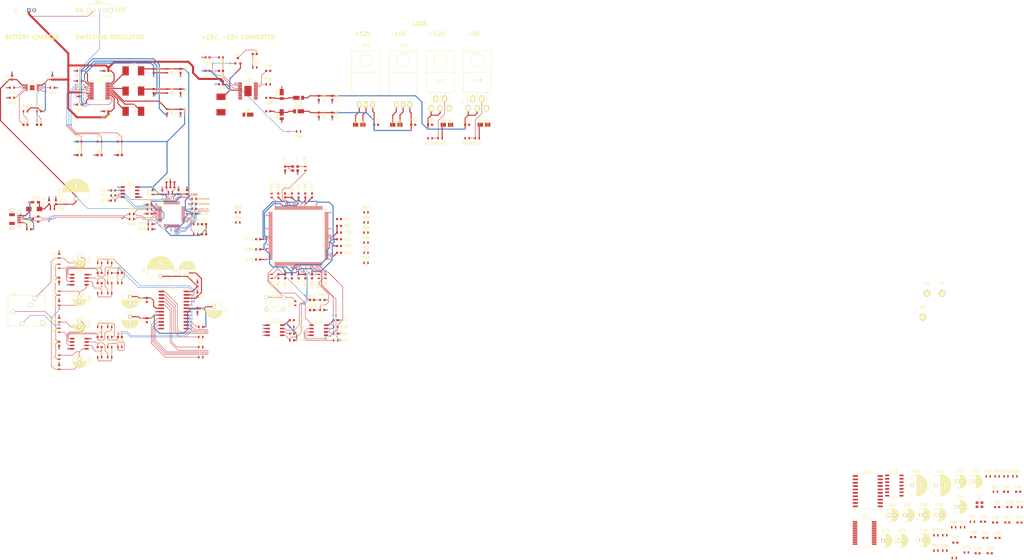
<source format=kicad_pcb>
(kicad_pcb (version 4) (host pcbnew 4.0.2-stable)
  (title_block (title "NYC Development Board") (rev 1))
  (layers (0 F.Cu signal) (31 B.Cu signal) (34 B.Paste user) (35 F.Paste user) (36 B.SilkS user) (37 F.SilkS user) (38 B.Mask user) (39 F.Mask user) (44 Edge.Cuts user))
  (net 0 "")
  (net 1 "Net-(C1-Pad1)")
  (net 2 GND)
  (net 3 "/CS5361 ADC/left buffer/VQ")
  (net 4 +5V)
  (net 5 +3V3)
  (net 6 "Net-(C11-Pad1)")
  (net 7 "/CS5361 ADC/INL")
  (net 8 "Net-(C12-Pad1)")
  (net 9 "/CS5361 ADC/ING")
  (net 10 "Net-(C13-Pad1)")
  (net 11 "Net-(C13-Pad2)")
  (net 12 "Net-(C14-Pad1)")
  (net 13 "Net-(C14-Pad2)")
  (net 14 "/CS5361 ADC/left buffer/AIN+")
  (net 15 "/CS5361 ADC/left buffer/AIN-")
  (net 16 "Net-(C17-Pad1)")
  (net 17 "/CS5361 ADC/INR")
  (net 18 "Net-(C18-Pad1)")
  (net 19 "Net-(C19-Pad1)")
  (net 20 "Net-(C19-Pad2)")
  (net 21 "Net-(C20-Pad1)")
  (net 22 "Net-(C20-Pad2)")
  (net 23 "/CS5361 ADC/right buffer/AIN+")
  (net 24 "/CS5361 ADC/right buffer/AIN-")
  (net 25 "Net-(C23-Pad1)")
  (net 26 "Net-(C25-Pad1)")
  (net 27 "/Power Supplies/V_BATT")
  (net 28 /FT2232D/USB5V)
  (net 29 +1V2)
  (net 30 "Net-(C32-Pad2)")
  (net 31 "Net-(C35-Pad2)")
  (net 32 "Net-(C38-Pad1)")
  (net 33 "Net-(C39-Pad1)")
  (net 34 "Net-(C39-Pad2)")
  (net 35 "Net-(C40-Pad1)")
  (net 36 "Net-(C41-Pad1)")
  (net 37 "Net-(C42-Pad1)")
  (net 38 "Net-(C43-Pad1)")
  (net 39 "Net-(C53-Pad2)")
  (net 40 "Net-(C54-Pad2)")
  (net 41 "Net-(C56-Pad1)")
  (net 42 "Net-(C56-Pad2)")
  (net 43 "Net-(C57-Pad1)")
  (net 44 "Net-(C57-Pad2)")
  (net 45 "Net-(C58-Pad1)")
  (net 46 "Net-(C58-Pad2)")
  (net 47 "Net-(C59-Pad1)")
  (net 48 "Net-(C59-Pad2)")
  (net 49 -12VA)
  (net 50 +12VA)
  (net 51 +5VA)
  (net 52 -5VA)
  (net 53 -15V)
  (net 54 +15V)
  (net 55 "Net-(D1-Pad1)")
  (net 56 "Net-(D2-Pad1)")
  (net 57 "Net-(D3-Pad2)")
  (net 58 "Net-(D3-Pad1)")
  (net 59 "Net-(D4-Pad2)")
  (net 60 "Net-(D4-Pad1)")
  (net 61 "Net-(D5-Pad2)")
  (net 62 "Net-(D6-Pad2)")
  (net 63 "Net-(D7-Pad2)")
  (net 64 "Net-(D8-Pad2)")
  (net 65 "Net-(D9-Pad2)")
  (net 66 "Net-(D9-Pad1)")
  (net 67 "Net-(D12-Pad2)")
  (net 68 "Net-(D12-Pad1)")
  (net 69 "Net-(D13-Pad2)")
  (net 70 GNDPWR)
  (net 71 "Net-(L1-Pad1)")
  (net 72 "Net-(L1-Pad2)")
  (net 73 "Net-(L2-Pad1)")
  (net 74 "Net-(L3-Pad1)")
  (net 75 "Net-(P2-Pad4)")
  (net 76 "Net-(Q1-Pad1)")
  (net 77 "/CS5361 ADC/ADC_OVFL")
  (net 78 "/CS5361 ADC/ADC_LRCLK")
  (net 79 "/CS5361 ADC/ADC_SCLK")
  (net 80 "/CS5361 ADC/ADC_SDO")
  (net 81 "Net-(R11-Pad1)")
  (net 82 "Net-(R10-Pad1)")
  (net 83 "Net-(R20-Pad1)")
  (net 84 "Net-(R21-Pad1)")
  (net 85 "Net-(R27-Pad1)")
  (net 86 /FT2232D/D-)
  (net 87 /FT2232D/D+)
  (net 88 "Net-(R31-Pad1)")
  (net 89 "Net-(R31-Pad2)")
  (net 90 "Net-(R33-Pad1)")
  (net 91 "Net-(R33-Pad2)")
  (net 92 "Net-(R34-Pad2)")
  (net 93 "Net-(R35-Pad1)")
  (net 94 "Net-(R35-Pad2)")
  (net 95 /FT2232D/TCK)
  (net 96 "Net-(R37-Pad2)")
  (net 97 /FT2232D/TDI)
  (net 98 "Net-(R38-Pad2)")
  (net 99 /FT2232D/TMS)
  (net 100 "Net-(R39-Pad2)")
  (net 101 "Net-(R40-Pad2)")
  (net 102 "Net-(R41-Pad2)")
  (net 103 "Net-(R42-Pad2)")
  (net 104 "Net-(R44-Pad1)")
  (net 105 "Net-(R45-Pad1)")
  (net 106 "Net-(R47-Pad2)")
  (net 107 "Net-(R56-Pad1)")
  (net 108 "Net-(R60-Pad2)")
  (net 109 "Net-(R65-Pad1)")
  (net 110 "Net-(R66-Pad1)")
  (net 111 "Net-(R67-Pad1)")
  (net 112 "Net-(R68-Pad1)")
  (net 113 "Net-(R71-Pad1)")
  (net 114 "Net-(R72-Pad1)")
  (net 115 "/TI DAC/OUTL")
  (net 116 "/TI DAC/OUTR")
  (net 117 "Net-(R75-Pad2)")
  (net 118 "Net-(R76-Pad1)")
  (net 119 "Net-(R76-Pad2)")
  (net 120 "Net-(R77-Pad2)")
  (net 121 "Net-(R78-Pad2)")
  (net 122 "Net-(R79-Pad2)")
  (net 123 "Net-(R81-Pad1)")
  (net 124 "Net-(R81-Pad2)")
  (net 125 "Net-(R82-Pad1)")
  (net 126 "/CS5361 ADC/ADC_MCLK")
  (net 127 "Net-(R83-Pad2)")
  (net 128 "Net-(R84-Pad1)")
  (net 129 "Net-(R86-Pad2)")
  (net 130 "Net-(R87-Pad1)")
  (net 131 "/TI DAC/DAC_LRCK")
  (net 132 "Net-(R88-Pad1)")
  (net 133 "/TI DAC/DAC_BCK")
  (net 134 "Net-(R89-Pad1)")
  (net 135 "/TI DAC/DAC_DATA")
  (net 136 "Net-(R90-Pad1)")
  (net 137 "/TI DAC/DAC_MDO")
  (net 138 "Net-(R92-Pad1)")
  (net 139 "/TI DAC/DAC_MDI")
  (net 140 "Net-(R93-Pad1)")
  (net 141 "/TI DAC/DAC_MC")
  (net 142 "Net-(R96-Pad2)")
  (net 143 "Net-(R97-Pad2)")
  (net 144 "Net-(R98-Pad1)")
  (net 145 /FT2232D/TDO)
  (net 146 "Net-(R99-Pad1)")
  (net 147 "Net-(R100-Pad2)")
  (net 148 "Net-(R102-Pad2)")
  (net 149 "/Power Supplies/PWR_SW")
  (net 150 "/CS5361 ADC/ADC_RST")
  (net 151 "/CS5361 ADC/ADC_MS")
  (net 152 "/CS5361 ADC/ADC_MDIV")
  (net 153 "/CS5361 ADC/ADC_HPF")
  (net 154 "/CS5361 ADC/ADC_I2S_LJ")
  (net 155 "/CS5361 ADC/ADC_M0")
  (net 156 "/CS5361 ADC/ADC_M1")
  (net 157 "Net-(U4-Pad1)")
  (net 158 "Net-(U4-Pad6)")
  (net 159 "Net-(U4-Pad7)")
  (net 160 "Net-(U5-Pad11)")
  (net 161 "Net-(U5-Pad12)")
  (net 162 "Net-(U5-Pad13)")
  (net 163 "Net-(U5-Pad15)")
  (net 164 "Net-(U5-Pad16)")
  (net 165 "Net-(U5-Pad17)")
  (net 166 "Net-(U5-Pad19)")
  (net 167 "Net-(U5-Pad20)")
  (net 168 "Net-(U5-Pad29)")
  (net 169 "Net-(U5-Pad30)")
  (net 170 "Net-(U5-Pad32)")
  (net 171 "Net-(U5-Pad33)")
  (net 172 "Net-(U5-Pad35)")
  (net 173 "Net-(U5-Pad36)")
  (net 174 "Net-(U5-Pad37)")
  (net 175 "Net-(U5-Pad38)")
  (net 176 /FT2232D/USB_RXD)
  (net 177 /FT2232D/USB_TXD)
  (net 178 "Net-(U5-Pad41)")
  (net 179 "Net-(U6-Pad6)")
  (net 180 "/Power Supplies/ISET2")
  (net 181 "Net-(U8-Pad3)")
  (net 182 "Net-(U8-Pad16)")
  (net 183 "/TI DAC/DAC_ZEROL")
  (net 184 "/TI DAC/DAC_ZEROR")
  (net 185 "/TI DAC/DAC_MSEL")
  (net 186 "Net-(U9-Pad7)")
  (net 187 "/TI DAC/DAC_MS")
  (net 188 "/TI DAC/DAC_RST")
  (net 189 "Net-(U13-Pad5)")
  (net 190 "Net-(U14-Pad1)")
  (net 191 "Net-(U14-Pad2)")
  (net 192 "Net-(U14-Pad4)")
  (net 193 "Net-(U14-Pad5)")
  (net 194 "Net-(U14-Pad6)")
  (net 195 "Net-(U14-Pad7)")
  (net 196 "Net-(U14-Pad8)")
  (net 197 "Net-(U14-Pad9)")
  (net 198 "Net-(U14-Pad10)")
  (net 199 "Net-(U14-Pad11)")
  (net 200 "Net-(U14-Pad12)")
  (net 201 "Net-(U14-Pad14)")
  (net 202 "Net-(U14-Pad15)")
  (net 203 "Net-(U14-Pad16)")
  (net 204 "Net-(U14-Pad17)")
  (net 205 "Net-(U14-Pad18)")
  (net 206 "Net-(U14-Pad21)")
  (net 207 "Net-(U14-Pad22)")
  (net 208 "Net-(U14-Pad23)")
  (net 209 "Net-(U14-Pad24)")
  (net 210 "Net-(U14-Pad26)")
  (net 211 "Net-(U14-Pad27)")
  (net 212 "Net-(U14-Pad29)")
  (net 213 "Net-(U14-Pad30)")
  (net 214 "Net-(U14-Pad31)")
  (net 215 "Net-(U14-Pad32)")
  (net 216 "Net-(U14-Pad33)")
  (net 217 "Net-(U14-Pad34)")
  (net 218 "Net-(U14-Pad35)")
  (net 219 "Net-(U14-Pad40)")
  (net 220 "Net-(U14-Pad41)")
  (net 221 "Net-(U14-Pad43)")
  (net 222 "Net-(U14-Pad44)")
  (net 223 "Net-(U14-Pad45)")
  (net 224 "Net-(U14-Pad46)")
  (net 225 "Net-(U14-Pad47)")
  (net 226 "Net-(U14-Pad48)")
  (net 227 "Net-(U14-Pad50)")
  (net 228 "Net-(U14-Pad51)")
  (net 229 "Net-(U14-Pad57)")
  (net 230 "Net-(U14-Pad58)")
  (net 231 "Net-(U14-Pad59)")
  (net 232 "Net-(U14-Pad61)")
  (net 233 "Net-(U14-Pad62)")
  (net 234 "Net-(U14-Pad66)")
  (net 235 "Net-(U14-Pad67)")
  (net 236 "Net-(U14-Pad72)")
  (net 237 "Net-(U14-Pad74)")
  (net 238 "Net-(U14-Pad75)")
  (net 239 "Net-(U14-Pad78)")
  (net 240 "Net-(U14-Pad79)")
  (net 241 "Net-(U14-Pad80)")
  (net 242 "Net-(U14-Pad81)")
  (net 243 "Net-(U14-Pad82)")
  (net 244 "Net-(U14-Pad83)")
  (net 245 "Net-(U14-Pad84)")
  (net 246 "Net-(U14-Pad85)")
  (net 247 "Net-(U14-Pad87)")
  (net 248 "Net-(U14-Pad88)")
  (net 249 "/TI DAC/DAC_SCK_EN")
  (net 250 "Net-(U14-Pad115)")
  (net 251 "Net-(U14-Pad116)")
  (net 252 "Net-(U14-Pad117)")
  (net 253 "Net-(U14-Pad118)")
  (net 254 "Net-(U14-Pad119)")
  (net 255 "Net-(U14-Pad120)")
  (net 256 "Net-(U14-Pad121)")
  (net 257 "Net-(U14-Pad123)")
  (net 258 "Net-(U14-Pad124)")
  (net 259 "Net-(R2-Pad1)")
  (net 260 "Net-(R3-Pad1)")
  (net 261 "Net-(R4-Pad1)")
  (net 262 "Net-(F1-Pad1)")
  (net 263 /FT2232D/USBD-)
  (net 264 /FT2232D/USBD+)
  (module Capacitors_ThroughHole:C_Radial_D10_L20_P5 (layer F.Cu) (at 80.01 118.11 90)
    (fp_text reference C1 (at 2.5 -6.3 90) (layer F.SilkS))
    (fp_text value 220uF)
    (pad 1 thru_hole rect (at 0 0 90) (size 1.3 1.3) (drill 0.8) (layers *.Cu *.Mask F.SilkS) (net 1 "Net-(C1-Pad1)"))
    (pad 2 thru_hole circle (at 5 0 90) (size 1.3 1.3) (drill 0.8) (layers *.Cu *.Mask F.SilkS) (net 2 GND))
  )
  (module Capacitors_ThroughHole:C_Radial_D6.3_L11.2_P2.5 (layer F.Cu) (at 90.17 116.84 90)
    (fp_text reference C2 (at 1.25 -4.4 90) (layer F.SilkS))
    (fp_text value 1uF)
    (pad 2 thru_hole circle (at 2.5 0 90) (size 1.3 1.3) (drill 0.8) (layers *.Cu *.Mask F.SilkS) (net 2 GND))
    (pad 1 thru_hole rect (at 0 0 90) (size 1.3 1.3) (drill 0.8) (layers *.Cu *.Mask F.SilkS) (net 3 "/CS5361 ADC/left buffer/VQ"))
  )
  (module Capacitors_SMD:C_0603 (layer F.Cu) (at 93.98 121.17 90)
    (fp_text reference C3 (at 0 -1.9 90) (layer F.SilkS))
    (fp_text value 0.01uF)
    (pad 1 smd rect (at -0.75 0 90) (size 0.8 0.75) (layers F.Cu F.Paste F.Mask) (net 1 "Net-(C1-Pad1)"))
    (pad 2 smd rect (at 0.75 0 90) (size 0.8 0.75) (layers F.Cu F.Paste F.Mask) (net 2 GND))
  )
  (module Capacitors_SMD:C_0603 (layer F.Cu) (at 93.98 124.98 270)
    (fp_text reference C4 (at 0 -1.9 270) (layer F.SilkS))
    (fp_text value 0.01uF)
    (pad 1 smd rect (at -0.75 0 270) (size 0.8 0.75) (layers F.Cu F.Paste F.Mask) (net 2 GND))
    (pad 2 smd rect (at 0.75 0 270) (size 0.8 0.75) (layers F.Cu F.Paste F.Mask) (net 3 "/CS5361 ADC/left buffer/VQ"))
  )
  (module Capacitors_ThroughHole:C_Radial_D6.3_L11.2_P2.5 (layer F.Cu) (at 100.33 129.54 270)
    (fp_text reference C5 (at 1.25 -4.4 270) (layer F.SilkS))
    (fp_text value 1uF)
    (pad 2 thru_hole circle (at 2.5 0 270) (size 1.3 1.3) (drill 0.8) (layers *.Cu *.Mask F.SilkS) (net 2 GND))
    (pad 1 thru_hole rect (at 0 0 270) (size 1.3 1.3) (drill 0.8) (layers *.Cu *.Mask F.SilkS) (net 4 +5V))
  )
  (module Capacitors_SMD:C_0603 (layer F.Cu) (at 93.98 130.81 270)
    (fp_text reference C6 (at 0 -1.9 270) (layer F.SilkS))
    (fp_text value 0.01uF)
    (pad 1 smd rect (at -0.75 0 270) (size 0.8 0.75) (layers F.Cu F.Paste F.Mask) (net 4 +5V))
    (pad 2 smd rect (at 0.75 0 270) (size 0.8 0.75) (layers F.Cu F.Paste F.Mask) (net 2 GND))
  )
  (module Capacitors_SMD:C_0603 (layer F.Cu) (at 74.93 127 270)
    (fp_text reference C7 (at 0 -1.9 270) (layer F.SilkS))
    (fp_text value 0.01uF)
    (pad 1 smd rect (at -0.75 0 270) (size 0.8 0.75) (layers F.Cu F.Paste F.Mask) (net 5 +3V3))
    (pad 2 smd rect (at 0.75 0 270) (size 0.8 0.75) (layers F.Cu F.Paste F.Mask) (net 2 GND))
  )
  (module Capacitors_ThroughHole:C_Radial_D6.3_L11.2_P2.5 (layer F.Cu) (at 68.58 125.73 270)
    (fp_text reference C8 (at 1.25 -4.4 270) (layer F.SilkS))
    (fp_text value 1uF)
    (pad 2 thru_hole circle (at 2.5 0 270) (size 1.3 1.3) (drill 0.8) (layers *.Cu *.Mask F.SilkS) (net 2 GND))
    (pad 1 thru_hole rect (at 0 0 270) (size 1.3 1.3) (drill 0.8) (layers *.Cu *.Mask F.SilkS) (net 5 +3V3))
  )
  (module Capacitors_ThroughHole:C_Radial_D6.3_L11.2_P2.5 (layer F.Cu) (at 68.58 133.35 270)
    (fp_text reference C9 (at 1.25 -4.4 270) (layer F.SilkS))
    (fp_text value 1uF)
    (pad 2 thru_hole circle (at 2.5 0 270) (size 1.3 1.3) (drill 0.8) (layers *.Cu *.Mask F.SilkS) (net 2 GND))
    (pad 1 thru_hole rect (at 0 0 270) (size 1.3 1.3) (drill 0.8) (layers *.Cu *.Mask F.SilkS) (net 5 +3V3))
  )
  (module Capacitors_SMD:C_0603 (layer F.Cu) (at 74.93 134.62 270)
    (fp_text reference C10 (at 0 -1.9 270) (layer F.SilkS))
    (fp_text value 0.01uF)
    (pad 1 smd rect (at -0.75 0 270) (size 0.8 0.75) (layers F.Cu F.Paste F.Mask) (net 5 +3V3))
    (pad 2 smd rect (at 0.75 0 270) (size 0.8 0.75) (layers F.Cu F.Paste F.Mask) (net 2 GND))
  )
  (module Capacitors_ThroughHole:C_Radial_D5_L11_P2 (layer F.Cu) (at 49.53 135.16 270)
    (fp_text reference C11 (at 1 -3.8 270) (layer F.SilkS))
    (fp_text value 10uF)
    (pad 1 thru_hole rect (at 0 0 270) (size 1.3 1.3) (drill 0.8) (layers *.Cu *.Mask F.SilkS) (net 6 "Net-(C11-Pad1)"))
    (pad 2 thru_hole circle (at 2 0 270) (size 1.3 1.3) (drill 0.8) (layers *.Cu *.Mask F.SilkS) (net 7 "/CS5361 ADC/INL"))
  )
  (module Capacitors_ThroughHole:C_Radial_D5_L11_P2 (layer F.Cu) (at 49.53 149.13 270)
    (fp_text reference C12 (at 1 -3.8 270) (layer F.SilkS))
    (fp_text value 10uF)
    (pad 1 thru_hole rect (at 0 0 270) (size 1.3 1.3) (drill 0.8) (layers *.Cu *.Mask F.SilkS) (net 8 "Net-(C12-Pad1)"))
    (pad 2 thru_hole circle (at 2 0 270) (size 1.3 1.3) (drill 0.8) (layers *.Cu *.Mask F.SilkS) (net 9 "/CS5361 ADC/ING"))
  )
  (module Capacitors_SMD:C_0603 (layer F.Cu) (at 57.15 140.97)
    (fp_text reference C13 (at 0 -1.9) (layer F.SilkS))
    (fp_text value "470pF C0G")
    (pad 1 smd rect (at -0.75 0) (size 0.8 0.75) (layers F.Cu F.Paste F.Mask) (net 10 "Net-(C13-Pad1)"))
    (pad 2 smd rect (at 0.75 0) (size 0.8 0.75) (layers F.Cu F.Paste F.Mask) (net 11 "Net-(C13-Pad2)"))
  )
  (module Capacitors_SMD:C_0603 (layer F.Cu) (at 57.15 144.78)
    (fp_text reference C14 (at 0 -1.9) (layer F.SilkS))
    (fp_text value "470pF C0G")
    (pad 1 smd rect (at -0.75 0) (size 0.8 0.75) (layers F.Cu F.Paste F.Mask) (net 12 "Net-(C14-Pad1)"))
    (pad 2 smd rect (at 0.75 0) (size 0.8 0.75) (layers F.Cu F.Paste F.Mask) (net 13 "Net-(C14-Pad2)"))
  )
  (module Capacitors_SMD:C_0603 (layer F.Cu) (at 41.91 143.51 90)
    (fp_text reference C15 (at 0 -1.9 90) (layer F.SilkS))
    (fp_text value 0.1uF)
    (pad 1 smd rect (at -0.75 0 90) (size 0.8 0.75) (layers F.Cu F.Paste F.Mask) (net 2 GND))
    (pad 2 smd rect (at 0.75 0 90) (size 0.8 0.75) (layers F.Cu F.Paste F.Mask) (net 3 "/CS5361 ADC/left buffer/VQ"))
  )
  (module Capacitors_SMD:C_0603 (layer F.Cu) (at 64.77 140.97)
    (fp_text reference C16 (at 0 -1.9) (layer F.SilkS))
    (fp_text value "2700pF C0G")
    (pad 1 smd rect (at -0.75 0) (size 0.8 0.75) (layers F.Cu F.Paste F.Mask) (net 14 "/CS5361 ADC/left buffer/AIN+"))
    (pad 2 smd rect (at 0.75 0) (size 0.8 0.75) (layers F.Cu F.Paste F.Mask) (net 15 "/CS5361 ADC/left buffer/AIN-"))
  )
  (module Capacitors_ThroughHole:C_Radial_D5_L11_P2 (layer F.Cu) (at 49.53 111.03 270)
    (fp_text reference C17 (at 1 -3.8 270) (layer F.SilkS))
    (fp_text value 10uF)
    (pad 1 thru_hole rect (at 0 0 270) (size 1.3 1.3) (drill 0.8) (layers *.Cu *.Mask F.SilkS) (net 16 "Net-(C17-Pad1)"))
    (pad 2 thru_hole circle (at 2 0 270) (size 1.3 1.3) (drill 0.8) (layers *.Cu *.Mask F.SilkS) (net 17 "/CS5361 ADC/INR"))
  )
  (module Capacitors_ThroughHole:C_Radial_D5_L11_P2 (layer F.Cu) (at 49.53 125.73 270)
    (fp_text reference C18 (at 1 -3.8 270) (layer F.SilkS))
    (fp_text value 10uF)
    (pad 1 thru_hole rect (at 0 0 270) (size 1.3 1.3) (drill 0.8) (layers *.Cu *.Mask F.SilkS) (net 18 "Net-(C18-Pad1)"))
    (pad 2 thru_hole circle (at 2 0 270) (size 1.3 1.3) (drill 0.8) (layers *.Cu *.Mask F.SilkS) (net 9 "/CS5361 ADC/ING"))
  )
  (module Capacitors_SMD:C_0603 (layer F.Cu) (at 57.15 116.84)
    (fp_text reference C19 (at 0 -1.9) (layer F.SilkS))
    (fp_text value "470pF C0G")
    (pad 1 smd rect (at -0.75 0) (size 0.8 0.75) (layers F.Cu F.Paste F.Mask) (net 19 "Net-(C19-Pad1)"))
    (pad 2 smd rect (at 0.75 0) (size 0.8 0.75) (layers F.Cu F.Paste F.Mask) (net 20 "Net-(C19-Pad2)"))
  )
  (module Capacitors_SMD:C_0603 (layer F.Cu) (at 57.15 120.65)
    (fp_text reference C20 (at 0 -1.9) (layer F.SilkS))
    (fp_text value "470pF C0G")
    (pad 1 smd rect (at -0.75 0) (size 0.8 0.75) (layers F.Cu F.Paste F.Mask) (net 21 "Net-(C20-Pad1)"))
    (pad 2 smd rect (at 0.75 0) (size 0.8 0.75) (layers F.Cu F.Paste F.Mask) (net 22 "Net-(C20-Pad2)"))
  )
  (module Capacitors_SMD:C_0603 (layer F.Cu) (at 41.91 119.38 90)
    (fp_text reference C21 (at 0 -1.9 90) (layer F.SilkS))
    (fp_text value 0.1uF)
    (pad 1 smd rect (at -0.75 0 90) (size 0.8 0.75) (layers F.Cu F.Paste F.Mask) (net 2 GND))
    (pad 2 smd rect (at 0.75 0 90) (size 0.8 0.75) (layers F.Cu F.Paste F.Mask) (net 3 "/CS5361 ADC/left buffer/VQ"))
  )
  (module Capacitors_SMD:C_0603 (layer F.Cu) (at 64.77 116.84)
    (fp_text reference C22 (at 0 -1.9) (layer F.SilkS))
    (fp_text value "2700pF C0G")
    (pad 1 smd rect (at -0.75 0) (size 0.8 0.75) (layers F.Cu F.Paste F.Mask) (net 23 "/CS5361 ADC/right buffer/AIN+"))
    (pad 2 smd rect (at 0.75 0) (size 0.8 0.75) (layers F.Cu F.Paste F.Mask) (net 24 "/CS5361 ADC/right buffer/AIN-"))
  )
  (module Capacitors_SMD:C_0603 (layer F.Cu) (at 75.946 94.488 180)
    (fp_text reference C23 (at 0 -1.9 180) (layer F.SilkS))
    (fp_text value 33nF)
    (pad 1 smd rect (at -0.75 0 180) (size 0.8 0.75) (layers F.Cu F.Paste F.Mask) (net 25 "Net-(C23-Pad1)"))
    (pad 2 smd rect (at 0.75 0 180) (size 0.8 0.75) (layers F.Cu F.Paste F.Mask) (net 2 GND))
  )
  (module Capacitors_SMD:C_0603 (layer F.Cu) (at 86.868 86.36 90)
    (fp_text reference C24 (at 0 1.651 90) (layer F.SilkS))
    (fp_text value 0.1uF)
    (pad 1 smd rect (at -0.75 0 90) (size 0.8 0.75) (layers F.Cu F.Paste F.Mask) (net 4 +5V))
    (pad 2 smd rect (at 0.75 0 90) (size 0.8 0.75) (layers F.Cu F.Paste F.Mask) (net 2 GND))
  )
  (module Capacitors_SMD:C_0603 (layer F.Cu) (at 80.772 86.487 90)
    (fp_text reference C25 (at 0 -1.9 90) (layer F.SilkS))
    (fp_text value 0.1uF)
    (pad 1 smd rect (at -0.75 0 90) (size 0.8 0.75) (layers F.Cu F.Paste F.Mask) (net 26 "Net-(C25-Pad1)"))
    (pad 2 smd rect (at 0.75 0 90) (size 0.8 0.75) (layers F.Cu F.Paste F.Mask) (net 2 GND))
  )
  (module Capacitors_SMD:C_0603 (layer F.Cu) (at 75.946 91.059 180)
    (fp_text reference C26 (at 1.143 1.524 180) (layer F.SilkS))
    (fp_text value 0.1uF)
    (pad 1 smd rect (at -0.75 0 180) (size 0.8 0.75) (layers F.Cu F.Paste F.Mask) (net 4 +5V))
    (pad 2 smd rect (at 0.75 0 180) (size 0.8 0.75) (layers F.Cu F.Paste F.Mask) (net 2 GND))
  )
  (module Capacitors_SMD:C_0603 (layer F.Cu) (at 90.043 86.36 90)
    (fp_text reference C27 (at 0 1.651 90) (layer F.SilkS))
    (fp_text value 10uF)
    (pad 1 smd rect (at -0.75 0 90) (size 0.8 0.75) (layers F.Cu F.Paste F.Mask) (net 4 +5V))
    (pad 2 smd rect (at 0.75 0 90) (size 0.8 0.75) (layers F.Cu F.Paste F.Mask) (net 2 GND))
  )
  (module Capacitors_SMD:C_0603 (layer F.Cu) (at 92.71 94.488)
    (fp_text reference C28 (at 3.81 0) (layer F.SilkS))
    (fp_text value 0.1uF)
    (pad 1 smd rect (at -0.75 0) (size 0.8 0.75) (layers F.Cu F.Paste F.Mask) (net 5 +3V3))
    (pad 2 smd rect (at 0.75 0) (size 0.8 0.75) (layers F.Cu F.Paste F.Mask) (net 2 GND))
  )
  (module Capacitors_SMD:C_0603 (layer F.Cu) (at 87.63 55.88 270)
    (fp_text reference C29 (at 0 -1.9 270) (layer F.SilkS))
    (fp_text value 10uF)
    (pad 1 smd rect (at -0.75 0 270) (size 0.8 0.75) (layers F.Cu F.Paste F.Mask) (net 4 +5V))
    (pad 2 smd rect (at 0.75 0 270) (size 0.8 0.75) (layers F.Cu F.Paste F.Mask) (net 2 GND))
  )
  (module Capacitors_SMD:C_0603 (layer F.Cu) (at 49.53 49.53 270)
    (fp_text reference C30 (at 0 -1.9 270) (layer F.SilkS))
    (fp_text value 4.7uF)
    (pad 1 smd rect (at -0.75 0 270) (size 0.8 0.75) (layers F.Cu F.Paste F.Mask) (net 27 "/Power Supplies/V_BATT"))
    (pad 2 smd rect (at 0.75 0 270) (size 0.8 0.75) (layers F.Cu F.Paste F.Mask) (net 2 GND))
  )
  (module Capacitors_SMD:C_0603 (layer F.Cu) (at 24.13 43.18 90)
    (fp_text reference C31 (at 0 -1.9 90) (layer F.SilkS))
    (fp_text value 1uF)
    (pad 1 smd rect (at -0.75 0 90) (size 0.8 0.75) (layers F.Cu F.Paste F.Mask) (net 28 /FT2232D/USB5V))
    (pad 2 smd rect (at 0.75 0 90) (size 0.8 0.75) (layers F.Cu F.Paste F.Mask) (net 2 GND))
  )
  (module Capacitors_SMD:C_0603 (layer F.Cu) (at 77.47 48.26 270)
    (fp_text reference C32 (at 0 -1.9 270) (layer F.SilkS))
    (fp_text value 22pF)
    (pad 1 smd rect (at -0.75 0 270) (size 0.8 0.75) (layers F.Cu F.Paste F.Mask) (net 29 +1V2))
    (pad 2 smd rect (at 0.75 0 270) (size 0.8 0.75) (layers F.Cu F.Paste F.Mask) (net 30 "Net-(C32-Pad2)"))
  )
  (module Capacitors_SMD:C_0603 (layer F.Cu) (at 39.37 43.18 90)
    (fp_text reference C33 (at 0 -1.9 90) (layer F.SilkS))
    (fp_text value 1uF)
    (pad 1 smd rect (at -0.75 0 90) (size 0.8 0.75) (layers F.Cu F.Paste F.Mask) (net 27 "/Power Supplies/V_BATT"))
    (pad 2 smd rect (at 0.75 0 90) (size 0.8 0.75) (layers F.Cu F.Paste F.Mask) (net 2 GND))
  )
  (module Capacitors_SMD:C_0603 (layer F.Cu) (at 87.63 48.26 270)
    (fp_text reference C34 (at 0 -1.9 270) (layer F.SilkS))
    (fp_text value 10uF)
    (pad 1 smd rect (at -0.75 0 270) (size 0.8 0.75) (layers F.Cu F.Paste F.Mask) (net 29 +1V2))
    (pad 2 smd rect (at 0.75 0 270) (size 0.8 0.75) (layers F.Cu F.Paste F.Mask) (net 2 GND))
  )
  (module Capacitors_SMD:C_0603 (layer F.Cu) (at 77.47 40.64 270)
    (fp_text reference C35 (at 0 -1.9 270) (layer F.SilkS))
    (fp_text value 33pF)
    (pad 1 smd rect (at -0.75 0 270) (size 0.8 0.75) (layers F.Cu F.Paste F.Mask) (net 5 +3V3))
    (pad 2 smd rect (at 0.75 0 270) (size 0.8 0.75) (layers F.Cu F.Paste F.Mask) (net 31 "Net-(C35-Pad2)"))
  )
  (module Capacitors_SMD:C_0603 (layer F.Cu) (at 87.63 40.64 270)
    (fp_text reference C36 (at 0 -1.9 270) (layer F.SilkS))
    (fp_text value 10uF)
    (pad 1 smd rect (at -0.75 0 270) (size 0.8 0.75) (layers F.Cu F.Paste F.Mask) (net 5 +3V3))
    (pad 2 smd rect (at 0.75 0 270) (size 0.8 0.75) (layers F.Cu F.Paste F.Mask) (net 2 GND))
  )
  (module Capacitors_SMD:C_0603 (layer F.Cu) (at 102.87 45.72 180)
    (fp_text reference C37 (at 0 -1.9 180) (layer F.SilkS))
    (fp_text value 10uF)
    (pad 1 smd rect (at -0.75 0 180) (size 0.8 0.75) (layers F.Cu F.Paste F.Mask) (net 27 "/Power Supplies/V_BATT"))
    (pad 2 smd rect (at 0.75 0 180) (size 0.8 0.75) (layers F.Cu F.Paste F.Mask) (net 2 GND))
  )
  (module Capacitors_SMD:C_0603 (layer F.Cu) (at 120.65 40.64)
    (fp_text reference C38 (at 0 -1.9) (layer F.SilkS))
    (fp_text value 0.1uF)
    (pad 1 smd rect (at -0.75 0) (size 0.8 0.75) (layers F.Cu F.Paste F.Mask) (net 32 "Net-(C38-Pad1)"))
    (pad 2 smd rect (at 0.75 0) (size 0.8 0.75) (layers F.Cu F.Paste F.Mask) (net 2 GND))
  )
  (module Capacitors_SMD:C_0603 (layer F.Cu) (at 120.65 50.8 180)
    (fp_text reference C39 (at 0 -1.9 180) (layer F.SilkS))
    (fp_text value 4.7uF)
    (pad 1 smd rect (at -0.75 0 180) (size 0.8 0.75) (layers F.Cu F.Paste F.Mask) (net 33 "Net-(C39-Pad1)"))
    (pad 2 smd rect (at 0.75 0 180) (size 0.8 0.75) (layers F.Cu F.Paste F.Mask) (net 34 "Net-(C39-Pad2)"))
  )
  (module Capacitors_SMD:C_0603 (layer F.Cu) (at 120.65 55.88 180)
    (fp_text reference C40 (at 0 -1.9 180) (layer F.SilkS))
    (fp_text value 4.7uF)
    (pad 1 smd rect (at -0.75 0 180) (size 0.8 0.75) (layers F.Cu F.Paste F.Mask) (net 35 "Net-(C40-Pad1)"))
    (pad 2 smd rect (at 0.75 0 180) (size 0.8 0.75) (layers F.Cu F.Paste F.Mask) (net 34 "Net-(C39-Pad2)"))
  )
  (module Capacitors_SMD:C_0603 (layer F.Cu) (at 102.87 40.64 180)
    (fp_text reference C41 (at 0 -1.9 180) (layer F.SilkS))
    (fp_text value 27pF)
    (pad 1 smd rect (at -0.75 0 180) (size 0.8 0.75) (layers F.Cu F.Paste F.Mask) (net 36 "Net-(C41-Pad1)"))
    (pad 2 smd rect (at 0.75 0 180) (size 0.8 0.75) (layers F.Cu F.Paste F.Mask) (net 2 GND))
  )
  (module Capacitors_SMD:C_0603 (layer F.Cu) (at 97.79 35.56 180)
    (fp_text reference C42 (at 0 -1.9 180) (layer F.SilkS))
    (fp_text value 1nF)
    (pad 1 smd rect (at -0.75 0 180) (size 0.8 0.75) (layers F.Cu F.Paste F.Mask) (net 37 "Net-(C42-Pad1)"))
    (pad 2 smd rect (at 0.75 0 180) (size 0.8 0.75) (layers F.Cu F.Paste F.Mask) (net 2 GND))
  )
  (module Capacitors_SMD:C_0603 (layer F.Cu) (at 38.1 90.17 90)
    (fp_text reference C43 (at 0 -1.9 90) (layer F.SilkS))
    (fp_text value 0.01uF)
    (pad 1 smd rect (at -0.75 0 90) (size 0.8 0.75) (layers F.Cu F.Paste F.Mask) (net 38 "Net-(C43-Pad1)"))
    (pad 2 smd rect (at 0.75 0 90) (size 0.8 0.75) (layers F.Cu F.Paste F.Mask) (net 2 GND))
  )
  (module Capacitors_SMD:C_0603 (layer F.Cu) (at 40.64 90.17 270)
    (fp_text reference C44 (at 0 -1.9 270) (layer F.SilkS))
    (fp_text value 0.1uF)
    (pad 1 smd rect (at -0.75 0 270) (size 0.8 0.75) (layers F.Cu F.Paste F.Mask) (net 2 GND))
    (pad 2 smd rect (at 0.75 0 270) (size 0.8 0.75) (layers F.Cu F.Paste F.Mask) (net 28 /FT2232D/USB5V))
  )
  (module Capacitors_ThroughHole:C_Radial_D10_L21_P5 (layer F.Cu) (at 48.26 88.9 90)
    (fp_text reference C45 (at 2.5 -6.3 90) (layer F.SilkS))
    (fp_text value 4.7uF)
    (pad 1 thru_hole rect (at 0 0 90) (size 1.3 1.3) (drill 0.8) (layers *.Cu *.Mask F.SilkS) (net 28 /FT2232D/USB5V))
    (pad 2 thru_hole circle (at 5 0 90) (size 1.3 1.3) (drill 0.8) (layers *.Cu *.Mask F.SilkS) (net 2 GND))
  )
  (module Capacitors_SMD:C_0603 (layer F.Cu) (at 390.748828 216.7074)
    (fp_text reference C46 (at 0 -1.9) (layer F.SilkS))
    (fp_text value 0.1uF)
    (pad 1 smd rect (at -0.75 0) (size 0.8 0.75) (layers F.Cu F.Paste F.Mask) (net 5 +3V3))
    (pad 2 smd rect (at 0.75 0) (size 0.8 0.75) (layers F.Cu F.Paste F.Mask) (net 2 GND))
  )
  (module Capacitors_ThroughHole:C_Radial_D5_L11_P2 (layer F.Cu) (at 380.237401 195.4074)
    (fp_text reference C47 (at 1 -3.8) (layer F.SilkS))
    (fp_text value 10uF)
    (pad 1 thru_hole rect (at 0 0) (size 1.3 1.3) (drill 0.8) (layers *.Cu *.Mask F.SilkS) (net 5 +3V3))
    (pad 2 thru_hole circle (at 2 0) (size 1.3 1.3) (drill 0.8) (layers *.Cu *.Mask F.SilkS) (net 2 GND))
  )
  (module Capacitors_ThroughHole:C_Radial_D5_L11_P2 (layer F.Cu) (at 366.487401 217.6074)
    (fp_text reference C48 (at 1 -3.8) (layer F.SilkS))
    (fp_text value 10uF)
    (pad 1 thru_hole rect (at 0 0) (size 1.3 1.3) (drill 0.8) (layers *.Cu *.Mask F.SilkS) (net 4 +5V))
    (pad 2 thru_hole circle (at 2 0) (size 1.3 1.3) (drill 0.8) (layers *.Cu *.Mask F.SilkS) (net 2 GND))
  )
  (module Capacitors_SMD:C_0603 (layer F.Cu) (at 387.828828 222.5074)
    (fp_text reference C49 (at 0 -1.9) (layer F.SilkS))
    (fp_text value 0.1uF)
    (pad 1 smd rect (at -0.75 0) (size 0.8 0.75) (layers F.Cu F.Paste F.Mask) (net 5 +3V3))
    (pad 2 smd rect (at 0.75 0) (size 0.8 0.75) (layers F.Cu F.Paste F.Mask) (net 2 GND))
  )
  (module Capacitors_SMD:C_0603 (layer F.Cu) (at 392.418828 222.5074)
    (fp_text reference C50 (at 0 -1.9) (layer F.SilkS))
    (fp_text value 0.1uF)
    (pad 1 smd rect (at -0.75 0) (size 0.8 0.75) (layers F.Cu F.Paste F.Mask) (net 4 +5V))
    (pad 2 smd rect (at 0.75 0) (size 0.8 0.75) (layers F.Cu F.Paste F.Mask) (net 2 GND))
  )
  (module Capacitors_SMD:C_0603 (layer F.Cu) (at 403.628828 210.9074)
    (fp_text reference C51 (at 0 -1.9) (layer F.SilkS))
    (fp_text value 0.1uF)
    (pad 1 smd rect (at -0.75 0) (size 0.8 0.75) (layers F.Cu F.Paste F.Mask) (net 4 +5V))
    (pad 2 smd rect (at 0.75 0) (size 0.8 0.75) (layers F.Cu F.Paste F.Mask) (net 2 GND))
  )
  (module Capacitors_ThroughHole:C_Radial_D5_L11_P2 (layer F.Cu) (at 386.187401 195.4074)
    (fp_text reference C52 (at 1 -3.8) (layer F.SilkS))
    (fp_text value 10uF)
    (pad 1 thru_hole rect (at 0 0) (size 1.3 1.3) (drill 0.8) (layers *.Cu *.Mask F.SilkS) (net 4 +5V))
    (pad 2 thru_hole circle (at 2 0) (size 1.3 1.3) (drill 0.8) (layers *.Cu *.Mask F.SilkS) (net 2 GND))
  )
  (module Capacitors_ThroughHole:C_Radial_D5_L11_P2 (layer F.Cu) (at 358.137401 217.7574)
    (fp_text reference C53 (at 1 -3.8) (layer F.SilkS))
    (fp_text value 47uF)
    (pad 1 thru_hole rect (at 0 0) (size 1.3 1.3) (drill 0.8) (layers *.Cu *.Mask F.SilkS) (net 4 +5V))
    (pad 2 thru_hole circle (at 2 0) (size 1.3 1.3) (drill 0.8) (layers *.Cu *.Mask F.SilkS) (net 39 "Net-(C53-Pad2)"))
  )
  (module Capacitors_ThroughHole:C_Radial_D5_L11_P2 (layer F.Cu) (at 380.237401 205.0074)
    (fp_text reference C54 (at 1 -3.8) (layer F.SilkS))
    (fp_text value 47uF)
    (pad 1 thru_hole rect (at 0 0) (size 1.3 1.3) (drill 0.8) (layers *.Cu *.Mask F.SilkS) (net 4 +5V))
    (pad 2 thru_hole circle (at 2 0) (size 1.3 1.3) (drill 0.8) (layers *.Cu *.Mask F.SilkS) (net 40 "Net-(C54-Pad2)"))
  )
  (module Capacitors_ThroughHole:C_Radial_D5_L11_P2 (layer F.Cu) (at 372.437401 208.0074)
    (fp_text reference C55 (at 1 -3.8) (layer F.SilkS))
    (fp_text value 10uF)
    (pad 1 thru_hole rect (at 0 0) (size 1.3 1.3) (drill 0.8) (layers *.Cu *.Mask F.SilkS) (net 4 +5V))
    (pad 2 thru_hole circle (at 2 0) (size 1.3 1.3) (drill 0.8) (layers *.Cu *.Mask F.SilkS) (net 2 GND))
  )
  (module Capacitors_SMD:C_0603 (layer F.Cu) (at 395.338828 216.7074)
    (fp_text reference C56 (at 0 -1.9) (layer F.SilkS))
    (fp_text value 2.7nF)
    (pad 1 smd rect (at -0.75 0) (size 0.8 0.75) (layers F.Cu F.Paste F.Mask) (net 41 "Net-(C56-Pad1)"))
    (pad 2 smd rect (at 0.75 0) (size 0.8 0.75) (layers F.Cu F.Paste F.Mask) (net 42 "Net-(C56-Pad2)"))
  )
  (module Capacitors_SMD:C_0603 (layer F.Cu) (at 399.038828 210.9074)
    (fp_text reference C57 (at 0 -1.9) (layer F.SilkS))
    (fp_text value 2.7nF)
    (pad 1 smd rect (at -0.75 0) (size 0.8 0.75) (layers F.Cu F.Paste F.Mask) (net 43 "Net-(C57-Pad1)"))
    (pad 2 smd rect (at 0.75 0) (size 0.8 0.75) (layers F.Cu F.Paste F.Mask) (net 44 "Net-(C57-Pad2)"))
  )
  (module Capacitors_SMD:C_0603 (layer F.Cu) (at 394.448828 210.9074)
    (fp_text reference C58 (at 0 -1.9) (layer F.SilkS))
    (fp_text value 2.7nF)
    (pad 1 smd rect (at -0.75 0) (size 0.8 0.75) (layers F.Cu F.Paste F.Mask) (net 45 "Net-(C58-Pad1)"))
    (pad 2 smd rect (at 0.75 0) (size 0.8 0.75) (layers F.Cu F.Paste F.Mask) (net 46 "Net-(C58-Pad2)"))
  )
  (module Capacitors_SMD:C_0603 (layer F.Cu) (at 399.788828 205.1074)
    (fp_text reference C59 (at 0 -1.9) (layer F.SilkS))
    (fp_text value 2.7nF)
    (pad 1 smd rect (at -0.75 0) (size 0.8 0.75) (layers F.Cu F.Paste F.Mask) (net 47 "Net-(C59-Pad1)"))
    (pad 2 smd rect (at 0.75 0) (size 0.8 0.75) (layers F.Cu F.Paste F.Mask) (net 48 "Net-(C59-Pad2)"))
  )
  (module Capacitors_SMD:C_0603 (layer F.Cu) (at 389.858828 210.6074)
    (fp_text reference C60 (at 0 -1.9) (layer F.SilkS))
    (fp_text value 0.1uF)
    (pad 1 smd rect (at -0.75 0) (size 0.8 0.75) (layers F.Cu F.Paste F.Mask) (net 2 GND))
    (pad 2 smd rect (at 0.75 0) (size 0.8 0.75) (layers F.Cu F.Paste F.Mask) (net 49 -12VA))
  )
  (module Capacitors_SMD:C_0603 (layer F.Cu) (at 395.198828 205.1074)
    (fp_text reference C61 (at 0 -1.9) (layer F.SilkS))
    (fp_text value 0.1uF)
    (pad 1 smd rect (at -0.75 0) (size 0.8 0.75) (layers F.Cu F.Paste F.Mask) (net 2 GND))
    (pad 2 smd rect (at 0.75 0) (size 0.8 0.75) (layers F.Cu F.Paste F.Mask) (net 50 +12VA))
  )
  (module Capacitors_SMD:C_0603 (layer F.Cu) (at 403.138828 199.3074)
    (fp_text reference C62 (at 0 -1.9) (layer F.SilkS))
    (fp_text value 0.1uF)
    (pad 1 smd rect (at -0.75 0) (size 0.8 0.75) (layers F.Cu F.Paste F.Mask) (net 2 GND))
    (pad 2 smd rect (at 0.75 0) (size 0.8 0.75) (layers F.Cu F.Paste F.Mask) (net 49 -12VA))
  )
  (module Capacitors_SMD:C_0603 (layer F.Cu) (at 379.458828 218.5074)
    (fp_text reference C63 (at 0 -1.9) (layer F.SilkS))
    (fp_text value 0.1uF)
    (pad 1 smd rect (at -0.75 0) (size 0.8 0.75) (layers F.Cu F.Paste F.Mask) (net 2 GND))
    (pad 2 smd rect (at 0.75 0) (size 0.8 0.75) (layers F.Cu F.Paste F.Mask) (net 50 +12VA))
  )
  (module Capacitors_ThroughHole:C_Radial_D5_L11_P2 (layer F.Cu) (at 354.587401 208.1574)
    (fp_text reference C64 (at 1 -3.8) (layer F.SilkS))
    (fp_text value 10uF)
    (pad 1 thru_hole rect (at 0 0) (size 1.3 1.3) (drill 0.8) (layers *.Cu *.Mask F.SilkS) (net 51 +5VA))
    (pad 2 thru_hole circle (at 2 0) (size 1.3 1.3) (drill 0.8) (layers *.Cu *.Mask F.SilkS) (net 2 GND))
  )
  (module Capacitors_ThroughHole:C_Radial_D8_L11.5_P3.5 (layer F.Cu) (at 363.087401 196.9074)
    (fp_text reference C65 (at 1.75 -5.3) (layer F.SilkS))
    (fp_text value 100uF)
    (pad 2 thru_hole circle (at 3.5 0) (size 1.3 1.3) (drill 0.8) (layers *.Cu *.Mask F.SilkS) (net 2 GND))
    (pad 1 thru_hole rect (at 0 0) (size 1.3 1.3) (drill 0.8) (layers *.Cu *.Mask F.SilkS) (net 50 +12VA))
  )
  (module Capacitors_SMD:C_0603 (layer F.Cu) (at 398.548828 199.3074)
    (fp_text reference C66 (at 0 -1.9) (layer F.SilkS))
    (fp_text value 0.1uF)
    (pad 1 smd rect (at -0.75 0) (size 0.8 0.75) (layers F.Cu F.Paste F.Mask) (net 2 GND))
    (pad 2 smd rect (at 0.75 0) (size 0.8 0.75) (layers F.Cu F.Paste F.Mask) (net 51 +5VA))
  )
  (module Capacitors_ThroughHole:C_Radial_D5_L11_P2 (layer F.Cu) (at 360.537401 208.1574)
    (fp_text reference C67 (at 1 -3.8) (layer F.SilkS))
    (fp_text value 10uF)
    (pad 1 thru_hole rect (at 0 0) (size 1.3 1.3) (drill 0.8) (layers *.Cu *.Mask F.SilkS) (net 50 +12VA))
    (pad 2 thru_hole circle (at 2 0) (size 1.3 1.3) (drill 0.8) (layers *.Cu *.Mask F.SilkS) (net 2 GND))
  )
  (module Capacitors_SMD:C_0603 (layer F.Cu) (at 386.158828 216.4074)
    (fp_text reference C68 (at 0 -1.9) (layer F.SilkS))
    (fp_text value 0.1uF)
    (pad 1 smd rect (at -0.75 0) (size 0.8 0.75) (layers F.Cu F.Paste F.Mask) (net 2 GND))
    (pad 2 smd rect (at 0.75 0) (size 0.8 0.75) (layers F.Cu F.Paste F.Mask) (net 52 -5VA))
  )
  (module Capacitors_ThroughHole:C_Radial_D5_L11_P2 (layer F.Cu) (at 366.487401 208.0074)
    (fp_text reference C69 (at 1 -3.8) (layer F.SilkS))
    (fp_text value 10uF)
    (pad 1 thru_hole rect (at 0 0) (size 1.3 1.3) (drill 0.8) (layers *.Cu *.Mask F.SilkS) (net 2 GND))
    (pad 2 thru_hole circle (at 2 0) (size 1.3 1.3) (drill 0.8) (layers *.Cu *.Mask F.SilkS) (net 49 -12VA))
  )
  (module Capacitors_ThroughHole:C_Radial_D5_L11_P2 (layer F.Cu) (at 352.187401 217.7574)
    (fp_text reference C70 (at 1 -3.8) (layer F.SilkS))
    (fp_text value 10uF)
    (pad 1 thru_hole rect (at 0 0) (size 1.3 1.3) (drill 0.8) (layers *.Cu *.Mask F.SilkS) (net 2 GND))
    (pad 2 thru_hole circle (at 2 0) (size 1.3 1.3) (drill 0.8) (layers *.Cu *.Mask F.SilkS) (net 52 -5VA))
  )
  (module Capacitors_ThroughHole:C_Radial_D8_L11.5_P3.5 (layer F.Cu) (at 372.037401 196.9074)
    (fp_text reference C71 (at 1.75 -5.3) (layer F.SilkS))
    (fp_text value 100uF)
    (pad 2 thru_hole circle (at 3.5 0) (size 1.3 1.3) (drill 0.8) (layers *.Cu *.Mask F.SilkS) (net 49 -12VA))
    (pad 1 thru_hole rect (at 0 0) (size 1.3 1.3) (drill 0.8) (layers *.Cu *.Mask F.SilkS) (net 2 GND))
  )
  (module Capacitors_SMD:C_0603 (layer F.Cu) (at 129.54 134.62)
    (fp_text reference C72 (at 3.175 0) (layer F.SilkS))
    (fp_text value 0.1uF)
    (pad 1 smd rect (at -0.75 0) (size 0.8 0.75) (layers F.Cu F.Paste F.Mask) (net 5 +3V3))
    (pad 2 smd rect (at 0.75 0) (size 0.8 0.75) (layers F.Cu F.Paste F.Mask) (net 2 GND))
  )
  (module Capacitors_SMD:C_0603 (layer F.Cu) (at 127 77.47 270)
    (fp_text reference C73 (at -3.175 0 270) (layer F.SilkS))
    (fp_text value 0.1uF)
    (pad 1 smd rect (at -0.75 0 270) (size 0.8 0.75) (layers F.Cu F.Paste F.Mask) (net 5 +3V3))
    (pad 2 smd rect (at 0.75 0 270) (size 0.8 0.75) (layers F.Cu F.Paste F.Mask) (net 2 GND))
  )
  (module Capacitors_SMD:C_0603 (layer F.Cu) (at 146.05 134.62)
    (fp_text reference C74 (at 3.175 0) (layer F.SilkS))
    (fp_text value 0.1uF)
    (pad 1 smd rect (at -0.75 0) (size 0.8 0.75) (layers F.Cu F.Paste F.Mask) (net 5 +3V3))
    (pad 2 smd rect (at 0.75 0) (size 0.8 0.75) (layers F.Cu F.Paste F.Mask) (net 2 GND))
  )
  (module Capacitors_SMD:C_0603 (layer F.Cu) (at 116.84 104.14 180)
    (fp_text reference C75 (at 3.175 0 180) (layer F.SilkS))
    (fp_text value 4.7uF)
    (pad 1 smd rect (at -0.75 0 180) (size 0.8 0.75) (layers F.Cu F.Paste F.Mask) (net 5 +3V3))
    (pad 2 smd rect (at 0.75 0 180) (size 0.8 0.75) (layers F.Cu F.Paste F.Mask) (net 2 GND))
  )
  (module Capacitors_SMD:C_0603 (layer F.Cu) (at 116.84 111.76 180)
    (fp_text reference C76 (at 3.175 0 180) (layer F.SilkS))
    (fp_text value 4.7uF)
    (pad 1 smd rect (at -0.75 0 180) (size 0.8 0.75) (layers F.Cu F.Paste F.Mask) (net 5 +3V3))
    (pad 2 smd rect (at 0.75 0 180) (size 0.8 0.75) (layers F.Cu F.Paste F.Mask) (net 2 GND))
  )
  (module Capacitors_SMD:C_0603 (layer F.Cu) (at 132.08 118.11 270)
    (fp_text reference C77 (at 3.175 0 270) (layer F.SilkS))
    (fp_text value 4.7uF)
    (pad 1 smd rect (at -0.75 0 270) (size 0.8 0.75) (layers F.Cu F.Paste F.Mask) (net 5 +3V3))
    (pad 2 smd rect (at 0.75 0 270) (size 0.8 0.75) (layers F.Cu F.Paste F.Mask) (net 2 GND))
  )
  (module Capacitors_SMD:C_0603 (layer F.Cu) (at 147.32 101.6)
    (fp_text reference C78 (at 3.175 0) (layer F.SilkS))
    (fp_text value 4.7uF)
    (pad 1 smd rect (at -0.75 0) (size 0.8 0.75) (layers F.Cu F.Paste F.Mask) (net 5 +3V3))
    (pad 2 smd rect (at 0.75 0) (size 0.8 0.75) (layers F.Cu F.Paste F.Mask) (net 2 GND))
  )
  (module Capacitors_SMD:C_0603 (layer F.Cu) (at 129.54 118.11 270)
    (fp_text reference C79 (at 3.175 0 270) (layer F.SilkS))
    (fp_text value 4.7uF)
    (pad 1 smd rect (at -0.75 0 270) (size 0.8 0.75) (layers F.Cu F.Paste F.Mask) (net 29 +1V2))
    (pad 2 smd rect (at 0.75 0 270) (size 0.8 0.75) (layers F.Cu F.Paste F.Mask) (net 2 GND))
  )
  (module Capacitors_SMD:C_0603 (layer F.Cu) (at 129.54 87.63 90)
    (fp_text reference C80 (at 3.175 0 90) (layer F.SilkS))
    (fp_text value 4.7uF)
    (pad 1 smd rect (at -0.75 0 90) (size 0.8 0.75) (layers F.Cu F.Paste F.Mask) (net 5 +3V3))
    (pad 2 smd rect (at 0.75 0 90) (size 0.8 0.75) (layers F.Cu F.Paste F.Mask) (net 2 GND))
  )
  (module Capacitors_SMD:C_0603 (layer F.Cu) (at 147.32 104.14)
    (fp_text reference C81 (at 3.175 0) (layer F.SilkS))
    (fp_text value 4.7uF)
    (pad 1 smd rect (at -0.75 0) (size 0.8 0.75) (layers F.Cu F.Paste F.Mask) (net 29 +1V2))
    (pad 2 smd rect (at 0.75 0) (size 0.8 0.75) (layers F.Cu F.Paste F.Mask) (net 2 GND))
  )
  (module Capacitors_SMD:C_0603 (layer F.Cu) (at 134.62 118.11 270)
    (fp_text reference C82 (at 3.175 0 270) (layer F.SilkS))
    (fp_text value 4.7uF)
    (pad 1 smd rect (at -0.75 0 270) (size 0.8 0.75) (layers F.Cu F.Paste F.Mask) (net 5 +3V3))
    (pad 2 smd rect (at 0.75 0 270) (size 0.8 0.75) (layers F.Cu F.Paste F.Mask) (net 2 GND))
  )
  (module Capacitors_SMD:C_0603 (layer F.Cu) (at 124.46 87.63 90)
    (fp_text reference C83 (at 3.175 0 90) (layer F.SilkS))
    (fp_text value 4.7uF)
    (pad 1 smd rect (at -0.75 0 90) (size 0.8 0.75) (layers F.Cu F.Paste F.Mask) (net 5 +3V3))
    (pad 2 smd rect (at 0.75 0 90) (size 0.8 0.75) (layers F.Cu F.Paste F.Mask) (net 2 GND))
  )
  (module Capacitors_SMD:C_0603 (layer F.Cu) (at 147.32 96.52)
    (fp_text reference C84 (at 3.175 0) (layer F.SilkS))
    (fp_text value 4.7uF)
    (pad 1 smd rect (at -0.75 0) (size 0.8 0.75) (layers F.Cu F.Paste F.Mask) (net 5 +3V3))
    (pad 2 smd rect (at 0.75 0) (size 0.8 0.75) (layers F.Cu F.Paste F.Mask) (net 2 GND))
  )
  (module Capacitors_SMD:C_0603 (layer F.Cu) (at 127 118.11 270)
    (fp_text reference C85 (at 3.175 0 270) (layer F.SilkS))
    (fp_text value 4.7uF)
    (pad 1 smd rect (at -0.75 0 270) (size 0.8 0.75) (layers F.Cu F.Paste F.Mask) (net 5 +3V3))
    (pad 2 smd rect (at 0.75 0 270) (size 0.8 0.75) (layers F.Cu F.Paste F.Mask) (net 2 GND))
  )
  (module Capacitors_SMD:C_0603 (layer F.Cu) (at 116.84 107.95 180)
    (fp_text reference C86 (at 3.175 0 180) (layer F.SilkS))
    (fp_text value 4.7uF)
    (pad 1 smd rect (at -0.75 0 180) (size 0.8 0.75) (layers F.Cu F.Paste F.Mask) (net 29 +1V2))
    (pad 2 smd rect (at 0.75 0 180) (size 0.8 0.75) (layers F.Cu F.Paste F.Mask) (net 2 GND))
  )
  (module Capacitors_SMD:C_0603 (layer F.Cu) (at 147.32 99.06)
    (fp_text reference C87 (at 3.175 0) (layer F.SilkS))
    (fp_text value 4.7uF)
    (pad 1 smd rect (at -0.75 0) (size 0.8 0.75) (layers F.Cu F.Paste F.Mask) (net 5 +3V3))
    (pad 2 smd rect (at 0.75 0) (size 0.8 0.75) (layers F.Cu F.Paste F.Mask) (net 2 GND))
  )
  (module Capacitors_SMD:C_0603 (layer F.Cu) (at 134.62 87.63 90)
    (fp_text reference C88 (at 3.175 0 90) (layer F.SilkS))
    (fp_text value 0.47uF)
    (pad 1 smd rect (at -0.75 0 90) (size 0.8 0.75) (layers F.Cu F.Paste F.Mask) (net 5 +3V3))
    (pad 2 smd rect (at 0.75 0 90) (size 0.8 0.75) (layers F.Cu F.Paste F.Mask) (net 2 GND))
  )
  (module Capacitors_SMD:C_0603 (layer F.Cu) (at 147.32 106.68)
    (fp_text reference C89 (at 3.175 0) (layer F.SilkS))
    (fp_text value 0.47uF)
    (pad 1 smd rect (at -0.75 0) (size 0.8 0.75) (layers F.Cu F.Paste F.Mask) (net 5 +3V3))
    (pad 2 smd rect (at 0.75 0) (size 0.8 0.75) (layers F.Cu F.Paste F.Mask) (net 2 GND))
  )
  (module Capacitors_SMD:C_0603 (layer F.Cu) (at 124.46 118.11 270)
    (fp_text reference C90 (at 3.175 0 270) (layer F.SilkS))
    (fp_text value 0.47uF)
    (pad 1 smd rect (at -0.75 0 270) (size 0.8 0.75) (layers F.Cu F.Paste F.Mask) (net 5 +3V3))
    (pad 2 smd rect (at 0.75 0 270) (size 0.8 0.75) (layers F.Cu F.Paste F.Mask) (net 2 GND))
  )
  (module Capacitors_SMD:C_0603 (layer F.Cu) (at 132.08 87.63 90)
    (fp_text reference C91 (at 3.175 0 90) (layer F.SilkS))
    (fp_text value 0.47uF)
    (pad 1 smd rect (at -0.75 0 90) (size 0.8 0.75) (layers F.Cu F.Paste F.Mask) (net 29 +1V2))
    (pad 2 smd rect (at 0.75 0 90) (size 0.8 0.75) (layers F.Cu F.Paste F.Mask) (net 2 GND))
  )
  (module Capacitors_SMD:C_0603 (layer F.Cu) (at 127 87.63 90)
    (fp_text reference C92 (at 3.175 0 90) (layer F.SilkS))
    (fp_text value 0.47uF)
    (pad 1 smd rect (at -0.75 0 90) (size 0.8 0.75) (layers F.Cu F.Paste F.Mask) (net 5 +3V3))
    (pad 2 smd rect (at 0.75 0 90) (size 0.8 0.75) (layers F.Cu F.Paste F.Mask) (net 2 GND))
  )
  (module Capacitors_SMD:C_0603 (layer F.Cu) (at 137.16 87.63 90)
    (fp_text reference C93 (at 3.175 0 90) (layer F.SilkS))
    (fp_text value 0.47uF)
    (pad 1 smd rect (at -0.75 0 90) (size 0.8 0.75) (layers F.Cu F.Paste F.Mask) (net 5 +3V3))
    (pad 2 smd rect (at 0.75 0 90) (size 0.8 0.75) (layers F.Cu F.Paste F.Mask) (net 2 GND))
  )
  (module Capacitors_SMD:C_0603 (layer F.Cu) (at 147.32 109.22)
    (fp_text reference C94 (at 3.175 0) (layer F.SilkS))
    (fp_text value 0.47uF)
    (pad 1 smd rect (at -0.75 0) (size 0.8 0.75) (layers F.Cu F.Paste F.Mask) (net 5 +3V3))
    (pad 2 smd rect (at 0.75 0) (size 0.8 0.75) (layers F.Cu F.Paste F.Mask) (net 2 GND))
  )
  (module Capacitors_SMD:C_0603 (layer F.Cu) (at 137.16 118.11 270)
    (fp_text reference C95 (at 3.175 0 270) (layer F.SilkS))
    (fp_text value 0.47uF)
    (pad 1 smd rect (at -0.75 0 270) (size 0.8 0.75) (layers F.Cu F.Paste F.Mask) (net 5 +3V3))
    (pad 2 smd rect (at 0.75 0 270) (size 0.8 0.75) (layers F.Cu F.Paste F.Mask) (net 2 GND))
  )
  (module Capacitors_SMD:C_0603 (layer F.Cu) (at 139.7 50.8 270)
    (fp_text reference C96 (at 0 -1.9 270) (layer F.SilkS))
    (fp_text value 10uF)
    (pad 1 smd rect (at -0.75 0 270) (size 0.8 0.75) (layers F.Cu F.Paste F.Mask) (net 53 -15V))
    (pad 2 smd rect (at 0.75 0 270) (size 0.8 0.75) (layers F.Cu F.Paste F.Mask) (net 2 GND))
  )
  (module Capacitors_SMD:C_0603 (layer F.Cu) (at 139.7 57.15 270)
    (fp_text reference C97 (at 0 -1.9 270) (layer F.SilkS))
    (fp_text value 10uF)
    (pad 1 smd rect (at -0.75 0 270) (size 0.8 0.75) (layers F.Cu F.Paste F.Mask) (net 54 +15V))
    (pad 2 smd rect (at 0.75 0 270) (size 0.8 0.75) (layers F.Cu F.Paste F.Mask) (net 2 GND))
  )
  (module Capacitors_SMD:C_0603 (layer F.Cu) (at 144.78 50.8 270)
    (fp_text reference C98 (at 0 -1.9 270) (layer F.SilkS))
    (fp_text value 10uF)
    (pad 1 smd rect (at -0.75 0 270) (size 0.8 0.75) (layers F.Cu F.Paste F.Mask) (net 53 -15V))
    (pad 2 smd rect (at 0.75 0 270) (size 0.8 0.75) (layers F.Cu F.Paste F.Mask) (net 2 GND))
  )
  (module Capacitors_SMD:C_0603 (layer F.Cu) (at 144.78 57.15 270)
    (fp_text reference C99 (at 0 -1.9 270) (layer F.SilkS))
    (fp_text value 10uF)
    (pad 1 smd rect (at -0.75 0 270) (size 0.8 0.75) (layers F.Cu F.Paste F.Mask) (net 54 +15V))
    (pad 2 smd rect (at 0.75 0 270) (size 0.8 0.75) (layers F.Cu F.Paste F.Mask) (net 2 GND))
  )
  (module Capacitors_SMD:C_0603 (layer F.Cu) (at 181.61 60.96)
    (fp_text reference C100 (at 0 -1.9) (layer F.SilkS))
    (fp_text value 10uF)
    (pad 1 smd rect (at -0.75 0) (size 0.8 0.75) (layers F.Cu F.Paste F.Mask) (net 53 -15V))
    (pad 2 smd rect (at 0.75 0) (size 0.8 0.75) (layers F.Cu F.Paste F.Mask) (net 2 GND))
  )
  (module Capacitors_SMD:C_0603 (layer F.Cu) (at 195.58 60.96)
    (fp_text reference C101 (at 0 -1.9) (layer F.SilkS))
    (fp_text value 10uF)
    (pad 1 smd rect (at -0.75 0) (size 0.8 0.75) (layers F.Cu F.Paste F.Mask) (net 53 -15V))
    (pad 2 smd rect (at 0.75 0) (size 0.8 0.75) (layers F.Cu F.Paste F.Mask) (net 2 GND))
  )
  (module Capacitors_SMD:C_0603 (layer F.Cu) (at 161.29 60.96)
    (fp_text reference C102 (at 0 -1.9) (layer F.SilkS))
    (fp_text value 10uF)
    (pad 1 smd rect (at -0.75 0) (size 0.8 0.75) (layers F.Cu F.Paste F.Mask) (net 54 +15V))
    (pad 2 smd rect (at 0.75 0) (size 0.8 0.75) (layers F.Cu F.Paste F.Mask) (net 2 GND))
  )
  (module Capacitors_SMD:C_0603 (layer F.Cu) (at 175.26 60.96)
    (fp_text reference C103 (at 0 -1.9) (layer F.SilkS))
    (fp_text value 10uF)
    (pad 1 smd rect (at -0.75 0) (size 0.8 0.75) (layers F.Cu F.Paste F.Mask) (net 54 +15V))
    (pad 2 smd rect (at 0.75 0) (size 0.8 0.75) (layers F.Cu F.Paste F.Mask) (net 2 GND))
  )
  (module Capacitors_Tantalum_SMD:TantalC_SizeS_EIA-3216 (layer F.Cu) (at 154.94 60.96)
    (fp_text reference C104 (at 0.0254 -1.2954) (layer F.SilkS))
    (fp_text value "10uF TANT")
    (pad 1 smd rect (at 1.37414 0) (size 1.95072 1.50114) (layers F.Cu F.Paste F.Mask) (net 50 +12VA))
    (pad 2 smd rect (at -1.37414 0) (size 1.95072 1.50114) (layers F.Cu F.Paste F.Mask) (net 2 GND))
  )
  (module Capacitors_Tantalum_SMD:TantalC_SizeS_EIA-3216 (layer F.Cu) (at 168.91 60.96)
    (fp_text reference C105 (at 0.0254 -1.2954) (layer F.SilkS))
    (fp_text value "10uF TANT")
    (pad 1 smd rect (at 1.37414 0) (size 1.95072 1.50114) (layers F.Cu F.Paste F.Mask) (net 51 +5VA))
    (pad 2 smd rect (at -1.37414 0) (size 1.95072 1.50114) (layers F.Cu F.Paste F.Mask) (net 2 GND))
  )
  (module Capacitors_Tantalum_SMD:TantalC_SizeS_EIA-3216 (layer F.Cu) (at 187.96 60.96)
    (fp_text reference C106 (at 0.0254 -1.2954) (layer F.SilkS))
    (fp_text value "10uF TANT")
    (pad 1 smd rect (at 1.37414 0) (size 1.95072 1.50114) (layers F.Cu F.Paste F.Mask) (net 2 GND))
    (pad 2 smd rect (at -1.37414 0) (size 1.95072 1.50114) (layers F.Cu F.Paste F.Mask) (net 49 -12VA))
  )
  (module Capacitors_Tantalum_SMD:TantalC_SizeS_EIA-3216 (layer F.Cu) (at 201.93 60.96)
    (fp_text reference C107 (at 0.0254 -1.2954) (layer F.SilkS))
    (fp_text value "10uF TANT")
    (pad 1 smd rect (at 1.37414 0) (size 1.95072 1.50114) (layers F.Cu F.Paste F.Mask) (net 2 GND))
    (pad 2 smd rect (at -1.37414 0) (size 1.95072 1.50114) (layers F.Cu F.Paste F.Mask) (net 52 -5VA))
  )
  (module LEDs:LED_0603 (layer F.Cu) (at 96.52 98.425)
    (fp_text reference D1 (at 0 -1.397) (layer F.SilkS))
    (fp_text value RX)
    (pad 2 smd rect (at 0.7493 0 180) (size 0.79756 0.79756) (layers F.Cu F.Paste F.Mask) (net 5 +3V3))
    (pad 1 smd rect (at -0.7493 0 180) (size 0.79756 0.79756) (layers F.Cu F.Paste F.Mask) (net 55 "Net-(D1-Pad1)"))
  )
  (module LEDs:LED_0603 (layer F.Cu) (at 96.52 102.235)
    (fp_text reference D2 (at 0 -1.397) (layer F.SilkS))
    (fp_text value TX)
    (pad 2 smd rect (at 0.7493 0 180) (size 0.79756 0.79756) (layers F.Cu F.Paste F.Mask) (net 5 +3V3))
    (pad 1 smd rect (at -0.7493 0 180) (size 0.79756 0.79756) (layers F.Cu F.Paste F.Mask) (net 56 "Net-(D2-Pad1)"))
  )
  (module LEDs:LED_0603 (layer F.Cu) (at 29.21 60.96)
    (fp_text reference D3 (at 0 -1.5) (layer F.SilkS))
    (fp_text value PG)
    (pad 2 smd rect (at 0.7493 0 180) (size 0.79756 0.79756) (layers F.Cu F.Paste F.Mask) (net 57 "Net-(D3-Pad2)"))
    (pad 1 smd rect (at -0.7493 0 180) (size 0.79756 0.79756) (layers F.Cu F.Paste F.Mask) (net 58 "Net-(D3-Pad1)"))
  )
  (module LEDs:LED_0603 (layer F.Cu) (at 34.29 60.96)
    (fp_text reference D4 (at 0 -1.5) (layer F.SilkS))
    (fp_text value CHG)
    (pad 2 smd rect (at 0.7493 0 180) (size 0.79756 0.79756) (layers F.Cu F.Paste F.Mask) (net 59 "Net-(D4-Pad2)"))
    (pad 1 smd rect (at -0.7493 0 180) (size 0.79756 0.79756) (layers F.Cu F.Paste F.Mask) (net 60 "Net-(D4-Pad1)"))
  )
  (module LEDs:LED_0603 (layer F.Cu) (at 49.53 72.39)
    (fp_text reference D5 (at 0 -1.5) (layer F.SilkS))
    (fp_text value PG1V2)
    (pad 2 smd rect (at 0.7493 0 180) (size 0.79756 0.79756) (layers F.Cu F.Paste F.Mask) (net 61 "Net-(D5-Pad2)"))
    (pad 1 smd rect (at -0.7493 0 180) (size 0.79756 0.79756) (layers F.Cu F.Paste F.Mask) (net 2 GND))
  )
  (module LEDs:LED_0603 (layer F.Cu) (at 57.15 72.39)
    (fp_text reference D6 (at 0 -1.5) (layer F.SilkS))
    (fp_text value PG3V3)
    (pad 2 smd rect (at 0.7493 0 180) (size 0.79756 0.79756) (layers F.Cu F.Paste F.Mask) (net 62 "Net-(D6-Pad2)"))
    (pad 1 smd rect (at -0.7493 0 180) (size 0.79756 0.79756) (layers F.Cu F.Paste F.Mask) (net 2 GND))
  )
  (module LEDs:LED_0603 (layer F.Cu) (at 64.77 72.39)
    (fp_text reference D7 (at 0 -1.5) (layer F.SilkS))
    (fp_text value PG5V0)
    (pad 2 smd rect (at 0.7493 0 180) (size 0.79756 0.79756) (layers F.Cu F.Paste F.Mask) (net 63 "Net-(D7-Pad2)"))
    (pad 1 smd rect (at -0.7493 0 180) (size 0.79756 0.79756) (layers F.Cu F.Paste F.Mask) (net 2 GND))
  )
  (module headphones:POWERDI_123 (layer F.Cu) (at 113.03 57.15)
    (fp_text reference D8 (at 0 -1.9) (layer F.SilkS))
    (fp_text value D)
    (pad 2 smd rect (at -1.525 0) (size 1.05 1.5) (layers F.Cu F.Paste F.Mask) (net 64 "Net-(D8-Pad2)"))
    (pad 1 smd rect (at 0.85 0) (size 2.4 1.5) (layers F.Cu F.Paste F.Mask) (net 34 "Net-(C39-Pad2)"))
  )
  (module LEDs:LED_0603 (layer F.Cu) (at 115.57 34.29)
    (fp_text reference D9 (at 0 -1.5) (layer F.SilkS))
    (fp_text value FAULT15V)
    (pad 2 smd rect (at 0.7493 0 180) (size 0.79756 0.79756) (layers F.Cu F.Paste F.Mask) (net 65 "Net-(D9-Pad2)"))
    (pad 1 smd rect (at -0.7493 0 180) (size 0.79756 0.79756) (layers F.Cu F.Paste F.Mask) (net 66 "Net-(D9-Pad1)"))
  )
  (module headphones:POWERDI_123 (layer F.Cu) (at 125.73 49.53 90)
    (fp_text reference D10 (at 0 -1.9 90) (layer F.SilkS))
    (fp_text value D)
    (pad 2 smd rect (at -1.525 0 90) (size 1.05 1.5) (layers F.Cu F.Paste F.Mask) (net 33 "Net-(C39-Pad1)"))
    (pad 1 smd rect (at 0.85 0 90) (size 2.4 1.5) (layers F.Cu F.Paste F.Mask) (net 2 GND))
  )
  (module headphones:POWERDI_123 (layer F.Cu) (at 125.73 57.15 90)
    (fp_text reference D11 (at 0 -1.9 90) (layer F.SilkS))
    (fp_text value D)
    (pad 2 smd rect (at -1.525 0 90) (size 1.05 1.5) (layers F.Cu F.Paste F.Mask) (net 2 GND))
    (pad 1 smd rect (at 0.85 0 90) (size 2.4 1.5) (layers F.Cu F.Paste F.Mask) (net 35 "Net-(C40-Pad1)"))
  )
  (module LEDs:LED_0603 (layer F.Cu) (at 137.16 127)
    (fp_text reference D12 (at 0 -1.5) (layer F.SilkS))
    (fp_text value INIT_B)
    (pad 2 smd rect (at 0.7493 0 180) (size 0.79756 0.79756) (layers F.Cu F.Paste F.Mask) (net 67 "Net-(D12-Pad2)"))
    (pad 1 smd rect (at -0.7493 0 180) (size 0.79756 0.79756) (layers F.Cu F.Paste F.Mask) (net 68 "Net-(D12-Pad1)"))
  )
  (module LEDs:LED_0603 (layer F.Cu) (at 137.16 130.81)
    (fp_text reference D13 (at 0 -1.5) (layer F.SilkS))
    (fp_text value DONE)
    (pad 2 smd rect (at 0.7493 0 180) (size 0.79756 0.79756) (layers F.Cu F.Paste F.Mask) (net 69 "Net-(D13-Pad2)"))
    (pad 1 smd rect (at -0.7493 0 180) (size 0.79756 0.79756) (layers F.Cu F.Paste F.Mask) (net 2 GND))
  )
  (module headphones:POWERDI_123 (layer F.Cu) (at 132.08 50.8 180)
    (fp_text reference D14 (at 0 -1.9 180) (layer F.SilkS))
    (fp_text value D)
    (pad 2 smd rect (at -1.525 0 180) (size 1.05 1.5) (layers F.Cu F.Paste F.Mask) (net 53 -15V))
    (pad 1 smd rect (at 0.85 0 180) (size 2.4 1.5) (layers F.Cu F.Paste F.Mask) (net 33 "Net-(C39-Pad1)"))
  )
  (module headphones:POWERDI_123 (layer F.Cu) (at 132.08 55.88)
    (fp_text reference D15 (at 0 -1.9) (layer F.SilkS))
    (fp_text value D)
    (pad 2 smd rect (at -1.525 0) (size 1.05 1.5) (layers F.Cu F.Paste F.Mask) (net 35 "Net-(C40-Pad1)"))
    (pad 1 smd rect (at 0.85 0) (size 2.4 1.5) (layers F.Cu F.Paste F.Mask) (net 54 +15V))
  )
  (module Resistors_SMD:R_0603 (layer F.Cu) (at 39.37 92.71 180)
    (fp_text reference FB1 (at -3.175 0 180) (layer F.SilkS))
    (fp_text value BKP1608HS330-T)
    (pad 1 smd rect (at -0.75 0 180) (size 0.5 0.9) (layers F.Cu F.Paste F.Mask) (net 28 /FT2232D/USB5V))
    (pad 2 smd rect (at 0.75 0 180) (size 0.5 0.9) (layers F.Cu F.Paste F.Mask) (net 38 "Net-(C43-Pad1)"))
  )
  (module headphones:SJ1-351XN (layer F.Cu) (at 22.64 131.39)
    (fp_text reference J1 (at 2.3 -6.8) (layer F.SilkS))
    (fp_text value AUDIO_JACK)
    (pad 1 thru_hole circle (at 1.8 0) (size 1.7 1.7) (drill 1.5) (layers *.Cu *.Mask F.SilkS) (net 9 "/CS5361 ADC/ING"))
    (pad 5 thru_hole circle (at 8.4 -2.5) (size 1.7 1.7) (drill 1.5) (layers *.Cu *.Mask F.SilkS))
    (pad 3 thru_hole circle (at 10.1 -5) (size 1.7 1.7) (drill 1.5) (layers *.Cu *.Mask F.SilkS) (net 17 "/CS5361 ADC/INR"))
    (pad 2 thru_hole circle (at 5.3 4.5) (size 1.7 1.7) (drill 1.5) (layers *.Cu *.Mask F.SilkS) (net 7 "/CS5361 ADC/INL"))
    (pad 4 thru_hole circle (at 12.9 4.2) (size 1.7 1.7) (drill 1.5) (layers *.Cu *.Mask F.SilkS))
  )
  (module headphones:IHLP-2525CZ-01 (layer F.Cu) (at 69.85 55.88)
    (fp_text reference L1 (at 0 -2.4765) (layer F.SilkS))
    (fp_text value 4.7uH)
    (pad 1 smd rect (at -2.921 0) (size 2.413 3.429) (layers F.Cu F.Paste F.Mask) (net 71 "Net-(L1-Pad1)"))
    (pad 2 smd rect (at 2.921 0) (size 2.413 3.429) (layers F.Cu F.Paste F.Mask) (net 72 "Net-(L1-Pad2)"))
  )
  (module headphones:IHLP-2525CZ-01 (layer F.Cu) (at 69.85 40.64)
    (fp_text reference L2 (at 0 -2.4765) (layer F.SilkS))
    (fp_text value 4.7uH)
    (pad 1 smd rect (at -2.921 0) (size 2.413 3.429) (layers F.Cu F.Paste F.Mask) (net 73 "Net-(L2-Pad1)"))
    (pad 2 smd rect (at 2.921 0) (size 2.413 3.429) (layers F.Cu F.Paste F.Mask) (net 5 +3V3))
  )
  (module headphones:IHLP-2525CZ-01 (layer F.Cu) (at 69.85 48.26)
    (fp_text reference L3 (at 0 -2.4765) (layer F.SilkS))
    (fp_text value 4.7uH)
    (pad 1 smd rect (at -2.921 0) (size 2.413 3.429) (layers F.Cu F.Paste F.Mask) (net 74 "Net-(L3-Pad1)"))
    (pad 2 smd rect (at 2.921 0) (size 2.413 3.429) (layers F.Cu F.Paste F.Mask) (net 29 +1V2))
  )
  (module headphones:IHLP-2525CZ-01 (layer F.Cu) (at 102.87 53.34 270)
    (fp_text reference L4 (at 0 -2.4765 270) (layer F.SilkS))
    (fp_text value 4.7uH)
    (pad 1 smd rect (at -2.921 0 270) (size 2.413 3.429) (layers F.Cu F.Paste F.Mask) (net 27 "/Power Supplies/V_BATT"))
    (pad 2 smd rect (at 2.921 0 270) (size 2.413 3.429) (layers F.Cu F.Paste F.Mask) (net 64 "Net-(D8-Pad2)"))
  )
  (module Pin_Headers:Pin_Header_Straight_1x02_Pitch2.00mm (layer F.Cu) (at 30.48 17.78 90)
    (fp_text reference P1 (at 0 -5 90) (layer F.SilkS))
    (fp_text value CONN_BATT)
    (pad 1 thru_hole rect (at 0 0 90) (size 1.35 1.35) (drill 0.8) (layers *.Cu *.Mask) (net 27 "/Power Supplies/V_BATT"))
    (pad 2 thru_hole circle (at 0 2 90) (size 1.35 1.35) (drill 0.8) (layers *.Cu *.Mask) (net 2 GND))
  )
  (module headphones:SJ110578 (layer F.Cu) (at 22.68 96.52 270)
    (fp_text reference P2 (at 0 -5.7 270) (layer F.SilkS))
    (fp_text value USB_OTG)
    (pad 11 thru_hole oval (at 3.45 -1.25 270) (size 1.15 1.7) (drill oval 0.75 1.3) (layers *.Cu *.Mask F.SilkS))
    (pad 9 smd rect (at 1.65 -1.45 270) (size 1.1 2.1) (layers F.Cu F.Paste F.Mask))
    (pad 6 thru_hole oval (at -2.5 -4.15 270) (size 1.4 1.15) (drill oval 1 0.75) (layers *.Cu *.Mask F.SilkS) (net 70 GNDPWR))
    (pad 5 smd rect (at 1.3 -4.125 270) (size 0.4 1.35) (layers F.Cu F.Paste F.Mask) (net 2 GND))
    (pad 1 smd rect (at -1.3 -4.125 270) (size 0.4 1.35) (layers F.Cu F.Paste F.Mask) (net 262 "Net-(F1-Pad1)"))
    (pad 4 smd rect (at 0.65 -4.125 270) (size 0.4 1.35) (layers F.Cu F.Paste F.Mask) (net 75 "Net-(P2-Pad4)"))
    (pad 2 smd rect (at -0.65 -4.125 270) (size 0.4 1.35) (layers F.Cu F.Paste F.Mask) (net 86 /FT2232D/D-))
    (pad 3 smd rect (at 0 -4.125 270) (size 0.4 1.35) (layers F.Cu F.Paste F.Mask) (net 87 /FT2232D/D+))
    (pad 7 thru_hole oval (at 2.5 -4.15 270) (size 1.4 1.15) (drill oval 1 0.75) (layers *.Cu *.Mask F.SilkS))
    (pad 8 smd rect (at -1.65 -1.45 270) (size 1.1 2.1) (layers F.Cu F.Paste F.Mask))
    (pad 10 thru_hole oval (at -3.45 -1.25 270) (size 1.15 1.7) (drill oval 0.75 1.3) (layers *.Cu *.Mask F.SilkS))
  )
  (module TO_SOT_Packages_SMD:SOT-23 (layer F.Cu) (at 109.22 36.83)
    (fp_text reference Q1 (at 0 -2.25) (layer F.SilkS))
    (fp_text value Q_PMOS_GSD)
    (pad 1 smd rect (at -0.95 1.00076) (size 0.8001 0.8001) (layers F.Cu F.Paste F.Mask) (net 76 "Net-(Q1-Pad1)"))
    (pad 2 smd rect (at 0.95 1.00076) (size 0.8001 0.8001) (layers F.Cu F.Paste F.Mask) (net 27 "/Power Supplies/V_BATT"))
    (pad 3 smd rect (at 0 -0.99822) (size 0.8001 0.8001) (layers F.Cu F.Paste F.Mask) (net 65 "Net-(D9-Pad2)"))
  )
  (module Resistors_SMD:R_0603 (layer F.Cu) (at 95.25 137.16)
    (fp_text reference R1 (at 0 -1.9) (layer F.SilkS))
    (fp_text value 10K)
    (pad 1 smd rect (at -0.75 0) (size 0.5 0.9) (layers F.Cu F.Paste F.Mask) (net 77 "/CS5361 ADC/ADC_OVFL"))
    (pad 2 smd rect (at 0.75 0) (size 0.5 0.9) (layers F.Cu F.Paste F.Mask) (net 5 +3V3))
  )
  (module Resistors_SMD:R_0603 (layer F.Cu) (at 95.25 140.97)
    (fp_text reference R2 (at 0 -1.9) (layer F.SilkS))
    (fp_text value 68)
    (pad 1 smd rect (at -0.75 0) (size 0.5 0.9) (layers F.Cu F.Paste F.Mask) (net 259 "Net-(R2-Pad1)"))
    (pad 2 smd rect (at 0.75 0) (size 0.5 0.9) (layers F.Cu F.Paste F.Mask) (net 78 "/CS5361 ADC/ADC_LRCLK"))
  )
  (module Resistors_SMD:R_0603 (layer F.Cu) (at 95.25 144.78)
    (fp_text reference R3 (at 0 -1.9) (layer F.SilkS))
    (fp_text value 68)
    (pad 1 smd rect (at -0.75 0) (size 0.5 0.9) (layers F.Cu F.Paste F.Mask) (net 260 "Net-(R3-Pad1)"))
    (pad 2 smd rect (at 0.75 0) (size 0.5 0.9) (layers F.Cu F.Paste F.Mask) (net 79 "/CS5361 ADC/ADC_SCLK"))
  )
  (module Resistors_SMD:R_0603 (layer F.Cu) (at 95.25 148.59)
    (fp_text reference R4 (at 0 -1.9) (layer F.SilkS))
    (fp_text value 68)
    (pad 1 smd rect (at -0.75 0) (size 0.5 0.9) (layers F.Cu F.Paste F.Mask) (net 261 "Net-(R4-Pad1)"))
    (pad 2 smd rect (at 0.75 0) (size 0.5 0.9) (layers F.Cu F.Paste F.Mask) (net 80 "/CS5361 ADC/ADC_SDO"))
  )
  (module Resistors_SMD:R_0603 (layer F.Cu) (at 41.91 134.62 90)
    (fp_text reference R5 (at 0 -1.9 90) (layer F.SilkS))
    (fp_text value 100K)
    (pad 1 smd rect (at -0.75 0 90) (size 0.5 0.9) (layers F.Cu F.Paste F.Mask) (net 7 "/CS5361 ADC/INL"))
    (pad 2 smd rect (at 0.75 0 90) (size 0.5 0.9) (layers F.Cu F.Paste F.Mask) (net 2 GND))
  )
  (module Resistors_SMD:R_0603 (layer F.Cu) (at 41.91 152.4 90)
    (fp_text reference R6 (at 0 -1.9 90) (layer F.SilkS))
    (fp_text value 100K)
    (pad 1 smd rect (at -0.75 0 90) (size 0.5 0.9) (layers F.Cu F.Paste F.Mask) (net 9 "/CS5361 ADC/ING"))
    (pad 2 smd rect (at 0.75 0 90) (size 0.5 0.9) (layers F.Cu F.Paste F.Mask) (net 2 GND))
  )
  (module Resistors_SMD:R_0603 (layer F.Cu) (at 41.91 138.43 90)
    (fp_text reference R7 (at 0 -1.9 90) (layer F.SilkS))
    (fp_text value 10K)
    (pad 1 smd rect (at -0.75 0 90) (size 0.5 0.9) (layers F.Cu F.Paste F.Mask) (net 6 "Net-(C11-Pad1)"))
    (pad 2 smd rect (at 0.75 0 90) (size 0.5 0.9) (layers F.Cu F.Paste F.Mask) (net 3 "/CS5361 ADC/left buffer/VQ"))
  )
  (module Resistors_SMD:R_0603 (layer F.Cu) (at 41.91 148.59 90)
    (fp_text reference R8 (at 0 -1.9 90) (layer F.SilkS))
    (fp_text value 10K)
    (pad 1 smd rect (at -0.75 0 90) (size 0.5 0.9) (layers F.Cu F.Paste F.Mask) (net 3 "/CS5361 ADC/left buffer/VQ"))
    (pad 2 smd rect (at 0.75 0 90) (size 0.5 0.9) (layers F.Cu F.Paste F.Mask) (net 8 "Net-(C12-Pad1)"))
  )
  (module Resistors_SMD:R_0603 (layer F.Cu) (at 57.15 137.16)
    (fp_text reference R9 (at 0 -1.9) (layer F.SilkS))
    (fp_text value 634)
    (pad 1 smd rect (at -0.75 0) (size 0.5 0.9) (layers F.Cu F.Paste F.Mask) (net 81 "Net-(R11-Pad1)"))
    (pad 2 smd rect (at 0.75 0) (size 0.5 0.9) (layers F.Cu F.Paste F.Mask) (net 11 "Net-(C13-Pad2)"))
  )
  (module Resistors_SMD:R_0603 (layer F.Cu) (at 57.15 148.59)
    (fp_text reference R10 (at 0 -1.9) (layer F.SilkS))
    (fp_text value 634)
    (pad 1 smd rect (at -0.75 0) (size 0.5 0.9) (layers F.Cu F.Paste F.Mask) (net 82 "Net-(R10-Pad1)"))
    (pad 2 smd rect (at 0.75 0) (size 0.5 0.9) (layers F.Cu F.Paste F.Mask) (net 13 "Net-(C14-Pad2)"))
  )
  (module Resistors_SMD:R_0603 (layer F.Cu) (at 60.96 137.16)
    (fp_text reference R11 (at 0 -1.9) (layer F.SilkS))
    (fp_text value 91)
    (pad 1 smd rect (at -0.75 0) (size 0.5 0.9) (layers F.Cu F.Paste F.Mask) (net 81 "Net-(R11-Pad1)"))
    (pad 2 smd rect (at 0.75 0) (size 0.5 0.9) (layers F.Cu F.Paste F.Mask) (net 10 "Net-(C13-Pad1)"))
  )
  (module Resistors_SMD:R_0603 (layer F.Cu) (at 60.96 148.59)
    (fp_text reference R12 (at 0 -1.9) (layer F.SilkS))
    (fp_text value 91)
    (pad 1 smd rect (at -0.75 0) (size 0.5 0.9) (layers F.Cu F.Paste F.Mask) (net 12 "Net-(C14-Pad1)"))
    (pad 2 smd rect (at 0.75 0) (size 0.5 0.9) (layers F.Cu F.Paste F.Mask) (net 82 "Net-(R10-Pad1)"))
  )
  (module Resistors_SMD:R_0603 (layer F.Cu) (at 60.96 140.97)
    (fp_text reference R13 (at 0 -1.9) (layer F.SilkS))
    (fp_text value 200)
    (pad 1 smd rect (at -0.75 0) (size 0.5 0.9) (layers F.Cu F.Paste F.Mask) (net 14 "/CS5361 ADC/left buffer/AIN+"))
    (pad 2 smd rect (at 0.75 0) (size 0.5 0.9) (layers F.Cu F.Paste F.Mask) (net 81 "Net-(R11-Pad1)"))
  )
  (module Resistors_SMD:R_0603 (layer F.Cu) (at 60.96 144.78)
    (fp_text reference R14 (at 0 -1.9) (layer F.SilkS))
    (fp_text value 200)
    (pad 1 smd rect (at -0.75 0) (size 0.5 0.9) (layers F.Cu F.Paste F.Mask) (net 15 "/CS5361 ADC/left buffer/AIN-"))
    (pad 2 smd rect (at 0.75 0) (size 0.5 0.9) (layers F.Cu F.Paste F.Mask) (net 82 "Net-(R10-Pad1)"))
  )
  (module Resistors_SMD:R_0603 (layer F.Cu) (at 64.77 144.78)
    (fp_text reference R15 (at 0 -1.9) (layer F.SilkS))
    (fp_text value 200)
    (pad 1 smd rect (at -0.75 0) (size 0.5 0.9) (layers F.Cu F.Paste F.Mask) (net 15 "/CS5361 ADC/left buffer/AIN-"))
    (pad 2 smd rect (at 0.75 0) (size 0.5 0.9) (layers F.Cu F.Paste F.Mask) (net 14 "/CS5361 ADC/left buffer/AIN+"))
  )
  (module Resistors_SMD:R_0603 (layer F.Cu) (at 41.91 110.49 90)
    (fp_text reference R16 (at 0 -1.9 90) (layer F.SilkS))
    (fp_text value 100K)
    (pad 1 smd rect (at -0.75 0 90) (size 0.5 0.9) (layers F.Cu F.Paste F.Mask) (net 17 "/CS5361 ADC/INR"))
    (pad 2 smd rect (at 0.75 0 90) (size 0.5 0.9) (layers F.Cu F.Paste F.Mask) (net 2 GND))
  )
  (module Resistors_SMD:R_0603 (layer F.Cu) (at 41.91 128.27 90)
    (fp_text reference R17 (at 0 -1.9 90) (layer F.SilkS))
    (fp_text value 100K)
    (pad 1 smd rect (at -0.75 0 90) (size 0.5 0.9) (layers F.Cu F.Paste F.Mask) (net 9 "/CS5361 ADC/ING"))
    (pad 2 smd rect (at 0.75 0 90) (size 0.5 0.9) (layers F.Cu F.Paste F.Mask) (net 2 GND))
  )
  (module Resistors_SMD:R_0603 (layer F.Cu) (at 41.91 114.3 90)
    (fp_text reference R18 (at 0 -1.9 90) (layer F.SilkS))
    (fp_text value 10K)
    (pad 1 smd rect (at -0.75 0 90) (size 0.5 0.9) (layers F.Cu F.Paste F.Mask) (net 16 "Net-(C17-Pad1)"))
    (pad 2 smd rect (at 0.75 0 90) (size 0.5 0.9) (layers F.Cu F.Paste F.Mask) (net 3 "/CS5361 ADC/left buffer/VQ"))
  )
  (module Resistors_SMD:R_0603 (layer F.Cu) (at 41.91 124.46 90)
    (fp_text reference R19 (at 0 -1.9 90) (layer F.SilkS))
    (fp_text value 10K)
    (pad 1 smd rect (at -0.75 0 90) (size 0.5 0.9) (layers F.Cu F.Paste F.Mask) (net 3 "/CS5361 ADC/left buffer/VQ"))
    (pad 2 smd rect (at 0.75 0 90) (size 0.5 0.9) (layers F.Cu F.Paste F.Mask) (net 18 "Net-(C18-Pad1)"))
  )
  (module Resistors_SMD:R_0603 (layer F.Cu) (at 57.15 113.03)
    (fp_text reference R20 (at 0 -1.9) (layer F.SilkS))
    (fp_text value 634)
    (pad 1 smd rect (at -0.75 0) (size 0.5 0.9) (layers F.Cu F.Paste F.Mask) (net 83 "Net-(R20-Pad1)"))
    (pad 2 smd rect (at 0.75 0) (size 0.5 0.9) (layers F.Cu F.Paste F.Mask) (net 20 "Net-(C19-Pad2)"))
  )
  (module Resistors_SMD:R_0603 (layer F.Cu) (at 57.15 124.46)
    (fp_text reference R21 (at 0 -1.9) (layer F.SilkS))
    (fp_text value 634)
    (pad 1 smd rect (at -0.75 0) (size 0.5 0.9) (layers F.Cu F.Paste F.Mask) (net 84 "Net-(R21-Pad1)"))
    (pad 2 smd rect (at 0.75 0) (size 0.5 0.9) (layers F.Cu F.Paste F.Mask) (net 22 "Net-(C20-Pad2)"))
  )
  (module Resistors_SMD:R_0603 (layer F.Cu) (at 60.96 113.03)
    (fp_text reference R22 (at 0 -1.9) (layer F.SilkS))
    (fp_text value 91)
    (pad 1 smd rect (at -0.75 0) (size 0.5 0.9) (layers F.Cu F.Paste F.Mask) (net 83 "Net-(R20-Pad1)"))
    (pad 2 smd rect (at 0.75 0) (size 0.5 0.9) (layers F.Cu F.Paste F.Mask) (net 19 "Net-(C19-Pad1)"))
  )
  (module Resistors_SMD:R_0603 (layer F.Cu) (at 60.96 124.46)
    (fp_text reference R23 (at 0 -1.9) (layer F.SilkS))
    (fp_text value 91)
    (pad 1 smd rect (at -0.75 0) (size 0.5 0.9) (layers F.Cu F.Paste F.Mask) (net 21 "Net-(C20-Pad1)"))
    (pad 2 smd rect (at 0.75 0) (size 0.5 0.9) (layers F.Cu F.Paste F.Mask) (net 84 "Net-(R21-Pad1)"))
  )
  (module Resistors_SMD:R_0603 (layer F.Cu) (at 64.77 120.65)
    (fp_text reference R24 (at 0 -1.9) (layer F.SilkS))
    (fp_text value 200)
    (pad 1 smd rect (at -0.75 0) (size 0.5 0.9) (layers F.Cu F.Paste F.Mask) (net 23 "/CS5361 ADC/right buffer/AIN+"))
    (pad 2 smd rect (at 0.75 0) (size 0.5 0.9) (layers F.Cu F.Paste F.Mask) (net 83 "Net-(R20-Pad1)"))
  )
  (module Resistors_SMD:R_0603 (layer F.Cu) (at 60.96 120.65)
    (fp_text reference R25 (at 0 -1.9) (layer F.SilkS))
    (fp_text value 200)
    (pad 1 smd rect (at -0.75 0) (size 0.5 0.9) (layers F.Cu F.Paste F.Mask) (net 24 "/CS5361 ADC/right buffer/AIN-"))
    (pad 2 smd rect (at 0.75 0) (size 0.5 0.9) (layers F.Cu F.Paste F.Mask) (net 84 "Net-(R21-Pad1)"))
  )
  (module Resistors_SMD:R_0603 (layer F.Cu) (at 60.96 116.84)
    (fp_text reference R26 (at 0 -1.9) (layer F.SilkS))
    (fp_text value 200)
    (pad 1 smd rect (at -0.75 0) (size 0.5 0.9) (layers F.Cu F.Paste F.Mask) (net 24 "/CS5361 ADC/right buffer/AIN-"))
    (pad 2 smd rect (at 0.75 0) (size 0.5 0.9) (layers F.Cu F.Paste F.Mask) (net 23 "/CS5361 ADC/right buffer/AIN+"))
  )
  (module Resistors_SMD:R_0603 (layer F.Cu) (at 76.2 98.425)
    (fp_text reference R27 (at -3.175 0) (layer F.SilkS))
    (fp_text value 4.7K)
    (pad 1 smd rect (at -0.75 0) (size 0.5 0.9) (layers F.Cu F.Paste F.Mask) (net 85 "Net-(R27-Pad1)"))
    (pad 2 smd rect (at 0.75 0) (size 0.5 0.9) (layers F.Cu F.Paste F.Mask) (net 28 /FT2232D/USB5V))
  )
  (module Resistors_SMD:R_0603 (layer F.Cu) (at 76.2 100.33 180)
    (fp_text reference R28 (at 3.175 0 180) (layer F.SilkS))
    (fp_text value 10K)
    (pad 1 smd rect (at -0.75 0 180) (size 0.5 0.9) (layers F.Cu F.Paste F.Mask) (net 2 GND))
    (pad 2 smd rect (at 0.75 0 180) (size 0.5 0.9) (layers F.Cu F.Paste F.Mask) (net 85 "Net-(R27-Pad1)"))
  )
  (module Resistors_SMD:R_0603 (layer F.Cu) (at 69.215 96.52 180)
    (fp_text reference R29 (at 0 -1.905 180) (layer F.SilkS))
    (fp_text value 27)
    (pad 1 smd rect (at -0.75 0 180) (size 0.5 0.9) (layers F.Cu F.Paste F.Mask) (net 263 /FT2232D/USBD-))
    (pad 2 smd rect (at 0.75 0 180) (size 0.5 0.9) (layers F.Cu F.Paste F.Mask) (net 86 /FT2232D/D-))
  )
  (module Resistors_SMD:R_0603 (layer F.Cu) (at 69.215 94.615 180)
    (fp_text reference R30 (at 0 1.905 180) (layer F.SilkS))
    (fp_text value 27)
    (pad 1 smd rect (at -0.75 0 180) (size 0.5 0.9) (layers F.Cu F.Paste F.Mask) (net 264 /FT2232D/USBD+))
    (pad 2 smd rect (at 0.75 0 180) (size 0.5 0.9) (layers F.Cu F.Paste F.Mask) (net 87 /FT2232D/D+))
  )
  (module Resistors_SMD:R_0603 (layer F.Cu) (at 62.23 87.63 180)
    (fp_text reference R31 (at 3.175 0 180) (layer F.SilkS))
    (fp_text value 2.2K)
    (pad 1 smd rect (at -0.75 0 180) (size 0.5 0.9) (layers F.Cu F.Paste F.Mask) (net 88 "Net-(R31-Pad1)"))
    (pad 2 smd rect (at 0.75 0 180) (size 0.5 0.9) (layers F.Cu F.Paste F.Mask) (net 89 "Net-(R31-Pad2)"))
  )
  (module Resistors_SMD:R_0603 (layer F.Cu) (at 62.23 89.535)
    (fp_text reference R32 (at -3.175 0) (layer F.SilkS))
    (fp_text value 10K)
    (pad 1 smd rect (at -0.75 0) (size 0.5 0.9) (layers F.Cu F.Paste F.Mask) (net 4 +5V))
    (pad 2 smd rect (at 0.75 0) (size 0.5 0.9) (layers F.Cu F.Paste F.Mask) (net 89 "Net-(R31-Pad2)"))
  )
  (module Resistors_SMD:R_0603 (layer F.Cu) (at 62.23 85.725)
    (fp_text reference R33 (at -3.175 0) (layer F.SilkS))
    (fp_text value 30)
    (pad 1 smd rect (at -0.75 0) (size 0.5 0.9) (layers F.Cu F.Paste F.Mask) (net 90 "Net-(R33-Pad1)"))
    (pad 2 smd rect (at 0.75 0) (size 0.5 0.9) (layers F.Cu F.Paste F.Mask) (net 91 "Net-(R33-Pad2)"))
  )
  (module Resistors_SMD:R_0603 (layer F.Cu) (at 75.946 92.837)
    (fp_text reference R34 (at -2.921 0) (layer F.SilkS))
    (fp_text value 1.5K)
    (pad 1 smd rect (at -0.75 0) (size 0.5 0.9) (layers F.Cu F.Paste F.Mask) (net 264 /FT2232D/USBD+))
    (pad 2 smd rect (at 0.75 0) (size 0.5 0.9) (layers F.Cu F.Paste F.Mask) (net 92 "Net-(R34-Pad2)"))
  )
  (module Resistors_SMD:R_0603 (layer F.Cu) (at 83.82 86.36 180)
    (fp_text reference R35 (at 0 -1.651 180) (layer F.SilkS))
    (fp_text value 1M)
    (pad 1 smd rect (at -0.75 0 180) (size 0.5 0.9) (layers F.Cu F.Paste F.Mask) (net 93 "Net-(R35-Pad1)"))
    (pad 2 smd rect (at 0.75 0 180) (size 0.5 0.9) (layers F.Cu F.Paste F.Mask) (net 94 "Net-(R35-Pad2)"))
  )
  (module Resistors_SMD:R_0603 (layer F.Cu) (at 77.089 86.487 270)
    (fp_text reference R36 (at 0 1.651 270) (layer F.SilkS))
    (fp_text value 470)
    (pad 1 smd rect (at -0.75 0 270) (size 0.5 0.9) (layers F.Cu F.Paste F.Mask) (net 4 +5V))
    (pad 2 smd rect (at 0.75 0 270) (size 0.5 0.9) (layers F.Cu F.Paste F.Mask) (net 26 "Net-(C25-Pad1)"))
  )
  (module Resistors_SMD:R_0603 (layer F.Cu) (at 92.71 88.9 180)
    (fp_text reference R37 (at -3.175 0 180) (layer F.SilkS))
    (fp_text value 68)
    (pad 1 smd rect (at -0.75 0 180) (size 0.5 0.9) (layers F.Cu F.Paste F.Mask) (net 95 /FT2232D/TCK))
    (pad 2 smd rect (at 0.75 0 180) (size 0.5 0.9) (layers F.Cu F.Paste F.Mask) (net 96 "Net-(R37-Pad2)"))
  )
  (module Resistors_SMD:R_0603 (layer F.Cu) (at 92.71 90.805 180)
    (fp_text reference R38 (at -3.175 0 180) (layer F.SilkS))
    (fp_text value 68)
    (pad 1 smd rect (at -0.75 0 180) (size 0.5 0.9) (layers F.Cu F.Paste F.Mask) (net 97 /FT2232D/TDI))
    (pad 2 smd rect (at 0.75 0 180) (size 0.5 0.9) (layers F.Cu F.Paste F.Mask) (net 98 "Net-(R38-Pad2)"))
  )
  (module Resistors_SMD:R_0603 (layer F.Cu) (at 92.71 92.71 180)
    (fp_text reference R39 (at -3.175 0 180) (layer F.SilkS))
    (fp_text value 68)
    (pad 1 smd rect (at -0.75 0 180) (size 0.5 0.9) (layers F.Cu F.Paste F.Mask) (net 99 /FT2232D/TMS))
    (pad 2 smd rect (at 0.75 0 180) (size 0.5 0.9) (layers F.Cu F.Paste F.Mask) (net 100 "Net-(R39-Pad2)"))
  )
  (module Resistors_SMD:R_0603 (layer F.Cu) (at 93.345 98.425 180)
    (fp_text reference R40 (at 0 1.397 180) (layer F.SilkS))
    (fp_text value 220)
    (pad 1 smd rect (at -0.75 0 180) (size 0.5 0.9) (layers F.Cu F.Paste F.Mask) (net 55 "Net-(D1-Pad1)"))
    (pad 2 smd rect (at 0.75 0 180) (size 0.5 0.9) (layers F.Cu F.Paste F.Mask) (net 101 "Net-(R40-Pad2)"))
  )
  (module Resistors_SMD:R_0603 (layer F.Cu) (at 93.345 102.235 180)
    (fp_text reference R41 (at 0 1.397 180) (layer F.SilkS))
    (fp_text value 220)
    (pad 1 smd rect (at -0.75 0 180) (size 0.5 0.9) (layers F.Cu F.Paste F.Mask) (net 56 "Net-(D2-Pad1)"))
    (pad 2 smd rect (at 0.75 0 180) (size 0.5 0.9) (layers F.Cu F.Paste F.Mask) (net 102 "Net-(R41-Pad2)"))
  )
  (module Resistors_SMD:R_0603 (layer F.Cu) (at 82.55 55.88 270)
    (fp_text reference R42 (at 0 -1.9 270) (layer F.SilkS))
    (fp_text value 121K)
    (pad 1 smd rect (at -0.75 0 270) (size 0.5 0.9) (layers F.Cu F.Paste F.Mask) (net 4 +5V))
    (pad 2 smd rect (at 0.75 0 270) (size 0.5 0.9) (layers F.Cu F.Paste F.Mask) (net 103 "Net-(R42-Pad2)"))
  )
  (module Resistors_SMD:R_0603 (layer F.Cu) (at 49.53 53.34 180)
    (fp_text reference R43 (at 0 -1.9 180) (layer F.SilkS))
    (fp_text value 16.5K)
    (pad 1 smd rect (at -0.75 0 180) (size 0.5 0.9) (layers F.Cu F.Paste F.Mask) (net 103 "Net-(R42-Pad2)"))
    (pad 2 smd rect (at 0.75 0 180) (size 0.5 0.9) (layers F.Cu F.Paste F.Mask) (net 2 GND))
  )
  (module Resistors_SMD:R_0603 (layer F.Cu) (at 24.13 46.99 180)
    (fp_text reference R44 (at 0 -1.9 180) (layer F.SilkS))
    (fp_text value 1K)
    (pad 1 smd rect (at -0.75 0 180) (size 0.5 0.9) (layers F.Cu F.Paste F.Mask) (net 104 "Net-(R44-Pad1)"))
    (pad 2 smd rect (at 0.75 0 180) (size 0.5 0.9) (layers F.Cu F.Paste F.Mask) (net 2 GND))
  )
  (module Resistors_SMD:R_0603 (layer F.Cu) (at 24.13 50.8 180)
    (fp_text reference R45 (at 0 -1.9 180) (layer F.SilkS))
    (fp_text value 1K)
    (pad 1 smd rect (at -0.75 0 180) (size 0.5 0.9) (layers F.Cu F.Paste F.Mask) (net 105 "Net-(R45-Pad1)"))
    (pad 2 smd rect (at 0.75 0 180) (size 0.5 0.9) (layers F.Cu F.Paste F.Mask) (net 2 GND))
  )
  (module Resistors_SMD:R_0603 (layer F.Cu) (at 29.21 55.88)
    (fp_text reference R46 (at 0 -1.9) (layer F.SilkS))
    (fp_text value 1.5K)
    (pad 1 smd rect (at -0.75 0) (size 0.5 0.9) (layers F.Cu F.Paste F.Mask) (net 57 "Net-(D3-Pad2)"))
    (pad 2 smd rect (at 0.75 0) (size 0.5 0.9) (layers F.Cu F.Paste F.Mask) (net 27 "/Power Supplies/V_BATT"))
  )
  (module Resistors_SMD:R_0603 (layer F.Cu) (at 39.37 46.99 180)
    (fp_text reference R47 (at 0 -1.9 180) (layer F.SilkS))
    (fp_text value 10K)
    (pad 1 smd rect (at -0.75 0 180) (size 0.5 0.9) (layers F.Cu F.Paste F.Mask) (net 2 GND))
    (pad 2 smd rect (at 0.75 0 180) (size 0.5 0.9) (layers F.Cu F.Paste F.Mask) (net 106 "Net-(R47-Pad2)"))
  )
  (module Resistors_SMD:R_0603 (layer F.Cu) (at 49.53 67.31)
    (fp_text reference R48 (at 0 -1.9) (layer F.SilkS))
    (fp_text value 294)
    (pad 1 smd rect (at -0.75 0) (size 0.5 0.9) (layers F.Cu F.Paste F.Mask) (net 4 +5V))
    (pad 2 smd rect (at 0.75 0) (size 0.5 0.9) (layers F.Cu F.Paste F.Mask) (net 61 "Net-(D5-Pad2)"))
  )
  (module Resistors_SMD:R_0603 (layer F.Cu) (at 34.29 55.88)
    (fp_text reference R49 (at 0 -1.9) (layer F.SilkS))
    (fp_text value 1.5K)
    (pad 1 smd rect (at -0.75 0) (size 0.5 0.9) (layers F.Cu F.Paste F.Mask) (net 59 "Net-(D4-Pad2)"))
    (pad 2 smd rect (at 0.75 0) (size 0.5 0.9) (layers F.Cu F.Paste F.Mask) (net 27 "/Power Supplies/V_BATT"))
  )
  (module Resistors_SMD:R_0603 (layer F.Cu) (at 82.55 48.26 270)
    (fp_text reference R50 (at 0 -1.9 270) (layer F.SilkS))
    (fp_text value 102K)
    (pad 1 smd rect (at -0.75 0 270) (size 0.5 0.9) (layers F.Cu F.Paste F.Mask) (net 29 +1V2))
    (pad 2 smd rect (at 0.75 0 270) (size 0.5 0.9) (layers F.Cu F.Paste F.Mask) (net 30 "Net-(C32-Pad2)"))
  )
  (module Resistors_SMD:R_0603 (layer F.Cu) (at 49.53 40.64 180)
    (fp_text reference R51 (at 0 -1.9 180) (layer F.SilkS))
    (fp_text value 100K)
    (pad 1 smd rect (at -0.75 0 180) (size 0.5 0.9) (layers F.Cu F.Paste F.Mask) (net 30 "Net-(C32-Pad2)"))
    (pad 2 smd rect (at 0.75 0 180) (size 0.5 0.9) (layers F.Cu F.Paste F.Mask) (net 2 GND))
  )
  (module Resistors_SMD:R_0603 (layer F.Cu) (at 57.15 67.31)
    (fp_text reference R52 (at 0 -1.9) (layer F.SilkS))
    (fp_text value 294)
    (pad 1 smd rect (at -0.75 0) (size 0.5 0.9) (layers F.Cu F.Paste F.Mask) (net 4 +5V))
    (pad 2 smd rect (at 0.75 0) (size 0.5 0.9) (layers F.Cu F.Paste F.Mask) (net 62 "Net-(D6-Pad2)"))
  )
  (module Resistors_SMD:R_0603 (layer F.Cu) (at 64.77 67.31)
    (fp_text reference R53 (at 0 -1.9) (layer F.SilkS))
    (fp_text value 294)
    (pad 1 smd rect (at -0.75 0) (size 0.5 0.9) (layers F.Cu F.Paste F.Mask) (net 4 +5V))
    (pad 2 smd rect (at 0.75 0) (size 0.5 0.9) (layers F.Cu F.Paste F.Mask) (net 63 "Net-(D7-Pad2)"))
  )
  (module Resistors_SMD:R_0603 (layer F.Cu) (at 82.55 40.64 270)
    (fp_text reference R54 (at 0 -1.9 270) (layer F.SilkS))
    (fp_text value 274K)
    (pad 1 smd rect (at -0.75 0 270) (size 0.5 0.9) (layers F.Cu F.Paste F.Mask) (net 5 +3V3))
    (pad 2 smd rect (at 0.75 0 270) (size 0.5 0.9) (layers F.Cu F.Paste F.Mask) (net 31 "Net-(C35-Pad2)"))
  )
  (module Resistors_SMD:R_0603 (layer F.Cu) (at 49.53 44.45 180)
    (fp_text reference R55 (at 0 -1.9 180) (layer F.SilkS))
    (fp_text value 60.4K)
    (pad 1 smd rect (at -0.75 0 180) (size 0.5 0.9) (layers F.Cu F.Paste F.Mask) (net 31 "Net-(C35-Pad2)"))
    (pad 2 smd rect (at 0.75 0 180) (size 0.5 0.9) (layers F.Cu F.Paste F.Mask) (net 2 GND))
  )
  (module Resistors_SMD:R_0603 (layer F.Cu) (at 120.65 45.72)
    (fp_text reference R56 (at 0 -1.9) (layer F.SilkS))
    (fp_text value 86.6K)
    (pad 1 smd rect (at -0.75 0) (size 0.5 0.9) (layers F.Cu F.Paste F.Mask) (net 107 "Net-(R56-Pad1)"))
    (pad 2 smd rect (at 0.75 0) (size 0.5 0.9) (layers F.Cu F.Paste F.Mask) (net 2 GND))
  )
  (module Resistors_SMD:R_0603 (layer F.Cu) (at 97.79 40.64 180)
    (fp_text reference R57 (at 0 -1.9 180) (layer F.SilkS))
    (fp_text value 100K)
    (pad 1 smd rect (at -0.75 0 180) (size 0.5 0.9) (layers F.Cu F.Paste F.Mask) (net 76 "Net-(Q1-Pad1)"))
    (pad 2 smd rect (at 0.75 0 180) (size 0.5 0.9) (layers F.Cu F.Paste F.Mask) (net 27 "/Power Supplies/V_BATT"))
  )
  (module Resistors_SMD:R_0603 (layer F.Cu) (at 375.489781 221.5074)
    (fp_text reference R60 (at 0 -1.9) (layer F.SilkS))
    (fp_text value 10K)
    (pad 1 smd rect (at -0.75 0) (size 0.5 0.9) (layers F.Cu F.Paste F.Mask) (net 2 GND))
    (pad 2 smd rect (at 0.75 0) (size 0.5 0.9) (layers F.Cu F.Paste F.Mask) (net 108 "Net-(R60-Pad2)"))
  )
  (module Resistors_SMD:R_0603 (layer F.Cu) (at 372.139781 221.5074)
    (fp_text reference R61 (at 0 -1.9) (layer F.SilkS))
    (fp_text value 1K)
    (pad 1 smd rect (at -0.75 0) (size 0.5 0.9) (layers F.Cu F.Paste F.Mask) (net 41 "Net-(C56-Pad1)"))
    (pad 2 smd rect (at 0.75 0) (size 0.5 0.9) (layers F.Cu F.Paste F.Mask) (net 42 "Net-(C56-Pad2)"))
  )
  (module Resistors_SMD:R_0603 (layer F.Cu) (at 394.579781 199.3074)
    (fp_text reference R62 (at 0 -1.9) (layer F.SilkS))
    (fp_text value 1K)
    (pad 1 smd rect (at -0.75 0) (size 0.5 0.9) (layers F.Cu F.Paste F.Mask) (net 43 "Net-(C57-Pad1)"))
    (pad 2 smd rect (at 0.75 0) (size 0.5 0.9) (layers F.Cu F.Paste F.Mask) (net 44 "Net-(C57-Pad2)"))
  )
  (module Resistors_SMD:R_0603 (layer F.Cu) (at 398.539781 193.5074)
    (fp_text reference R63 (at 0 -1.9) (layer F.SilkS))
    (fp_text value 1K)
    (pad 1 smd rect (at -0.75 0) (size 0.5 0.9) (layers F.Cu F.Paste F.Mask) (net 45 "Net-(C58-Pad1)"))
    (pad 2 smd rect (at 0.75 0) (size 0.5 0.9) (layers F.Cu F.Paste F.Mask) (net 46 "Net-(C58-Pad2)"))
  )
  (module Resistors_SMD:R_0603 (layer F.Cu) (at 403.759781 205.1074)
    (fp_text reference R64 (at 0 -1.9) (layer F.SilkS))
    (fp_text value 1K)
    (pad 1 smd rect (at -0.75 0) (size 0.5 0.9) (layers F.Cu F.Paste F.Mask) (net 47 "Net-(C59-Pad1)"))
    (pad 2 smd rect (at 0.75 0) (size 0.5 0.9) (layers F.Cu F.Paste F.Mask) (net 48 "Net-(C59-Pad2)"))
  )
  (module Resistors_SMD:R_0603 (layer F.Cu) (at 382.189781 212.7074)
    (fp_text reference R65 (at 0 -1.9) (layer F.SilkS))
    (fp_text value 1K)
    (pad 1 smd rect (at -0.75 0) (size 0.5 0.9) (layers F.Cu F.Paste F.Mask) (net 109 "Net-(R65-Pad1)"))
    (pad 2 smd rect (at 0.75 0) (size 0.5 0.9) (layers F.Cu F.Paste F.Mask) (net 41 "Net-(C56-Pad1)"))
  )
  (module Resistors_SMD:R_0603 (layer F.Cu) (at 401.889781 193.5074)
    (fp_text reference R66 (at 0 -1.9) (layer F.SilkS))
    (fp_text value 1K)
    (pad 1 smd rect (at -0.75 0) (size 0.5 0.9) (layers F.Cu F.Paste F.Mask) (net 110 "Net-(R66-Pad1)"))
    (pad 2 smd rect (at 0.75 0) (size 0.5 0.9) (layers F.Cu F.Paste F.Mask) (net 43 "Net-(C57-Pad1)"))
  )
  (module Resistors_SMD:R_0603 (layer F.Cu) (at 385.889781 210.6074)
    (fp_text reference R67 (at 0 -1.9) (layer F.SilkS))
    (fp_text value 1K)
    (pad 1 smd rect (at -0.75 0) (size 0.5 0.9) (layers F.Cu F.Paste F.Mask) (net 111 "Net-(R67-Pad1)"))
    (pad 2 smd rect (at 0.75 0) (size 0.5 0.9) (layers F.Cu F.Paste F.Mask) (net 45 "Net-(C58-Pad1)"))
  )
  (module Resistors_SMD:R_0603 (layer F.Cu) (at 378.839781 212.7074)
    (fp_text reference R68 (at 0 -1.9) (layer F.SilkS))
    (fp_text value 1K)
    (pad 1 smd rect (at -0.75 0) (size 0.5 0.9) (layers F.Cu F.Paste F.Mask) (net 112 "Net-(R68-Pad1)"))
    (pad 2 smd rect (at 0.75 0) (size 0.5 0.9) (layers F.Cu F.Paste F.Mask) (net 47 "Net-(C59-Pad1)"))
  )
  (module Resistors_SMD:R_0603 (layer F.Cu) (at 395.189781 193.5074)
    (fp_text reference R69 (at 0 -1.9) (layer F.SilkS))
    (fp_text value 1K)
    (pad 1 smd rect (at -0.75 0) (size 0.5 0.9) (layers F.Cu F.Paste F.Mask) (net 2 GND))
    (pad 2 smd rect (at 0.75 0) (size 0.5 0.9) (layers F.Cu F.Paste F.Mask) (net 110 "Net-(R66-Pad1)"))
  )
  (module Resistors_SMD:R_0603 (layer F.Cu) (at 391.839781 193.5074)
    (fp_text reference R70 (at 0 -1.9) (layer F.SilkS))
    (fp_text value 1K)
    (pad 1 smd rect (at -0.75 0) (size 0.5 0.9) (layers F.Cu F.Paste F.Mask) (net 2 GND))
    (pad 2 smd rect (at 0.75 0) (size 0.5 0.9) (layers F.Cu F.Paste F.Mask) (net 112 "Net-(R68-Pad1)"))
  )
  (module Resistors_SMD:R_0603 (layer F.Cu) (at 375.489781 215.7074)
    (fp_text reference R71 (at 0 -1.9) (layer F.SilkS))
    (fp_text value 1K)
    (pad 1 smd rect (at -0.75 0) (size 0.5 0.9) (layers F.Cu F.Paste F.Mask) (net 113 "Net-(R71-Pad1)"))
    (pad 2 smd rect (at 0.75 0) (size 0.5 0.9) (layers F.Cu F.Paste F.Mask) (net 109 "Net-(R65-Pad1)"))
  )
  (module Resistors_SMD:R_0603 (layer F.Cu) (at 372.139781 215.7074)
    (fp_text reference R72 (at 0 -1.9) (layer F.SilkS))
    (fp_text value 1K)
    (pad 1 smd rect (at -0.75 0) (size 0.5 0.9) (layers F.Cu F.Paste F.Mask) (net 114 "Net-(R72-Pad1)"))
    (pad 2 smd rect (at 0.75 0) (size 0.5 0.9) (layers F.Cu F.Paste F.Mask) (net 111 "Net-(R67-Pad1)"))
  )
  (module Resistors_SMD:R_0603 (layer F.Cu) (at 383.644066 222.2074)
    (fp_text reference R73 (at 0 -1.9) (layer F.SilkS))
    (fp_text value 39.2)
    (pad 1 smd rect (at -0.75 0) (size 0.5 0.9) (layers F.Cu F.Paste F.Mask) (net 115 "/TI DAC/OUTL"))
    (pad 2 smd rect (at 0.75 0) (size 0.5 0.9) (layers F.Cu F.Paste F.Mask) (net 113 "Net-(R71-Pad1)"))
  )
  (module Resistors_SMD:R_0603 (layer F.Cu) (at 379.054066 224.3074)
    (fp_text reference R74 (at 0 -1.9) (layer F.SilkS))
    (fp_text value 39.2)
    (pad 1 smd rect (at -0.75 0) (size 0.5 0.9) (layers F.Cu F.Paste F.Mask) (net 116 "/TI DAC/OUTR"))
    (pad 2 smd rect (at 0.75 0) (size 0.5 0.9) (layers F.Cu F.Paste F.Mask) (net 114 "Net-(R72-Pad1)"))
  )
  (module Resistors_SMD:R_0603 (layer F.Cu) (at 129.54 137.16)
    (fp_text reference R75 (at 3.175 0) (layer F.SilkS))
    (fp_text value 0)
    (pad 1 smd rect (at -0.75 0) (size 0.5 0.9) (layers F.Cu F.Paste F.Mask) (net 5 +3V3))
    (pad 2 smd rect (at 0.75 0) (size 0.5 0.9) (layers F.Cu F.Paste F.Mask) (net 117 "Net-(R75-Pad2)"))
  )
  (module Resistors_SMD:R_0603 (layer F.Cu) (at 134.62 77.47 90)
    (fp_text reference R76 (at 3.175 0 90) (layer F.SilkS))
    (fp_text value 68)
    (pad 1 smd rect (at -0.75 0 90) (size 0.5 0.9) (layers F.Cu F.Paste F.Mask) (net 118 "Net-(R76-Pad1)"))
    (pad 2 smd rect (at 0.75 0 90) (size 0.5 0.9) (layers F.Cu F.Paste F.Mask) (net 119 "Net-(R76-Pad2)"))
  )
  (module Resistors_SMD:R_0603 (layer F.Cu) (at 129.54 139.7 180)
    (fp_text reference R77 (at -3.175 0 180) (layer F.SilkS))
    (fp_text value 10K)
    (pad 1 smd rect (at -0.75 0 180) (size 0.5 0.9) (layers F.Cu F.Paste F.Mask) (net 5 +3V3))
    (pad 2 smd rect (at 0.75 0 180) (size 0.5 0.9) (layers F.Cu F.Paste F.Mask) (net 120 "Net-(R77-Pad2)"))
  )
  (module Resistors_SMD:R_0603 (layer F.Cu) (at 129.54 142.24 180)
    (fp_text reference R78 (at -3.175 0 180) (layer F.SilkS))
    (fp_text value 10K)
    (pad 1 smd rect (at -0.75 0 180) (size 0.5 0.9) (layers F.Cu F.Paste F.Mask) (net 5 +3V3))
    (pad 2 smd rect (at 0.75 0 180) (size 0.5 0.9) (layers F.Cu F.Paste F.Mask) (net 121 "Net-(R78-Pad2)"))
  )
  (module Resistors_SMD:R_0603 (layer F.Cu) (at 146.05 137.16)
    (fp_text reference R79 (at 3.175 0) (layer F.SilkS))
    (fp_text value 4.7K)
    (pad 1 smd rect (at -0.75 0) (size 0.5 0.9) (layers F.Cu F.Paste F.Mask) (net 5 +3V3))
    (pad 2 smd rect (at 0.75 0) (size 0.5 0.9) (layers F.Cu F.Paste F.Mask) (net 122 "Net-(R79-Pad2)"))
  )
  (module Resistors_SMD:R_0603 (layer F.Cu) (at 146.05 139.7)
    (fp_text reference R80 (at 3.175 0) (layer F.SilkS))
    (fp_text value 4.7K)
    (pad 1 smd rect (at -0.75 0) (size 0.5 0.9) (layers F.Cu F.Paste F.Mask) (net 122 "Net-(R79-Pad2)"))
    (pad 2 smd rect (at 0.75 0) (size 0.5 0.9) (layers F.Cu F.Paste F.Mask) (net 2 GND))
  )
  (module Resistors_SMD:R_0603 (layer F.Cu) (at 146.05 142.24)
    (fp_text reference R81 (at 3.175 0) (layer F.SilkS))
    (fp_text value 68)
    (pad 1 smd rect (at -0.75 0) (size 0.5 0.9) (layers F.Cu F.Paste F.Mask) (net 123 "Net-(R81-Pad1)"))
    (pad 2 smd rect (at 0.75 0) (size 0.5 0.9) (layers F.Cu F.Paste F.Mask) (net 124 "Net-(R81-Pad2)"))
  )
  (module Resistors_SMD:R_0603 (layer F.Cu) (at 109.22 93.98)
    (fp_text reference R82 (at 0 -1.9) (layer F.SilkS))
    (fp_text value 68)
    (pad 1 smd rect (at -0.75 0) (size 0.5 0.9) (layers F.Cu F.Paste F.Mask) (net 125 "Net-(R82-Pad1)"))
    (pad 2 smd rect (at 0.75 0) (size 0.5 0.9) (layers F.Cu F.Paste F.Mask) (net 126 "/CS5361 ADC/ADC_MCLK"))
  )
  (module Resistors_SMD:R_0603 (layer F.Cu) (at 121.92 118.11 90)
    (fp_text reference R83 (at -3.175 0 90) (layer F.SilkS))
    (fp_text value 2.4K)
    (pad 1 smd rect (at -0.75 0 90) (size 0.5 0.9) (layers F.Cu F.Paste F.Mask) (net 5 +3V3))
    (pad 2 smd rect (at 0.75 0 90) (size 0.5 0.9) (layers F.Cu F.Paste F.Mask) (net 127 "Net-(R83-Pad2)"))
  )
  (module Resistors_SMD:R_0603 (layer F.Cu) (at 139.7 118.11 270)
    (fp_text reference R84 (at 3.175 0 270) (layer F.SilkS))
    (fp_text value 0)
    (pad 1 smd rect (at -0.75 0 270) (size 0.5 0.9) (layers F.Cu F.Paste F.Mask) (net 128 "Net-(R84-Pad1)"))
    (pad 2 smd rect (at 0.75 0 270) (size 0.5 0.9) (layers F.Cu F.Paste F.Mask) (net 2 GND))
  )
  (module Resistors_SMD:R_0603 (layer F.Cu) (at 140.97 127 180)
    (fp_text reference R85 (at 0 1.905 180) (layer F.SilkS))
    (fp_text value 4.7K)
    (pad 1 smd rect (at -0.75 0 180) (size 0.5 0.9) (layers F.Cu F.Paste F.Mask) (net 5 +3V3))
    (pad 2 smd rect (at 0.75 0 180) (size 0.5 0.9) (layers F.Cu F.Paste F.Mask) (net 67 "Net-(D12-Pad2)"))
  )
  (module Resistors_SMD:R_0603 (layer F.Cu) (at 142.24 118.11 90)
    (fp_text reference R86 (at -3.175 0 90) (layer F.SilkS))
    (fp_text value 0)
    (pad 1 smd rect (at -0.75 0 90) (size 0.5 0.9) (layers F.Cu F.Paste F.Mask) (net 5 +3V3))
    (pad 2 smd rect (at 0.75 0 90) (size 0.5 0.9) (layers F.Cu F.Paste F.Mask) (net 129 "Net-(R86-Pad2)"))
  )
  (module Resistors_SMD:R_0603 (layer F.Cu) (at 157.48 93.98)
    (fp_text reference R87 (at 0 -1.9) (layer F.SilkS))
    (fp_text value 68)
    (pad 1 smd rect (at -0.75 0) (size 0.5 0.9) (layers F.Cu F.Paste F.Mask) (net 130 "Net-(R87-Pad1)"))
    (pad 2 smd rect (at 0.75 0) (size 0.5 0.9) (layers F.Cu F.Paste F.Mask) (net 131 "/TI DAC/DAC_LRCK"))
  )
  (module Resistors_SMD:R_0603 (layer F.Cu) (at 157.48 97.79)
    (fp_text reference R88 (at 0 -1.9) (layer F.SilkS))
    (fp_text value 68)
    (pad 1 smd rect (at -0.75 0) (size 0.5 0.9) (layers F.Cu F.Paste F.Mask) (net 132 "Net-(R88-Pad1)"))
    (pad 2 smd rect (at 0.75 0) (size 0.5 0.9) (layers F.Cu F.Paste F.Mask) (net 133 "/TI DAC/DAC_BCK"))
  )
  (module Resistors_SMD:R_0603 (layer F.Cu) (at 157.48 101.6)
    (fp_text reference R89 (at 0 -1.9) (layer F.SilkS))
    (fp_text value 68)
    (pad 1 smd rect (at -0.75 0) (size 0.5 0.9) (layers F.Cu F.Paste F.Mask) (net 134 "Net-(R89-Pad1)"))
    (pad 2 smd rect (at 0.75 0) (size 0.5 0.9) (layers F.Cu F.Paste F.Mask) (net 135 "/TI DAC/DAC_DATA"))
  )
  (module Resistors_SMD:R_0603 (layer F.Cu) (at 157.48 105.41)
    (fp_text reference R90 (at 0 -1.9) (layer F.SilkS))
    (fp_text value 68)
    (pad 1 smd rect (at -0.75 0) (size 0.5 0.9) (layers F.Cu F.Paste F.Mask) (net 136 "Net-(R90-Pad1)"))
    (pad 2 smd rect (at 0.75 0) (size 0.5 0.9) (layers F.Cu F.Paste F.Mask) (net 137 "/TI DAC/DAC_MDO"))
  )
  (module Resistors_SMD:R_0603 (layer F.Cu) (at 140.97 130.81 180)
    (fp_text reference R91 (at 0 1.905 180) (layer F.SilkS))
    (fp_text value 330)
    (pad 1 smd rect (at -0.75 0 180) (size 0.5 0.9) (layers F.Cu F.Paste F.Mask) (net 5 +3V3))
    (pad 2 smd rect (at 0.75 0 180) (size 0.5 0.9) (layers F.Cu F.Paste F.Mask) (net 69 "Net-(D13-Pad2)"))
  )
  (module Resistors_SMD:R_0603 (layer F.Cu) (at 157.48 109.22)
    (fp_text reference R92 (at 0 -1.9) (layer F.SilkS))
    (fp_text value 68)
    (pad 1 smd rect (at -0.75 0) (size 0.5 0.9) (layers F.Cu F.Paste F.Mask) (net 138 "Net-(R92-Pad1)"))
    (pad 2 smd rect (at 0.75 0) (size 0.5 0.9) (layers F.Cu F.Paste F.Mask) (net 139 "/TI DAC/DAC_MDI"))
  )
  (module Resistors_SMD:R_0603 (layer F.Cu) (at 157.48 113.03)
    (fp_text reference R93 (at 0 -1.9) (layer F.SilkS))
    (fp_text value 68)
    (pad 1 smd rect (at -0.75 0) (size 0.5 0.9) (layers F.Cu F.Paste F.Mask) (net 140 "Net-(R93-Pad1)"))
    (pad 2 smd rect (at 0.75 0) (size 0.5 0.9) (layers F.Cu F.Paste F.Mask) (net 141 "/TI DAC/DAC_MC"))
  )
  (module Resistors_SMD:R_0603 (layer F.Cu) (at 115.57 39.37)
    (fp_text reference R94 (at 0 -1.9) (layer F.SilkS))
    (fp_text value 422)
    (pad 1 smd rect (at -0.75 0) (size 0.5 0.9) (layers F.Cu F.Paste F.Mask) (net 66 "Net-(D9-Pad1)"))
    (pad 2 smd rect (at 0.75 0) (size 0.5 0.9) (layers F.Cu F.Paste F.Mask) (net 2 GND))
  )
  (module Resistors_SMD:R_0603 (layer F.Cu) (at 102.87 35.56 180)
    (fp_text reference R95 (at 0 -1.9 180) (layer F.SilkS))
    (fp_text value 34K)
    (pad 1 smd rect (at -0.75 0 180) (size 0.5 0.9) (layers F.Cu F.Paste F.Mask) (net 36 "Net-(C41-Pad1)"))
    (pad 2 smd rect (at 0.75 0 180) (size 0.5 0.9) (layers F.Cu F.Paste F.Mask) (net 37 "Net-(C42-Pad1)"))
  )
  (module Resistors_SMD:R_0603 (layer F.Cu) (at 132.08 63.5 180)
    (fp_text reference R96 (at 0 -1.9 180) (layer F.SilkS))
    (fp_text value 165K)
    (pad 1 smd rect (at -0.75 0 180) (size 0.5 0.9) (layers F.Cu F.Paste F.Mask) (net 54 +15V))
    (pad 2 smd rect (at 0.75 0 180) (size 0.5 0.9) (layers F.Cu F.Paste F.Mask) (net 142 "Net-(R96-Pad2)"))
  )
  (module Resistors_SMD:R_0603 (layer F.Cu) (at 130.81 128.27 90)
    (fp_text reference R97 (at 0 -1.9 90) (layer F.SilkS))
    (fp_text value 4.7K)
    (pad 1 smd rect (at -0.75 0 90) (size 0.5 0.9) (layers F.Cu F.Paste F.Mask) (net 5 +3V3))
    (pad 2 smd rect (at 0.75 0 90) (size 0.5 0.9) (layers F.Cu F.Paste F.Mask) (net 143 "Net-(R97-Pad2)"))
  )
  (module Resistors_SMD:R_0603 (layer F.Cu) (at 109.22 97.79 180)
    (fp_text reference R98 (at 0 1.905 180) (layer F.SilkS))
    (fp_text value 68)
    (pad 1 smd rect (at -0.75 0 180) (size 0.5 0.9) (layers F.Cu F.Paste F.Mask) (net 144 "Net-(R98-Pad1)"))
    (pad 2 smd rect (at 0.75 0 180) (size 0.5 0.9) (layers F.Cu F.Paste F.Mask) (net 145 /FT2232D/TDO))
  )
  (module Resistors_SMD:R_0603 (layer F.Cu) (at 121.92 87.63 90)
    (fp_text reference R99 (at 3.175 0 90) (layer F.SilkS))
    (fp_text value 0)
    (pad 1 smd rect (at -0.75 0 90) (size 0.5 0.9) (layers F.Cu F.Paste F.Mask) (net 146 "Net-(R99-Pad1)"))
    (pad 2 smd rect (at 0.75 0 90) (size 0.5 0.9) (layers F.Cu F.Paste F.Mask) (net 2 GND))
  )
  (module Resistors_SMD:R_0603 (layer F.Cu) (at 185.42 66.04 180)
    (fp_text reference R100 (at 0 -1.9 180) (layer F.SilkS))
    (fp_text value 107K)
    (pad 1 smd rect (at -0.75 0 180) (size 0.5 0.9) (layers F.Cu F.Paste F.Mask) (net 49 -12VA))
    (pad 2 smd rect (at 0.75 0 180) (size 0.5 0.9) (layers F.Cu F.Paste F.Mask) (net 147 "Net-(R100-Pad2)"))
  )
  (module Resistors_SMD:R_0603 (layer F.Cu) (at 181.61 66.04 180)
    (fp_text reference R101 (at 0 -1.9 180) (layer F.SilkS))
    (fp_text value 12.1K)
    (pad 1 smd rect (at -0.75 0 180) (size 0.5 0.9) (layers F.Cu F.Paste F.Mask) (net 147 "Net-(R100-Pad2)"))
    (pad 2 smd rect (at 0.75 0 180) (size 0.5 0.9) (layers F.Cu F.Paste F.Mask) (net 2 GND))
  )
  (module Resistors_SMD:R_0603 (layer F.Cu) (at 199.39 66.04 180)
    (fp_text reference R102 (at 0 -1.9 180) (layer F.SilkS))
    (fp_text value 37.4K)
    (pad 1 smd rect (at -0.75 0 180) (size 0.5 0.9) (layers F.Cu F.Paste F.Mask) (net 52 -5VA))
    (pad 2 smd rect (at 0.75 0 180) (size 0.5 0.9) (layers F.Cu F.Paste F.Mask) (net 148 "Net-(R102-Pad2)"))
  )
  (module Resistors_SMD:R_0603 (layer F.Cu) (at 195.58 66.04 180)
    (fp_text reference R103 (at 0 -1.9 180) (layer F.SilkS))
    (fp_text value 12.1K)
    (pad 1 smd rect (at -0.75 0 180) (size 0.5 0.9) (layers F.Cu F.Paste F.Mask) (net 148 "Net-(R102-Pad2)"))
    (pad 2 smd rect (at 0.75 0 180) (size 0.5 0.9) (layers F.Cu F.Paste F.Mask) (net 2 GND))
  )
  (module Resistors_SMD:R_0603 (layer F.Cu) (at 30.48 100.33)
    (fp_text reference R104 (at 0 -1.9) (layer F.SilkS))
    (fp_text value 0)
    (pad 1 smd rect (at -0.75 0) (size 0.5 0.9) (layers F.Cu F.Paste F.Mask) (net 2 GND))
    (pad 2 smd rect (at 0.75 0) (size 0.5 0.9) (layers F.Cu F.Paste F.Mask) (net 70 GNDPWR))
  )
  (module headphones:SWITCH_SPDT_OS (layer F.Cu) (at 57.15 17.78)
    (fp_text reference SW1 (at 0 -3) (layer F.SilkS))
    (fp_text value SW_POWER)
    (pad 3 thru_hole circle (at 2 0) (size 1 1) (drill 0.8) (layers *.Cu *.Mask F.SilkS) (net 2 GND))
    (pad 1 thru_hole circle (at -2 0) (size 1 1) (drill 0.8) (layers *.Cu *.Mask F.SilkS) (net 27 "/Power Supplies/V_BATT"))
    (pad 5 thru_hole circle (at 4.1 0) (size 1.7 1.7) (drill 1.5) (layers *.Cu *.Mask F.SilkS))
    (pad 2 thru_hole circle (at 0 0) (size 1 1) (drill 0.8) (layers *.Cu *.Mask F.SilkS) (net 149 "/Power Supplies/PWR_SW"))
    (pad 4 thru_hole circle (at -4.1 0) (size 1.7 1.7) (drill 1.5) (layers *.Cu *.Mask F.SilkS))
  )
  (module headphones:SW_PUSH_6X6 (layer F.Cu) (at 123.19 128.27)
    (fp_text reference SW2 (at 0.1 -2.2) (layer F.SilkS))
    (fp_text value SW_RESET)
    (pad 1 thru_hole circle (at 3.25 -2.25) (size 1.326 1.326) (drill 1) (layers *.Cu *.Mask F.SilkS) (net 143 "Net-(R97-Pad2)"))
    (pad 2 thru_hole circle (at 3.25 2.25) (size 1.397 1.397) (drill 1) (layers *.Cu *.Mask F.SilkS) (net 2 GND))
    (pad 1 thru_hole circle (at -3.25 -2.25) (size 1.397 1.397) (drill 1) (layers *.Cu *.Mask F.SilkS) (net 143 "Net-(R97-Pad2)"))
    (pad 2 thru_hole circle (at -3.25 2.25) (size 1.397 1.397) (drill 1) (layers *.Cu *.Mask F.SilkS) (net 2 GND))
  )
  (module Housings_SOIC:SOIC-24_7.5x15.4mm_Pitch1.27mm (layer F.Cu) (at 85.09 130.81)
    (fp_text reference U1 (at 0 -8.8) (layer F.SilkS))
    (fp_text value CS5361)
    (pad 1 smd rect (at -4.7 -6.985) (size 2 0.6) (layers F.Cu F.Paste F.Mask) (net 150 "/CS5361 ADC/ADC_RST"))
    (pad 2 smd rect (at -4.7 -5.715) (size 2 0.6) (layers F.Cu F.Paste F.Mask) (net 151 "/CS5361 ADC/ADC_MS"))
    (pad 3 smd rect (at -4.7 -4.445) (size 2 0.6) (layers F.Cu F.Paste F.Mask) (net 259 "Net-(R2-Pad1)"))
    (pad 4 smd rect (at -4.7 -3.175) (size 2 0.6) (layers F.Cu F.Paste F.Mask) (net 260 "Net-(R3-Pad1)"))
    (pad 5 smd rect (at -4.7 -1.905) (size 2 0.6) (layers F.Cu F.Paste F.Mask) (net 126 "/CS5361 ADC/ADC_MCLK"))
    (pad 6 smd rect (at -4.7 -0.635) (size 2 0.6) (layers F.Cu F.Paste F.Mask) (net 5 +3V3))
    (pad 7 smd rect (at -4.7 0.635) (size 2 0.6) (layers F.Cu F.Paste F.Mask) (net 2 GND))
    (pad 8 smd rect (at -4.7 1.905) (size 2 0.6) (layers F.Cu F.Paste F.Mask) (net 5 +3V3))
    (pad 9 smd rect (at -4.7 3.175) (size 2 0.6) (layers F.Cu F.Paste F.Mask) (net 261 "Net-(R4-Pad1)"))
    (pad 10 smd rect (at -4.7 4.445) (size 2 0.6) (layers F.Cu F.Paste F.Mask) (net 152 "/CS5361 ADC/ADC_MDIV"))
    (pad 11 smd rect (at -4.7 5.715) (size 2 0.6) (layers F.Cu F.Paste F.Mask) (net 153 "/CS5361 ADC/ADC_HPF"))
    (pad 12 smd rect (at -4.7 6.985) (size 2 0.6) (layers F.Cu F.Paste F.Mask) (net 154 "/CS5361 ADC/ADC_I2S_LJ"))
    (pad 13 smd rect (at 4.7 6.985) (size 2 0.6) (layers F.Cu F.Paste F.Mask) (net 155 "/CS5361 ADC/ADC_M0"))
    (pad 14 smd rect (at 4.7 5.715) (size 2 0.6) (layers F.Cu F.Paste F.Mask) (net 156 "/CS5361 ADC/ADC_M1"))
    (pad 15 smd rect (at 4.7 4.445) (size 2 0.6) (layers F.Cu F.Paste F.Mask) (net 77 "/CS5361 ADC/ADC_OVFL"))
    (pad 16 smd rect (at 4.7 3.175) (size 2 0.6) (layers F.Cu F.Paste F.Mask) (net 14 "/CS5361 ADC/left buffer/AIN+"))
    (pad 17 smd rect (at 4.7 1.905) (size 2 0.6) (layers F.Cu F.Paste F.Mask) (net 15 "/CS5361 ADC/left buffer/AIN-"))
    (pad 18 smd rect (at 4.7 0.635) (size 2 0.6) (layers F.Cu F.Paste F.Mask) (net 2 GND))
    (pad 19 smd rect (at 4.7 -0.635) (size 2 0.6) (layers F.Cu F.Paste F.Mask) (net 4 +5V))
    (pad 20 smd rect (at 4.7 -1.905) (size 2 0.6) (layers F.Cu F.Paste F.Mask) (net 24 "/CS5361 ADC/right buffer/AIN-"))
    (pad 21 smd rect (at 4.7 -3.175) (size 2 0.6) (layers F.Cu F.Paste F.Mask) (net 23 "/CS5361 ADC/right buffer/AIN+"))
    (pad 22 smd rect (at 4.7 -4.445) (size 2 0.6) (layers F.Cu F.Paste F.Mask) (net 3 "/CS5361 ADC/left buffer/VQ"))
    (pad 23 smd rect (at 4.7 -5.715) (size 2 0.6) (layers F.Cu F.Paste F.Mask) (net 2 GND))
    (pad 24 smd rect (at 4.7 -6.985) (size 2 0.6) (layers F.Cu F.Paste F.Mask) (net 1 "Net-(C1-Pad1)"))
  )
  (module Housings_SOIC:SOIC-8_3.9x4.9mm_Pitch1.27mm (layer F.Cu) (at 49.53 143.51)
    (fp_text reference U2 (at 0 -3.5) (layer F.SilkS))
    (fp_text value OP1642)
    (pad 1 smd rect (at -2.7 -1.905) (size 1.55 0.6) (layers F.Cu F.Paste F.Mask) (net 10 "Net-(C13-Pad1)"))
    (pad 2 smd rect (at -2.7 -0.635) (size 1.55 0.6) (layers F.Cu F.Paste F.Mask) (net 11 "Net-(C13-Pad2)"))
    (pad 3 smd rect (at -2.7 0.635) (size 1.55 0.6) (layers F.Cu F.Paste F.Mask) (net 6 "Net-(C11-Pad1)"))
    (pad 4 smd rect (at -2.7 1.905) (size 1.55 0.6) (layers F.Cu F.Paste F.Mask) (net 49 -12VA))
    (pad 5 smd rect (at 2.7 1.905) (size 1.55 0.6) (layers F.Cu F.Paste F.Mask) (net 8 "Net-(C12-Pad1)"))
    (pad 6 smd rect (at 2.7 0.635) (size 1.55 0.6) (layers F.Cu F.Paste F.Mask) (net 13 "Net-(C14-Pad2)"))
    (pad 7 smd rect (at 2.7 -0.635) (size 1.55 0.6) (layers F.Cu F.Paste F.Mask) (net 12 "Net-(C14-Pad1)"))
    (pad 8 smd rect (at 2.7 -1.905) (size 1.55 0.6) (layers F.Cu F.Paste F.Mask) (net 50 +12VA))
  )
  (module Housings_SOIC:SOIC-8_3.9x4.9mm_Pitch1.27mm (layer F.Cu) (at 49.53 119.38)
    (fp_text reference U3 (at 0 -3.5) (layer F.SilkS))
    (fp_text value OP1642)
    (pad 1 smd rect (at -2.7 -1.905) (size 1.55 0.6) (layers F.Cu F.Paste F.Mask) (net 19 "Net-(C19-Pad1)"))
    (pad 2 smd rect (at -2.7 -0.635) (size 1.55 0.6) (layers F.Cu F.Paste F.Mask) (net 20 "Net-(C19-Pad2)"))
    (pad 3 smd rect (at -2.7 0.635) (size 1.55 0.6) (layers F.Cu F.Paste F.Mask) (net 16 "Net-(C17-Pad1)"))
    (pad 4 smd rect (at -2.7 1.905) (size 1.55 0.6) (layers F.Cu F.Paste F.Mask) (net 49 -12VA))
    (pad 5 smd rect (at 2.7 1.905) (size 1.55 0.6) (layers F.Cu F.Paste F.Mask) (net 18 "Net-(C18-Pad1)"))
    (pad 6 smd rect (at 2.7 0.635) (size 1.55 0.6) (layers F.Cu F.Paste F.Mask) (net 22 "Net-(C20-Pad2)"))
    (pad 7 smd rect (at 2.7 -0.635) (size 1.55 0.6) (layers F.Cu F.Paste F.Mask) (net 21 "Net-(C20-Pad1)"))
    (pad 8 smd rect (at 2.7 -1.905) (size 1.55 0.6) (layers F.Cu F.Paste F.Mask) (net 50 +12VA))
  )
  (module Housings_SOIC:SOIC-8_3.9x4.9mm_Pitch1.27mm (layer F.Cu) (at 68.58 86.36)
    (fp_text reference U4 (at 0 -3.5) (layer F.SilkS))
    (fp_text value 93CxxA)
    (pad 1 smd rect (at -2.7 -1.905) (size 1.55 0.6) (layers F.Cu F.Paste F.Mask) (net 157 "Net-(U4-Pad1)"))
    (pad 2 smd rect (at -2.7 -0.635) (size 1.55 0.6) (layers F.Cu F.Paste F.Mask) (net 91 "Net-(R33-Pad2)"))
    (pad 3 smd rect (at -2.7 0.635) (size 1.55 0.6) (layers F.Cu F.Paste F.Mask) (net 88 "Net-(R31-Pad1)"))
    (pad 4 smd rect (at -2.7 1.905) (size 1.55 0.6) (layers F.Cu F.Paste F.Mask) (net 89 "Net-(R31-Pad2)"))
    (pad 5 smd rect (at 2.7 1.905) (size 1.55 0.6) (layers F.Cu F.Paste F.Mask) (net 2 GND))
    (pad 6 smd rect (at 2.7 0.635) (size 1.55 0.6) (layers F.Cu F.Paste F.Mask) (net 158 "Net-(U4-Pad6)"))
    (pad 7 smd rect (at 2.7 -0.635) (size 1.55 0.6) (layers F.Cu F.Paste F.Mask) (net 159 "Net-(U4-Pad7)"))
    (pad 8 smd rect (at 2.7 -1.905) (size 1.55 0.6) (layers F.Cu F.Paste F.Mask) (net 4 +5V))
  )
  (module Housings_QFP:LQFP-48_7x7mm_Pitch0.5mm (layer F.Cu) (at 84.277401 94.7074)
    (fp_text reference U5 (at -4.267401 -4.4104) (layer F.SilkS))
    (fp_text value FT2232D)
    (pad 1 smd rect (at -4.35 -2.75) (size 1.3 0.25) (layers F.Cu F.Paste F.Mask) (net 90 "Net-(R33-Pad1)"))
    (pad 2 smd rect (at -4.35 -2.25) (size 1.3 0.25) (layers F.Cu F.Paste F.Mask) (net 88 "Net-(R31-Pad1)"))
    (pad 3 smd rect (at -4.35 -1.75) (size 1.3 0.25) (layers F.Cu F.Paste F.Mask) (net 4 +5V))
    (pad 4 smd rect (at -4.35 -1.25) (size 1.3 0.25) (layers F.Cu F.Paste F.Mask) (net 85 "Net-(R27-Pad1)"))
    (pad 5 smd rect (at -4.35 -0.75) (size 1.3 0.25) (layers F.Cu F.Paste F.Mask) (net 92 "Net-(R34-Pad2)"))
    (pad 6 smd rect (at -4.35 -0.25) (size 1.3 0.25) (layers F.Cu F.Paste F.Mask) (net 25 "Net-(C23-Pad1)"))
    (pad 7 smd rect (at -4.35 0.25) (size 1.3 0.25) (layers F.Cu F.Paste F.Mask) (net 264 /FT2232D/USBD+))
    (pad 8 smd rect (at -4.35 0.75) (size 1.3 0.25) (layers F.Cu F.Paste F.Mask) (net 263 /FT2232D/USBD-))
    (pad 9 smd rect (at -4.35 1.25) (size 1.3 0.25) (layers F.Cu F.Paste F.Mask) (net 2 GND))
    (pad 10 smd rect (at -4.35 1.75) (size 1.3 0.25) (layers F.Cu F.Paste F.Mask) (net 5 +3V3))
    (pad 11 smd rect (at -4.35 2.25) (size 1.3 0.25) (layers F.Cu F.Paste F.Mask) (net 160 "Net-(U5-Pad11)"))
    (pad 12 smd rect (at -4.35 2.75) (size 1.3 0.25) (layers F.Cu F.Paste F.Mask) (net 161 "Net-(U5-Pad12)"))
    (pad 13 smd rect (at -2.75 4.35 90) (size 1.3 0.25) (layers F.Cu F.Paste F.Mask) (net 162 "Net-(U5-Pad13)"))
    (pad 14 smd rect (at -2.25 4.35 90) (size 1.3 0.25) (layers F.Cu F.Paste F.Mask) (net 5 +3V3))
    (pad 15 smd rect (at -1.75 4.35 90) (size 1.3 0.25) (layers F.Cu F.Paste F.Mask) (net 163 "Net-(U5-Pad15)"))
    (pad 16 smd rect (at -1.25 4.35 90) (size 1.3 0.25) (layers F.Cu F.Paste F.Mask) (net 164 "Net-(U5-Pad16)"))
    (pad 17 smd rect (at -0.75 4.35 90) (size 1.3 0.25) (layers F.Cu F.Paste F.Mask) (net 165 "Net-(U5-Pad17)"))
    (pad 18 smd rect (at -0.25 4.35 90) (size 1.3 0.25) (layers F.Cu F.Paste F.Mask) (net 2 GND))
    (pad 19 smd rect (at 0.25 4.35 90) (size 1.3 0.25) (layers F.Cu F.Paste F.Mask) (net 166 "Net-(U5-Pad19)"))
    (pad 20 smd rect (at 0.75 4.35 90) (size 1.3 0.25) (layers F.Cu F.Paste F.Mask) (net 167 "Net-(U5-Pad20)"))
    (pad 21 smd rect (at 1.25 4.35 90) (size 1.3 0.25) (layers F.Cu F.Paste F.Mask) (net 100 "Net-(R39-Pad2)"))
    (pad 22 smd rect (at 1.75 4.35 90) (size 1.3 0.25) (layers F.Cu F.Paste F.Mask) (net 145 /FT2232D/TDO))
    (pad 23 smd rect (at 2.25 4.35 90) (size 1.3 0.25) (layers F.Cu F.Paste F.Mask) (net 98 "Net-(R38-Pad2)"))
    (pad 24 smd rect (at 2.75 4.35 90) (size 1.3 0.25) (layers F.Cu F.Paste F.Mask) (net 96 "Net-(R37-Pad2)"))
    (pad 25 smd rect (at 4.35 2.75) (size 1.3 0.25) (layers F.Cu F.Paste F.Mask) (net 2 GND))
    (pad 26 smd rect (at 4.35 2.25) (size 1.3 0.25) (layers F.Cu F.Paste F.Mask) (net 5 +3V3))
    (pad 27 smd rect (at 4.35 1.75) (size 1.3 0.25) (layers F.Cu F.Paste F.Mask) (net 102 "Net-(R41-Pad2)"))
    (pad 28 smd rect (at 4.35 1.25) (size 1.3 0.25) (layers F.Cu F.Paste F.Mask) (net 101 "Net-(R40-Pad2)"))
    (pad 29 smd rect (at 4.35 0.75) (size 1.3 0.25) (layers F.Cu F.Paste F.Mask) (net 168 "Net-(U5-Pad29)"))
    (pad 30 smd rect (at 4.35 0.25) (size 1.3 0.25) (layers F.Cu F.Paste F.Mask) (net 169 "Net-(U5-Pad30)"))
    (pad 31 smd rect (at 4.35 -0.25) (size 1.3 0.25) (layers F.Cu F.Paste F.Mask) (net 5 +3V3))
    (pad 32 smd rect (at 4.35 -0.75) (size 1.3 0.25) (layers F.Cu F.Paste F.Mask) (net 170 "Net-(U5-Pad32)"))
    (pad 33 smd rect (at 4.35 -1.25) (size 1.3 0.25) (layers F.Cu F.Paste F.Mask) (net 171 "Net-(U5-Pad33)"))
    (pad 34 smd rect (at 4.35 -1.75) (size 1.3 0.25) (layers F.Cu F.Paste F.Mask) (net 2 GND))
    (pad 35 smd rect (at 4.35 -2.25) (size 1.3 0.25) (layers F.Cu F.Paste F.Mask) (net 172 "Net-(U5-Pad35)"))
    (pad 36 smd rect (at 4.35 -2.75) (size 1.3 0.25) (layers F.Cu F.Paste F.Mask) (net 173 "Net-(U5-Pad36)"))
    (pad 37 smd rect (at 2.75 -4.35 90) (size 1.3 0.25) (layers F.Cu F.Paste F.Mask) (net 174 "Net-(U5-Pad37)"))
    (pad 38 smd rect (at 2.25 -4.35 90) (size 1.3 0.25) (layers F.Cu F.Paste F.Mask) (net 175 "Net-(U5-Pad38)"))
    (pad 39 smd rect (at 1.75 -4.35 90) (size 1.3 0.25) (layers F.Cu F.Paste F.Mask) (net 176 /FT2232D/USB_RXD))
    (pad 40 smd rect (at 1.25 -4.35 90) (size 1.3 0.25) (layers F.Cu F.Paste F.Mask) (net 177 /FT2232D/USB_TXD))
    (pad 41 smd rect (at 0.75 -4.35 90) (size 1.3 0.25) (layers F.Cu F.Paste F.Mask) (net 178 "Net-(U5-Pad41)"))
    (pad 42 smd rect (at 0.25 -4.35 90) (size 1.3 0.25) (layers F.Cu F.Paste F.Mask) (net 4 +5V))
    (pad 43 smd rect (at -0.25 -4.35 90) (size 1.3 0.25) (layers F.Cu F.Paste F.Mask) (net 93 "Net-(R35-Pad1)"))
    (pad 44 smd rect (at -0.75 -4.35 90) (size 1.3 0.25) (layers F.Cu F.Paste F.Mask) (net 94 "Net-(R35-Pad2)"))
    (pad 45 smd rect (at -1.25 -4.35 90) (size 1.3 0.25) (layers F.Cu F.Paste F.Mask) (net 2 GND))
    (pad 46 smd rect (at -1.75 -4.35 90) (size 1.3 0.25) (layers F.Cu F.Paste F.Mask) (net 26 "Net-(C25-Pad1)"))
    (pad 47 smd rect (at -2.25 -4.35 90) (size 1.3 0.25) (layers F.Cu F.Paste F.Mask) (net 2 GND))
    (pad 48 smd rect (at -2.75 -4.35 90) (size 1.3 0.25) (layers F.Cu F.Paste F.Mask) (net 157 "Net-(U4-Pad1)"))
  )
  (module Housings_SSOP:MSOP-10-1EP_3x3mm_Pitch0.5mm (layer F.Cu) (at 31.75 46.99)
    (fp_text reference U6 (at 0 -2.55) (layer F.SilkS))
    (fp_text value bq2409x)
    (pad 1 smd rect (at -2.105 -1) (size 0.89 0.305) (layers F.Cu F.Paste F.Mask) (net 28 /FT2232D/USB5V))
    (pad 2 smd rect (at -2.105 -0.5) (size 0.89 0.305) (layers F.Cu F.Paste F.Mask) (net 104 "Net-(R44-Pad1)"))
    (pad 3 smd rect (at -2.105 0) (size 0.89 0.305) (layers F.Cu F.Paste F.Mask) (net 2 GND))
    (pad 4 smd rect (at -2.105 0.5) (size 0.89 0.305) (layers F.Cu F.Paste F.Mask) (net 105 "Net-(R45-Pad1)"))
    (pad 5 smd rect (at -2.105 1) (size 0.89 0.305) (layers F.Cu F.Paste F.Mask) (net 58 "Net-(D3-Pad1)"))
    (pad 6 smd rect (at 2.105 1) (size 0.89 0.305) (layers F.Cu F.Paste F.Mask) (net 179 "Net-(U6-Pad6)"))
    (pad 7 smd rect (at 2.105 0.5) (size 0.89 0.305) (layers F.Cu F.Paste F.Mask) (net 180 "/Power Supplies/ISET2"))
    (pad 8 smd rect (at 2.105 0) (size 0.89 0.305) (layers F.Cu F.Paste F.Mask) (net 60 "Net-(D4-Pad1)"))
    (pad 9 smd rect (at 2.105 -0.5) (size 0.89 0.305) (layers F.Cu F.Paste F.Mask) (net 106 "Net-(R47-Pad2)"))
    (pad 10 smd rect (at 2.105 -1) (size 0.89 0.305) (layers F.Cu F.Paste F.Mask) (net 27 "/Power Supplies/V_BATT"))
    (pad 11 smd rect (at 0.42 0.47) (size 0.84 0.94) (layers F.Cu F.Paste F.Mask))
    (pad 11 smd rect (at 0.42 -0.47) (size 0.84 0.94) (layers F.Cu F.Paste F.Mask))
    (pad 11 smd rect (at -0.42 0.47) (size 0.84 0.94) (layers F.Cu F.Paste F.Mask))
    (pad 11 smd rect (at -0.42 -0.47) (size 0.84 0.94) (layers F.Cu F.Paste F.Mask))
  )
  (module Housings_SSOP:TSSOP-20_4.4x6.5mm_Pitch0.65mm (layer F.Cu) (at 57.15 48.26)
    (fp_text reference U7 (at 0 -4.3) (layer F.SilkS))
    (fp_text value LTC3521)
    (pad 1 smd rect (at -2.95 -2.925) (size 1.45 0.45) (layers F.Cu F.Paste F.Mask) (net 30 "Net-(C32-Pad2)"))
    (pad 2 smd rect (at -2.95 -2.275) (size 1.45 0.45) (layers F.Cu F.Paste F.Mask) (net 31 "Net-(C35-Pad2)"))
    (pad 3 smd rect (at -2.95 -1.625) (size 1.45 0.45) (layers F.Cu F.Paste F.Mask) (net 149 "/Power Supplies/PWR_SW"))
    (pad 4 smd rect (at -2.95 -0.975) (size 1.45 0.45) (layers F.Cu F.Paste F.Mask) (net 61 "Net-(D5-Pad2)"))
    (pad 5 smd rect (at -2.95 -0.325) (size 1.45 0.45) (layers F.Cu F.Paste F.Mask) (net 62 "Net-(D6-Pad2)"))
    (pad 6 smd rect (at -2.95 0.325) (size 1.45 0.45) (layers F.Cu F.Paste F.Mask) (net 63 "Net-(D7-Pad2)"))
    (pad 7 smd rect (at -2.95 0.975) (size 1.45 0.45) (layers F.Cu F.Paste F.Mask) (net 27 "/Power Supplies/V_BATT"))
    (pad 8 smd rect (at -2.95 1.625) (size 1.45 0.45) (layers F.Cu F.Paste F.Mask) (net 2 GND))
    (pad 9 smd rect (at -2.95 2.275) (size 1.45 0.45) (layers F.Cu F.Paste F.Mask) (net 2 GND))
    (pad 10 smd rect (at -2.95 2.925) (size 1.45 0.45) (layers F.Cu F.Paste F.Mask) (net 103 "Net-(R42-Pad2)"))
    (pad 11 smd rect (at 2.95 2.925) (size 1.45 0.45) (layers F.Cu F.Paste F.Mask) (net 149 "/Power Supplies/PWR_SW"))
    (pad 12 smd rect (at 2.95 2.275) (size 1.45 0.45) (layers F.Cu F.Paste F.Mask) (net 149 "/Power Supplies/PWR_SW"))
    (pad 13 smd rect (at 2.95 1.625) (size 1.45 0.45) (layers F.Cu F.Paste F.Mask) (net 27 "/Power Supplies/V_BATT"))
    (pad 14 smd rect (at 2.95 0.975) (size 1.45 0.45) (layers F.Cu F.Paste F.Mask) (net 71 "Net-(L1-Pad1)"))
    (pad 15 smd rect (at 2.95 0.325) (size 1.45 0.45) (layers F.Cu F.Paste F.Mask) (net 72 "Net-(L1-Pad2)"))
    (pad 16 smd rect (at 2.95 -0.325) (size 1.45 0.45) (layers F.Cu F.Paste F.Mask) (net 4 +5V))
    (pad 17 smd rect (at 2.95 -0.975) (size 1.45 0.45) (layers F.Cu F.Paste F.Mask) (net 74 "Net-(L3-Pad1)"))
    (pad 18 smd rect (at 2.95 -1.625) (size 1.45 0.45) (layers F.Cu F.Paste F.Mask) (net 2 GND))
    (pad 19 smd rect (at 2.95 -2.275) (size 1.45 0.45) (layers F.Cu F.Paste F.Mask) (net 73 "Net-(L2-Pad1)"))
    (pad 20 smd rect (at 2.95 -2.925) (size 1.45 0.45) (layers F.Cu F.Paste F.Mask) (net 27 "/Power Supplies/V_BATT"))
  )
  (module Housings_SSOP:SSOP-28_5.3x10.2mm_Pitch0.65mm (layer F.Cu) (at 345.287401 214.8574)
    (fp_text reference U9 (at 0 -6.25) (layer F.SilkS))
    (fp_text value PCM1792A)
    (pad 1 smd rect (at -3.6 -4.225) (size 1.75 0.45) (layers F.Cu F.Paste F.Mask) (net 183 "/TI DAC/DAC_ZEROL"))
    (pad 2 smd rect (at -3.6 -3.575) (size 1.75 0.45) (layers F.Cu F.Paste F.Mask) (net 184 "/TI DAC/DAC_ZEROR"))
    (pad 3 smd rect (at -3.6 -2.925) (size 1.75 0.45) (layers F.Cu F.Paste F.Mask) (net 185 "/TI DAC/DAC_MSEL"))
    (pad 4 smd rect (at -3.6 -2.275) (size 1.75 0.45) (layers F.Cu F.Paste F.Mask) (net 131 "/TI DAC/DAC_LRCK"))
    (pad 5 smd rect (at -3.6 -1.625) (size 1.75 0.45) (layers F.Cu F.Paste F.Mask) (net 135 "/TI DAC/DAC_DATA"))
    (pad 6 smd rect (at -3.6 -0.975) (size 1.75 0.45) (layers F.Cu F.Paste F.Mask) (net 133 "/TI DAC/DAC_BCK"))
    (pad 7 smd rect (at -3.6 -0.325) (size 1.75 0.45) (layers F.Cu F.Paste F.Mask) (net 186 "Net-(U9-Pad7)"))
    (pad 8 smd rect (at -3.6 0.325) (size 1.75 0.45) (layers F.Cu F.Paste F.Mask) (net 2 GND))
    (pad 9 smd rect (at -3.6 0.975) (size 1.75 0.45) (layers F.Cu F.Paste F.Mask) (net 5 +3V3))
    (pad 10 smd rect (at -3.6 1.625) (size 1.75 0.45) (layers F.Cu F.Paste F.Mask) (net 187 "/TI DAC/DAC_MS"))
    (pad 11 smd rect (at -3.6 2.275) (size 1.75 0.45) (layers F.Cu F.Paste F.Mask) (net 139 "/TI DAC/DAC_MDI"))
    (pad 12 smd rect (at -3.6 2.925) (size 1.75 0.45) (layers F.Cu F.Paste F.Mask) (net 141 "/TI DAC/DAC_MC"))
    (pad 13 smd rect (at -3.6 3.575) (size 1.75 0.45) (layers F.Cu F.Paste F.Mask) (net 137 "/TI DAC/DAC_MDO"))
    (pad 14 smd rect (at -3.6 4.225) (size 1.75 0.45) (layers F.Cu F.Paste F.Mask) (net 188 "/TI DAC/DAC_RST"))
    (pad 15 smd rect (at 3.6 4.225) (size 1.75 0.45) (layers F.Cu F.Paste F.Mask) (net 4 +5V))
    (pad 16 smd rect (at 3.6 3.575) (size 1.75 0.45) (layers F.Cu F.Paste F.Mask) (net 2 GND))
    (pad 17 smd rect (at 3.6 2.925) (size 1.75 0.45) (layers F.Cu F.Paste F.Mask) (net 48 "Net-(C59-Pad2)"))
    (pad 18 smd rect (at 3.6 2.275) (size 1.75 0.45) (layers F.Cu F.Paste F.Mask) (net 46 "Net-(C58-Pad2)"))
    (pad 19 smd rect (at 3.6 1.625) (size 1.75 0.45) (layers F.Cu F.Paste F.Mask) (net 2 GND))
    (pad 20 smd rect (at 3.6 0.975) (size 1.75 0.45) (layers F.Cu F.Paste F.Mask) (net 108 "Net-(R60-Pad2)"))
    (pad 21 smd rect (at 3.6 0.325) (size 1.75 0.45) (layers F.Cu F.Paste F.Mask) (net 40 "Net-(C54-Pad2)"))
    (pad 22 smd rect (at 3.6 -0.325) (size 1.75 0.45) (layers F.Cu F.Paste F.Mask) (net 39 "Net-(C53-Pad2)"))
    (pad 23 smd rect (at 3.6 -0.975) (size 1.75 0.45) (layers F.Cu F.Paste F.Mask) (net 4 +5V))
    (pad 24 smd rect (at 3.6 -1.625) (size 1.75 0.45) (layers F.Cu F.Paste F.Mask) (net 2 GND))
    (pad 25 smd rect (at 3.6 -2.275) (size 1.75 0.45) (layers F.Cu F.Paste F.Mask) (net 44 "Net-(C57-Pad2)"))
    (pad 26 smd rect (at 3.6 -2.925) (size 1.75 0.45) (layers F.Cu F.Paste F.Mask) (net 42 "Net-(C56-Pad2)"))
    (pad 27 smd rect (at 3.6 -3.575) (size 1.75 0.45) (layers F.Cu F.Paste F.Mask) (net 2 GND))
    (pad 28 smd rect (at 3.6 -4.225) (size 1.75 0.45) (layers F.Cu F.Paste F.Mask) (net 4 +5V))
  )
  (module Housings_SOIC:SOIC-14_3.9x8.7mm_Pitch1.27mm (layer F.Cu) (at 356.487401 196.9824)
    (fp_text reference U10 (at 0 -5.375) (layer F.SilkS))
    (fp_text value OPA4134)
    (pad 1 smd rect (at -2.7 -3.81) (size 1.5 0.6) (layers F.Cu F.Paste F.Mask) (net 41 "Net-(C56-Pad1)"))
    (pad 2 smd rect (at -2.7 -2.54) (size 1.5 0.6) (layers F.Cu F.Paste F.Mask) (net 42 "Net-(C56-Pad2)"))
    (pad 3 smd rect (at -2.7 -1.27) (size 1.5 0.6) (layers F.Cu F.Paste F.Mask) (net 2 GND))
    (pad 4 smd rect (at -2.7 0) (size 1.5 0.6) (layers F.Cu F.Paste F.Mask) (net 51 +5VA))
    (pad 5 smd rect (at -2.7 1.27) (size 1.5 0.6) (layers F.Cu F.Paste F.Mask) (net 2 GND))
    (pad 6 smd rect (at -2.7 2.54) (size 1.5 0.6) (layers F.Cu F.Paste F.Mask) (net 44 "Net-(C57-Pad2)"))
    (pad 7 smd rect (at -2.7 3.81) (size 1.5 0.6) (layers F.Cu F.Paste F.Mask) (net 43 "Net-(C57-Pad1)"))
    (pad 8 smd rect (at 2.7 3.81) (size 1.5 0.6) (layers F.Cu F.Paste F.Mask) (net 45 "Net-(C58-Pad1)"))
    (pad 9 smd rect (at 2.7 2.54) (size 1.5 0.6) (layers F.Cu F.Paste F.Mask) (net 46 "Net-(C58-Pad2)"))
    (pad 10 smd rect (at 2.7 1.27) (size 1.5 0.6) (layers F.Cu F.Paste F.Mask) (net 2 GND))
    (pad 11 smd rect (at 2.7 0) (size 1.5 0.6) (layers F.Cu F.Paste F.Mask) (net 52 -5VA))
    (pad 12 smd rect (at 2.7 -1.27) (size 1.5 0.6) (layers F.Cu F.Paste F.Mask) (net 48 "Net-(C59-Pad2)"))
    (pad 13 smd rect (at 2.7 -2.54) (size 1.5 0.6) (layers F.Cu F.Paste F.Mask) (net 2 GND))
    (pad 14 smd rect (at 2.7 -3.81) (size 1.5 0.6) (layers F.Cu F.Paste F.Mask) (net 47 "Net-(C59-Pad1)"))
  )
  (module Housings_SOIC:SOIC-20_7.5x12.8mm_Pitch1.27mm (layer F.Cu) (at 346.487401 199.1074)
    (fp_text reference U11 (at 0 -7.5) (layer F.SilkS))
    (fp_text value TPA6120A2)
    (pad 1 smd rect (at -4.7 -5.715) (size 1.95 0.6) (layers F.Cu F.Paste F.Mask) (net 49 -12VA))
    (pad 2 smd rect (at -4.7 -4.445) (size 1.95 0.6) (layers F.Cu F.Paste F.Mask) (net 113 "Net-(R71-Pad1)"))
    (pad 3 smd rect (at -4.7 -3.175) (size 1.95 0.6) (layers F.Cu F.Paste F.Mask) (net 50 +12VA))
    (pad 4 smd rect (at -4.7 -1.905) (size 1.95 0.6) (layers F.Cu F.Paste F.Mask) (net 110 "Net-(R66-Pad1)"))
    (pad 5 smd rect (at -4.7 -0.635) (size 1.95 0.6) (layers F.Cu F.Paste F.Mask) (net 109 "Net-(R65-Pad1)"))
    (pad 6 smd rect (at -4.7 0.635) (size 1.95 0.6) (layers F.Cu F.Paste F.Mask))
    (pad 7 smd rect (at -4.7 1.905) (size 1.95 0.6) (layers F.Cu F.Paste F.Mask))
    (pad 8 smd rect (at -4.7 3.175) (size 1.95 0.6) (layers F.Cu F.Paste F.Mask))
    (pad 9 smd rect (at -4.7 4.445) (size 1.95 0.6) (layers F.Cu F.Paste F.Mask))
    (pad 10 smd rect (at -4.7 5.715) (size 1.95 0.6) (layers F.Cu F.Paste F.Mask))
    (pad 11 smd rect (at 4.7 5.715) (size 1.95 0.6) (layers F.Cu F.Paste F.Mask))
    (pad 12 smd rect (at 4.7 4.445) (size 1.95 0.6) (layers F.Cu F.Paste F.Mask))
    (pad 13 smd rect (at 4.7 3.175) (size 1.95 0.6) (layers F.Cu F.Paste F.Mask))
    (pad 14 smd rect (at 4.7 1.905) (size 1.95 0.6) (layers F.Cu F.Paste F.Mask))
    (pad 15 smd rect (at 4.7 0.635) (size 1.95 0.6) (layers F.Cu F.Paste F.Mask))
    (pad 16 smd rect (at 4.7 -0.635) (size 1.95 0.6) (layers F.Cu F.Paste F.Mask) (net 111 "Net-(R67-Pad1)"))
    (pad 17 smd rect (at 4.7 -1.905) (size 1.95 0.6) (layers F.Cu F.Paste F.Mask) (net 112 "Net-(R68-Pad1)"))
    (pad 18 smd rect (at 4.7 -3.175) (size 1.95 0.6) (layers F.Cu F.Paste F.Mask) (net 50 +12VA))
    (pad 19 smd rect (at 4.7 -4.445) (size 1.95 0.6) (layers F.Cu F.Paste F.Mask) (net 114 "Net-(R72-Pad1)"))
    (pad 20 smd rect (at 4.7 -5.715) (size 1.95 0.6) (layers F.Cu F.Paste F.Mask) (net 49 -12VA))
  )
  (module Housings_SOIC:SOIC-8_3.9x4.9mm_Pitch1.27mm (layer F.Cu) (at 123.19 138.43)
    (fp_text reference U12 (at 0 -3.5) (layer F.SilkS))
    (fp_text value 24C16)
    (pad 1 smd rect (at -2.7 -1.905) (size 1.55 0.6) (layers F.Cu F.Paste F.Mask) (net 2 GND))
    (pad 2 smd rect (at -2.7 -0.635) (size 1.55 0.6) (layers F.Cu F.Paste F.Mask) (net 2 GND))
    (pad 3 smd rect (at -2.7 0.635) (size 1.55 0.6) (layers F.Cu F.Paste F.Mask) (net 2 GND))
    (pad 4 smd rect (at -2.7 1.905) (size 1.55 0.6) (layers F.Cu F.Paste F.Mask) (net 2 GND))
    (pad 5 smd rect (at 2.7 1.905) (size 1.55 0.6) (layers F.Cu F.Paste F.Mask) (net 121 "Net-(R78-Pad2)"))
    (pad 6 smd rect (at 2.7 0.635) (size 1.55 0.6) (layers F.Cu F.Paste F.Mask) (net 120 "Net-(R77-Pad2)"))
    (pad 7 smd rect (at 2.7 -0.635) (size 1.55 0.6) (layers F.Cu F.Paste F.Mask) (net 117 "Net-(R75-Pad2)"))
    (pad 8 smd rect (at 2.7 -1.905) (size 1.55 0.6) (layers F.Cu F.Paste F.Mask) (net 5 +3V3))
  )
  (module Housings_SOIC:SOIC-8_3.9x4.9mm_Pitch1.27mm (layer F.Cu) (at 139.7 138.43)
    (fp_text reference U13 (at 0 -3.5) (layer F.SilkS))
    (fp_text value M25P40)
    (pad 1 smd rect (at -2.7 -1.905) (size 1.55 0.6) (layers F.Cu F.Paste F.Mask) (net 127 "Net-(R83-Pad2)"))
    (pad 2 smd rect (at -2.7 -0.635) (size 1.55 0.6) (layers F.Cu F.Paste F.Mask) (net 123 "Net-(R81-Pad1)"))
    (pad 3 smd rect (at -2.7 0.635) (size 1.55 0.6) (layers F.Cu F.Paste F.Mask) (net 5 +3V3))
    (pad 4 smd rect (at -2.7 1.905) (size 1.55 0.6) (layers F.Cu F.Paste F.Mask) (net 2 GND))
    (pad 5 smd rect (at 2.7 1.905) (size 1.55 0.6) (layers F.Cu F.Paste F.Mask) (net 189 "Net-(U13-Pad5)"))
    (pad 6 smd rect (at 2.7 0.635) (size 1.55 0.6) (layers F.Cu F.Paste F.Mask) (net 122 "Net-(R79-Pad2)"))
    (pad 7 smd rect (at 2.7 -0.635) (size 1.55 0.6) (layers F.Cu F.Paste F.Mask) (net 5 +3V3))
    (pad 8 smd rect (at 2.7 -1.905) (size 1.55 0.6) (layers F.Cu F.Paste F.Mask) (net 5 +3V3))
  )
  (module Housings_QFP:TQFP-144_20x20mm_Pitch0.5mm (layer F.Cu) (at 132.08 102.87)
    (fp_text reference U14 (at 0 -12.275) (layer F.SilkS))
    (fp_text value XC6SLX9TQG144)
    (pad 1 smd rect (at -10.55 -8.75) (size 1.45 0.25) (layers F.Cu F.Paste F.Mask) (net 190 "Net-(U14-Pad1)"))
    (pad 2 smd rect (at -10.55 -8.25) (size 1.45 0.25) (layers F.Cu F.Paste F.Mask) (net 191 "Net-(U14-Pad2)"))
    (pad 3 smd rect (at -10.55 -7.75) (size 1.45 0.25) (layers F.Cu F.Paste F.Mask) (net 2 GND))
    (pad 4 smd rect (at -10.55 -7.25) (size 1.45 0.25) (layers F.Cu F.Paste F.Mask) (net 192 "Net-(U14-Pad4)"))
    (pad 5 smd rect (at -10.55 -6.75) (size 1.45 0.25) (layers F.Cu F.Paste F.Mask) (net 193 "Net-(U14-Pad5)"))
    (pad 6 smd rect (at -10.55 -6.25) (size 1.45 0.25) (layers F.Cu F.Paste F.Mask) (net 194 "Net-(U14-Pad6)"))
    (pad 7 smd rect (at -10.55 -5.75) (size 1.45 0.25) (layers F.Cu F.Paste F.Mask) (net 195 "Net-(U14-Pad7)"))
    (pad 8 smd rect (at -10.55 -5.25) (size 1.45 0.25) (layers F.Cu F.Paste F.Mask) (net 196 "Net-(U14-Pad8)"))
    (pad 9 smd rect (at -10.55 -4.75) (size 1.45 0.25) (layers F.Cu F.Paste F.Mask) (net 197 "Net-(U14-Pad9)"))
    (pad 10 smd rect (at -10.55 -4.25) (size 1.45 0.25) (layers F.Cu F.Paste F.Mask) (net 198 "Net-(U14-Pad10)"))
    (pad 11 smd rect (at -10.55 -3.75) (size 1.45 0.25) (layers F.Cu F.Paste F.Mask) (net 199 "Net-(U14-Pad11)"))
    (pad 12 smd rect (at -10.55 -3.25) (size 1.45 0.25) (layers F.Cu F.Paste F.Mask) (net 200 "Net-(U14-Pad12)"))
    (pad 13 smd rect (at -10.55 -2.75) (size 1.45 0.25) (layers F.Cu F.Paste F.Mask) (net 2 GND))
    (pad 14 smd rect (at -10.55 -2.25) (size 1.45 0.25) (layers F.Cu F.Paste F.Mask) (net 201 "Net-(U14-Pad14)"))
    (pad 15 smd rect (at -10.55 -1.75) (size 1.45 0.25) (layers F.Cu F.Paste F.Mask) (net 202 "Net-(U14-Pad15)"))
    (pad 16 smd rect (at -10.55 -1.25) (size 1.45 0.25) (layers F.Cu F.Paste F.Mask) (net 203 "Net-(U14-Pad16)"))
    (pad 17 smd rect (at -10.55 -0.75) (size 1.45 0.25) (layers F.Cu F.Paste F.Mask) (net 204 "Net-(U14-Pad17)"))
    (pad 18 smd rect (at -10.55 -0.25) (size 1.45 0.25) (layers F.Cu F.Paste F.Mask) (net 205 "Net-(U14-Pad18)"))
    (pad 19 smd rect (at -10.55 0.25) (size 1.45 0.25) (layers F.Cu F.Paste F.Mask) (net 29 +1V2))
    (pad 20 smd rect (at -10.55 0.75) (size 1.45 0.25) (layers F.Cu F.Paste F.Mask) (net 5 +3V3))
    (pad 21 smd rect (at -10.55 1.25) (size 1.45 0.25) (layers F.Cu F.Paste F.Mask) (net 206 "Net-(U14-Pad21)"))
    (pad 22 smd rect (at -10.55 1.75) (size 1.45 0.25) (layers F.Cu F.Paste F.Mask) (net 207 "Net-(U14-Pad22)"))
    (pad 23 smd rect (at -10.55 2.25) (size 1.45 0.25) (layers F.Cu F.Paste F.Mask) (net 208 "Net-(U14-Pad23)"))
    (pad 24 smd rect (at -10.55 2.75) (size 1.45 0.25) (layers F.Cu F.Paste F.Mask) (net 209 "Net-(U14-Pad24)"))
    (pad 25 smd rect (at -10.55 3.25) (size 1.45 0.25) (layers F.Cu F.Paste F.Mask) (net 2 GND))
    (pad 26 smd rect (at -10.55 3.75) (size 1.45 0.25) (layers F.Cu F.Paste F.Mask) (net 210 "Net-(U14-Pad26)"))
    (pad 27 smd rect (at -10.55 4.25) (size 1.45 0.25) (layers F.Cu F.Paste F.Mask) (net 211 "Net-(U14-Pad27)"))
    (pad 28 smd rect (at -10.55 4.75) (size 1.45 0.25) (layers F.Cu F.Paste F.Mask) (net 29 +1V2))
    (pad 29 smd rect (at -10.55 5.25) (size 1.45 0.25) (layers F.Cu F.Paste F.Mask) (net 212 "Net-(U14-Pad29)"))
    (pad 30 smd rect (at -10.55 5.75) (size 1.45 0.25) (layers F.Cu F.Paste F.Mask) (net 213 "Net-(U14-Pad30)"))
    (pad 31 smd rect (at -10.55 6.25) (size 1.45 0.25) (layers F.Cu F.Paste F.Mask) (net 214 "Net-(U14-Pad31)"))
    (pad 32 smd rect (at -10.55 6.75) (size 1.45 0.25) (layers F.Cu F.Paste F.Mask) (net 215 "Net-(U14-Pad32)"))
    (pad 33 smd rect (at -10.55 7.25) (size 1.45 0.25) (layers F.Cu F.Paste F.Mask) (net 216 "Net-(U14-Pad33)"))
    (pad 34 smd rect (at -10.55 7.75) (size 1.45 0.25) (layers F.Cu F.Paste F.Mask) (net 217 "Net-(U14-Pad34)"))
    (pad 35 smd rect (at -10.55 8.25) (size 1.45 0.25) (layers F.Cu F.Paste F.Mask) (net 218 "Net-(U14-Pad35)"))
    (pad 36 smd rect (at -10.55 8.75) (size 1.45 0.25) (layers F.Cu F.Paste F.Mask) (net 5 +3V3))
    (pad 37 smd rect (at -8.75 10.55 90) (size 1.45 0.25) (layers F.Cu F.Paste F.Mask) (net 143 "Net-(R97-Pad2)"))
    (pad 38 smd rect (at -8.25 10.55 90) (size 1.45 0.25) (layers F.Cu F.Paste F.Mask) (net 127 "Net-(R83-Pad2)"))
    (pad 39 smd rect (at -7.75 10.55 90) (size 1.45 0.25) (layers F.Cu F.Paste F.Mask) (net 68 "Net-(D12-Pad1)"))
    (pad 40 smd rect (at -7.25 10.55 90) (size 1.45 0.25) (layers F.Cu F.Paste F.Mask) (net 219 "Net-(U14-Pad40)"))
    (pad 41 smd rect (at -6.75 10.55 90) (size 1.45 0.25) (layers F.Cu F.Paste F.Mask) (net 220 "Net-(U14-Pad41)"))
    (pad 42 smd rect (at -6.25 10.55 90) (size 1.45 0.25) (layers F.Cu F.Paste F.Mask) (net 5 +3V3))
    (pad 43 smd rect (at -5.75 10.55 90) (size 1.45 0.25) (layers F.Cu F.Paste F.Mask) (net 221 "Net-(U14-Pad43)"))
    (pad 44 smd rect (at -5.25 10.55 90) (size 1.45 0.25) (layers F.Cu F.Paste F.Mask) (net 222 "Net-(U14-Pad44)"))
    (pad 45 smd rect (at -4.75 10.55 90) (size 1.45 0.25) (layers F.Cu F.Paste F.Mask) (net 223 "Net-(U14-Pad45)"))
    (pad 46 smd rect (at -4.25 10.55 90) (size 1.45 0.25) (layers F.Cu F.Paste F.Mask) (net 224 "Net-(U14-Pad46)"))
    (pad 47 smd rect (at -3.75 10.55 90) (size 1.45 0.25) (layers F.Cu F.Paste F.Mask) (net 225 "Net-(U14-Pad47)"))
    (pad 48 smd rect (at -3.25 10.55 90) (size 1.45 0.25) (layers F.Cu F.Paste F.Mask) (net 226 "Net-(U14-Pad48)"))
    (pad 49 smd rect (at -2.75 10.55 90) (size 1.45 0.25) (layers F.Cu F.Paste F.Mask) (net 2 GND))
    (pad 50 smd rect (at -2.25 10.55 90) (size 1.45 0.25) (layers F.Cu F.Paste F.Mask) (net 227 "Net-(U14-Pad50)"))
    (pad 51 smd rect (at -1.75 10.55 90) (size 1.45 0.25) (layers F.Cu F.Paste F.Mask) (net 228 "Net-(U14-Pad51)"))
    (pad 52 smd rect (at -1.25 10.55 90) (size 1.45 0.25) (layers F.Cu F.Paste F.Mask) (net 29 +1V2))
    (pad 53 smd rect (at -0.75 10.55 90) (size 1.45 0.25) (layers F.Cu F.Paste F.Mask) (net 5 +3V3))
    (pad 54 smd rect (at -0.25 10.55 90) (size 1.45 0.25) (layers F.Cu F.Paste F.Mask) (net 2 GND))
    (pad 55 smd rect (at 0.25 10.55 90) (size 1.45 0.25) (layers F.Cu F.Paste F.Mask) (net 121 "Net-(R78-Pad2)"))
    (pad 56 smd rect (at 0.75 10.55 90) (size 1.45 0.25) (layers F.Cu F.Paste F.Mask) (net 120 "Net-(R77-Pad2)"))
    (pad 57 smd rect (at 1.25 10.55 90) (size 1.45 0.25) (layers F.Cu F.Paste F.Mask) (net 229 "Net-(U14-Pad57)"))
    (pad 58 smd rect (at 1.75 10.55 90) (size 1.45 0.25) (layers F.Cu F.Paste F.Mask) (net 230 "Net-(U14-Pad58)"))
    (pad 59 smd rect (at 2.25 10.55 90) (size 1.45 0.25) (layers F.Cu F.Paste F.Mask) (net 231 "Net-(U14-Pad59)"))
    (pad 60 smd rect (at 2.75 10.55 90) (size 1.45 0.25) (layers F.Cu F.Paste F.Mask) (net 128 "Net-(R84-Pad1)"))
    (pad 61 smd rect (at 3.25 10.55 90) (size 1.45 0.25) (layers F.Cu F.Paste F.Mask) (net 232 "Net-(U14-Pad61)"))
    (pad 62 smd rect (at 3.75 10.55 90) (size 1.45 0.25) (layers F.Cu F.Paste F.Mask) (net 233 "Net-(U14-Pad62)"))
    (pad 63 smd rect (at 4.25 10.55 90) (size 1.45 0.25) (layers F.Cu F.Paste F.Mask) (net 5 +3V3))
    (pad 64 smd rect (at 4.75 10.55 90) (size 1.45 0.25) (layers F.Cu F.Paste F.Mask) (net 189 "Net-(U13-Pad5)"))
    (pad 65 smd rect (at 5.25 10.55 90) (size 1.45 0.25) (layers F.Cu F.Paste F.Mask) (net 124 "Net-(R81-Pad2)"))
    (pad 66 smd rect (at 5.75 10.55 90) (size 1.45 0.25) (layers F.Cu F.Paste F.Mask) (net 234 "Net-(U14-Pad66)"))
    (pad 67 smd rect (at 6.25 10.55 90) (size 1.45 0.25) (layers F.Cu F.Paste F.Mask) (net 235 "Net-(U14-Pad67)"))
    (pad 68 smd rect (at 6.75 10.55 90) (size 1.45 0.25) (layers F.Cu F.Paste F.Mask) (net 2 GND))
    (pad 69 smd rect (at 7.25 10.55 90) (size 1.45 0.25) (layers F.Cu F.Paste F.Mask) (net 129 "Net-(R86-Pad2)"))
    (pad 70 smd rect (at 7.75 10.55 90) (size 1.45 0.25) (layers F.Cu F.Paste F.Mask) (net 122 "Net-(R79-Pad2)"))
    (pad 71 smd rect (at 8.25 10.55 90) (size 1.45 0.25) (layers F.Cu F.Paste F.Mask) (net 69 "Net-(D13-Pad2)"))
    (pad 72 smd rect (at 8.75 10.55 90) (size 1.45 0.25) (layers F.Cu F.Paste F.Mask) (net 236 "Net-(U14-Pad72)"))
    (pad 73 smd rect (at 10.55 8.75) (size 1.45 0.25) (layers F.Cu F.Paste F.Mask) (net 2 GND))
    (pad 74 smd rect (at 10.55 8.25) (size 1.45 0.25) (layers F.Cu F.Paste F.Mask) (net 237 "Net-(U14-Pad74)"))
    (pad 75 smd rect (at 10.55 7.75) (size 1.45 0.25) (layers F.Cu F.Paste F.Mask) (net 238 "Net-(U14-Pad75)"))
    (pad 76 smd rect (at 10.55 7.25) (size 1.45 0.25) (layers F.Cu F.Paste F.Mask) (net 5 +3V3))
    (pad 77 smd rect (at 10.55 6.75) (size 1.45 0.25) (layers F.Cu F.Paste F.Mask) (net 2 GND))
    (pad 78 smd rect (at 10.55 6.25) (size 1.45 0.25) (layers F.Cu F.Paste F.Mask) (net 239 "Net-(U14-Pad78)"))
    (pad 79 smd rect (at 10.55 5.75) (size 1.45 0.25) (layers F.Cu F.Paste F.Mask) (net 240 "Net-(U14-Pad79)"))
    (pad 80 smd rect (at 10.55 5.25) (size 1.45 0.25) (layers F.Cu F.Paste F.Mask) (net 241 "Net-(U14-Pad80)"))
    (pad 81 smd rect (at 10.55 4.75) (size 1.45 0.25) (layers F.Cu F.Paste F.Mask) (net 242 "Net-(U14-Pad81)"))
    (pad 82 smd rect (at 10.55 4.25) (size 1.45 0.25) (layers F.Cu F.Paste F.Mask) (net 243 "Net-(U14-Pad82)"))
    (pad 83 smd rect (at 10.55 3.75) (size 1.45 0.25) (layers F.Cu F.Paste F.Mask) (net 244 "Net-(U14-Pad83)"))
    (pad 84 smd rect (at 10.55 3.25) (size 1.45 0.25) (layers F.Cu F.Paste F.Mask) (net 245 "Net-(U14-Pad84)"))
    (pad 85 smd rect (at 10.55 2.75) (size 1.45 0.25) (layers F.Cu F.Paste F.Mask) (net 246 "Net-(U14-Pad85)"))
    (pad 86 smd rect (at 10.55 2.25) (size 1.45 0.25) (layers F.Cu F.Paste F.Mask) (net 5 +3V3))
    (pad 87 smd rect (at 10.55 1.75) (size 1.45 0.25) (layers F.Cu F.Paste F.Mask) (net 247 "Net-(U14-Pad87)"))
    (pad 88 smd rect (at 10.55 1.25) (size 1.45 0.25) (layers F.Cu F.Paste F.Mask) (net 248 "Net-(U14-Pad88)"))
    (pad 89 smd rect (at 10.55 0.75) (size 1.45 0.25) (layers F.Cu F.Paste F.Mask) (net 29 +1V2))
    (pad 90 smd rect (at 10.55 0.25) (size 1.45 0.25) (layers F.Cu F.Paste F.Mask) (net 5 +3V3))
    (pad 91 smd rect (at 10.55 -0.25) (size 1.45 0.25) (layers F.Cu F.Paste F.Mask) (net 2 GND))
    (pad 92 smd rect (at 10.55 -0.75) (size 1.45 0.25) (layers F.Cu F.Paste F.Mask) (net 249 "/TI DAC/DAC_SCK_EN"))
    (pad 93 smd rect (at 10.55 -1.25) (size 1.45 0.25) (layers F.Cu F.Paste F.Mask) (net 188 "/TI DAC/DAC_RST"))
    (pad 94 smd rect (at 10.55 -1.75) (size 1.45 0.25) (layers F.Cu F.Paste F.Mask) (net 184 "/TI DAC/DAC_ZEROR"))
    (pad 95 smd rect (at 10.55 -2.25) (size 1.45 0.25) (layers F.Cu F.Paste F.Mask) (net 183 "/TI DAC/DAC_ZEROL"))
    (pad 96 smd rect (at 10.55 -2.75) (size 1.45 0.25) (layers F.Cu F.Paste F.Mask) (net 2 GND))
    (pad 97 smd rect (at 10.55 -3.25) (size 1.45 0.25) (layers F.Cu F.Paste F.Mask) (net 185 "/TI DAC/DAC_MSEL"))
    (pad 98 smd rect (at 10.55 -3.75) (size 1.45 0.25) (layers F.Cu F.Paste F.Mask) (net 187 "/TI DAC/DAC_MS"))
    (pad 99 smd rect (at 10.55 -4.25) (size 1.45 0.25) (layers F.Cu F.Paste F.Mask) (net 140 "Net-(R93-Pad1)"))
    (pad 100 smd rect (at 10.55 -4.75) (size 1.45 0.25) (layers F.Cu F.Paste F.Mask) (net 138 "Net-(R92-Pad1)"))
    (pad 101 smd rect (at 10.55 -5.25) (size 1.45 0.25) (layers F.Cu F.Paste F.Mask) (net 136 "Net-(R90-Pad1)"))
    (pad 102 smd rect (at 10.55 -5.75) (size 1.45 0.25) (layers F.Cu F.Paste F.Mask) (net 134 "Net-(R89-Pad1)"))
    (pad 103 smd rect (at 10.55 -6.25) (size 1.45 0.25) (layers F.Cu F.Paste F.Mask) (net 5 +3V3))
    (pad 104 smd rect (at 10.55 -6.75) (size 1.45 0.25) (layers F.Cu F.Paste F.Mask) (net 132 "Net-(R88-Pad1)"))
    (pad 105 smd rect (at 10.55 -7.25) (size 1.45 0.25) (layers F.Cu F.Paste F.Mask) (net 130 "Net-(R87-Pad1)"))
    (pad 106 smd rect (at 10.55 -7.75) (size 1.45 0.25) (layers F.Cu F.Paste F.Mask) (net 144 "Net-(R98-Pad1)"))
    (pad 107 smd rect (at 10.55 -8.25) (size 1.45 0.25) (layers F.Cu F.Paste F.Mask) (net 99 /FT2232D/TMS))
    (pad 108 smd rect (at 10.55 -8.75) (size 1.45 0.25) (layers F.Cu F.Paste F.Mask) (net 2 GND))
    (pad 109 smd rect (at 8.75 -10.55 90) (size 1.45 0.25) (layers F.Cu F.Paste F.Mask) (net 95 /FT2232D/TCK))
    (pad 110 smd rect (at 8.25 -10.55 90) (size 1.45 0.25) (layers F.Cu F.Paste F.Mask) (net 97 /FT2232D/TDI))
    (pad 111 smd rect (at 7.75 -10.55 90) (size 1.45 0.25) (layers F.Cu F.Paste F.Mask) (net 180 "/Power Supplies/ISET2"))
    (pad 112 smd rect (at 7.25 -10.55 90) (size 1.45 0.25) (layers F.Cu F.Paste F.Mask) (net 176 /FT2232D/USB_RXD))
    (pad 113 smd rect (at 6.75 -10.55 90) (size 1.45 0.25) (layers F.Cu F.Paste F.Mask) (net 2 GND))
    (pad 114 smd rect (at 6.25 -10.55 90) (size 1.45 0.25) (layers F.Cu F.Paste F.Mask) (net 177 /FT2232D/USB_TXD))
    (pad 115 smd rect (at 5.75 -10.55 90) (size 1.45 0.25) (layers F.Cu F.Paste F.Mask) (net 250 "Net-(U14-Pad115)"))
    (pad 116 smd rect (at 5.25 -10.55 90) (size 1.45 0.25) (layers F.Cu F.Paste F.Mask) (net 251 "Net-(U14-Pad116)"))
    (pad 117 smd rect (at 4.75 -10.55 90) (size 1.45 0.25) (layers F.Cu F.Paste F.Mask) (net 252 "Net-(U14-Pad117)"))
    (pad 118 smd rect (at 4.25 -10.55 90) (size 1.45 0.25) (layers F.Cu F.Paste F.Mask) (net 253 "Net-(U14-Pad118)"))
    (pad 119 smd rect (at 3.75 -10.55 90) (size 1.45 0.25) (layers F.Cu F.Paste F.Mask) (net 254 "Net-(U14-Pad119)"))
    (pad 120 smd rect (at 3.25 -10.55 90) (size 1.45 0.25) (layers F.Cu F.Paste F.Mask) (net 255 "Net-(U14-Pad120)"))
    (pad 121 smd rect (at 2.75 -10.55 90) (size 1.45 0.25) (layers F.Cu F.Paste F.Mask) (net 256 "Net-(U14-Pad121)"))
    (pad 122 smd rect (at 2.25 -10.55 90) (size 1.45 0.25) (layers F.Cu F.Paste F.Mask) (net 5 +3V3))
    (pad 123 smd rect (at 1.75 -10.55 90) (size 1.45 0.25) (layers F.Cu F.Paste F.Mask) (net 257 "Net-(U14-Pad123)"))
    (pad 124 smd rect (at 1.25 -10.55 90) (size 1.45 0.25) (layers F.Cu F.Paste F.Mask) (net 258 "Net-(U14-Pad124)"))
    (pad 125 smd rect (at 0.75 -10.55 90) (size 1.45 0.25) (layers F.Cu F.Paste F.Mask) (net 5 +3V3))
    (pad 126 smd rect (at 0.25 -10.55 90) (size 1.45 0.25) (layers F.Cu F.Paste F.Mask) (net 80 "/CS5361 ADC/ADC_SDO"))
    (pad 127 smd rect (at -0.25 -10.55 90) (size 1.45 0.25) (layers F.Cu F.Paste F.Mask) (net 78 "/CS5361 ADC/ADC_LRCLK"))
    (pad 128 smd rect (at -0.75 -10.55 90) (size 1.45 0.25) (layers F.Cu F.Paste F.Mask) (net 29 +1V2))
    (pad 129 smd rect (at -1.25 -10.55 90) (size 1.45 0.25) (layers F.Cu F.Paste F.Mask) (net 5 +3V3))
    (pad 130 smd rect (at -1.75 -10.55 90) (size 1.45 0.25) (layers F.Cu F.Paste F.Mask) (net 2 GND))
    (pad 131 smd rect (at -2.25 -10.55 90) (size 1.45 0.25) (layers F.Cu F.Paste F.Mask) (net 79 "/CS5361 ADC/ADC_SCLK"))
    (pad 132 smd rect (at -2.75 -10.55 90) (size 1.45 0.25) (layers F.Cu F.Paste F.Mask) (net 125 "Net-(R82-Pad1)"))
    (pad 133 smd rect (at -3.25 -10.55 90) (size 1.45 0.25) (layers F.Cu F.Paste F.Mask) (net 118 "Net-(R76-Pad1)"))
    (pad 134 smd rect (at -3.75 -10.55 90) (size 1.45 0.25) (layers F.Cu F.Paste F.Mask) (net 152 "/CS5361 ADC/ADC_MDIV"))
    (pad 135 smd rect (at -4.25 -10.55 90) (size 1.45 0.25) (layers F.Cu F.Paste F.Mask) (net 5 +3V3))
    (pad 136 smd rect (at -4.75 -10.55 90) (size 1.45 0.25) (layers F.Cu F.Paste F.Mask) (net 2 GND))
    (pad 137 smd rect (at -5.25 -10.55 90) (size 1.45 0.25) (layers F.Cu F.Paste F.Mask) (net 156 "/CS5361 ADC/ADC_M1"))
    (pad 138 smd rect (at -5.75 -10.55 90) (size 1.45 0.25) (layers F.Cu F.Paste F.Mask) (net 155 "/CS5361 ADC/ADC_M0"))
    (pad 139 smd rect (at -6.25 -10.55 90) (size 1.45 0.25) (layers F.Cu F.Paste F.Mask) (net 153 "/CS5361 ADC/ADC_HPF"))
    (pad 140 smd rect (at -6.75 -10.55 90) (size 1.45 0.25) (layers F.Cu F.Paste F.Mask) (net 151 "/CS5361 ADC/ADC_MS"))
    (pad 141 smd rect (at -7.25 -10.55 90) (size 1.45 0.25) (layers F.Cu F.Paste F.Mask) (net 154 "/CS5361 ADC/ADC_I2S_LJ"))
    (pad 142 smd rect (at -7.75 -10.55 90) (size 1.45 0.25) (layers F.Cu F.Paste F.Mask) (net 77 "/CS5361 ADC/ADC_OVFL"))
    (pad 143 smd rect (at -8.25 -10.55 90) (size 1.45 0.25) (layers F.Cu F.Paste F.Mask) (net 150 "/CS5361 ADC/ADC_RST"))
    (pad 144 smd rect (at -8.75 -10.55 90) (size 1.45 0.25) (layers F.Cu F.Paste F.Mask) (net 146 "Net-(R99-Pad1)"))
  )
  (module TO_SOT_Packages_THT:TO-220_Neutral123_Horizontal (layer F.Cu) (at 157.48 53.34)
    (fp_text reference U15 (at 0 -22.3012) (layer F.SilkS))
    (fp_text value LT1086CT-12)
    (pad 2 thru_hole oval (at 0 0 90) (size 2.49936 1.50114) (drill 1.00076) (layers *.Cu *.Mask F.SilkS) (net 50 +12VA))
    (pad 1 thru_hole oval (at -2.54 0 90) (size 2.49936 1.50114) (drill 1.00076) (layers *.Cu *.Mask F.SilkS) (net 2 GND))
    (pad 3 thru_hole oval (at 2.54 0 90) (size 2.49936 1.50114) (drill 1.00076) (layers *.Cu *.Mask F.SilkS) (net 54 +15V))
    (pad "" np_thru_hole circle (at 0 -16.764 90) (size 3.79984 3.79984) (drill 3.79984) (layers *.Cu *.Mask F.SilkS))
  )
  (module TO_SOT_Packages_THT:TO-220_Neutral123_Horizontal (layer F.Cu) (at 171.45 53.34)
    (fp_text reference U16 (at 0 -22.3012) (layer F.SilkS))
    (fp_text value LT1086CT-5)
    (pad 2 thru_hole oval (at 0 0 90) (size 2.49936 1.50114) (drill 1.00076) (layers *.Cu *.Mask F.SilkS) (net 51 +5VA))
    (pad 1 thru_hole oval (at -2.54 0 90) (size 2.49936 1.50114) (drill 1.00076) (layers *.Cu *.Mask F.SilkS) (net 2 GND))
    (pad 3 thru_hole oval (at 2.54 0 90) (size 2.49936 1.50114) (drill 1.00076) (layers *.Cu *.Mask F.SilkS) (net 54 +15V))
    (pad "" np_thru_hole circle (at 0 -16.764 90) (size 3.79984 3.79984) (drill 3.79984) (layers *.Cu *.Mask F.SilkS))
  )
  (module TO_SOT_Packages_THT:Pentawatt_Neutral_Staggered-Typ1_Horizontal_TO220-5-TA05B (layer F.Cu) (at 185.42 53.34)
    (fp_text reference U17 (at 0.254 -9.144) (layer F.SilkS))
    (fp_text value LT3015ET-ADJ)
    (fp_text user 1 (at -5.588 -0.762) (layer F.SilkS))
    (pad 3 thru_hole oval (at 0 1.39954 90) (size 2.49936 1.80086) (drill 1.19888) (layers *.Cu *.Mask F.SilkS) (net 53 -15V))
    (pad 1 thru_hole oval (at -3.40106 1.39954 90) (size 2.49936 1.80086) (drill 1.19888) (layers *.Cu *.Mask F.SilkS) (net 53 -15V))
    (pad 5 thru_hole oval (at 3.40106 1.39954 90) (size 2.49936 1.80086) (drill 1.19888) (layers *.Cu *.Mask F.SilkS) (net 49 -12VA))
    (pad "" np_thru_hole circle (at 0 -16.764 90) (size 3.79984 3.79984) (drill 3.79984) (layers *.Cu *.Mask F.SilkS))
    (pad 2 thru_hole oval (at -1.69926 -2.10058 90) (size 2.49936 1.80086) (drill 1.19888) (layers *.Cu *.Mask F.SilkS) (net 2 GND))
    (pad 4 thru_hole oval (at 1.69926 -2.10058 90) (size 2.49936 1.80086) (drill 1.19888) (layers *.Cu *.Mask F.SilkS) (net 147 "Net-(R100-Pad2)"))
  )
  (module TO_SOT_Packages_THT:Pentawatt_Neutral_Staggered-Typ1_Horizontal_TO220-5-TA05B (layer F.Cu) (at 199.39 53.34)
    (fp_text reference U18 (at 0.254 -9.144) (layer F.SilkS))
    (fp_text value LT3015ET-ADJ)
    (fp_text user 1 (at -5.588 -0.762) (layer F.SilkS))
    (pad 3 thru_hole oval (at 0 1.39954 90) (size 2.49936 1.80086) (drill 1.19888) (layers *.Cu *.Mask F.SilkS) (net 53 -15V))
    (pad 1 thru_hole oval (at -3.40106 1.39954 90) (size 2.49936 1.80086) (drill 1.19888) (layers *.Cu *.Mask F.SilkS) (net 53 -15V))
    (pad 5 thru_hole oval (at 3.40106 1.39954 90) (size 2.49936 1.80086) (drill 1.19888) (layers *.Cu *.Mask F.SilkS) (net 52 -5VA))
    (pad "" np_thru_hole circle (at 0 -16.764 90) (size 3.79984 3.79984) (drill 3.79984) (layers *.Cu *.Mask F.SilkS))
    (pad 2 thru_hole oval (at -1.69926 -2.10058 90) (size 2.49936 1.80086) (drill 1.19888) (layers *.Cu *.Mask F.SilkS) (net 2 GND))
    (pad 4 thru_hole oval (at 1.69926 -2.10058 90) (size 2.49936 1.80086) (drill 1.19888) (layers *.Cu *.Mask F.SilkS) (net 148 "Net-(R102-Pad2)"))
  )
  (module Wire_Pads:SolderWirePad_single_1mmDrill (layer F.Cu) (at 368.799067 124.5174)
    (fp_text reference W1 (at 0 -3.81) (layer F.SilkS))
    (fp_text value LEFT)
    (pad 1 thru_hole circle (at 0 0) (size 2.49936 2.49936) (drill 1.00076) (layers *.Cu *.Mask F.SilkS) (net 115 "/TI DAC/OUTL"))
  )
  (module Wire_Pads:SolderWirePad_single_1mmDrill (layer F.Cu) (at 374.475257 124.5174)
    (fp_text reference W2 (at 0 -3.81) (layer F.SilkS))
    (fp_text value RIGHT)
    (pad 1 thru_hole circle (at 0 0) (size 2.49936 2.49936) (drill 1.00076) (layers *.Cu *.Mask F.SilkS) (net 116 "/TI DAC/OUTR"))
  )
  (module Wire_Pads:SolderWirePad_single_1mmDrill (layer F.Cu) (at 367.196209 133.4974)
    (fp_text reference W3 (at 0 -3.81) (layer F.SilkS))
    (fp_text value GND)
    (pad 1 thru_hole circle (at 0 0) (size 2.49936 2.49936) (drill 1.00076) (layers *.Cu *.Mask F.SilkS) (net 2 GND))
  )
  (module headphones:CSCTR_G (layer F.Cu) (at 83.82 83.6)
    (fp_text reference X1 (at -1.397 -2.32) (layer F.SilkS))
    (fp_text value 6MHz)
    (pad 3 smd rect (at -1.5 1.05) (size 0.8 0.5) (layers F.Cu F.Paste F.Mask) (net 94 "Net-(R35-Pad2)"))
    (pad 3 smd rect (at -1.5 -1.05) (size 0.8 0.5) (layers F.Cu F.Paste F.Mask) (net 94 "Net-(R35-Pad2)"))
    (pad 2 smd rect (at 0 1.05) (size 0.8 0.5) (layers F.Cu F.Paste F.Mask) (net 2 GND))
    (pad 2 smd rect (at 0 -1.05) (size 0.8 0.5) (layers F.Cu F.Paste F.Mask) (net 2 GND))
    (pad 1 smd rect (at 1.5 1.05) (size 0.8 0.5) (layers F.Cu F.Paste F.Mask) (net 93 "Net-(R35-Pad1)"))
    (pad 1 smd rect (at 1.5 0) (size 0.4 1.6) (layers F.Cu F.Paste F.Mask) (net 93 "Net-(R35-Pad1)"))
    (pad 2 smd rect (at 0 0) (size 0.4 1.6) (layers F.Cu F.Paste F.Mask) (net 2 GND))
    (pad 3 smd rect (at -1.5 0) (size 0.4 1.6) (layers F.Cu F.Paste F.Mask) (net 94 "Net-(R35-Pad2)"))
    (pad 1 smd rect (at 1.5 -1.05) (size 0.8 0.5) (layers F.Cu F.Paste F.Mask) (net 93 "Net-(R35-Pad1)"))
  )
  (module headphones:Oscillator_SMD_2520_4Pads (layer F.Cu) (at 388.556447 204.2074)
    (fp_text reference X2 (at 0 -3) (layer F.SilkS))
    (fp_text value 12.288MHz)
    (pad 1 smd rect (at -0.925 0.775) (size 1 0.9) (layers F.Cu F.Paste F.Mask) (net 249 "/TI DAC/DAC_SCK_EN"))
    (pad 2 smd rect (at 0.925 0.775) (size 1 0.9) (layers F.Cu F.Paste F.Mask) (net 2 GND))
    (pad 3 smd rect (at 0.925 -0.775) (size 1 0.9) (layers F.Cu F.Paste F.Mask) (net 186 "Net-(U9-Pad7)"))
    (pad 4 smd rect (at -0.925 -0.775) (size 1 0.9) (layers F.Cu F.Paste F.Mask) (net 5 +3V3))
  )
  (module headphones:Oscillator_SMD_2520_4Pads (layer F.Cu) (at 130.81 77.47)
    (fp_text reference X3 (at 0 -3) (layer F.SilkS))
    (fp_text value 12.288MHz)
    (pad 1 smd rect (at -0.925 0.775) (size 1 0.9) (layers F.Cu F.Paste F.Mask) (net 5 +3V3))
    (pad 2 smd rect (at 0.925 0.775) (size 1 0.9) (layers F.Cu F.Paste F.Mask) (net 2 GND))
    (pad 3 smd rect (at 0.925 -0.775) (size 1 0.9) (layers F.Cu F.Paste F.Mask) (net 119 "Net-(R76-Pad2)"))
    (pad 4 smd rect (at -0.925 -0.775) (size 1 0.9) (layers F.Cu F.Paste F.Mask) (net 5 +3V3))
  )
  (module headphones:TSSOP-20_4.4x6.5mm_Pitch0.65mm_Pad (layer F.Cu) (at 113.03 48.26)
    (fp_text reference U8 (at 0 -4.3) (layer F.SilkS))
    (fp_text value LT3579)
    (pad 1 smd rect (at -2.95 -2.925) (size 1.45 0.45) (layers F.Cu F.Paste F.Mask) (net 142 "Net-(R96-Pad2)"))
    (pad 2 smd rect (at -2.95 -2.275) (size 1.45 0.45) (layers F.Cu F.Paste F.Mask) (net 36 "Net-(C41-Pad1)"))
    (pad 3 smd rect (at -2.95 -1.625) (size 1.45 0.45) (layers F.Cu F.Paste F.Mask) (net 181 "Net-(U8-Pad3)"))
    (pad 4 smd rect (at -2.95 -0.975) (size 1.45 0.45) (layers F.Cu F.Paste F.Mask) (net 76 "Net-(Q1-Pad1)"))
    (pad 5 smd rect (at -2.95 -0.325) (size 1.45 0.45) (layers F.Cu F.Paste F.Mask) (net 27 "/Power Supplies/V_BATT"))
    (pad 6 smd rect (at -2.95 0.325) (size 1.45 0.45) (layers F.Cu F.Paste F.Mask) (net 64 "Net-(D8-Pad2)"))
    (pad 7 smd rect (at -2.95 0.975) (size 1.45 0.45) (layers F.Cu F.Paste F.Mask) (net 64 "Net-(D8-Pad2)"))
    (pad 8 smd rect (at -2.95 1.625) (size 1.45 0.45) (layers F.Cu F.Paste F.Mask) (net 64 "Net-(D8-Pad2)"))
    (pad 9 smd rect (at -2.95 2.275) (size 1.45 0.45) (layers F.Cu F.Paste F.Mask) (net 64 "Net-(D8-Pad2)"))
    (pad 10 smd rect (at -2.95 2.925) (size 1.45 0.45) (layers F.Cu F.Paste F.Mask) (net 64 "Net-(D8-Pad2)"))
    (pad 11 smd rect (at 2.95 2.925) (size 1.45 0.45) (layers F.Cu F.Paste F.Mask) (net 34 "Net-(C39-Pad2)"))
    (pad 12 smd rect (at 2.95 2.275) (size 1.45 0.45) (layers F.Cu F.Paste F.Mask) (net 34 "Net-(C39-Pad2)"))
    (pad 13 smd rect (at 2.95 1.625) (size 1.45 0.45) (layers F.Cu F.Paste F.Mask) (net 34 "Net-(C39-Pad2)"))
    (pad 14 smd rect (at 2.95 0.975) (size 1.45 0.45) (layers F.Cu F.Paste F.Mask) (net 34 "Net-(C39-Pad2)"))
    (pad 15 smd rect (at 2.95 0.325) (size 1.45 0.45) (layers F.Cu F.Paste F.Mask) (net 34 "Net-(C39-Pad2)"))
    (pad 16 smd rect (at 2.95 -0.325) (size 1.45 0.45) (layers F.Cu F.Paste F.Mask) (net 182 "Net-(U8-Pad16)"))
    (pad 17 smd rect (at 2.95 -0.975) (size 1.45 0.45) (layers F.Cu F.Paste F.Mask) (net 149 "/Power Supplies/PWR_SW"))
    (pad 18 smd rect (at 2.95 -1.625) (size 1.45 0.45) (layers F.Cu F.Paste F.Mask) (net 107 "Net-(R56-Pad1)"))
    (pad 19 smd rect (at 2.95 -2.275) (size 1.45 0.45) (layers F.Cu F.Paste F.Mask) (net 32 "Net-(C38-Pad1)"))
    (pad 20 smd rect (at 2.95 -2.925) (size 1.45 0.45) (layers F.Cu F.Paste F.Mask) (net 2 GND))
    (pad PAD smd rect (at 0 0) (size 2.74 3.86) (layers F.Cu F.Paste F.Mask) (net 2 GND))
  )
  (module Capacitors_SMD:C_0603 (layer F.Cu) (at 59.69 40.64 180)
    (fp_text reference C108 (at 0 -1.9 180) (layer F.SilkS))
    (fp_text value 4.7uF)
    (pad 1 smd rect (at -0.75 0 180) (size 0.8 0.75) (layers F.Cu F.Paste F.Mask) (net 27 "/Power Supplies/V_BATT"))
    (pad 2 smd rect (at 0.75 0 180) (size 0.8 0.75) (layers F.Cu F.Paste F.Mask) (net 2 GND))
  )
  (module Capacitors_SMD:C_0603 (layer F.Cu) (at 59.69 55.88 180)
    (fp_text reference C109 (at 0 -1.9 180) (layer F.SilkS))
    (fp_text value 4.7uF)
    (pad 1 smd rect (at -0.75 0 180) (size 0.8 0.75) (layers F.Cu F.Paste F.Mask) (net 27 "/Power Supplies/V_BATT"))
    (pad 2 smd rect (at 0.75 0 180) (size 0.8 0.75) (layers F.Cu F.Paste F.Mask) (net 2 GND))
  )
  (module Resistors_SMD:R_1206_HandSoldering (layer F.Cu) (at 32.48 92.71)
    (fp_text reference F1 (at -3.27 -2.3) (layer F.SilkS))
    (fp_text value 1206L150)
    (pad 1 smd rect (at -2 0) (size 2 1.7) (layers F.Cu F.Paste F.Mask) (net 262 "Net-(F1-Pad1)"))
    (pad 2 smd rect (at 2 0) (size 2 1.7) (layers F.Cu F.Paste F.Mask) (net 38 "Net-(C43-Pad1)"))
  )
  (module Resistors_SMD:R_0603_HandSoldering (layer F.Cu) (at 33.02 90.17)
    (fp_text reference D16 (at 0 -1.9) (layer F.SilkS))
    (fp_text value V5.5MLA0603H)
    (pad 1 smd rect (at -1.1 0) (size 1.2 0.9) (layers F.Cu F.Paste F.Mask) (net 70 GNDPWR))
    (pad 2 smd rect (at 1.1 0) (size 1.2 0.9) (layers F.Cu F.Paste F.Mask) (net 38 "Net-(C43-Pad1)"))
  )
  (module TO_SOT_Packages_SMD:SOT-23 (layer F.Cu) (at 33.02 96.52 90)
    (fp_text reference D17 (at 0 -2.25 90) (layer F.SilkS))
    (fp_text value TVS_SOT23)
    (pad 1 smd rect (at -0.95 1.00076 90) (size 0.8001 0.8001) (layers F.Cu F.Paste F.Mask) (net 87 /FT2232D/D+))
    (pad 2 smd rect (at 0.95 1.00076 90) (size 0.8001 0.8001) (layers F.Cu F.Paste F.Mask) (net 86 /FT2232D/D-))
    (pad 3 smd rect (at 0 -0.99822 90) (size 0.8001 0.8001) (layers F.Cu F.Paste F.Mask) (net 70 GNDPWR))
  )
  (gr_text OFF (at 64.77 17.78) (layer F.SilkS) (effects (font (size 1.5 1.5) (thickness 0.3))))
  (gr_text ON (at 49.53 17.78) (layer F.SilkS) (effects (font (size 1.5 1.5) (thickness 0.3))))
  (gr_text "BATTERY CHARGER" (at 31.75 27.94) (layer F.SilkS) (effects (font (size 1.5 1.5) (thickness 0.3))))
  (gr_text "SWITCHING REGULATOR" (at 60.96 27.94) (layer F.SilkS) (effects (font (size 1.5 1.5) (thickness 0.3))))
  (gr_text LDOS (at 177.8 22.86) (layer F.SilkS) (effects (font (size 1.5 1.5) (thickness 0.3))))
  (gr_text -5V (at 198.12 26.67) (layer F.SilkS) (effects (font (size 1.5 1.5) (thickness 0.3))))
  (gr_text -12V (at 184.15 26.67) (layer F.SilkS) (effects (font (size 1.5 1.5) (thickness 0.3))))
  (gr_text +5V (at 170.18 26.67) (layer F.SilkS) (effects (font (size 1.5 1.5) (thickness 0.3))))
  (gr_text +12V (at 156.21 26.67) (layer F.SilkS) (effects (font (size 1.5 1.5) (thickness 0.3))))
  (gr_text "+15V, -15V CONVERTER" (at 109.22 27.94) (layer F.SilkS) (effects (font (size 1.5 1.5) (thickness 0.3))))
  (segment (start 80.01 118.11) (end 90.195 118.11) (width 0.381) (layer F.Cu) (net 1))
  (segment (start 90.195 118.11) (end 93.98 121.895) (width 0.381) (layer F.Cu) (net 1))
  (segment (start 93.98 121.895) (end 93.98 121.92) (width 0.381) (layer F.Cu) (net 1))
  (segment (start 89.79 123.825) (end 92.1 123.825) (width 0.381) (layer F.Cu) (net 1))
  (segment (start 92.1 123.825) (end 93.98 121.945) (width 0.381) (layer F.Cu) (net 1))
  (segment (start 93.98 121.945) (end 93.98 121.92) (width 0.381) (layer F.Cu) (net 1))
  (segment (start 120.49 136.525) (end 118.872 136.525) (width 0.381) (layer F.Cu) (net 2))
  (via (at 118.872 136.525) (size 0.635) (drill 0.381) (layers F.Cu B.Cu) (net 2))
  (segment (start 120.49 140.335) (end 118.872 140.335) (width 0.381) (layer F.Cu) (net 2))
  (via (at 118.872 140.335) (size 0.635) (drill 0.381) (layers F.Cu B.Cu) (net 2))
  (segment (start 120.49 139.065) (end 118.872 139.065) (width 0.381) (layer F.Cu) (net 2))
  (via (at 118.872 139.065) (size 0.635) (drill 0.381) (layers F.Cu B.Cu) (net 2))
  (segment (start 120.49 137.795) (end 118.872 137.795) (width 0.381) (layer F.Cu) (net 2))
  (via (at 118.872 137.795) (size 0.635) (drill 0.381) (layers F.Cu B.Cu) (net 2))
  (segment (start 131.83 114.631393) (end 131.78388 114.677513) (width 0.1524) (layer F.Cu) (net 2))
  (segment (start 131.83 113.42) (end 131.83 114.631393) (width 0.1524) (layer F.Cu) (net 2))
  (via (at 131.78388 114.677513) (size 0.635) (drill 0.381) (layers F.Cu B.Cu) (net 2))
  (segment (start 146.8 139.7) (end 147.828 139.7) (width 0.381) (layer F.Cu) (net 2))
  (via (at 147.828 139.7) (size 0.635) (drill 0.381) (layers F.Cu B.Cu) (net 2))
  (segment (start 146.8 134.62) (end 147.955 134.62) (width 0.381) (layer F.Cu) (net 2))
  (via (at 147.955 134.62) (size 0.635) (drill 0.381) (layers F.Cu B.Cu) (net 2))
  (segment (start 137 140.335) (end 135.382 140.335) (width 0.381) (layer F.Cu) (net 2))
  (via (at 135.382 140.335) (size 0.635) (drill 0.381) (layers F.Cu B.Cu) (net 2))
  (segment (start 131.735 78.245) (end 131.735 79.593) (width 0.381) (layer F.Cu) (net 2))
  (segment (start 131.735 79.593) (end 131.699 79.629) (width 0.381) (layer F.Cu) (net 2))
  (via (at 131.699 79.629) (size 0.635) (drill 0.381) (layers F.Cu B.Cu) (net 2))
  (segment (start 127 78.22) (end 127 79.375) (width 0.381) (layer F.Cu) (net 2))
  (via (at 127 79.375) (size 0.635) (drill 0.381) (layers F.Cu B.Cu) (net 2))
  (segment (start 121.53 95.12) (end 120.0882 95.12) (width 0.1524) (layer F.Cu) (net 2))
  (segment (start 120.0882 95.12) (end 120.0658 95.0976) (width 0.1524) (layer F.Cu) (net 2))
  (via (at 120.0658 95.0976) (size 0.635) (drill 0.381) (layers F.Cu B.Cu) (net 2))
  (segment (start 121.53 100.12) (end 120.0472 100.12) (width 0.1524) (layer F.Cu) (net 2))
  (segment (start 120.0472 100.12) (end 120.0404 100.1268) (width 0.1524) (layer F.Cu) (net 2))
  (via (at 120.0404 100.1268) (size 0.635) (drill 0.381) (layers F.Cu B.Cu) (net 2))
  (segment (start 121.53 106.12) (end 120.0138 106.12) (width 0.1524) (layer F.Cu) (net 2))
  (segment (start 120.0138 106.12) (end 119.9896 106.0958) (width 0.1524) (layer F.Cu) (net 2))
  (via (at 119.9896 106.0958) (size 0.635) (drill 0.381) (layers F.Cu B.Cu) (net 2))
  (segment (start 129.33 113.42) (end 129.33 114.9282) (width 0.1524) (layer F.Cu) (net 2))
  (segment (start 129.33 114.9282) (end 129.3368 114.935) (width 0.1524) (layer F.Cu) (net 2))
  (via (at 129.3368 114.935) (size 0.635) (drill 0.381) (layers F.Cu B.Cu) (net 2))
  (segment (start 138.83 113.42) (end 138.83 114.8778) (width 0.1524) (layer F.Cu) (net 2))
  (segment (start 138.83 114.8778) (end 138.8364 114.8842) (width 0.1524) (layer F.Cu) (net 2))
  (via (at 138.8364 114.8842) (size 0.635) (drill 0.381) (layers F.Cu B.Cu) (net 2))
  (segment (start 142.63 111.62) (end 144.1072 111.62) (width 0.1524) (layer F.Cu) (net 2))
  (segment (start 144.1072 111.62) (end 144.1196 111.6076) (width 0.1524) (layer F.Cu) (net 2))
  (via (at 144.1196 111.6076) (size 0.635) (drill 0.381) (layers F.Cu B.Cu) (net 2))
  (segment (start 142.63 109.62) (end 144.126 109.62) (width 0.1524) (layer F.Cu) (net 2))
  (segment (start 144.126 109.62) (end 144.145 109.601) (width 0.1524) (layer F.Cu) (net 2))
  (via (at 144.145 109.601) (size 0.635) (drill 0.381) (layers F.Cu B.Cu) (net 2))
  (segment (start 142.63 102.62) (end 144.1156 102.62) (width 0.1524) (layer F.Cu) (net 2))
  (segment (start 144.1156 102.62) (end 144.1196 102.616) (width 0.1524) (layer F.Cu) (net 2))
  (via (at 144.1196 102.616) (size 0.635) (drill 0.381) (layers F.Cu B.Cu) (net 2))
  (segment (start 142.63 100.12) (end 144.1128 100.12) (width 0.1524) (layer F.Cu) (net 2))
  (via (at 144.1196 100.1268) (size 0.635) (drill 0.381) (layers F.Cu B.Cu) (net 2))
  (segment (start 144.1128 100.12) (end 144.1196 100.1268) (width 0.1524) (layer F.Cu) (net 2))
  (segment (start 142.63 94.12) (end 144.1574 94.12) (width 0.1524) (layer F.Cu) (net 2))
  (segment (start 144.1574 94.12) (end 144.1704 94.107) (width 0.1524) (layer F.Cu) (net 2))
  (via (at 144.1704 94.107) (size 0.635) (drill 0.381) (layers F.Cu B.Cu) (net 2))
  (segment (start 138.83 92.32) (end 138.83 90.786) (width 0.1524) (layer F.Cu) (net 2))
  (segment (start 138.83 90.786) (end 138.8364 90.7796) (width 0.1524) (layer F.Cu) (net 2))
  (via (at 138.8364 90.7796) (size 0.635) (drill 0.381) (layers F.Cu B.Cu) (net 2))
  (segment (start 130.33 92.32) (end 130.33 90.8584) (width 0.1524) (layer F.Cu) (net 2))
  (segment (start 130.33 90.8584) (end 130.3274 90.8558) (width 0.1524) (layer F.Cu) (net 2))
  (via (at 130.3274 90.8558) (size 0.635) (drill 0.381) (layers F.Cu B.Cu) (net 2))
  (segment (start 127.33 92.32) (end 127.33 90.856) (width 0.1524) (layer F.Cu) (net 2))
  (segment (start 127.33 90.856) (end 127.3302 90.8558) (width 0.1524) (layer F.Cu) (net 2))
  (via (at 127.3302 90.8558) (size 0.635) (drill 0.381) (layers F.Cu B.Cu) (net 2))
  (segment (start 76.95 100.33) (end 77.978 100.33) (width 0.381) (layer F.Cu) (net 2))
  (via (at 77.978 100.33) (size 0.635) (drill 0.381) (layers F.Cu B.Cu) (net 2))
  (segment (start 83.82 83.6) (end 83.82 84.65) (width 0.381) (layer F.Cu) (net 2))
  (segment (start 78.62952 95.9574) (end 78.486 96.10092) (width 0.1524) (layer F.Cu) (net 2))
  (via (at 78.486 96.10092) (size 0.635) (drill 0.381) (layers F.Cu B.Cu) (net 2))
  (segment (start 79.927401 95.9574) (end 78.62952 95.9574) (width 0.1524) (layer F.Cu) (net 2))
  (segment (start 71.28 88.265) (end 72.898 88.265) (width 0.381) (layer F.Cu) (net 2))
  (via (at 72.898 88.265) (size 0.635) (drill 0.381) (layers F.Cu B.Cu) (net 2))
  (segment (start 93.46 94.488) (end 94.742 94.488) (width 0.381) (layer F.Cu) (net 2))
  (via (at 94.742 94.488) (size 0.635) (drill 0.381) (layers F.Cu B.Cu) (net 2))
  (segment (start 90.043 85.61) (end 90.043 84.455) (width 0.381) (layer F.Cu) (net 2))
  (via (at 90.043 84.455) (size 0.635) (drill 0.381) (layers F.Cu B.Cu) (net 2))
  (segment (start 86.868 85.61) (end 86.868 84.455) (width 0.381) (layer F.Cu) (net 2))
  (via (at 86.868 84.455) (size 0.635) (drill 0.381) (layers F.Cu B.Cu) (net 2))
  (segment (start 75.196 94.488) (end 74.041018 94.488) (width 0.381) (layer F.Cu) (net 2))
  (via (at 74.041018 94.488) (size 0.635) (drill 0.381) (layers F.Cu B.Cu) (net 2))
  (segment (start 75.196 91.059) (end 74.041 91.059) (width 0.381) (layer F.Cu) (net 2))
  (via (at 74.041 91.059) (size 0.635) (drill 0.381) (layers F.Cu B.Cu) (net 2))
  (segment (start 88.627401 92.9574) (end 90.1634 92.9574) (width 0.1524) (layer F.Cu) (net 2))
  (segment (start 90.1634 92.9574) (end 90.17 92.964) (width 0.1524) (layer F.Cu) (net 2))
  (via (at 90.17 92.964) (size 0.635) (drill 0.381) (layers F.Cu B.Cu) (net 2))
  (segment (start 88.627401 97.4574) (end 90.0914 97.4574) (width 0.1524) (layer F.Cu) (net 2))
  (segment (start 90.0914 97.4574) (end 90.17 97.536) (width 0.1524) (layer F.Cu) (net 2))
  (via (at 90.17 97.536) (size 0.635) (drill 0.381) (layers F.Cu B.Cu) (net 2))
  (segment (start 84.027401 99.0574) (end 84.027401 100.664401) (width 0.1524) (layer F.Cu) (net 2))
  (segment (start 84.027401 100.664401) (end 84.074 100.711) (width 0.1524) (layer F.Cu) (net 2))
  (via (at 84.074 100.711) (size 0.635) (drill 0.381) (layers F.Cu B.Cu) (net 2))
  (segment (start 82.027401 90.3574) (end 82.027401 89.070839) (width 0.1524) (layer F.Cu) (net 2))
  (segment (start 82.027401 89.070839) (end 81.87689 88.920328) (width 0.1524) (layer F.Cu) (net 2))
  (via (at 81.87689 88.920328) (size 0.635) (drill 0.381) (layers F.Cu B.Cu) (net 2))
  (segment (start 80.772 85.737) (end 80.772 84.582) (width 0.381) (layer F.Cu) (net 2))
  (via (at 80.772 84.582) (size 0.635) (drill 0.381) (layers F.Cu B.Cu) (net 2))
  (segment (start 83.027401 90.3574) (end 83.027401 88.94611) (width 0.1524) (layer F.Cu) (net 2))
  (segment (start 83.027401 88.94611) (end 82.981291 88.9) (width 0.1524) (layer F.Cu) (net 2))
  (via (at 82.981291 88.9) (size 0.635) (drill 0.381) (layers F.Cu B.Cu) (net 2))
  (segment (start 83.82 83.6) (end 83.82 81.534) (width 0.381) (layer F.Cu) (net 2))
  (via (at 83.82 81.534) (size 0.635) (drill 0.381) (layers F.Cu B.Cu) (net 2))
  (segment (start 41.91 151.65) (end 41.91 150.622) (width 0.381) (layer F.Cu) (net 2))
  (via (at 41.91 150.622) (size 0.635) (drill 0.381) (layers F.Cu B.Cu) (net 2))
  (segment (start 41.91 144.26) (end 41.91 145.415) (width 0.381) (layer F.Cu) (net 2))
  (via (at 41.91 145.415) (size 0.635) (drill 0.381) (layers F.Cu B.Cu) (net 2))
  (segment (start 41.91 133.87) (end 41.91 132.842) (width 0.381) (layer F.Cu) (net 2))
  (via (at 41.91 132.842) (size 0.635) (drill 0.381) (layers F.Cu B.Cu) (net 2))
  (segment (start 41.91 127.52) (end 41.91 126.492) (width 0.381) (layer F.Cu) (net 2))
  (via (at 41.91 126.492) (size 0.635) (drill 0.381) (layers F.Cu B.Cu) (net 2))
  (segment (start 41.91 120.13) (end 41.91 121.285) (width 0.381) (layer F.Cu) (net 2))
  (via (at 41.91 121.285) (size 0.635) (drill 0.381) (layers F.Cu B.Cu) (net 2))
  (segment (start 41.91 109.74) (end 41.91 108.712) (width 0.381) (layer F.Cu) (net 2))
  (via (at 41.91 108.712) (size 0.635) (drill 0.381) (layers F.Cu B.Cu) (net 2))
  (segment (start 29.083 97.917) (end 29.73 98.564) (width 0.381) (layer F.Cu) (net 2))
  (segment (start 29.73 98.564) (end 29.73 100.33) (width 0.381) (layer F.Cu) (net 2))
  (segment (start 28.448 97.917) (end 29.083 97.917) (width 0.381) (layer F.Cu) (net 2))
  (segment (start 40.64 89.42) (end 40.64 88.265) (width 0.381) (layer F.Cu) (net 2))
  (via (at 40.64 88.265) (size 0.635) (drill 0.381) (layers F.Cu B.Cu) (net 2))
  (segment (start 38.1 89.42) (end 38.1 88.265) (width 0.381) (layer F.Cu) (net 2))
  (via (at 38.1 88.265) (size 0.635) (drill 0.381) (layers F.Cu B.Cu) (net 2))
  (segment (start 26.805 97.82) (end 28.351 97.82) (width 0.381) (layer F.Cu) (net 2))
  (segment (start 28.351 97.82) (end 28.448 97.917) (width 0.381) (layer F.Cu) (net 2))
  (via (at 28.448 97.917) (size 0.635) (drill 0.381) (layers F.Cu B.Cu) (net 2))
  (segment (start 93.98 131.56) (end 93.98 132.715) (width 0.381) (layer F.Cu) (net 2))
  (via (at 93.98 132.715) (size 0.635) (drill 0.381) (layers F.Cu B.Cu) (net 2))
  (segment (start 93.98 120.42) (end 93.98 119.38) (width 0.381) (layer F.Cu) (net 2))
  (via (at 93.98 119.38) (size 0.635) (drill 0.381) (layers F.Cu B.Cu) (net 2))
  (segment (start 93.98 124.23) (end 93.98 123.063) (width 0.381) (layer F.Cu) (net 2))
  (via (at 93.98 123.063) (size 0.635) (drill 0.381) (layers F.Cu B.Cu) (net 2))
  (segment (start 89.79 131.445) (end 91.821 131.445) (width 0.381) (layer F.Cu) (net 2))
  (via (at 91.821 131.445) (size 0.635) (drill 0.381) (layers F.Cu B.Cu) (net 2))
  (segment (start 89.79 125.095) (end 91.821 125.095) (width 0.381) (layer F.Cu) (net 2))
  (via (at 91.821 125.095) (size 0.635) (drill 0.381) (layers F.Cu B.Cu) (net 2))
  (segment (start 80.39 131.445) (end 78.232 131.445) (width 0.381) (layer F.Cu) (net 2))
  (via (at 78.232 131.445) (size 0.635) (drill 0.381) (layers F.Cu B.Cu) (net 2))
  (segment (start 168.91 56.007) (end 167.53586 57.38114) (width 0.381) (layer F.Cu) (net 2))
  (segment (start 167.53586 57.38114) (end 167.53586 60.96) (width 0.381) (layer F.Cu) (net 2))
  (segment (start 168.91 53.34) (end 168.91 56.007) (width 0.381) (layer F.Cu) (net 2))
  (segment (start 154.94 56.007) (end 153.56586 57.38114) (width 0.381) (layer F.Cu) (net 2))
  (segment (start 153.56586 57.38114) (end 153.56586 60.96) (width 0.381) (layer F.Cu) (net 2))
  (segment (start 154.94 53.34) (end 154.94 56.007) (width 0.381) (layer F.Cu) (net 2))
  (segment (start 23.38 50.8) (end 22.225 50.8) (width 0.381) (layer F.Cu) (net 2))
  (via (at 22.225 50.8) (size 0.635) (drill 0.381) (layers F.Cu B.Cu) (net 2))
  (segment (start 23.38 46.99) (end 22.225 46.99) (width 0.381) (layer F.Cu) (net 2))
  (via (at 22.225 46.99) (size 0.635) (drill 0.381) (layers F.Cu B.Cu) (net 2))
  (segment (start 24.13 42.43) (end 24.13 41.148) (width 0.381) (layer F.Cu) (net 2))
  (via (at 24.13 41.148) (size 0.635) (drill 0.381) (layers F.Cu B.Cu) (net 2))
  (segment (start 39.37 42.43) (end 39.37 41.148) (width 0.381) (layer F.Cu) (net 2))
  (via (at 39.37 41.148) (size 0.635) (drill 0.381) (layers F.Cu B.Cu) (net 2))
  (segment (start 40.12 46.99) (end 41.275 46.99) (width 0.381) (layer F.Cu) (net 2))
  (via (at 41.275 46.99) (size 0.635) (drill 0.381) (layers F.Cu B.Cu) (net 2))
  (segment (start 29.645 46.99) (end 28.194 46.99) (width 0.381) (layer F.Cu) (net 2))
  (via (at 28.067 47.117) (size 0.635) (drill 0.381) (layers F.Cu B.Cu) (net 2))
  (segment (start 28.194 46.99) (end 28.067 47.117) (width 0.381) (layer F.Cu) (net 2))
  (segment (start 64.0207 72.39) (end 62.738 72.39) (width 0.381) (layer F.Cu) (net 2))
  (via (at 62.738 72.39) (size 0.635) (drill 0.381) (layers F.Cu B.Cu) (net 2))
  (segment (start 56.4007 72.39) (end 55.118 72.39) (width 0.381) (layer F.Cu) (net 2))
  (via (at 55.118 72.39) (size 0.635) (drill 0.381) (layers F.Cu B.Cu) (net 2))
  (segment (start 48.7807 72.39) (end 47.498 72.39) (width 0.381) (layer F.Cu) (net 2))
  (via (at 47.498 72.39) (size 0.635) (drill 0.381) (layers F.Cu B.Cu) (net 2))
  (segment (start 60.1 46.635) (end 62.331 46.635) (width 0.381) (layer F.Cu) (net 2))
  (via (at 62.357 46.609) (size 0.635) (drill 0.381) (layers F.Cu B.Cu) (net 2))
  (segment (start 62.331 46.635) (end 62.357 46.609) (width 0.381) (layer F.Cu) (net 2))
  (segment (start 49.53 50.28) (end 48.387 50.292) (width 0.381) (layer F.Cu) (net 2))
  (via (at 48.387 50.292) (size 0.635) (drill 0.381) (layers F.Cu B.Cu) (net 2))
  (segment (start 54.2 50.535) (end 52.948 50.535) (width 0.381) (layer F.Cu) (net 2))
  (segment (start 52.858 49.885) (end 52.578 50.165) (width 0.381) (layer F.Cu) (net 2))
  (via (at 52.578 50.165) (size 0.635) (drill 0.381) (layers F.Cu B.Cu) (net 2))
  (segment (start 52.858 49.885) (end 54.2 49.885) (width 0.381) (layer F.Cu) (net 2))
  (segment (start 52.948 50.535) (end 52.578 50.165) (width 0.381) (layer F.Cu) (net 2))
  (segment (start 48.78 40.64) (end 47.625 40.64) (width 0.381) (layer F.Cu) (net 2))
  (via (at 47.625 40.64) (size 0.635) (drill 0.381) (layers F.Cu B.Cu) (net 2))
  (segment (start 48.78 44.45) (end 47.625 44.45) (width 0.381) (layer F.Cu) (net 2))
  (via (at 47.625 44.45) (size 0.635) (drill 0.381) (layers F.Cu B.Cu) (net 2))
  (segment (start 48.78 53.34) (end 47.625 53.34) (width 0.381) (layer F.Cu) (net 2))
  (via (at 47.625 53.34) (size 0.635) (drill 0.381) (layers F.Cu B.Cu) (net 2))
  (segment (start 58.94 55.88) (end 57.658 55.88) (width 0.381) (layer F.Cu) (net 2))
  (via (at 57.658 55.88) (size 0.635) (drill 0.381) (layers F.Cu B.Cu) (net 2))
  (segment (start 58.94 40.64) (end 57.531 40.64) (width 0.381) (layer F.Cu) (net 2))
  (via (at 57.531 40.64) (size 0.635) (drill 0.381) (layers F.Cu B.Cu) (net 2))
  (segment (start 87.63 56.63) (end 87.63 57.912) (width 0.381) (layer F.Cu) (net 2))
  (via (at 87.63 57.912) (size 0.635) (drill 0.381) (layers F.Cu B.Cu) (net 2))
  (segment (start 87.63 49.01) (end 87.63 50.292) (width 0.381) (layer F.Cu) (net 2))
  (via (at 87.63 50.292) (size 0.635) (drill 0.381) (layers F.Cu B.Cu) (net 2))
  (segment (start 87.63 41.39) (end 87.63 42.799) (width 0.381) (layer F.Cu) (net 2))
  (via (at 87.63 42.799) (size 0.635) (drill 0.381) (layers F.Cu B.Cu) (net 2))
  (segment (start 139.7 57.9) (end 139.7 59.055) (width 0.381) (layer F.Cu) (net 2))
  (via (at 139.7 59.055) (size 0.635) (drill 0.381) (layers F.Cu B.Cu) (net 2))
  (segment (start 144.78 57.9) (end 144.78 59.055) (width 0.381) (layer F.Cu) (net 2))
  (via (at 144.78 59.055) (size 0.635) (drill 0.381) (layers F.Cu B.Cu) (net 2))
  (segment (start 144.78 51.55) (end 144.78 52.705) (width 0.381) (layer F.Cu) (net 2))
  (via (at 144.78 52.705) (size 0.635) (drill 0.381) (layers F.Cu B.Cu) (net 2))
  (segment (start 139.7 51.55) (end 139.7 52.705) (width 0.381) (layer F.Cu) (net 2))
  (via (at 139.7 52.705) (size 0.635) (drill 0.381) (layers F.Cu B.Cu) (net 2))
  (segment (start 125.73 58.675) (end 125.73 60.0964) (width 0.381) (layer F.Cu) (net 2))
  (via (at 125.73 60.0964) (size 0.635) (drill 0.381) (layers F.Cu B.Cu) (net 2))
  (segment (start 125.73 48.68) (end 125.73 46.5582) (width 0.381) (layer F.Cu) (net 2))
  (via (at 125.73 46.5582) (size 0.635) (drill 0.381) (layers F.Cu B.Cu) (net 2))
  (segment (start 102.12 45.72) (end 100.838 45.72) (width 0.1524) (layer F.Cu) (net 2))
  (via (at 100.838 45.72) (size 0.635) (drill 0.381) (layers F.Cu B.Cu) (net 2))
  (segment (start 102.12 40.64) (end 100.838 40.64) (width 0.1524) (layer F.Cu) (net 2))
  (via (at 100.838 40.64) (size 0.635) (drill 0.381) (layers F.Cu B.Cu) (net 2))
  (segment (start 97.04 35.56) (end 95.758 35.56) (width 0.1524) (layer F.Cu) (net 2))
  (via (at 95.758 35.56) (size 0.635) (drill 0.381) (layers F.Cu B.Cu) (net 2))
  (segment (start 90.17 116.84) (end 93.345 116.84) (width 0.381) (layer F.Cu) (net 3))
  (segment (start 93.345 116.84) (end 95.504 118.999) (width 0.381) (layer F.Cu) (net 3))
  (segment (start 95.504 124.181) (end 95.504 118.999) (width 0.381) (layer F.Cu) (net 3))
  (segment (start 93.98 125.73) (end 93.98 125.705) (width 0.381) (layer F.Cu) (net 3))
  (segment (start 93.98 125.705) (end 95.504 124.181) (width 0.381) (layer F.Cu) (net 3))
  (segment (start 89.79 126.365) (end 93.345 126.365) (width 0.381) (layer F.Cu) (net 3))
  (segment (start 93.345 126.365) (end 93.98 125.73) (width 0.381) (layer F.Cu) (net 3))
  (segment (start 40.513 125.7506) (end 40.513 137.184) (width 0.1524) (layer F.Cu) (net 3))
  (segment (start 40.513 137.184) (end 41.009 137.68) (width 0.1524) (layer F.Cu) (net 3))
  (segment (start 41.0536 125.21) (end 40.513 125.7506) (width 0.1524) (layer F.Cu) (net 3))
  (segment (start 41.91 125.21) (end 41.0536 125.21) (width 0.1524) (layer F.Cu) (net 3))
  (segment (start 41.0536 125.21) (end 40.4306 124.587) (width 0.1524) (layer F.Cu) (net 3))
  (segment (start 40.4306 124.587) (end 40.4306 119.3594) (width 0.1524) (layer F.Cu) (net 3))
  (segment (start 40.4306 119.3594) (end 41.16 118.63) (width 0.1524) (layer F.Cu) (net 3))
  (segment (start 40.513 117.983) (end 41.16 118.63) (width 0.1524) (layer F.Cu) (net 3))
  (segment (start 41.16 118.63) (end 41.91 118.63) (width 0.1524) (layer F.Cu) (net 3))
  (segment (start 40.513 114.046) (end 40.513 117.983) (width 0.1524) (layer F.Cu) (net 3))
  (segment (start 41.009 113.55) (end 40.513 114.046) (width 0.1524) (layer F.Cu) (net 3))
  (segment (start 41.91 113.55) (end 41.009 113.55) (width 0.1524) (layer F.Cu) (net 3))
  (segment (start 40.64 148.971) (end 40.64 143.5026) (width 0.1524) (layer F.Cu) (net 3))
  (segment (start 40.64 143.5026) (end 41.3826 142.76) (width 0.1524) (layer F.Cu) (net 3))
  (segment (start 41.009 149.34) (end 40.64 148.971) (width 0.1524) (layer F.Cu) (net 3))
  (segment (start 41.91 149.34) (end 41.009 149.34) (width 0.1524) (layer F.Cu) (net 3))
  (segment (start 41.91 142.76) (end 41.3826 142.76) (width 0.1524) (layer F.Cu) (net 3))
  (segment (start 41.3826 142.76) (end 40.64 142.0174) (width 0.1524) (layer F.Cu) (net 3))
  (segment (start 40.64 142.0174) (end 40.64 138.049) (width 0.1524) (layer F.Cu) (net 3))
  (segment (start 40.64 138.049) (end 41.009 137.68) (width 0.1524) (layer F.Cu) (net 3))
  (segment (start 41.009 137.68) (end 41.91 137.68) (width 0.1524) (layer F.Cu) (net 3))
  (segment (start 77.089 84.582) (end 82.55 79.121) (width 0.381) (layer B.Cu) (net 4))
  (segment (start 82.55 79.121) (end 82.55 67.31) (width 0.381) (layer B.Cu) (net 4))
  (segment (start 72.898 84.455) (end 76.962 84.455) (width 0.381) (layer B.Cu) (net 4))
  (segment (start 76.962 84.455) (end 77.089 84.582) (width 0.381) (layer B.Cu) (net 4))
  (segment (start 76.708 89.789) (end 85.84 89.789) (width 0.381) (layer B.Cu) (net 4))
  (segment (start 85.84 89.789) (end 88.519 87.11) (width 0.381) (layer B.Cu) (net 4))
  (segment (start 71.28 84.455) (end 72.898 84.455) (width 0.381) (layer F.Cu) (net 4))
  (via (at 72.898 84.455) (size 0.635) (drill 0.381) (layers F.Cu B.Cu) (net 4))
  (segment (start 61.48 89.535) (end 60.452 89.535) (width 0.381) (layer F.Cu) (net 4))
  (via (at 60.452 89.535) (size 0.635) (drill 0.381) (layers F.Cu B.Cu) (net 4))
  (segment (start 78.359 92.71) (end 78.359 92.697) (width 0.381) (layer F.Cu) (net 4))
  (segment (start 78.359 92.697) (end 76.721 91.059) (width 0.381) (layer F.Cu) (net 4))
  (segment (start 76.721 91.059) (end 76.696 91.059) (width 0.381) (layer F.Cu) (net 4))
  (via (at 76.708 89.789) (size 0.635) (drill 0.381) (layers F.Cu B.Cu) (net 4))
  (segment (start 77.089 84.582) (end 79.617 87.11) (width 0.381) (layer B.Cu) (net 4))
  (segment (start 79.617 87.11) (end 88.519 87.11) (width 0.381) (layer B.Cu) (net 4))
  (segment (start 77.089 85.737) (end 77.089 84.582) (width 0.381) (layer F.Cu) (net 4))
  (via (at 77.089 84.582) (size 0.635) (drill 0.381) (layers F.Cu B.Cu) (net 4))
  (segment (start 88.519 87.11) (end 90.043 87.11) (width 0.381) (layer F.Cu) (net 4))
  (segment (start 86.868 87.11) (end 88.519 87.11) (width 0.381) (layer F.Cu) (net 4))
  (via (at 88.519 87.11) (size 0.635) (drill 0.381) (layers F.Cu B.Cu) (net 4))
  (segment (start 84.963 88.646) (end 84.963 88.095711) (width 0.381) (layer F.Cu) (net 4))
  (segment (start 84.963 88.095711) (end 85.948711 87.11) (width 0.381) (layer F.Cu) (net 4))
  (segment (start 85.948711 87.11) (end 86.868 87.11) (width 0.381) (layer F.Cu) (net 4))
  (segment (start 84.963 89.119401) (end 84.963 88.646) (width 0.1524) (layer F.Cu) (net 4))
  (segment (start 84.527401 90.3574) (end 84.527401 89.555) (width 0.1524) (layer F.Cu) (net 4))
  (segment (start 84.527401 89.555) (end 84.963 89.119401) (width 0.1524) (layer F.Cu) (net 4))
  (segment (start 76.696 91.059) (end 76.696 89.801) (width 0.381) (layer F.Cu) (net 4))
  (segment (start 76.696 89.801) (end 76.708 89.789) (width 0.381) (layer F.Cu) (net 4))
  (segment (start 78.613 92.964) (end 78.359 92.71) (width 0.381) (layer F.Cu) (net 4))
  (segment (start 79.4888 92.964) (end 78.613 92.964) (width 0.254) (layer F.Cu) (net 4))
  (segment (start 79.927401 92.9574) (end 79.4954 92.9574) (width 0.254) (layer F.Cu) (net 4))
  (segment (start 79.4954 92.9574) (end 79.4888 92.964) (width 0.254) (layer F.Cu) (net 4))
  (segment (start 96.762 130.06) (end 97.282 129.54) (width 0.381) (layer F.Cu) (net 4))
  (segment (start 97.282 129.54) (end 100.33 129.54) (width 0.381) (layer F.Cu) (net 4))
  (segment (start 93.98 130.06) (end 96.762 130.06) (width 0.381) (layer F.Cu) (net 4))
  (segment (start 89.79 130.175) (end 93.865 130.175) (width 0.381) (layer F.Cu) (net 4))
  (segment (start 93.865 130.175) (end 93.98 130.06) (width 0.381) (layer F.Cu) (net 4))
  (segment (start 62.865 67.31) (end 82.55 67.31) (width 0.381) (layer B.Cu) (net 4))
  (segment (start 89.154 60.706) (end 89.154 55.118) (width 0.381) (layer B.Cu) (net 4))
  (segment (start 82.55 67.31) (end 89.154 60.706) (width 0.381) (layer B.Cu) (net 4))
  (segment (start 87.63 55.13) (end 89.142 55.13) (width 0.381) (layer F.Cu) (net 4))
  (segment (start 89.142 55.13) (end 89.154 55.118) (width 0.381) (layer F.Cu) (net 4))
  (via (at 89.154 55.118) (size 0.635) (drill 0.381) (layers F.Cu B.Cu) (net 4))
  (segment (start 89.154 55.118) (end 89.027 55.118) (width 0.381) (layer B.Cu) (net 4))
  (segment (start 55.245 67.31) (end 47.625 67.31) (width 0.381) (layer B.Cu) (net 4))
  (segment (start 47.625 67.31) (end 48.78 67.31) (width 0.381) (layer F.Cu) (net 4))
  (via (at 47.625 67.31) (size 0.635) (drill 0.381) (layers F.Cu B.Cu) (net 4))
  (segment (start 55.245 67.31) (end 62.865 67.31) (width 0.381) (layer B.Cu) (net 4))
  (segment (start 64.02 67.31) (end 62.865 67.31) (width 0.381) (layer F.Cu) (net 4))
  (via (at 62.865 67.31) (size 0.635) (drill 0.381) (layers F.Cu B.Cu) (net 4))
  (segment (start 56.4 67.31) (end 55.245 67.31) (width 0.381) (layer F.Cu) (net 4))
  (via (at 55.245 67.31) (size 0.635) (drill 0.381) (layers F.Cu B.Cu) (net 4))
  (segment (start 74.295 52.07) (end 79.49 52.07) (width 0.381) (layer F.Cu) (net 4))
  (segment (start 79.49 52.07) (end 82.55 55.13) (width 0.381) (layer F.Cu) (net 4))
  (segment (start 82.55 55.13) (end 87.63 55.13) (width 0.381) (layer F.Cu) (net 4))
  (segment (start 60.1 47.935) (end 62.159 47.935) (width 0.381) (layer F.Cu) (net 4))
  (segment (start 66.294 52.07) (end 74.295 52.07) (width 0.381) (layer F.Cu) (net 4))
  (segment (start 74.295 52.07) (end 74.41 52.07) (width 0.381) (layer F.Cu) (net 4))
  (segment (start 62.159 47.935) (end 66.294 52.07) (width 0.381) (layer F.Cu) (net 4))
  (segment (start 144.145 135.805) (end 144.145 135.775) (width 0.1524) (layer F.Cu) (net 5))
  (via (at 144.145 135.775) (size 0.635) (drill 0.381) (layers F.Cu B.Cu) (net 5))
  (segment (start 141.72 130.81) (end 142.748 130.81) (width 0.381) (layer F.Cu) (net 5))
  (via (at 142.748 130.81) (size 0.635) (drill 0.381) (layers F.Cu B.Cu) (net 5))
  (segment (start 141.72 127) (end 142.748 127) (width 0.381) (layer F.Cu) (net 5))
  (via (at 142.748 127) (size 0.635) (drill 0.381) (layers F.Cu B.Cu) (net 5))
  (segment (start 136.842501 115.252501) (end 137.16 115.57) (width 0.381) (layer B.Cu) (net 5))
  (segment (start 136.829787 115.239787) (end 136.842501 115.252501) (width 0.381) (layer B.Cu) (net 5))
  (segment (start 132.537213 115.239787) (end 136.829787 115.239787) (width 0.381) (layer B.Cu) (net 5))
  (segment (start 131.826 115.951) (end 132.537213 115.239787) (width 0.381) (layer B.Cu) (net 5))
  (segment (start 131.318 139.7) (end 127.508 135.89) (width 0.381) (layer B.Cu) (net 5))
  (segment (start 127.508 135.89) (end 127.508 135.636) (width 0.381) (layer B.Cu) (net 5))
  (segment (start 131.318 142.24) (end 131.318 139.7) (width 0.381) (layer B.Cu) (net 5))
  (segment (start 130.29 139.7) (end 131.318 139.7) (width 0.381) (layer F.Cu) (net 5))
  (via (at 131.318 139.7) (size 0.635) (drill 0.381) (layers F.Cu B.Cu) (net 5))
  (segment (start 130.29 142.24) (end 131.318 142.24) (width 0.381) (layer F.Cu) (net 5))
  (via (at 131.318 142.24) (size 0.635) (drill 0.381) (layers F.Cu B.Cu) (net 5))
  (segment (start 131.237778 114.389622) (end 131.237778 114.869006) (width 0.1524) (layer F.Cu) (net 5))
  (segment (start 131.33 113.42) (end 131.33 114.2974) (width 0.1524) (layer F.Cu) (net 5))
  (segment (start 131.33 114.2974) (end 131.237778 114.389622) (width 0.1524) (layer F.Cu) (net 5))
  (segment (start 131.237778 114.869006) (end 131.165599 115.079755) (width 0.1524) (layer F.Cu) (net 5))
  (segment (start 137.16 115.57) (end 137.922 116.332) (width 0.381) (layer B.Cu) (net 5))
  (segment (start 140.372594 116.332) (end 144.780001 111.924593) (width 0.381) (layer B.Cu) (net 5))
  (segment (start 137.922 116.332) (end 140.372594 116.332) (width 0.381) (layer B.Cu) (net 5))
  (segment (start 144.780001 111.924593) (end 144.78 110.939012) (width 0.381) (layer B.Cu) (net 5))
  (segment (start 144.78 110.939012) (end 144.78 110.49) (width 0.381) (layer B.Cu) (net 5))
  (segment (start 128.79 137.16) (end 128.79 136.96) (width 0.1524) (layer F.Cu) (net 5))
  (segment (start 128.79 136.96) (end 127.508 135.678) (width 0.1524) (layer F.Cu) (net 5))
  (segment (start 127.508 135.678) (end 127.508 135.636) (width 0.1524) (layer F.Cu) (net 5))
  (segment (start 127.508 135.636) (end 127.774 135.636) (width 0.381) (layer F.Cu) (net 5))
  (segment (start 127.774 135.636) (end 128.79 134.62) (width 0.381) (layer F.Cu) (net 5))
  (segment (start 125.89 136.525) (end 126.619 136.525) (width 0.381) (layer F.Cu) (net 5))
  (segment (start 126.619 136.525) (end 127.508 135.636) (width 0.381) (layer F.Cu) (net 5))
  (via (at 127.508 135.636) (size 0.635) (drill 0.381) (layers F.Cu B.Cu) (net 5))
  (segment (start 142.4 137.795) (end 144.145 137.795) (width 0.1524) (layer F.Cu) (net 5))
  (segment (start 144.145 137.795) (end 144.865 137.795) (width 0.1524) (layer F.Cu) (net 5))
  (via (at 144.145 137.795) (size 0.635) (drill 0.381) (layers F.Cu B.Cu) (net 5))
  (segment (start 142.367 141.605) (end 142.367 139.573) (width 0.1524) (layer B.Cu) (net 5))
  (segment (start 142.367 139.573) (end 144.145 137.795) (width 0.1524) (layer B.Cu) (net 5))
  (segment (start 135.255 141.605) (end 142.367 141.605) (width 0.1524) (layer F.Cu) (net 5))
  (via (at 142.367 141.605) (size 0.635) (drill 0.381) (layers F.Cu B.Cu) (net 5))
  (segment (start 134.62 140.97) (end 135.255 141.605) (width 0.1524) (layer F.Cu) (net 5))
  (segment (start 134.62 139.573) (end 134.62 140.97) (width 0.1524) (layer F.Cu) (net 5))
  (segment (start 135.128 139.065) (end 134.62 139.573) (width 0.1524) (layer F.Cu) (net 5))
  (segment (start 137 139.065) (end 135.128 139.065) (width 0.1524) (layer F.Cu) (net 5))
  (segment (start 144.865 137.795) (end 145.3 137.36) (width 0.1524) (layer F.Cu) (net 5))
  (segment (start 145.3 137.36) (end 145.3 137.16) (width 0.1524) (layer F.Cu) (net 5))
  (segment (start 143.395 136.525) (end 144.145 135.775) (width 0.381) (layer F.Cu) (net 5))
  (segment (start 144.145 135.775) (end 145.3 134.62) (width 0.381) (layer F.Cu) (net 5))
  (segment (start 145.3 137.16) (end 145.3 136.96) (width 0.1524) (layer F.Cu) (net 5))
  (segment (start 145.3 136.96) (end 144.145 135.805) (width 0.1524) (layer F.Cu) (net 5))
  (segment (start 142.4 136.525) (end 143.395 136.525) (width 0.381) (layer F.Cu) (net 5))
  (segment (start 121.92 118.86) (end 122.985 118.86) (width 0.1524) (layer F.Cu) (net 5))
  (segment (start 122.985 118.86) (end 124.46 117.385) (width 0.1524) (layer F.Cu) (net 5))
  (segment (start 124.46 117.385) (end 124.46 117.36) (width 0.1524) (layer F.Cu) (net 5))
  (segment (start 129.885 76.695) (end 128.397 76.695) (width 0.381) (layer F.Cu) (net 5))
  (segment (start 128.397 76.695) (end 127.025 76.695) (width 0.381) (layer F.Cu) (net 5))
  (segment (start 129.885 78.245) (end 129.2326 78.245) (width 0.1524) (layer F.Cu) (net 5))
  (segment (start 129.2326 78.245) (end 128.397 77.4094) (width 0.1524) (layer F.Cu) (net 5))
  (segment (start 128.397 77.4094) (end 128.397 76.695) (width 0.1524) (layer F.Cu) (net 5))
  (segment (start 127.025 76.695) (end 127 76.72) (width 0.381) (layer F.Cu) (net 5))
  (segment (start 122.428 89.916) (end 118.719599 93.624401) (width 0.381) (layer B.Cu) (net 5))
  (segment (start 118.719599 93.624401) (end 118.719599 103.505009) (width 0.381) (layer B.Cu) (net 5))
  (segment (start 118.719599 103.505009) (end 119.037091 103.822501) (width 0.381) (layer B.Cu) (net 5))
  (segment (start 119.037091 103.822501) (end 119.35459 104.14) (width 0.381) (layer B.Cu) (net 5))
  (segment (start 127.254 89.916) (end 122.428 89.916) (width 0.381) (layer B.Cu) (net 5))
  (segment (start 130.937 90.17) (end 127.508 90.17) (width 0.381) (layer B.Cu) (net 5))
  (segment (start 127.508 90.17) (end 127.254 89.916) (width 0.381) (layer B.Cu) (net 5))
  (segment (start 133.858 90.17) (end 133.057382 90.17) (width 0.381) (layer B.Cu) (net 5))
  (segment (start 133.057382 90.17) (end 132.396993 89.509611) (width 0.381) (layer B.Cu) (net 5))
  (segment (start 132.396993 89.509611) (end 131.597389 89.509611) (width 0.381) (layer B.Cu) (net 5))
  (segment (start 131.597389 89.509611) (end 131.254499 89.852501) (width 0.381) (layer B.Cu) (net 5))
  (segment (start 131.254499 89.852501) (end 130.937 90.17) (width 0.381) (layer B.Cu) (net 5))
  (segment (start 135.382 90.17) (end 133.858 90.17) (width 0.381) (layer B.Cu) (net 5))
  (segment (start 143.637 90.17) (end 139.204194 90.17) (width 0.381) (layer B.Cu) (net 5))
  (segment (start 139.204194 90.17) (end 138.886695 89.852501) (width 0.381) (layer B.Cu) (net 5))
  (segment (start 138.886695 89.852501) (end 135.699499 89.852501) (width 0.381) (layer B.Cu) (net 5))
  (segment (start 135.699499 89.852501) (end 135.382 90.17) (width 0.381) (layer B.Cu) (net 5))
  (segment (start 145.097499 91.630499) (end 143.637 90.17) (width 0.381) (layer B.Cu) (net 5))
  (segment (start 144.78 103.251) (end 145.097499 102.933501) (width 0.381) (layer B.Cu) (net 5))
  (segment (start 145.097499 102.933501) (end 145.097499 91.630499) (width 0.381) (layer B.Cu) (net 5))
  (segment (start 144.78 105.918) (end 145.440401 105.257599) (width 0.381) (layer B.Cu) (net 5))
  (segment (start 145.440401 105.257599) (end 145.440401 103.462389) (width 0.381) (layer B.Cu) (net 5))
  (segment (start 145.440401 103.462389) (end 145.229012 103.251) (width 0.381) (layer B.Cu) (net 5))
  (segment (start 145.229012 103.251) (end 144.78 103.251) (width 0.381) (layer B.Cu) (net 5))
  (segment (start 144.78 110.49) (end 144.78 110.040988) (width 0.381) (layer B.Cu) (net 5))
  (segment (start 144.78 110.040988) (end 144.805401 110.015587) (width 0.381) (layer B.Cu) (net 5))
  (segment (start 144.805401 110.015587) (end 144.805401 106.392413) (width 0.381) (layer B.Cu) (net 5))
  (segment (start 144.805401 106.392413) (end 144.78 106.367012) (width 0.381) (layer B.Cu) (net 5))
  (segment (start 144.78 106.367012) (end 144.78 105.918) (width 0.381) (layer B.Cu) (net 5))
  (segment (start 126.746 115.57) (end 126.746 116.019012) (width 0.381) (layer B.Cu) (net 5))
  (segment (start 126.746 116.019012) (end 127.465389 116.738401) (width 0.381) (layer B.Cu) (net 5))
  (segment (start 127.465389 116.738401) (end 131.038599 116.738401) (width 0.381) (layer B.Cu) (net 5))
  (segment (start 131.038599 116.738401) (end 131.508501 116.268499) (width 0.381) (layer B.Cu) (net 5))
  (segment (start 131.508501 116.268499) (end 131.826 115.951) (width 0.381) (layer B.Cu) (net 5))
  (segment (start 127 117.36) (end 124.46 117.36) (width 0.381) (layer F.Cu) (net 5))
  (segment (start 127 115.824) (end 127 117.36) (width 0.381) (layer F.Cu) (net 5))
  (segment (start 126.746 115.57) (end 127 115.824) (width 0.381) (layer F.Cu) (net 5))
  (segment (start 126.238 115.062) (end 126.746 115.57) (width 0.381) (layer F.Cu) (net 5))
  (via (at 126.746 115.57) (size 0.635) (drill 0.381) (layers F.Cu B.Cu) (net 5))
  (segment (start 125.83 114.654) (end 126.238 115.062) (width 0.1524) (layer F.Cu) (net 5))
  (segment (start 125.83 113.42) (end 125.83 114.654) (width 0.1524) (layer F.Cu) (net 5))
  (segment (start 137.16 115.57) (end 137.16 117.36) (width 0.381) (layer F.Cu) (net 5))
  (segment (start 136.652 114.935) (end 137.16 115.443) (width 0.381) (layer F.Cu) (net 5))
  (segment (start 137.16 115.443) (end 137.16 115.57) (width 0.381) (layer F.Cu) (net 5))
  (via (at 137.16 115.57) (size 0.635) (drill 0.381) (layers F.Cu B.Cu) (net 5))
  (segment (start 136.33 114.613) (end 136.652 114.935) (width 0.1524) (layer F.Cu) (net 5))
  (segment (start 136.33 113.42) (end 136.33 114.613) (width 0.1524) (layer F.Cu) (net 5))
  (segment (start 144.78 110.49) (end 145.3 110.49) (width 0.381) (layer F.Cu) (net 5))
  (segment (start 145.3 110.49) (end 146.57 109.22) (width 0.381) (layer F.Cu) (net 5))
  (segment (start 144.399 110.49) (end 144.78 110.49) (width 0.381) (layer F.Cu) (net 5))
  (via (at 144.78 110.49) (size 0.635) (drill 0.381) (layers F.Cu B.Cu) (net 5))
  (segment (start 143.8774 110.49) (end 144.399 110.49) (width 0.1524) (layer F.Cu) (net 5))
  (segment (start 142.63 110.12) (end 143.5074 110.12) (width 0.1524) (layer F.Cu) (net 5))
  (segment (start 143.5074 110.12) (end 143.8774 110.49) (width 0.1524) (layer F.Cu) (net 5))
  (segment (start 144.78 105.918) (end 145.542 106.68) (width 0.381) (layer F.Cu) (net 5))
  (segment (start 145.542 106.68) (end 146.57 106.68) (width 0.381) (layer F.Cu) (net 5))
  (segment (start 144.272 105.41) (end 144.78 105.918) (width 0.381) (layer F.Cu) (net 5))
  (via (at 144.78 105.918) (size 0.635) (drill 0.381) (layers F.Cu B.Cu) (net 5))
  (segment (start 143.982 105.12) (end 144.272 105.41) (width 0.1524) (layer F.Cu) (net 5))
  (segment (start 142.63 105.12) (end 143.982 105.12) (width 0.1524) (layer F.Cu) (net 5))
  (segment (start 127.254 89.916) (end 125.996 89.916) (width 0.381) (layer F.Cu) (net 5))
  (segment (start 125.996 89.916) (end 124.46 88.38) (width 0.381) (layer F.Cu) (net 5))
  (segment (start 128.016 90.551) (end 127.381 89.916) (width 0.381) (layer F.Cu) (net 5))
  (segment (start 127.381 89.916) (end 127.254 89.916) (width 0.381) (layer F.Cu) (net 5))
  (via (at 127.254 89.916) (size 0.635) (drill 0.381) (layers F.Cu B.Cu) (net 5))
  (segment (start 128.016 91.2566) (end 128.016 90.551) (width 0.1524) (layer F.Cu) (net 5))
  (segment (start 127.83 92.32) (end 127.83 91.4426) (width 0.1524) (layer F.Cu) (net 5))
  (segment (start 127.83 91.4426) (end 128.016 91.2566) (width 0.1524) (layer F.Cu) (net 5))
  (segment (start 135.382 90.17) (end 135.382 90.158) (width 0.381) (layer F.Cu) (net 5))
  (segment (start 135.382 90.158) (end 137.16 88.38) (width 0.381) (layer F.Cu) (net 5))
  (segment (start 134.747 90.805) (end 135.382 90.17) (width 0.381) (layer F.Cu) (net 5))
  (via (at 135.382 90.17) (size 0.635) (drill 0.381) (layers F.Cu B.Cu) (net 5))
  (segment (start 134.33 91.222) (end 134.747 90.805) (width 0.1524) (layer F.Cu) (net 5))
  (segment (start 134.33 92.32) (end 134.33 91.222) (width 0.1524) (layer F.Cu) (net 5))
  (segment (start 134.62 89.408) (end 134.62 88.38) (width 0.381) (layer F.Cu) (net 5))
  (segment (start 133.858 90.17) (end 134.62 89.408) (width 0.381) (layer F.Cu) (net 5))
  (segment (start 133.35 90.678) (end 133.858 90.17) (width 0.381) (layer F.Cu) (net 5))
  (via (at 133.858 90.17) (size 0.635) (drill 0.381) (layers F.Cu B.Cu) (net 5))
  (segment (start 132.83 91.198) (end 133.35 90.678) (width 0.1524) (layer F.Cu) (net 5))
  (segment (start 132.83 92.32) (end 132.83 91.198) (width 0.1524) (layer F.Cu) (net 5))
  (segment (start 129.54 88.38) (end 127 88.38) (width 0.381) (layer F.Cu) (net 5))
  (segment (start 130.937 90.17) (end 130.937 89.777) (width 0.381) (layer F.Cu) (net 5))
  (segment (start 130.937 89.777) (end 129.54 88.38) (width 0.381) (layer F.Cu) (net 5))
  (segment (start 130.937 90.551) (end 130.937 90.17) (width 0.381) (layer F.Cu) (net 5))
  (via (at 130.937 90.17) (size 0.635) (drill 0.381) (layers F.Cu B.Cu) (net 5))
  (segment (start 130.937 90.805) (end 130.937 90.551) (width 0.1524) (layer F.Cu) (net 5))
  (segment (start 130.937 91.3356) (end 130.937 90.805) (width 0.1524) (layer F.Cu) (net 5))
  (segment (start 130.83 92.32) (end 130.83 91.4426) (width 0.1524) (layer F.Cu) (net 5))
  (segment (start 130.83 91.4426) (end 130.937 91.3356) (width 0.1524) (layer F.Cu) (net 5))
  (segment (start 146.57 99.06) (end 146.57 101.6) (width 0.381) (layer F.Cu) (net 5))
  (segment (start 144.78 103.251) (end 144.919 103.251) (width 0.381) (layer F.Cu) (net 5))
  (segment (start 144.919 103.251) (end 146.57 101.6) (width 0.381) (layer F.Cu) (net 5))
  (segment (start 144.399 103.251) (end 144.78 103.251) (width 0.381) (layer F.Cu) (net 5))
  (via (at 144.78 103.251) (size 0.635) (drill 0.381) (layers F.Cu B.Cu) (net 5))
  (segment (start 143.941066 103.251) (end 144.399 103.251) (width 0.1524) (layer F.Cu) (net 5))
  (segment (start 142.63 103.12) (end 143.810066 103.12) (width 0.1524) (layer F.Cu) (net 5))
  (segment (start 143.810066 103.12) (end 143.941066 103.251) (width 0.1524) (layer F.Cu) (net 5))
  (segment (start 131.191 115.316) (end 131.191 115.277394) (width 0.381) (layer F.Cu) (net 5))
  (segment (start 131.191 115.277394) (end 131.165599 115.251993) (width 0.381) (layer F.Cu) (net 5))
  (segment (start 131.165599 115.251993) (end 131.165599 115.079755) (width 0.381) (layer F.Cu) (net 5))
  (segment (start 134.62 117.36) (end 132.08 117.36) (width 0.381) (layer F.Cu) (net 5))
  (segment (start 132.08 117.36) (end 132.08 116.205) (width 0.381) (layer F.Cu) (net 5))
  (segment (start 132.08 116.205) (end 131.826 115.951) (width 0.381) (layer F.Cu) (net 5))
  (segment (start 131.191 115.316) (end 131.826 115.951) (width 0.381) (layer F.Cu) (net 5))
  (via (at 131.826 115.951) (size 0.635) (drill 0.381) (layers F.Cu B.Cu) (net 5))
  (segment (start 119.38 111.76) (end 117.59 111.76) (width 0.381) (layer F.Cu) (net 5))
  (segment (start 120.142 111.76) (end 119.38 111.76) (width 0.381) (layer F.Cu) (net 5))
  (via (at 119.38 111.76) (size 0.635) (drill 0.381) (layers F.Cu B.Cu) (net 5))
  (segment (start 120.5126 111.76) (end 120.142 111.76) (width 0.1524) (layer F.Cu) (net 5))
  (segment (start 121.53 111.62) (end 120.6526 111.62) (width 0.1524) (layer F.Cu) (net 5))
  (segment (start 120.6526 111.62) (end 120.5126 111.76) (width 0.1524) (layer F.Cu) (net 5))
  (segment (start 119.35459 104.14) (end 120.1326 104.14) (width 0.381) (layer F.Cu) (net 5))
  (segment (start 119.35459 104.14) (end 117.59 104.14) (width 0.381) (layer F.Cu) (net 5))
  (via (at 119.35459 104.14) (size 0.635) (drill 0.381) (layers F.Cu B.Cu) (net 5))
  (segment (start 121.53 103.62) (end 120.6526 103.62) (width 0.1524) (layer F.Cu) (net 5))
  (segment (start 120.6526 103.62) (end 120.1326 104.14) (width 0.1524) (layer F.Cu) (net 5))
  (segment (start 89.4334 93.204794) (end 89.4334 89.431522) (width 0.381) (layer B.Cu) (net 5))
  (segment (start 89.4334 89.431522) (end 90.703401 88.161521) (width 0.381) (layer B.Cu) (net 5))
  (segment (start 90.703401 88.161521) (end 90.703401 41.554401) (width 0.381) (layer B.Cu) (net 5))
  (segment (start 90.703401 41.554401) (end 89.344499 40.195499) (width 0.381) (layer B.Cu) (net 5))
  (segment (start 89.344499 40.195499) (end 89.027 39.878) (width 0.381) (layer B.Cu) (net 5))
  (segment (start 91.0336 93.6498) (end 89.878406 93.6498) (width 0.381) (layer B.Cu) (net 5))
  (segment (start 89.878406 93.6498) (end 89.4334 93.204794) (width 0.381) (layer B.Cu) (net 5))
  (segment (start 91.942835 94.559035) (end 91.0336 93.6498) (width 0.381) (layer B.Cu) (net 5))
  (segment (start 91.942835 95.625835) (end 91.942835 94.559035) (width 0.381) (layer B.Cu) (net 5))
  (segment (start 81.178399 100.33) (end 80.225898 99.377499) (width 0.1524) (layer B.Cu) (net 5))
  (segment (start 82.042 100.33) (end 81.178399 100.33) (width 0.1524) (layer B.Cu) (net 5))
  (segment (start 79.125001 96.4574) (end 78.752701 96.8297) (width 0.1524) (layer F.Cu) (net 5))
  (segment (start 78.752701 97.904302) (end 79.5909 98.742501) (width 0.1524) (layer F.Cu) (net 5))
  (segment (start 79.927401 96.4574) (end 79.125001 96.4574) (width 0.1524) (layer F.Cu) (net 5))
  (segment (start 79.5909 98.742501) (end 79.908399 99.06) (width 0.1524) (layer F.Cu) (net 5))
  (segment (start 80.225898 99.377499) (end 79.908399 99.06) (width 0.1524) (layer B.Cu) (net 5))
  (segment (start 78.752701 96.8297) (end 78.752701 97.904302) (width 0.1524) (layer F.Cu) (net 5))
  (via (at 79.908399 99.06) (size 0.635) (drill 0.381) (layers F.Cu B.Cu) (net 5))
  (segment (start 82.042 100.33) (end 82.042 100.779012) (width 0.381) (layer B.Cu) (net 5))
  (segment (start 82.042 100.779012) (end 83.980597 102.717609) (width 0.381) (layer B.Cu) (net 5))
  (segment (start 83.980597 102.717609) (end 94.767391 102.717609) (width 0.381) (layer B.Cu) (net 5))
  (segment (start 94.767391 102.717609) (end 96.964501 100.520499) (width 0.381) (layer B.Cu) (net 5))
  (segment (start 96.964501 100.520499) (end 97.282 100.203) (width 0.381) (layer B.Cu) (net 5))
  (segment (start 97.2693 102.235) (end 97.2693 100.2157) (width 0.381) (layer F.Cu) (net 5))
  (segment (start 97.2693 100.2157) (end 97.282 100.203) (width 0.381) (layer F.Cu) (net 5))
  (segment (start 97.2693 98.425) (end 97.2693 100.1903) (width 0.381) (layer F.Cu) (net 5))
  (segment (start 97.2693 100.1903) (end 97.282 100.203) (width 0.381) (layer F.Cu) (net 5))
  (via (at 97.282 100.203) (size 0.635) (drill 0.381) (layers F.Cu B.Cu) (net 5))
  (segment (start 91.96 94.488) (end 91.96 95.60867) (width 0.381) (layer F.Cu) (net 5))
  (segment (start 91.96 95.60867) (end 91.942835 95.625835) (width 0.381) (layer F.Cu) (net 5))
  (via (at 91.942835 95.625835) (size 0.635) (drill 0.381) (layers F.Cu B.Cu) (net 5))
  (segment (start 88.9 96.266) (end 90.678 94.488) (width 0.381) (layer B.Cu) (net 5))
  (segment (start 88.9 97.79) (end 88.9 96.266) (width 0.381) (layer B.Cu) (net 5))
  (segment (start 87.503 99.187) (end 88.9 97.79) (width 0.381) (layer B.Cu) (net 5))
  (segment (start 83.185 99.187) (end 87.503 99.187) (width 0.381) (layer B.Cu) (net 5))
  (segment (start 82.042 100.33) (end 83.185 99.187) (width 0.381) (layer B.Cu) (net 5))
  (segment (start 82.027401 99.0574) (end 82.027401 100.315401) (width 0.1524) (layer F.Cu) (net 5))
  (segment (start 82.027401 100.315401) (end 82.042 100.33) (width 0.1524) (layer F.Cu) (net 5))
  (via (at 82.042 100.33) (size 0.635) (drill 0.381) (layers F.Cu B.Cu) (net 5))
  (segment (start 90.678 94.488) (end 91.96 94.488) (width 0.381) (layer F.Cu) (net 5))
  (segment (start 89.916 94.488) (end 90.678 94.488) (width 0.381) (layer F.Cu) (net 5))
  (via (at 90.678 94.488) (size 0.635) (drill 0.381) (layers F.Cu B.Cu) (net 5))
  (segment (start 89.8854 94.4574) (end 89.916 94.488) (width 0.381) (layer F.Cu) (net 5))
  (segment (start 88.627401 94.4574) (end 89.8854 94.4574) (width 0.1524) (layer F.Cu) (net 5))
  (segment (start 88.627401 96.9574) (end 90.7486 96.9574) (width 0.1524) (layer F.Cu) (net 5))
  (segment (start 90.7486 96.9574) (end 90.805 96.901) (width 0.1524) (layer F.Cu) (net 5))
  (via (at 90.805 96.901) (size 0.635) (drill 0.381) (layers F.Cu B.Cu) (net 5))
  (segment (start 97.155 137.16) (end 96 137.16) (width 0.381) (layer F.Cu) (net 5))
  (segment (start 97.155 131.191) (end 97.155 137.16) (width 0.381) (layer B.Cu) (net 5))
  (via (at 97.155 137.16) (size 0.635) (drill 0.381) (layers F.Cu B.Cu) (net 5))
  (segment (start 96.393 130.429) (end 97.155 131.191) (width 0.381) (layer B.Cu) (net 5))
  (segment (start 91.44 130.429) (end 96.393 130.429) (width 0.381) (layer B.Cu) (net 5))
  (segment (start 90.297 131.572) (end 91.44 130.429) (width 0.381) (layer B.Cu) (net 5))
  (segment (start 90.297 138.049) (end 90.297 131.572) (width 0.381) (layer B.Cu) (net 5))
  (segment (start 88.773 139.573) (end 90.297 138.049) (width 0.381) (layer B.Cu) (net 5))
  (segment (start 79.629 139.573) (end 88.773 139.573) (width 0.381) (layer B.Cu) (net 5))
  (segment (start 77.739 137.683) (end 79.629 139.573) (width 0.381) (layer B.Cu) (net 5))
  (segment (start 77.739 132.715) (end 77.739 137.683) (width 0.381) (layer B.Cu) (net 5))
  (via (at 77.739 132.715) (size 0.635) (drill 0.381) (layers F.Cu B.Cu) (net 5))
  (segment (start 72.275 133.87) (end 71.755 133.35) (width 0.381) (layer F.Cu) (net 5))
  (segment (start 71.755 133.35) (end 68.58 133.35) (width 0.381) (layer F.Cu) (net 5))
  (segment (start 74.93 133.87) (end 72.275 133.87) (width 0.381) (layer F.Cu) (net 5))
  (segment (start 80.39 132.715) (end 77.739 132.715) (width 0.381) (layer F.Cu) (net 5))
  (segment (start 77.739 132.715) (end 76.584 133.87) (width 0.381) (layer F.Cu) (net 5))
  (segment (start 76.584 133.87) (end 74.93 133.87) (width 0.381) (layer F.Cu) (net 5))
  (segment (start 72.021 126.25) (end 71.501 125.73) (width 0.381) (layer F.Cu) (net 5))
  (segment (start 71.501 125.73) (end 68.58 125.73) (width 0.381) (layer F.Cu) (net 5))
  (segment (start 74.93 126.25) (end 72.021 126.25) (width 0.381) (layer F.Cu) (net 5))
  (segment (start 77.47 127.254) (end 76.466 126.25) (width 0.381) (layer F.Cu) (net 5))
  (segment (start 76.466 126.25) (end 74.93 126.25) (width 0.381) (layer F.Cu) (net 5))
  (segment (start 77.47 129.323) (end 77.47 127.254) (width 0.381) (layer F.Cu) (net 5))
  (segment (start 80.39 130.175) (end 78.322 130.175) (width 0.381) (layer F.Cu) (net 5))
  (segment (start 78.322 130.175) (end 77.47 129.323) (width 0.381) (layer F.Cu) (net 5))
  (segment (start 87.63 39.89) (end 89.015 39.89) (width 0.381) (layer F.Cu) (net 5))
  (via (at 89.027 39.878) (size 0.635) (drill 0.381) (layers F.Cu B.Cu) (net 5))
  (segment (start 89.015 39.89) (end 89.027 39.878) (width 0.381) (layer F.Cu) (net 5))
  (segment (start 72.771 40.64) (end 73.521 39.89) (width 0.381) (layer F.Cu) (net 5))
  (segment (start 73.521 39.89) (end 82.55 39.89) (width 0.381) (layer F.Cu) (net 5))
  (segment (start 82.55 39.89) (end 87.63 39.89) (width 0.381) (layer F.Cu) (net 5))
  (segment (start 44.704 140.081) (end 43.803 139.18) (width 0.1524) (layer F.Cu) (net 6))
  (segment (start 43.803 139.18) (end 41.91 139.18) (width 0.1524) (layer F.Cu) (net 6))
  (segment (start 44.704 143.383) (end 45.466 144.145) (width 0.1524) (layer F.Cu) (net 6))
  (segment (start 45.466 144.145) (end 46.83 144.145) (width 0.1524) (layer F.Cu) (net 6))
  (segment (start 44.704 140.081) (end 44.704 143.383) (width 0.1524) (layer F.Cu) (net 6))
  (segment (start 45.72 139.065) (end 44.704 140.081) (width 0.1524) (layer F.Cu) (net 6))
  (segment (start 50.292 139.065) (end 45.72 139.065) (width 0.1524) (layer F.Cu) (net 6))
  (segment (start 51.308 138.049) (end 50.292 139.065) (width 0.1524) (layer F.Cu) (net 6))
  (segment (start 51.308 136.1356) (end 51.308 138.049) (width 0.1524) (layer F.Cu) (net 6))
  (segment (start 49.53 135.16) (end 50.3324 135.16) (width 0.1524) (layer F.Cu) (net 6))
  (segment (start 50.3324 135.16) (end 51.308 136.1356) (width 0.1524) (layer F.Cu) (net 6))
  (segment (start 36.322 132.842) (end 30.988 132.842) (width 0.1524) (layer B.Cu) (net 7))
  (segment (start 30.988 132.842) (end 27.94 135.89) (width 0.1524) (layer B.Cu) (net 7))
  (segment (start 39.878 136.398) (end 36.322 132.842) (width 0.1524) (layer B.Cu) (net 7))
  (segment (start 41.91 136.398) (end 39.878 136.398) (width 0.1524) (layer B.Cu) (net 7))
  (segment (start 41.91 135.37) (end 41.91 136.398) (width 0.1524) (layer F.Cu) (net 7))
  (via (at 41.91 136.398) (size 0.635) (drill 0.381) (layers F.Cu B.Cu) (net 7))
  (segment (start 46.228 137.16) (end 49.53 137.16) (width 0.1524) (layer F.Cu) (net 7))
  (segment (start 44.438 135.37) (end 46.228 137.16) (width 0.1524) (layer F.Cu) (net 7))
  (segment (start 41.91 135.37) (end 44.438 135.37) (width 0.1524) (layer F.Cu) (net 7))
  (segment (start 46.978 147.84) (end 48.26 146.558) (width 0.1524) (layer F.Cu) (net 8))
  (segment (start 48.26 146.558) (end 49.53 146.558) (width 0.1524) (layer F.Cu) (net 8))
  (segment (start 41.91 147.84) (end 46.978 147.84) (width 0.1524) (layer F.Cu) (net 8))
  (segment (start 49.53 149.13) (end 49.53 146.558) (width 0.1524) (layer F.Cu) (net 8))
  (segment (start 49.53 146.558) (end 50.673 145.415) (width 0.1524) (layer F.Cu) (net 8))
  (segment (start 50.673 145.415) (end 52.23 145.415) (width 0.1524) (layer F.Cu) (net 8))
  (segment (start 41.91 130.175) (end 41.91 130.81) (width 0.1524) (layer B.Cu) (net 9))
  (segment (start 41.91 130.81) (end 38.989 133.731) (width 0.1524) (layer B.Cu) (net 9))
  (via (at 38.989 133.731) (size 0.635) (drill 0.381) (layers F.Cu B.Cu) (net 9))
  (segment (start 41.91 129.02) (end 41.91 130.175) (width 0.1524) (layer F.Cu) (net 9))
  (via (at 41.91 130.175) (size 0.635) (drill 0.381) (layers F.Cu B.Cu) (net 9))
  (segment (start 38.989 152.019) (end 40.12 153.15) (width 0.1524) (layer F.Cu) (net 9))
  (segment (start 40.12 153.15) (end 41.91 153.15) (width 0.1524) (layer F.Cu) (net 9))
  (segment (start 38.989 133.731) (end 38.989 152.019) (width 0.1524) (layer F.Cu) (net 9))
  (segment (start 36.648 131.39) (end 38.989 133.731) (width 0.1524) (layer F.Cu) (net 9))
  (segment (start 24.44 131.39) (end 36.648 131.39) (width 0.1524) (layer F.Cu) (net 9))
  (segment (start 41.91 129.02) (end 48.24 129.02) (width 0.1524) (layer F.Cu) (net 9))
  (segment (start 48.24 129.02) (end 49.53 127.73) (width 0.1524) (layer F.Cu) (net 9))
  (segment (start 41.91 153.15) (end 47.51 153.15) (width 0.1524) (layer F.Cu) (net 9))
  (segment (start 47.51 153.15) (end 49.53 151.13) (width 0.1524) (layer F.Cu) (net 9))
  (segment (start 56.4 140.97) (end 56.4 140.22) (width 0.1524) (layer F.Cu) (net 10))
  (segment (start 56.4 140.22) (end 56.007 139.827) (width 0.1524) (layer F.Cu) (net 10))
  (segment (start 56.007 139.827) (end 45.974 139.827) (width 0.1524) (layer F.Cu) (net 10))
  (segment (start 45.974 139.827) (end 45.38981 140.41119) (width 0.1524) (layer F.Cu) (net 10))
  (segment (start 45.38981 140.41119) (end 45.38981 141.27481) (width 0.1524) (layer F.Cu) (net 10))
  (segment (start 45.38981 141.27481) (end 45.72 141.605) (width 0.1524) (layer F.Cu) (net 10))
  (segment (start 45.72 141.605) (end 46.83 141.605) (width 0.1524) (layer F.Cu) (net 10))
  (segment (start 61.087 138.811) (end 61.71 138.188) (width 0.1524) (layer F.Cu) (net 10))
  (segment (start 61.71 138.188) (end 61.71 137.16) (width 0.1524) (layer F.Cu) (net 10))
  (segment (start 59.817 138.811) (end 61.087 138.811) (width 0.1524) (layer F.Cu) (net 10))
  (segment (start 59.055 139.573) (end 59.817 138.811) (width 0.1524) (layer F.Cu) (net 10))
  (segment (start 59.055 141.732) (end 59.055 139.573) (width 0.1524) (layer F.Cu) (net 10))
  (segment (start 58.674 142.113) (end 59.055 141.732) (width 0.1524) (layer F.Cu) (net 10))
  (segment (start 56.642 142.113) (end 58.674 142.113) (width 0.1524) (layer F.Cu) (net 10))
  (segment (start 56.4 141.871) (end 56.642 142.113) (width 0.1524) (layer F.Cu) (net 10))
  (segment (start 56.4 140.97) (end 56.4 141.871) (width 0.1524) (layer F.Cu) (net 10))
  (segment (start 57.531 139.446) (end 57.9 139.077) (width 0.1524) (layer F.Cu) (net 11))
  (segment (start 57.9 139.077) (end 57.9 137.16) (width 0.1524) (layer F.Cu) (net 11))
  (segment (start 57.531 139.446) (end 57.9 139.815) (width 0.1524) (layer F.Cu) (net 11))
  (segment (start 57.9 139.815) (end 57.9 140.97) (width 0.1524) (layer F.Cu) (net 11))
  (segment (start 45.847 139.446) (end 57.531 139.446) (width 0.1524) (layer F.Cu) (net 11))
  (segment (start 45.085 140.208) (end 45.847 139.446) (width 0.1524) (layer F.Cu) (net 11))
  (segment (start 45.593 142.875) (end 45.085 142.367) (width 0.1524) (layer F.Cu) (net 11))
  (segment (start 45.085 142.367) (end 45.085 140.208) (width 0.1524) (layer F.Cu) (net 11))
  (segment (start 46.83 142.875) (end 45.593 142.875) (width 0.1524) (layer F.Cu) (net 11))
  (segment (start 59.182 146.177) (end 60.21 147.205) (width 0.1524) (layer F.Cu) (net 12))
  (segment (start 60.21 147.205) (end 60.21 148.59) (width 0.1524) (layer F.Cu) (net 12))
  (segment (start 59.182 144.018) (end 59.182 146.177) (width 0.1524) (layer F.Cu) (net 12))
  (segment (start 58.293 143.129) (end 59.182 144.018) (width 0.1524) (layer F.Cu) (net 12))
  (segment (start 56.92 143.129) (end 58.293 143.129) (width 0.1524) (layer F.Cu) (net 12))
  (segment (start 56.4 143.649) (end 56.92 143.129) (width 0.1524) (layer F.Cu) (net 12))
  (segment (start 55.626 142.875) (end 56.4 143.649) (width 0.1524) (layer F.Cu) (net 12))
  (segment (start 56.4 143.649) (end 56.4 144.78) (width 0.1524) (layer F.Cu) (net 12))
  (segment (start 52.23 142.875) (end 55.626 142.875) (width 0.1524) (layer F.Cu) (net 12))
  (segment (start 57.404 146.304) (end 57.9 146.8) (width 0.1524) (layer F.Cu) (net 13))
  (segment (start 57.9 146.8) (end 57.9 148.59) (width 0.1524) (layer F.Cu) (net 13))
  (segment (start 57.404 146.304) (end 57.9 145.808) (width 0.1524) (layer F.Cu) (net 13))
  (segment (start 57.9 145.808) (end 57.9 144.78) (width 0.1524) (layer F.Cu) (net 13))
  (segment (start 55.499 146.304) (end 57.404 146.304) (width 0.1524) (layer F.Cu) (net 13))
  (segment (start 54.61 145.415) (end 55.499 146.304) (width 0.1524) (layer F.Cu) (net 13))
  (segment (start 54.61 144.78) (end 54.61 145.415) (width 0.1524) (layer F.Cu) (net 13))
  (segment (start 53.975 144.145) (end 54.61 144.78) (width 0.1524) (layer F.Cu) (net 13))
  (segment (start 52.23 144.145) (end 53.975 144.145) (width 0.1524) (layer F.Cu) (net 13))
  (segment (start 64.135 139.573) (end 64.135 140.855) (width 0.1524) (layer F.Cu) (net 14))
  (segment (start 64.135 140.855) (end 64.02 140.97) (width 0.1524) (layer F.Cu) (net 14))
  (segment (start 68.707 140.97) (end 67.31 139.573) (width 0.1524) (layer B.Cu) (net 14))
  (segment (start 67.31 139.573) (end 64.135 139.573) (width 0.1524) (layer B.Cu) (net 14))
  (via (at 64.135 139.573) (size 0.635) (drill 0.381) (layers F.Cu B.Cu) (net 14))
  (segment (start 89.408 140.97) (end 68.707 140.97) (width 0.1524) (layer B.Cu) (net 14))
  (segment (start 91.821 138.557) (end 89.408 140.97) (width 0.1524) (layer B.Cu) (net 14))
  (segment (start 91.821 133.985) (end 91.821 138.557) (width 0.1524) (layer B.Cu) (net 14))
  (segment (start 89.79 133.985) (end 91.821 133.985) (width 0.1524) (layer F.Cu) (net 14))
  (via (at 91.821 133.985) (size 0.635) (drill 0.381) (layers F.Cu B.Cu) (net 14))
  (segment (start 65.024 142.875) (end 65.52 143.371) (width 0.1524) (layer F.Cu) (net 14))
  (segment (start 65.52 143.371) (end 65.52 144.78) (width 0.1524) (layer F.Cu) (net 14))
  (segment (start 64.389 142.875) (end 65.024 142.875) (width 0.1524) (layer F.Cu) (net 14))
  (segment (start 63.627 142.113) (end 64.389 142.875) (width 0.1524) (layer F.Cu) (net 14))
  (segment (start 63.627 142.113) (end 64.02 141.72) (width 0.1524) (layer F.Cu) (net 14))
  (segment (start 64.02 141.72) (end 64.02 140.97) (width 0.1524) (layer F.Cu) (net 14))
  (segment (start 60.579 142.113) (end 63.627 142.113) (width 0.1524) (layer F.Cu) (net 14))
  (segment (start 60.21 141.744) (end 60.579 142.113) (width 0.1524) (layer F.Cu) (net 14))
  (segment (start 60.21 140.97) (end 60.21 141.744) (width 0.1524) (layer F.Cu) (net 14))
  (segment (start 91.821 132.715) (end 89.79 132.715) (width 0.1524) (layer F.Cu) (net 15))
  (segment (start 91.059 134.62) (end 91.059 133.477) (width 0.1524) (layer B.Cu) (net 15))
  (segment (start 91.059 133.477) (end 91.821 132.715) (width 0.1524) (layer B.Cu) (net 15))
  (via (at 91.821 132.715) (size 0.635) (drill 0.381) (layers F.Cu B.Cu) (net 15))
  (segment (start 91.313 134.874) (end 91.059 134.62) (width 0.1524) (layer B.Cu) (net 15))
  (segment (start 91.313 138.176) (end 91.313 134.874) (width 0.1524) (layer B.Cu) (net 15))
  (segment (start 89.027 140.462) (end 91.313 138.176) (width 0.1524) (layer B.Cu) (net 15))
  (segment (start 68.961 140.462) (end 89.027 140.462) (width 0.1524) (layer B.Cu) (net 15))
  (segment (start 67.437 138.938) (end 68.961 140.462) (width 0.1524) (layer B.Cu) (net 15))
  (segment (start 65.532 138.938) (end 67.437 138.938) (width 0.1524) (layer B.Cu) (net 15))
  (segment (start 65.52 140.97) (end 65.52 138.95) (width 0.1524) (layer F.Cu) (net 15))
  (segment (start 65.52 138.95) (end 65.532 138.938) (width 0.1524) (layer F.Cu) (net 15))
  (via (at 65.532 138.938) (size 0.635) (drill 0.381) (layers F.Cu B.Cu) (net 15))
  (segment (start 64.02 144.78) (end 64.02 145.681) (width 0.1524) (layer F.Cu) (net 15))
  (segment (start 64.02 145.681) (end 64.389 146.05) (width 0.1524) (layer F.Cu) (net 15))
  (segment (start 64.389 146.05) (end 66.04 146.05) (width 0.1524) (layer F.Cu) (net 15))
  (segment (start 66.04 146.05) (end 66.421 145.669) (width 0.1524) (layer F.Cu) (net 15))
  (segment (start 66.421 145.669) (end 66.421 143.129) (width 0.1524) (layer F.Cu) (net 15))
  (segment (start 65.52 142.228) (end 65.52 140.97) (width 0.1524) (layer F.Cu) (net 15))
  (segment (start 66.421 143.129) (end 65.52 142.228) (width 0.1524) (layer F.Cu) (net 15))
  (segment (start 63.627 143.383) (end 64.02 143.776) (width 0.1524) (layer F.Cu) (net 15))
  (segment (start 64.02 143.776) (end 64.02 144.78) (width 0.1524) (layer F.Cu) (net 15))
  (segment (start 60.706 143.383) (end 63.627 143.383) (width 0.1524) (layer F.Cu) (net 15))
  (segment (start 60.21 143.879) (end 60.706 143.383) (width 0.1524) (layer F.Cu) (net 15))
  (segment (start 60.21 144.78) (end 60.21 143.879) (width 0.1524) (layer F.Cu) (net 15))
  (segment (start 44.589 119.392) (end 45.212 120.015) (width 0.1524) (layer F.Cu) (net 16))
  (segment (start 45.212 120.015) (end 46.83 120.015) (width 0.1524) (layer F.Cu) (net 16))
  (segment (start 44.589 115.05) (end 44.589 119.392) (width 0.1524) (layer F.Cu) (net 16))
  (segment (start 45.085 114.554) (end 44.589 115.05) (width 0.1524) (layer F.Cu) (net 16))
  (segment (start 44.589 115.05) (end 41.91 115.05) (width 0.1524) (layer F.Cu) (net 16))
  (segment (start 50.927 114.554) (end 45.085 114.554) (width 0.1524) (layer F.Cu) (net 16))
  (segment (start 51.562 113.919) (end 50.927 114.554) (width 0.1524) (layer F.Cu) (net 16))
  (segment (start 51.562 111.76) (end 51.562 113.919) (width 0.1524) (layer F.Cu) (net 16))
  (segment (start 50.832 111.03) (end 51.562 111.76) (width 0.1524) (layer F.Cu) (net 16))
  (segment (start 49.53 111.03) (end 50.832 111.03) (width 0.1524) (layer F.Cu) (net 16))
  (segment (start 38.862 112.649) (end 40.271 111.24) (width 0.1524) (layer F.Cu) (net 17))
  (segment (start 40.271 111.24) (end 41.91 111.24) (width 0.1524) (layer F.Cu) (net 17))
  (segment (start 38.862 120.268) (end 38.862 112.649) (width 0.1524) (layer F.Cu) (net 17))
  (segment (start 32.74 126.39) (end 38.862 120.268) (width 0.1524) (layer F.Cu) (net 17))
  (segment (start 45.466 113.03) (end 49.53 113.03) (width 0.1524) (layer F.Cu) (net 17))
  (segment (start 43.676 111.24) (end 45.466 113.03) (width 0.1524) (layer F.Cu) (net 17))
  (segment (start 41.91 111.24) (end 43.676 111.24) (width 0.1524) (layer F.Cu) (net 17))
  (segment (start 49.53 124.206) (end 49.034 123.71) (width 0.1524) (layer F.Cu) (net 18))
  (segment (start 49.034 123.71) (end 41.91 123.71) (width 0.1524) (layer F.Cu) (net 18))
  (segment (start 50.292 123.444) (end 49.53 124.206) (width 0.1524) (layer F.Cu) (net 18))
  (segment (start 49.53 124.206) (end 49.53 125.73) (width 0.1524) (layer F.Cu) (net 18))
  (segment (start 51.0136 123.444) (end 50.292 123.444) (width 0.1524) (layer F.Cu) (net 18))
  (segment (start 52.23 122.395) (end 52.0626 122.395) (width 0.1524) (layer F.Cu) (net 18))
  (segment (start 52.0626 122.395) (end 51.0136 123.444) (width 0.1524) (layer F.Cu) (net 18))
  (segment (start 52.23 121.285) (end 52.23 122.395) (width 0.1524) (layer F.Cu) (net 18))
  (segment (start 61.214 114.554) (end 61.71 114.058) (width 0.1524) (layer F.Cu) (net 19))
  (segment (start 61.71 114.058) (end 61.71 113.03) (width 0.1524) (layer F.Cu) (net 19))
  (segment (start 59.817 114.554) (end 61.214 114.554) (width 0.1524) (layer F.Cu) (net 19))
  (segment (start 59.182 115.189) (end 59.817 114.554) (width 0.1524) (layer F.Cu) (net 19))
  (segment (start 59.182 117.602) (end 59.182 115.189) (width 0.1524) (layer F.Cu) (net 19))
  (segment (start 58.674 118.11) (end 59.182 117.602) (width 0.1524) (layer F.Cu) (net 19))
  (segment (start 56.769 118.11) (end 58.674 118.11) (width 0.1524) (layer F.Cu) (net 19))
  (segment (start 56.4 117.741) (end 56.769 118.11) (width 0.1524) (layer F.Cu) (net 19))
  (segment (start 56.4 116.84) (end 56.4 117.741) (width 0.1524) (layer F.Cu) (net 19))
  (segment (start 46.83 117.475) (end 45.593 117.475) (width 0.1524) (layer F.Cu) (net 19))
  (segment (start 45.593 117.475) (end 45.212 117.094) (width 0.1524) (layer F.Cu) (net 19))
  (segment (start 56.4 115.963) (end 56.4 116.84) (width 0.1524) (layer F.Cu) (net 19))
  (segment (start 45.212 117.094) (end 45.212 115.697) (width 0.1524) (layer F.Cu) (net 19))
  (segment (start 45.212 115.697) (end 45.66919 115.23981) (width 0.1524) (layer F.Cu) (net 19))
  (segment (start 45.66919 115.23981) (end 55.67681 115.23981) (width 0.1524) (layer F.Cu) (net 19))
  (segment (start 55.67681 115.23981) (end 56.4 115.963) (width 0.1524) (layer F.Cu) (net 19))
  (segment (start 57.277 114.935) (end 57.9 114.312) (width 0.1524) (layer F.Cu) (net 20))
  (segment (start 57.9 114.312) (end 57.9 113.03) (width 0.1524) (layer F.Cu) (net 20))
  (segment (start 57.277 114.935) (end 57.9 115.558) (width 0.1524) (layer F.Cu) (net 20))
  (segment (start 57.9 115.558) (end 57.9 116.84) (width 0.1524) (layer F.Cu) (net 20))
  (segment (start 45.466 114.935) (end 57.277 114.935) (width 0.1524) (layer F.Cu) (net 20))
  (segment (start 44.89381 115.50719) (end 45.466 114.935) (width 0.1524) (layer F.Cu) (net 20))
  (segment (start 44.89381 118.17281) (end 44.89381 115.50719) (width 0.1524) (layer F.Cu) (net 20))
  (segment (start 45.466 118.745) (end 44.89381 118.17281) (width 0.1524) (layer F.Cu) (net 20))
  (segment (start 46.83 118.745) (end 45.466 118.745) (width 0.1524) (layer F.Cu) (net 20))
  (segment (start 59.182 119.38) (end 59.182 121.9406) (width 0.1524) (layer F.Cu) (net 21))
  (segment (start 59.182 121.9406) (end 60.21 122.9686) (width 0.1524) (layer F.Cu) (net 21))
  (segment (start 60.21 122.9686) (end 60.21 124.46) (width 0.1524) (layer F.Cu) (net 21))
  (segment (start 58.547 118.745) (end 59.182 119.38) (width 0.1524) (layer F.Cu) (net 21))
  (segment (start 57.023 118.745) (end 58.547 118.745) (width 0.1524) (layer F.Cu) (net 21))
  (segment (start 56.4 119.368) (end 57.023 118.745) (width 0.1524) (layer F.Cu) (net 21))
  (segment (start 56.4 119.392) (end 56.4 119.368) (width 0.1524) (layer F.Cu) (net 21))
  (segment (start 55.753 118.745) (end 56.4 119.392) (width 0.1524) (layer F.Cu) (net 21))
  (segment (start 56.4 119.392) (end 56.4 120.65) (width 0.1524) (layer F.Cu) (net 21))
  (segment (start 52.23 118.745) (end 55.753 118.745) (width 0.1524) (layer F.Cu) (net 21))
  (segment (start 57.277 122.555) (end 57.9 123.178) (width 0.1524) (layer F.Cu) (net 22))
  (segment (start 57.9 123.178) (end 57.9 124.46) (width 0.1524) (layer F.Cu) (net 22))
  (segment (start 57.277 122.555) (end 57.9 121.932) (width 0.1524) (layer F.Cu) (net 22))
  (segment (start 57.9 121.932) (end 57.9 120.65) (width 0.1524) (layer F.Cu) (net 22))
  (segment (start 55.372 122.555) (end 57.277 122.555) (width 0.1524) (layer F.Cu) (net 22))
  (segment (start 54.61 121.793) (end 55.372 122.555) (width 0.1524) (layer F.Cu) (net 22))
  (segment (start 54.61 120.523) (end 54.61 121.793) (width 0.1524) (layer F.Cu) (net 22))
  (segment (start 54.102 120.015) (end 54.61 120.523) (width 0.1524) (layer F.Cu) (net 22))
  (segment (start 52.23 120.015) (end 54.102 120.015) (width 0.1524) (layer F.Cu) (net 22))
  (segment (start 64.008 115.48111) (end 64.008 116.828) (width 0.1524) (layer F.Cu) (net 23))
  (segment (start 64.008 116.828) (end 64.02 116.84) (width 0.1524) (layer F.Cu) (net 23))
  (segment (start 64.516 114.681) (end 64.008 115.189) (width 0.1524) (layer B.Cu) (net 23))
  (segment (start 64.008 115.189) (end 64.008 115.48111) (width 0.1524) (layer B.Cu) (net 23))
  (via (at 64.008 115.48111) (size 0.635) (drill 0.381) (layers F.Cu B.Cu) (net 23))
  (segment (start 65.532 114.681) (end 64.516 114.681) (width 0.1524) (layer B.Cu) (net 23))
  (segment (start 72.517 121.666) (end 65.532 114.681) (width 0.1524) (layer B.Cu) (net 23))
  (segment (start 90.932 121.666) (end 72.517 121.666) (width 0.1524) (layer B.Cu) (net 23))
  (segment (start 92.837 123.571) (end 90.932 121.666) (width 0.1524) (layer B.Cu) (net 23))
  (segment (start 92.837 126.931988) (end 92.837 123.571) (width 0.1524) (layer B.Cu) (net 23))
  (segment (start 92.583 127.635) (end 92.583 127.185988) (width 0.1524) (layer B.Cu) (net 23))
  (segment (start 92.583 127.185988) (end 92.837 126.931988) (width 0.1524) (layer B.Cu) (net 23))
  (segment (start 89.79 127.635) (end 92.583 127.635) (width 0.1524) (layer F.Cu) (net 23))
  (via (at 92.583 127.635) (size 0.635) (drill 0.381) (layers F.Cu B.Cu) (net 23))
  (segment (start 64.02 120.65) (end 64.02 116.84) (width 0.1524) (layer F.Cu) (net 23))
  (segment (start 61.71 116.84) (end 64.02 116.84) (width 0.1524) (layer F.Cu) (net 23))
  (segment (start 60.21 116.84) (end 60.21 115.939) (width 0.1524) (layer F.Cu) (net 24))
  (segment (start 60.21 115.939) (end 61.214 114.935) (width 0.1524) (layer F.Cu) (net 24))
  (segment (start 61.214 114.935) (end 64.389 114.935) (width 0.1524) (layer F.Cu) (net 24))
  (segment (start 64.389 114.935) (end 64.897 115.443) (width 0.1524) (layer F.Cu) (net 24))
  (segment (start 71.755 122.301) (end 64.897 115.443) (width 0.1524) (layer B.Cu) (net 24))
  (via (at 64.897 115.443) (size 0.635) (drill 0.381) (layers F.Cu B.Cu) (net 24))
  (segment (start 90.678 122.301) (end 71.755 122.301) (width 0.1524) (layer B.Cu) (net 24))
  (segment (start 92.367101 123.990101) (end 90.678 122.301) (width 0.1524) (layer B.Cu) (net 24))
  (segment (start 91.821 128.905) (end 91.821 125.90323) (width 0.1524) (layer B.Cu) (net 24))
  (segment (start 91.821 125.90323) (end 92.367101 125.357129) (width 0.1524) (layer B.Cu) (net 24))
  (segment (start 92.367101 125.357129) (end 92.367101 123.990101) (width 0.1524) (layer B.Cu) (net 24))
  (segment (start 89.79 128.905) (end 91.821 128.905) (width 0.1524) (layer F.Cu) (net 24))
  (via (at 91.821 128.905) (size 0.635) (drill 0.381) (layers F.Cu B.Cu) (net 24))
  (segment (start 64.897 115.443) (end 65.52 116.066) (width 0.1524) (layer F.Cu) (net 24))
  (segment (start 65.52 116.066) (end 65.52 116.84) (width 0.1524) (layer F.Cu) (net 24))
  (segment (start 60.21 120.65) (end 60.21 116.84) (width 0.1524) (layer F.Cu) (net 24))
  (segment (start 78.427689 94.399089) (end 78.486 94.4574) (width 0.381) (layer F.Cu) (net 25))
  (segment (start 76.696 94.488) (end 77.477 94.488) (width 0.381) (layer F.Cu) (net 25))
  (segment (start 77.477 94.488) (end 77.565911 94.399089) (width 0.381) (layer F.Cu) (net 25))
  (segment (start 77.565911 94.399089) (end 78.427689 94.399089) (width 0.381) (layer F.Cu) (net 25))
  (segment (start 79.927401 94.4574) (end 78.486 94.4574) (width 0.1524) (layer F.Cu) (net 25))
  (segment (start 80.772 87.237) (end 77.089 87.237) (width 0.381) (layer F.Cu) (net 26))
  (segment (start 82.423 87.884) (end 81.776 87.237) (width 0.381) (layer F.Cu) (net 26))
  (segment (start 81.776 87.237) (end 80.772 87.237) (width 0.381) (layer F.Cu) (net 26))
  (segment (start 82.423 88.392) (end 82.423 87.884) (width 0.381) (layer F.Cu) (net 26))
  (segment (start 82.423 89.450599) (end 82.423 88.392) (width 0.1524) (layer F.Cu) (net 26))
  (segment (start 82.527401 90.3574) (end 82.527401 89.555) (width 0.1524) (layer F.Cu) (net 26))
  (segment (start 82.527401 89.555) (end 82.423 89.450599) (width 0.1524) (layer F.Cu) (net 26))
  (segment (start 45.357 48.78) (end 45.357 43.815) (width 0.762) (layer F.Cu) (net 27))
  (segment (start 45.357 43.815) (end 45.357 38.608) (width 0.762) (layer F.Cu) (net 27))
  (segment (start 39.37 43.93) (end 45.242 43.93) (width 0.762) (layer F.Cu) (net 27))
  (segment (start 45.242 43.93) (end 45.357 43.815) (width 0.762) (layer F.Cu) (net 27))
  (segment (start 45.357 38.608) (end 45.357 34.094) (width 0.762) (layer F.Cu) (net 27))
  (segment (start 59.545 38.608) (end 45.357 38.608) (width 0.762) (layer F.Cu) (net 27))
  (segment (start 45.357 34.094) (end 31.496 20.233) (width 0.762) (layer F.Cu) (net 27))
  (segment (start 92.329 38.989) (end 92.329 41.402) (width 0.762) (layer F.Cu) (net 27))
  (segment (start 94.615 43.688) (end 92.329 41.402) (width 0.762) (layer F.Cu) (net 27))
  (segment (start 102.725 43.688) (end 94.615 43.688) (width 0.762) (layer F.Cu) (net 27))
  (segment (start 103.62 45.72) (end 103.62 44.583) (width 0.762) (layer F.Cu) (net 27))
  (segment (start 103.62 44.583) (end 102.725 43.688) (width 0.762) (layer F.Cu) (net 27))
  (segment (start 106.1974 47.9298) (end 103.7082 50.419) (width 0.381) (layer F.Cu) (net 27))
  (segment (start 103.7082 50.419) (end 102.87 50.419) (width 0.381) (layer F.Cu) (net 27))
  (segment (start 106.1974 46.8884) (end 105.029 45.72) (width 0.381) (layer F.Cu) (net 27))
  (segment (start 105.029 45.72) (end 103.62 45.72) (width 0.381) (layer F.Cu) (net 27))
  (segment (start 106.1974 47.9298) (end 106.1974 46.8884) (width 0.381) (layer F.Cu) (net 27))
  (segment (start 90.551 37.211) (end 92.329 38.989) (width 0.762) (layer F.Cu) (net 27))
  (segment (start 62.732 37.211) (end 90.551 37.211) (width 0.762) (layer F.Cu) (net 27))
  (segment (start 60.44 39.503) (end 62.732 37.211) (width 0.762) (layer F.Cu) (net 27))
  (segment (start 30.48 19.217) (end 31.496 20.233) (width 0.762) (layer F.Cu) (net 27))
  (segment (start 55.15 17.78) (end 52.864 20.066) (width 0.1524) (layer F.Cu) (net 27))
  (segment (start 52.864 20.066) (end 31.663 20.066) (width 0.1524) (layer F.Cu) (net 27))
  (segment (start 31.663 20.066) (end 31.496 20.233) (width 0.1524) (layer F.Cu) (net 27))
  (segment (start 48.641 58.166) (end 45.357 54.882) (width 0.762) (layer F.Cu) (net 27))
  (segment (start 45.357 54.882) (end 45.357 48.78) (width 0.762) (layer F.Cu) (net 27))
  (segment (start 59.291 58.166) (end 48.641 58.166) (width 0.762) (layer F.Cu) (net 27))
  (segment (start 60.44 55.88) (end 60.44 57.017) (width 0.762) (layer F.Cu) (net 27))
  (segment (start 60.44 57.017) (end 59.291 58.166) (width 0.762) (layer F.Cu) (net 27))
  (segment (start 60.44 40.64) (end 60.44 39.503) (width 0.762) (layer F.Cu) (net 27))
  (segment (start 60.44 39.503) (end 59.545 38.608) (width 0.762) (layer F.Cu) (net 27))
  (segment (start 45.357 48.78) (end 49.53 48.78) (width 0.762) (layer F.Cu) (net 27))
  (segment (start 30.48 17.78) (end 30.48 19.217) (width 0.762) (layer F.Cu) (net 27))
  (segment (start 35.04 55.88) (end 36.195 55.88) (width 0.381) (layer F.Cu) (net 27))
  (via (at 36.703 44.958) (size 0.635) (drill 0.381) (layers F.Cu B.Cu) (net 27))
  (segment (start 36.703 55.372) (end 36.703 44.958) (width 0.381) (layer B.Cu) (net 27))
  (segment (start 36.195 55.88) (end 36.703 55.372) (width 0.381) (layer B.Cu) (net 27))
  (via (at 36.195 55.88) (size 0.635) (drill 0.381) (layers F.Cu B.Cu) (net 27))
  (segment (start 29.96 55.88) (end 29.96 55.765) (width 0.381) (layer F.Cu) (net 27))
  (segment (start 29.96 55.765) (end 31.115 54.61) (width 0.381) (layer F.Cu) (net 27))
  (segment (start 31.115 54.61) (end 33.77 54.61) (width 0.381) (layer F.Cu) (net 27))
  (segment (start 33.77 54.61) (end 35.04 55.88) (width 0.381) (layer F.Cu) (net 27))
  (segment (start 33.855 45.99) (end 35.671 45.99) (width 0.381) (layer F.Cu) (net 27))
  (segment (start 35.671 45.99) (end 36.703 44.958) (width 0.381) (layer F.Cu) (net 27))
  (segment (start 37.731 43.93) (end 39.37 43.93) (width 0.381) (layer F.Cu) (net 27))
  (segment (start 36.703 44.958) (end 37.731 43.93) (width 0.381) (layer F.Cu) (net 27))
  (segment (start 54.2 49.235) (end 52.41 49.235) (width 0.381) (layer F.Cu) (net 27))
  (segment (start 51.955 48.78) (end 49.53 48.78) (width 0.381) (layer F.Cu) (net 27))
  (segment (start 52.41 49.235) (end 51.955 48.78) (width 0.381) (layer F.Cu) (net 27))
  (segment (start 60.44 40.64) (end 61.468 40.64) (width 0.381) (layer F.Cu) (net 27))
  (segment (start 61.595 45.335) (end 60.1 45.335) (width 0.381) (layer F.Cu) (net 27))
  (segment (start 62.611 44.319) (end 61.595 45.335) (width 0.381) (layer F.Cu) (net 27))
  (segment (start 62.611 41.783) (end 62.611 44.319) (width 0.381) (layer F.Cu) (net 27))
  (segment (start 61.468 40.64) (end 62.611 41.783) (width 0.381) (layer F.Cu) (net 27))
  (segment (start 60.44 55.88) (end 61.468 55.88) (width 0.381) (layer F.Cu) (net 27))
  (segment (start 61.569 49.885) (end 60.1 49.885) (width 0.381) (layer F.Cu) (net 27))
  (segment (start 62.611 50.927) (end 61.569 49.885) (width 0.381) (layer F.Cu) (net 27))
  (segment (start 62.611 54.737) (end 62.611 50.927) (width 0.381) (layer F.Cu) (net 27))
  (segment (start 61.468 55.88) (end 62.611 54.737) (width 0.381) (layer F.Cu) (net 27))
  (segment (start 95.9104 40.64) (end 98.9076 40.64) (width 0.381) (layer B.Cu) (net 27))
  (via (at 95.9104 40.64) (size 0.635) (drill 0.381) (layers F.Cu B.Cu) (net 27))
  (segment (start 97.04 40.64) (end 95.9104 40.64) (width 0.381) (layer F.Cu) (net 27))
  (segment (start 98.9076 40.64) (end 106.1974 47.9298) (width 0.381) (layer B.Cu) (net 27))
  (segment (start 110.17 37.83076) (end 110.17 39.6646) (width 0.381) (layer F.Cu) (net 27))
  (segment (start 106.1974 47.9298) (end 106.1974 47.935) (width 0.381) (layer F.Cu) (net 27))
  (via (at 106.1974 47.9298) (size 0.635) (drill 0.381) (layers F.Cu B.Cu) (net 27))
  (segment (start 106.1974 43.6372) (end 106.1974 47.9298) (width 0.381) (layer B.Cu) (net 27))
  (segment (start 107.823 42.0116) (end 106.1974 43.6372) (width 0.381) (layer B.Cu) (net 27))
  (via (at 107.823 42.0116) (size 0.635) (drill 0.381) (layers F.Cu B.Cu) (net 27))
  (segment (start 110.17 39.6646) (end 107.823 42.0116) (width 0.381) (layer F.Cu) (net 27))
  (segment (start 106.1974 47.935) (end 106.1974 47.9552) (width 0.381) (layer F.Cu) (net 27))
  (segment (start 110.08 47.935) (end 106.1974 47.935) (width 0.381) (layer F.Cu) (net 27))
  (segment (start 103.62 49.669) (end 102.87 50.419) (width 0.381) (layer F.Cu) (net 27))
  (segment (start 103.62 49.669) (end 102.87 50.419) (width 0.254) (layer F.Cu) (net 27))
  (segment (start 103.62 49.669) (end 102.87 50.419) (width 0.254) (layer F.Cu) (net 27))
  (segment (start 77.978 98.425) (end 79.362291 97.040709) (width 0.1524) (layer B.Cu) (net 28))
  (segment (start 79.362291 97.040709) (end 80.428357 97.040709) (width 0.1524) (layer B.Cu) (net 28))
  (segment (start 81.45781 96.011256) (end 81.457809 94.107743) (width 0.1524) (layer B.Cu) (net 28))
  (segment (start 80.428357 97.040709) (end 81.45781 96.011256) (width 0.1524) (layer B.Cu) (net 28))
  (segment (start 81.457809 94.107743) (end 79.933066 92.583) (width 0.1524) (layer B.Cu) (net 28))
  (segment (start 79.933066 92.583) (end 52.7454 92.583) (width 0.1524) (layer B.Cu) (net 28))
  (segment (start 52.7454 92.583) (end 49.0624 88.9) (width 0.1524) (layer B.Cu) (net 28))
  (segment (start 49.0624 88.9) (end 48.26 88.9) (width 0.1524) (layer B.Cu) (net 28))
  (segment (start 76.95 98.425) (end 77.978 98.425) (width 0.381) (layer F.Cu) (net 28))
  (via (at 77.978 98.425) (size 0.635) (drill 0.381) (layers F.Cu B.Cu) (net 28))
  (segment (start 48.26 88.9) (end 48.26 87.869) (width 0.381) (layer F.Cu) (net 28))
  (segment (start 48.26 87.869) (end 19.812 59.421) (width 0.381) (layer F.Cu) (net 28))
  (segment (start 19.812 59.421) (end 19.812 47.244) (width 0.381) (layer F.Cu) (net 28))
  (segment (start 19.812 47.244) (end 23.126 43.93) (width 0.381) (layer F.Cu) (net 28))
  (segment (start 23.126 43.93) (end 24.13 43.93) (width 0.381) (layer F.Cu) (net 28))
  (segment (start 40.64 90.92) (end 47.271 90.92) (width 0.381) (layer F.Cu) (net 28))
  (segment (start 47.271 90.92) (end 48.26 89.931) (width 0.381) (layer F.Cu) (net 28))
  (segment (start 48.26 89.931) (end 48.26 88.9) (width 0.381) (layer F.Cu) (net 28))
  (segment (start 40.12 92.71) (end 40.12 91.44) (width 0.381) (layer F.Cu) (net 28))
  (segment (start 40.12 91.44) (end 40.64 90.92) (width 0.381) (layer F.Cu) (net 28))
  (segment (start 29.645 45.99) (end 27.956 45.99) (width 0.381) (layer F.Cu) (net 28))
  (segment (start 25.896 43.93) (end 24.13 43.93) (width 0.381) (layer F.Cu) (net 28))
  (segment (start 27.956 45.99) (end 25.896 43.93) (width 0.381) (layer F.Cu) (net 28))
  (segment (start 121.158 113.411) (end 121.158 109.728) (width 0.381) (layer B.Cu) (net 29))
  (segment (start 121.158 109.728) (end 119.38 107.95) (width 0.381) (layer B.Cu) (net 29))
  (segment (start 122.301 114.554) (end 121.158 113.411) (width 0.381) (layer B.Cu) (net 29))
  (segment (start 127.566988 114.554) (end 122.301 114.554) (width 0.381) (layer B.Cu) (net 29))
  (segment (start 129.54 116.078) (end 129.090988 116.078) (width 0.381) (layer B.Cu) (net 29))
  (segment (start 129.090988 116.078) (end 127.566988 114.554) (width 0.381) (layer B.Cu) (net 29))
  (segment (start 140.335 113.665) (end 130.950208 113.665) (width 0.381) (layer B.Cu) (net 29))
  (segment (start 130.950208 113.665) (end 129.997201 114.618007) (width 0.381) (layer B.Cu) (net 29))
  (segment (start 129.997201 114.618007) (end 129.997201 115.620799) (width 0.381) (layer B.Cu) (net 29))
  (segment (start 129.997201 115.620799) (end 129.857499 115.760501) (width 0.381) (layer B.Cu) (net 29))
  (segment (start 129.857499 115.760501) (end 129.54 116.078) (width 0.381) (layer B.Cu) (net 29))
  (segment (start 142.748 111.252) (end 140.335 113.665) (width 0.381) (layer B.Cu) (net 29))
  (segment (start 142.748 108.331) (end 142.748 111.252) (width 0.381) (layer B.Cu) (net 29))
  (segment (start 143.764 107.315) (end 142.748 108.331) (width 0.381) (layer B.Cu) (net 29))
  (segment (start 143.764 105.156) (end 143.764 107.315) (width 0.381) (layer B.Cu) (net 29))
  (segment (start 144.78 104.14) (end 143.764 105.156) (width 0.381) (layer B.Cu) (net 29))
  (segment (start 119.253009 94.106991) (end 119.253009 102.547997) (width 0.381) (layer B.Cu) (net 29))
  (segment (start 119.253009 102.547997) (end 119.38 102.674988) (width 0.381) (layer B.Cu) (net 29))
  (segment (start 119.38 102.674988) (end 119.38 103.124) (width 0.381) (layer B.Cu) (net 29))
  (segment (start 122.682 90.678) (end 119.253009 94.106991) (width 0.381) (layer B.Cu) (net 29))
  (segment (start 125.222 90.678) (end 122.682 90.678) (width 0.381) (layer B.Cu) (net 29))
  (segment (start 126.060201 91.516201) (end 125.222 90.678) (width 0.381) (layer B.Cu) (net 29))
  (segment (start 132.08 90.170012) (end 132.08 90.619024) (width 0.381) (layer B.Cu) (net 29))
  (segment (start 132.08 90.619024) (end 131.182823 91.516201) (width 0.381) (layer B.Cu) (net 29))
  (segment (start 127.850394 91.313) (end 127.647193 91.516201) (width 0.381) (layer B.Cu) (net 29))
  (segment (start 131.182823 91.516201) (end 130.010407 91.516201) (width 0.381) (layer B.Cu) (net 29))
  (segment (start 130.010407 91.516201) (end 129.807206 91.313) (width 0.381) (layer B.Cu) (net 29))
  (segment (start 129.807206 91.313) (end 127.850394 91.313) (width 0.381) (layer B.Cu) (net 29))
  (segment (start 127.647193 91.516201) (end 126.060201 91.516201) (width 0.381) (layer B.Cu) (net 29))
  (segment (start 131.762501 90.487511) (end 132.08 90.170012) (width 0.381) (layer F.Cu) (net 29))
  (segment (start 131.699012 90.551) (end 131.762501 90.487511) (width 0.381) (layer F.Cu) (net 29))
  (segment (start 131.699 90.551) (end 131.699012 90.551) (width 0.381) (layer F.Cu) (net 29))
  (segment (start 132.08 88.38) (end 132.08 90.170012) (width 0.381) (layer F.Cu) (net 29))
  (via (at 132.08 90.170012) (size 0.635) (drill 0.381) (layers F.Cu B.Cu) (net 29))
  (segment (start 119.38 103.124) (end 120.015 103.759) (width 0.381) (layer B.Cu) (net 29))
  (segment (start 120.015 103.759) (end 120.015 105.093006) (width 0.381) (layer B.Cu) (net 29))
  (segment (start 119.062501 107.632501) (end 119.38 107.95) (width 0.381) (layer B.Cu) (net 29))
  (segment (start 120.015 105.093006) (end 119.062501 106.045505) (width 0.381) (layer B.Cu) (net 29))
  (segment (start 119.062501 106.045505) (end 119.062501 107.632501) (width 0.381) (layer B.Cu) (net 29))
  (segment (start 131.33 90.92) (end 131.699 90.551) (width 0.1524) (layer F.Cu) (net 29))
  (segment (start 131.33 92.32) (end 131.33 90.92) (width 0.1524) (layer F.Cu) (net 29))
  (segment (start 146.57 104.14) (end 144.78 104.14) (width 0.381) (layer F.Cu) (net 29))
  (segment (start 144.145 103.886) (end 144.399 104.14) (width 0.381) (layer F.Cu) (net 29))
  (segment (start 144.399 104.14) (end 144.78 104.14) (width 0.381) (layer F.Cu) (net 29))
  (via (at 144.78 104.14) (size 0.635) (drill 0.381) (layers F.Cu B.Cu) (net 29))
  (segment (start 143.879 103.62) (end 144.145 103.886) (width 0.1524) (layer F.Cu) (net 29))
  (segment (start 142.63 103.62) (end 143.879 103.62) (width 0.1524) (layer F.Cu) (net 29))
  (segment (start 129.54 116.459) (end 129.54 117.36) (width 0.381) (layer F.Cu) (net 29))
  (segment (start 129.54 115.951) (end 129.54 116.459) (width 0.381) (layer F.Cu) (net 29))
  (segment (start 129.54 116.459) (end 129.54 116.078) (width 0.381) (layer F.Cu) (net 29))
  (via (at 129.54 116.078) (size 0.635) (drill 0.381) (layers F.Cu B.Cu) (net 29))
  (segment (start 130.175 115.316) (end 129.54 115.951) (width 0.381) (layer F.Cu) (net 29))
  (segment (start 130.81 114.681) (end 130.175 115.316) (width 0.381) (layer F.Cu) (net 29))
  (segment (start 130.81 114.3174) (end 130.81 114.681) (width 0.1524) (layer F.Cu) (net 29))
  (segment (start 130.83 113.42) (end 130.83 114.2974) (width 0.1524) (layer F.Cu) (net 29))
  (segment (start 130.83 114.2974) (end 130.81 114.3174) (width 0.1524) (layer F.Cu) (net 29))
  (segment (start 120.396 103.124) (end 119.38 103.124) (width 0.381) (layer F.Cu) (net 29))
  (via (at 119.38 103.124) (size 0.635) (drill 0.381) (layers F.Cu B.Cu) (net 29))
  (segment (start 120.6486 103.124) (end 120.396 103.124) (width 0.1524) (layer F.Cu) (net 29))
  (segment (start 121.53 103.12) (end 120.6526 103.12) (width 0.1524) (layer F.Cu) (net 29))
  (segment (start 120.6526 103.12) (end 120.6486 103.124) (width 0.1524) (layer F.Cu) (net 29))
  (segment (start 119.38 107.95) (end 117.59 107.95) (width 0.381) (layer F.Cu) (net 29))
  (segment (start 120.218 107.62) (end 119.888 107.95) (width 0.381) (layer F.Cu) (net 29))
  (segment (start 119.888 107.95) (end 119.38 107.95) (width 0.381) (layer F.Cu) (net 29))
  (via (at 119.38 107.95) (size 0.635) (drill 0.381) (layers F.Cu B.Cu) (net 29))
  (segment (start 121.53 107.62) (end 120.218 107.62) (width 0.1524) (layer F.Cu) (net 29))
  (segment (start 87.63 47.51) (end 89.015 47.51) (width 0.381) (layer F.Cu) (net 29))
  (via (at 89.027 47.498) (size 0.635) (drill 0.381) (layers F.Cu B.Cu) (net 29))
  (segment (start 89.015 47.51) (end 89.027 47.498) (width 0.381) (layer F.Cu) (net 29))
  (segment (start 72.771 48.26) (end 73.521 47.51) (width 0.381) (layer F.Cu) (net 29))
  (segment (start 73.521 47.51) (end 82.55 47.51) (width 0.381) (layer F.Cu) (net 29))
  (segment (start 82.55 47.51) (end 87.63 47.51) (width 0.381) (layer F.Cu) (net 29))
  (segment (start 51.435 40.64) (end 55.118 36.957) (width 0.381) (layer B.Cu) (net 30))
  (via (at 77.47 50.165) (size 0.635) (drill 0.381) (layers F.Cu B.Cu) (net 30))
  (segment (start 77.47 50.165) (end 77.47 49.01) (width 0.381) (layer F.Cu) (net 30))
  (via (at 51.435 40.64) (size 0.635) (drill 0.381) (layers F.Cu B.Cu) (net 30))
  (segment (start 78.74 48.895) (end 77.47 50.165) (width 0.381) (layer B.Cu) (net 30))
  (segment (start 78.74 38.735) (end 78.74 48.895) (width 0.381) (layer B.Cu) (net 30))
  (segment (start 76.962 36.957) (end 78.74 38.735) (width 0.381) (layer B.Cu) (net 30))
  (segment (start 55.118 36.957) (end 76.962 36.957) (width 0.381) (layer B.Cu) (net 30))
  (segment (start 54.2 45.335) (end 53.234402 45.335) (width 0.381) (layer F.Cu) (net 30))
  (segment (start 51.435 40.64) (end 50.28 40.64) (width 0.381) (layer F.Cu) (net 30))
  (segment (start 52.578 41.783) (end 51.435 40.64) (width 0.381) (layer F.Cu) (net 30))
  (segment (start 52.578 44.678598) (end 52.578 41.783) (width 0.381) (layer F.Cu) (net 30))
  (segment (start 53.234402 45.335) (end 52.578 44.678598) (width 0.381) (layer F.Cu) (net 30))
  (segment (start 82.55 49.01) (end 77.47 49.01) (width 0.381) (layer F.Cu) (net 30))
  (segment (start 51.435 44.45) (end 51.435 41.91) (width 0.381) (layer B.Cu) (net 31))
  (via (at 77.47 42.672) (size 0.635) (drill 0.381) (layers F.Cu B.Cu) (net 31))
  (segment (start 77.47 42.672) (end 77.47 41.39) (width 0.381) (layer F.Cu) (net 31))
  (via (at 51.435 44.45) (size 0.635) (drill 0.381) (layers F.Cu B.Cu) (net 31))
  (segment (start 77.47 38.735) (end 77.47 42.672) (width 0.381) (layer B.Cu) (net 31))
  (segment (start 76.454 37.719) (end 77.47 38.735) (width 0.381) (layer B.Cu) (net 31))
  (segment (start 55.626 37.719) (end 76.454 37.719) (width 0.381) (layer B.Cu) (net 31))
  (segment (start 51.435 41.91) (end 55.626 37.719) (width 0.381) (layer B.Cu) (net 31))
  (segment (start 54.2 45.985) (end 54.189 45.974) (width 0.381) (layer F.Cu) (net 31))
  (segment (start 54.189 45.974) (end 52.959 45.974) (width 0.381) (layer F.Cu) (net 31))
  (segment (start 52.959 45.974) (end 51.435 44.45) (width 0.381) (layer F.Cu) (net 31))
  (segment (start 50.28 44.45) (end 51.435 44.45) (width 0.381) (layer F.Cu) (net 31))
  (segment (start 82.55 41.39) (end 77.47 41.39) (width 0.381) (layer F.Cu) (net 31))
  (segment (start 115.98 45.985) (end 117.2862 45.985) (width 0.1524) (layer F.Cu) (net 32))
  (segment (start 118.11 42.43) (end 119.9 40.64) (width 0.1524) (layer F.Cu) (net 32))
  (segment (start 118.11 45.1612) (end 118.11 42.43) (width 0.1524) (layer F.Cu) (net 32))
  (segment (start 117.2862 45.985) (end 118.11 45.1612) (width 0.1524) (layer F.Cu) (net 32))
  (segment (start 121.4 50.8) (end 123.063 50.8) (width 0.381) (layer F.Cu) (net 33))
  (segment (start 128.27 50.8) (end 131.23 50.8) (width 0.381) (layer F.Cu) (net 33))
  (segment (start 128.015 51.055) (end 128.27 50.8) (width 0.381) (layer F.Cu) (net 33))
  (segment (start 123.318 51.055) (end 128.015 51.055) (width 0.381) (layer F.Cu) (net 33))
  (segment (start 123.063 50.8) (end 123.318 51.055) (width 0.381) (layer F.Cu) (net 33))
  (segment (start 121.4 55.88) (end 122.8598 55.88) (width 0.381) (layer F.Cu) (net 35))
  (segment (start 128.4224 55.88) (end 130.555 55.88) (width 0.381) (layer F.Cu) (net 35))
  (segment (start 128.0024 56.3) (end 128.4224 55.88) (width 0.381) (layer F.Cu) (net 35))
  (segment (start 123.2798 56.3) (end 128.0024 56.3) (width 0.381) (layer F.Cu) (net 35))
  (segment (start 122.8598 55.88) (end 123.2798 56.3) (width 0.381) (layer F.Cu) (net 35))
  (segment (start 103.62 35.56) (end 103.62 40.64) (width 0.1524) (layer F.Cu) (net 36))
  (segment (start 103.62 40.64) (end 103.62 42.3552) (width 0.1524) (layer F.Cu) (net 36))
  (segment (start 107.2498 45.985) (end 110.08 45.985) (width 0.1524) (layer F.Cu) (net 36))
  (segment (start 103.62 42.3552) (end 107.2498 45.985) (width 0.1524) (layer F.Cu) (net 36))
  (segment (start 102.12 35.56) (end 98.54 35.56) (width 0.1524) (layer F.Cu) (net 37))
  (segment (start 34.48 92.71) (end 34.48 90.53) (width 0.381) (layer F.Cu) (net 38))
  (segment (start 34.48 90.53) (end 34.12 90.17) (width 0.381) (layer F.Cu) (net 38))
  (segment (start 38.62 92.71) (end 38.62 91.44) (width 0.381) (layer F.Cu) (net 38))
  (segment (start 38.62 91.44) (end 38.1 90.92) (width 0.381) (layer F.Cu) (net 38))
  (segment (start 34.48 92.71) (end 36.335 92.71) (width 0.381) (layer F.Cu) (net 38))
  (segment (start 36.335 92.71) (end 38.1 90.945) (width 0.381) (layer F.Cu) (net 38))
  (segment (start 38.1 90.945) (end 38.1 90.92) (width 0.381) (layer F.Cu) (net 38))
  (segment (start 46.83 121.285) (end 45.085 121.285) (width 0.381) (layer F.Cu) (net 49))
  (via (at 45.085 121.285) (size 0.635) (drill 0.381) (layers F.Cu B.Cu) (net 49))
  (segment (start 46.83 145.415) (end 45.212 145.415) (width 0.381) (layer F.Cu) (net 49))
  (via (at 45.212 145.415) (size 0.635) (drill 0.381) (layers F.Cu B.Cu) (net 49))
  (segment (start 186.17 66.04) (end 186.17 61.37586) (width 0.381) (layer F.Cu) (net 49))
  (segment (start 186.17 61.37586) (end 186.58586 60.96) (width 0.381) (layer F.Cu) (net 49))
  (segment (start 52.23 117.475) (end 53.848 117.475) (width 0.381) (layer F.Cu) (net 50))
  (via (at 53.848 117.475) (size 0.635) (drill 0.381) (layers F.Cu B.Cu) (net 50))
  (segment (start 52.23 141.605) (end 53.848 141.605) (width 0.381) (layer F.Cu) (net 50))
  (via (at 53.848 141.605) (size 0.635) (drill 0.381) (layers F.Cu B.Cu) (net 50))
  (segment (start 157.48 56.007) (end 156.31414 57.17286) (width 0.381) (layer F.Cu) (net 50))
  (segment (start 156.31414 57.17286) (end 156.31414 60.96) (width 0.381) (layer F.Cu) (net 50))
  (segment (start 157.48 53.34) (end 157.48 56.007) (width 0.381) (layer F.Cu) (net 50))
  (segment (start 171.45 56.134) (end 170.28414 57.29986) (width 0.381) (layer F.Cu) (net 51))
  (segment (start 170.28414 57.29986) (end 170.28414 60.96) (width 0.381) (layer F.Cu) (net 51))
  (segment (start 171.45 53.34) (end 171.45 56.134) (width 0.381) (layer F.Cu) (net 51))
  (segment (start 200.14 66.04) (end 200.14 61.37586) (width 0.381) (layer F.Cu) (net 52))
  (segment (start 200.14 61.37586) (end 200.55586 60.96) (width 0.381) (layer F.Cu) (net 52))
  (segment (start 146.05 50.038) (end 176.149 50.038) (width 0.381) (layer B.Cu) (net 53))
  (segment (start 176.149 50.038) (end 178.562 52.451) (width 0.381) (layer B.Cu) (net 53))
  (segment (start 144.78 50.05) (end 146.038 50.05) (width 0.381) (layer F.Cu) (net 53))
  (segment (start 146.038 50.05) (end 146.05 50.038) (width 0.381) (layer F.Cu) (net 53))
  (via (at 146.05 50.038) (size 0.635) (drill 0.381) (layers F.Cu B.Cu) (net 53))
  (segment (start 195.98894 57.37606) (end 198.52894 57.37606) (width 0.381) (layer F.Cu) (net 53))
  (segment (start 199.39 56.515) (end 199.39 54.73954) (width 0.381) (layer F.Cu) (net 53))
  (segment (start 198.52894 57.37606) (end 199.39 56.515) (width 0.381) (layer F.Cu) (net 53))
  (segment (start 180.721 62.611) (end 194.818 62.611) (width 0.381) (layer B.Cu) (net 53))
  (segment (start 195.98894 57.37606) (end 195.98894 54.73954) (width 0.381) (layer F.Cu) (net 53))
  (segment (start 194.818 58.547) (end 195.98894 57.37606) (width 0.381) (layer F.Cu) (net 53))
  (segment (start 194.818 62.611) (end 194.818 58.547) (width 0.381) (layer F.Cu) (net 53))
  (via (at 194.818 62.611) (size 0.635) (drill 0.381) (layers F.Cu B.Cu) (net 53))
  (segment (start 182.01894 57.37606) (end 182.01894 54.73954) (width 0.381) (layer F.Cu) (net 53))
  (segment (start 185.42 54.73954) (end 185.42 56.515) (width 0.381) (layer F.Cu) (net 53))
  (segment (start 184.55894 57.37606) (end 182.01894 57.37606) (width 0.381) (layer F.Cu) (net 53))
  (segment (start 185.42 56.515) (end 184.55894 57.37606) (width 0.381) (layer F.Cu) (net 53))
  (segment (start 180.86 58.535) (end 182.01894 57.37606) (width 0.381) (layer F.Cu) (net 53))
  (segment (start 180.86 62.472) (end 180.86 58.535) (width 0.381) (layer F.Cu) (net 53))
  (segment (start 180.721 62.611) (end 180.86 62.472) (width 0.381) (layer F.Cu) (net 53))
  (via (at 180.721 62.611) (size 0.635) (drill 0.381) (layers F.Cu B.Cu) (net 53))
  (segment (start 178.562 60.452) (end 180.721 62.611) (width 0.381) (layer B.Cu) (net 53))
  (segment (start 178.562 52.451) (end 178.562 60.452) (width 0.381) (layer B.Cu) (net 53))
  (segment (start 133.605 50.8) (end 135.5344 50.8) (width 0.381) (layer F.Cu) (net 53))
  (segment (start 136.2844 50.05) (end 144.78 50.05) (width 0.381) (layer F.Cu) (net 53))
  (segment (start 135.5344 50.8) (end 136.2844 50.05) (width 0.381) (layer F.Cu) (net 53))
  (segment (start 146.05 56.4) (end 157.619 56.4) (width 0.381) (layer B.Cu) (net 54))
  (segment (start 157.619 56.4) (end 160.528 59.309) (width 0.381) (layer B.Cu) (net 54))
  (segment (start 160.528 59.309) (end 160.528 63.119) (width 0.381) (layer B.Cu) (net 54))
  (segment (start 144.78 56.4) (end 146.05 56.4) (width 0.381) (layer F.Cu) (net 54))
  (segment (start 160.528 63.119) (end 174.498 63.119) (width 0.381) (layer B.Cu) (net 54))
  (segment (start 173.99 56.007) (end 173.99 53.34) (width 0.381) (layer F.Cu) (net 54))
  (segment (start 174.51 56.527) (end 173.99 56.007) (width 0.381) (layer F.Cu) (net 54))
  (segment (start 174.51 63.107) (end 174.51 56.527) (width 0.381) (layer F.Cu) (net 54))
  (segment (start 174.498 63.119) (end 174.51 63.107) (width 0.381) (layer F.Cu) (net 54))
  (via (at 174.498 63.119) (size 0.635) (drill 0.381) (layers F.Cu B.Cu) (net 54))
  (segment (start 160.02 55.88) (end 160.02 53.34) (width 0.381) (layer F.Cu) (net 54))
  (segment (start 160.54 56.4) (end 160.02 55.88) (width 0.381) (layer F.Cu) (net 54))
  (segment (start 160.54 63.107) (end 160.54 56.4) (width 0.381) (layer F.Cu) (net 54))
  (segment (start 160.528 63.119) (end 160.54 63.107) (width 0.381) (layer F.Cu) (net 54))
  (via (at 160.528 63.119) (size 0.635) (drill 0.381) (layers F.Cu B.Cu) (net 54))
  (via (at 146.05 56.4) (size 0.635) (drill 0.381) (layers F.Cu B.Cu) (net 54))
  (segment (start 132.93 55.88) (end 136.0424 55.88) (width 0.381) (layer F.Cu) (net 54))
  (segment (start 136.5624 56.4) (end 144.78 56.4) (width 0.381) (layer F.Cu) (net 54))
  (segment (start 136.0424 55.88) (end 136.5624 56.4) (width 0.381) (layer F.Cu) (net 54))
  (segment (start 94.095 98.425) (end 95.7707 98.425) (width 0.1524) (layer F.Cu) (net 55))
  (segment (start 94.095 102.235) (end 94.4974 102.235) (width 0.1524) (layer F.Cu) (net 56))
  (segment (start 94.4974 102.235) (end 95.7707 102.235) (width 0.1524) (layer F.Cu) (net 56))
  (segment (start 28.46 55.88) (end 28.46 57.289) (width 0.1524) (layer F.Cu) (net 57))
  (segment (start 29.9593 58.7883) (end 29.9593 60.96) (width 0.1524) (layer F.Cu) (net 57))
  (segment (start 28.46 57.289) (end 29.9593 58.7883) (width 0.1524) (layer F.Cu) (net 57))
  (segment (start 29.645 47.99) (end 28.972 47.99) (width 0.1524) (layer F.Cu) (net 58))
  (segment (start 26.924 59.4233) (end 28.4607 60.96) (width 0.1524) (layer F.Cu) (net 58))
  (segment (start 26.924 50.038) (end 26.924 59.4233) (width 0.1524) (layer F.Cu) (net 58))
  (segment (start 28.972 47.99) (end 26.924 50.038) (width 0.1524) (layer F.Cu) (net 58))
  (segment (start 33.54 55.88) (end 33.54 57.162) (width 0.1524) (layer F.Cu) (net 59))
  (segment (start 35.0393 58.6613) (end 35.0393 60.96) (width 0.1524) (layer F.Cu) (net 59))
  (segment (start 33.54 57.162) (end 35.0393 58.6613) (width 0.1524) (layer F.Cu) (net 59))
  (segment (start 33.855 46.99) (end 35.433 46.99) (width 0.1524) (layer F.Cu) (net 60))
  (segment (start 33.5407 59.3217) (end 33.5407 60.96) (width 0.1524) (layer F.Cu) (net 60))
  (segment (start 33.528 59.309) (end 33.5407 59.3217) (width 0.1524) (layer F.Cu) (net 60))
  (via (at 33.528 59.309) (size 0.635) (drill 0.381) (layers F.Cu B.Cu) (net 60))
  (segment (start 33.528 49.149) (end 33.528 59.309) (width 0.1524) (layer B.Cu) (net 60))
  (segment (start 35.56 47.117) (end 33.528 49.149) (width 0.1524) (layer B.Cu) (net 60))
  (via (at 35.56 47.117) (size 0.635) (drill 0.381) (layers F.Cu B.Cu) (net 60))
  (segment (start 35.433 46.99) (end 35.56 47.117) (width 0.1524) (layer F.Cu) (net 60))
  (segment (start 48.133 64.77) (end 48.387 64.77) (width 0.1524) (layer F.Cu) (net 61))
  (segment (start 48.387 64.77) (end 49.403 64.77) (width 0.1524) (layer F.Cu) (net 61))
  (segment (start 44.780194 61.087) (end 44.780194 61.536012) (width 0.1524) (layer F.Cu) (net 61))
  (segment (start 48.014182 64.77) (end 48.387 64.77) (width 0.1524) (layer F.Cu) (net 61))
  (segment (start 44.780194 61.536012) (end 48.014182 64.77) (width 0.1524) (layer F.Cu) (net 61))
  (segment (start 48.26 45.847) (end 44.780194 49.326806) (width 0.1524) (layer B.Cu) (net 61))
  (via (at 44.780194 61.087) (size 0.635) (drill 0.381) (layers F.Cu B.Cu) (net 61))
  (segment (start 44.780194 49.326806) (end 44.780194 61.087) (width 0.1524) (layer B.Cu) (net 61))
  (segment (start 52.492 47.285) (end 51.054 45.847) (width 0.1524) (layer F.Cu) (net 61))
  (segment (start 51.054 45.847) (end 48.26 45.847) (width 0.1524) (layer F.Cu) (net 61))
  (via (at 48.26 45.847) (size 0.635) (drill 0.381) (layers F.Cu B.Cu) (net 61))
  (segment (start 54.2 47.285) (end 52.492 47.285) (width 0.1524) (layer F.Cu) (net 61))
  (segment (start 50.28 65.647) (end 50.28 67.31) (width 0.1524) (layer F.Cu) (net 61))
  (segment (start 49.403 64.77) (end 50.28 65.647) (width 0.1524) (layer F.Cu) (net 61))
  (segment (start 50.28 67.31) (end 50.28 72.3893) (width 0.1524) (layer F.Cu) (net 61))
  (segment (start 50.28 72.3893) (end 50.2793 72.39) (width 0.1524) (layer F.Cu) (net 61))
  (segment (start 45.567597 61.087) (end 45.567597 61.696597) (width 0.1524) (layer F.Cu) (net 62))
  (segment (start 45.567597 61.696597) (end 48.26 64.389) (width 0.1524) (layer F.Cu) (net 62))
  (segment (start 48.26 64.389) (end 56.642 64.389) (width 0.1524) (layer F.Cu) (net 62))
  (segment (start 57.9 65.647) (end 57.9 67.31) (width 0.1524) (layer F.Cu) (net 62))
  (segment (start 56.642 64.389) (end 57.9 65.647) (width 0.1524) (layer F.Cu) (net 62))
  (segment (start 48.26 46.736) (end 45.567597 49.428403) (width 0.1524) (layer B.Cu) (net 62))
  (segment (start 45.567597 49.428403) (end 45.567597 61.087) (width 0.1524) (layer B.Cu) (net 62))
  (via (at 45.567597 61.087) (size 0.635) (drill 0.381) (layers F.Cu B.Cu) (net 62))
  (segment (start 51.435 46.736) (end 48.26 46.736) (width 0.1524) (layer F.Cu) (net 62))
  (via (at 48.26 46.736) (size 0.635) (drill 0.381) (layers F.Cu B.Cu) (net 62))
  (segment (start 57.9 67.31) (end 57.9 72.3893) (width 0.1524) (layer F.Cu) (net 62))
  (segment (start 57.9 72.3893) (end 57.8993 72.39) (width 0.1524) (layer F.Cu) (net 62))
  (segment (start 54.2 47.935) (end 52.634 47.935) (width 0.1524) (layer F.Cu) (net 62))
  (segment (start 52.634 47.935) (end 51.435 46.736) (width 0.1524) (layer F.Cu) (net 62))
  (segment (start 46.355 61.087) (end 46.355 61.976) (width 0.1524) (layer F.Cu) (net 63))
  (segment (start 48.26 47.625) (end 46.355 49.53) (width 0.1524) (layer B.Cu) (net 63))
  (segment (start 46.355 49.53) (end 46.355 61.087) (width 0.1524) (layer B.Cu) (net 63))
  (via (at 46.355 61.087) (size 0.635) (drill 0.381) (layers F.Cu B.Cu) (net 63))
  (segment (start 52.776 48.585) (end 51.816 47.625) (width 0.1524) (layer F.Cu) (net 63))
  (segment (start 51.816 47.625) (end 48.26 47.625) (width 0.1524) (layer F.Cu) (net 63))
  (via (at 48.26 47.625) (size 0.635) (drill 0.381) (layers F.Cu B.Cu) (net 63))
  (segment (start 65.52 67.31) (end 65.52 72.3893) (width 0.1524) (layer F.Cu) (net 63))
  (segment (start 65.52 72.3893) (end 65.5193 72.39) (width 0.1524) (layer F.Cu) (net 63))
  (segment (start 54.2 48.585) (end 52.776 48.585) (width 0.1524) (layer F.Cu) (net 63))
  (segment (start 65.52 65.647) (end 65.52 67.31) (width 0.1524) (layer F.Cu) (net 63))
  (segment (start 63.881 64.008) (end 65.52 65.647) (width 0.1524) (layer F.Cu) (net 63))
  (segment (start 48.387 64.008) (end 63.881 64.008) (width 0.1524) (layer F.Cu) (net 63))
  (segment (start 46.355 61.976) (end 48.387 64.008) (width 0.1524) (layer F.Cu) (net 63))
  (segment (start 116.3193 34.29) (end 116.3193 33.3629) (width 0.1524) (layer F.Cu) (net 65))
  (segment (start 112.26038 32.7914) (end 109.22 35.83178) (width 0.1524) (layer F.Cu) (net 65))
  (segment (start 115.7478 32.7914) (end 112.26038 32.7914) (width 0.1524) (layer F.Cu) (net 65))
  (segment (start 116.3193 33.3629) (end 115.7478 32.7914) (width 0.1524) (layer F.Cu) (net 65))
  (segment (start 114.8207 34.29) (end 114.8207 39.3693) (width 0.1524) (layer F.Cu) (net 66))
  (segment (start 114.8207 39.3693) (end 114.82 39.37) (width 0.1524) (layer F.Cu) (net 66))
  (segment (start 137.9093 127) (end 138.46048 127) (width 0.1524) (layer F.Cu) (net 67))
  (segment (start 138.46048 127) (end 140.22 127) (width 0.1524) (layer F.Cu) (net 67))
  (via (at 134.58188 125.248421) (size 0.635) (drill 0.381) (layers F.Cu B.Cu) (net 68))
  (segment (start 124.587 115.57) (end 134.265421 125.248421) (width 0.1524) (layer B.Cu) (net 68))
  (segment (start 136.4107 127) (end 135.85952 127) (width 0.1524) (layer F.Cu) (net 68))
  (segment (start 135.85952 127) (end 134.58188 125.72236) (width 0.1524) (layer F.Cu) (net 68))
  (segment (start 134.265421 125.248421) (end 134.58188 125.248421) (width 0.1524) (layer B.Cu) (net 68))
  (segment (start 134.58188 125.72236) (end 134.58188 125.697433) (width 0.1524) (layer F.Cu) (net 68))
  (segment (start 134.58188 125.697433) (end 134.58188 125.248421) (width 0.1524) (layer F.Cu) (net 68))
  (segment (start 124.33 113.42) (end 124.33 115.313) (width 0.1524) (layer F.Cu) (net 68))
  (segment (start 124.33 115.313) (end 124.587 115.57) (width 0.1524) (layer F.Cu) (net 68))
  (via (at 124.587 115.57) (size 0.635) (drill 0.381) (layers F.Cu B.Cu) (net 68))
  (segment (start 139.827 120.396) (end 142.367 117.856) (width 0.1524) (layer B.Cu) (net 69))
  (segment (start 142.367 116.400012) (end 142.367 115.951) (width 0.1524) (layer B.Cu) (net 69))
  (segment (start 141.9836 115.951) (end 142.367 115.951) (width 0.1524) (layer F.Cu) (net 69))
  (segment (start 140.33 113.42) (end 140.33 114.2974) (width 0.1524) (layer F.Cu) (net 69))
  (segment (start 140.33 114.2974) (end 141.9836 115.951) (width 0.1524) (layer F.Cu) (net 69))
  (via (at 142.367 115.951) (size 0.635) (drill 0.381) (layers F.Cu B.Cu) (net 69))
  (segment (start 142.367 117.856) (end 142.367 116.400012) (width 0.1524) (layer B.Cu) (net 69))
  (segment (start 140.22 130.81) (end 140.22 129.401) (width 0.1524) (layer F.Cu) (net 69))
  (segment (start 140.22 129.401) (end 140.716 128.905) (width 0.1524) (layer F.Cu) (net 69))
  (segment (start 140.716 128.905) (end 142.24 128.905) (width 0.1524) (layer F.Cu) (net 69))
  (segment (start 139.827 121.285) (end 139.827 120.396) (width 0.1524) (layer F.Cu) (net 69))
  (segment (start 142.24 128.905) (end 143.383 127.762) (width 0.1524) (layer F.Cu) (net 69))
  (segment (start 143.383 127.762) (end 143.383 124.841) (width 0.1524) (layer F.Cu) (net 69))
  (segment (start 143.383 124.841) (end 139.827 121.285) (width 0.1524) (layer F.Cu) (net 69))
  (via (at 139.827 120.396) (size 0.635) (drill 0.381) (layers F.Cu B.Cu) (net 69))
  (segment (start 137.9093 130.81) (end 140.22 130.81) (width 0.1524) (layer F.Cu) (net 69))
  (segment (start 30.861 96.52) (end 29.205 96.52) (width 0.381) (layer B.Cu) (net 70))
  (segment (start 29.205 96.52) (end 26.83 94.145) (width 0.381) (layer B.Cu) (net 70))
  (segment (start 26.83 94.145) (end 26.83 94.02) (width 0.381) (layer B.Cu) (net 70))
  (segment (start 30.48 90.17) (end 31.92 90.17) (width 0.381) (layer F.Cu) (net 70))
  (segment (start 30.861 96.52) (end 30.861 90.551) (width 0.381) (layer B.Cu) (net 70))
  (segment (start 30.861 90.551) (end 30.48 90.17) (width 0.381) (layer B.Cu) (net 70))
  (via (at 30.48 90.17) (size 0.635) (drill 0.381) (layers F.Cu B.Cu) (net 70))
  (segment (start 32.258 100.33) (end 32.258 97.917) (width 0.381) (layer B.Cu) (net 70))
  (segment (start 32.258 97.917) (end 30.861 96.52) (width 0.381) (layer B.Cu) (net 70))
  (segment (start 31.23 100.33) (end 32.258 100.33) (width 0.381) (layer F.Cu) (net 70))
  (via (at 32.258 100.33) (size 0.635) (drill 0.381) (layers F.Cu B.Cu) (net 70))
  (segment (start 32.02178 96.52) (end 30.861 96.52) (width 0.381) (layer F.Cu) (net 70))
  (via (at 30.861 96.52) (size 0.635) (drill 0.381) (layers F.Cu B.Cu) (net 70))
  (segment (start 60.1 49.235) (end 61.808 49.235) (width 0.381) (layer F.Cu) (net 71))
  (segment (start 64.008 52.959) (end 66.929 55.88) (width 0.381) (layer F.Cu) (net 71))
  (segment (start 64.008 51.435) (end 64.008 52.959) (width 0.381) (layer F.Cu) (net 71))
  (segment (start 61.808 49.235) (end 64.008 51.435) (width 0.381) (layer F.Cu) (net 71))
  (segment (start 60.1 48.585) (end 62.047 48.585) (width 0.381) (layer F.Cu) (net 72))
  (segment (start 70.104 53.213) (end 72.771 55.88) (width 0.381) (layer F.Cu) (net 72))
  (segment (start 66.675 53.213) (end 70.104 53.213) (width 0.381) (layer F.Cu) (net 72))
  (segment (start 62.047 48.585) (end 66.675 53.213) (width 0.381) (layer F.Cu) (net 72))
  (segment (start 60.1 45.985) (end 61.838 45.985) (width 0.381) (layer F.Cu) (net 73))
  (segment (start 61.838 45.985) (end 66.929 40.894) (width 0.381) (layer F.Cu) (net 73))
  (segment (start 66.929 40.894) (end 66.929 40.64) (width 0.381) (layer F.Cu) (net 73))
  (segment (start 60.1 47.285) (end 65.954 47.285) (width 0.381) (layer F.Cu) (net 74))
  (segment (start 65.954 47.285) (end 66.929 48.26) (width 0.381) (layer F.Cu) (net 74))
  (segment (start 99.6696 40.64) (end 99.6696 37.8206) (width 0.1524) (layer F.Cu) (net 76))
  (segment (start 106.33456 37.83076) (end 108.27 37.83076) (width 0.1524) (layer F.Cu) (net 76))
  (segment (start 106.3244 37.8206) (end 106.33456 37.83076) (width 0.1524) (layer F.Cu) (net 76))
  (via (at 106.3244 37.8206) (size 0.635) (drill 0.381) (layers F.Cu B.Cu) (net 76))
  (segment (start 99.6696 37.8206) (end 106.3244 37.8206) (width 0.1524) (layer B.Cu) (net 76))
  (via (at 99.6696 37.8206) (size 0.635) (drill 0.381) (layers F.Cu B.Cu) (net 76))
  (segment (start 98.54 40.64) (end 99.6696 40.64) (width 0.1524) (layer F.Cu) (net 76))
  (segment (start 107.737 47.285) (end 110.08 47.285) (width 0.1524) (layer F.Cu) (net 76))
  (segment (start 102.9208 42.4688) (end 107.737 47.285) (width 0.1524) (layer F.Cu) (net 76))
  (segment (start 101.4984 42.4688) (end 102.9208 42.4688) (width 0.1524) (layer F.Cu) (net 76))
  (segment (start 99.6696 40.64) (end 101.4984 42.4688) (width 0.1524) (layer F.Cu) (net 76))
  (segment (start 93.599 137.16) (end 91.694 135.255) (width 0.1524) (layer F.Cu) (net 77))
  (segment (start 91.694 135.255) (end 89.79 135.255) (width 0.1524) (layer F.Cu) (net 77))
  (segment (start 94.5 137.16) (end 93.599 137.16) (width 0.1524) (layer F.Cu) (net 77))
  (segment (start 62.738 140.589) (end 62.357 140.97) (width 0.1524) (layer F.Cu) (net 81))
  (segment (start 62.357 140.97) (end 61.71 140.97) (width 0.1524) (layer F.Cu) (net 81))
  (segment (start 62.738 136.398) (end 62.738 140.589) (width 0.1524) (layer F.Cu) (net 81))
  (segment (start 62.103 135.763) (end 62.738 136.398) (width 0.1524) (layer F.Cu) (net 81))
  (segment (start 60.73 135.763) (end 62.103 135.763) (width 0.1524) (layer F.Cu) (net 81))
  (segment (start 60.21 136.283) (end 60.73 135.763) (width 0.1524) (layer F.Cu) (net 81))
  (segment (start 59.69 135.763) (end 60.21 136.283) (width 0.1524) (layer F.Cu) (net 81))
  (segment (start 60.21 136.283) (end 60.21 137.16) (width 0.1524) (layer F.Cu) (net 81))
  (segment (start 56.896 135.763) (end 59.69 135.763) (width 0.1524) (layer F.Cu) (net 81))
  (segment (start 56.4 136.259) (end 56.896 135.763) (width 0.1524) (layer F.Cu) (net 81))
  (segment (start 56.4 137.16) (end 56.4 136.259) (width 0.1524) (layer F.Cu) (net 81))
  (segment (start 61.71 144.78) (end 61.71 148.59) (width 0.1524) (layer F.Cu) (net 82))
  (segment (start 61.341 149.987) (end 61.71 149.618) (width 0.1524) (layer F.Cu) (net 82))
  (segment (start 61.71 149.618) (end 61.71 148.59) (width 0.1524) (layer F.Cu) (net 82))
  (segment (start 56.896 149.987) (end 61.341 149.987) (width 0.1524) (layer F.Cu) (net 82))
  (segment (start 56.4 149.491) (end 56.896 149.987) (width 0.1524) (layer F.Cu) (net 82))
  (segment (start 56.4 148.59) (end 56.4 149.491) (width 0.1524) (layer F.Cu) (net 82))
  (segment (start 62.357 111.633) (end 60.73 111.633) (width 0.1524) (layer F.Cu) (net 83))
  (segment (start 60.73 111.633) (end 60.21 112.153) (width 0.1524) (layer F.Cu) (net 83))
  (segment (start 66.421 115.697) (end 62.357 111.633) (width 0.1524) (layer F.Cu) (net 83))
  (segment (start 66.421 118.237) (end 66.421 115.697) (width 0.1524) (layer F.Cu) (net 83))
  (segment (start 65.52 119.138) (end 66.421 118.237) (width 0.1524) (layer F.Cu) (net 83))
  (segment (start 65.52 120.65) (end 65.52 119.138) (width 0.1524) (layer F.Cu) (net 83))
  (segment (start 59.69 111.633) (end 60.21 112.153) (width 0.1524) (layer F.Cu) (net 83))
  (segment (start 60.21 112.153) (end 60.21 113.03) (width 0.1524) (layer F.Cu) (net 83))
  (segment (start 56.896 111.633) (end 59.69 111.633) (width 0.1524) (layer F.Cu) (net 83))
  (segment (start 56.4 112.129) (end 56.896 111.633) (width 0.1524) (layer F.Cu) (net 83))
  (segment (start 56.4 113.03) (end 56.4 112.129) (width 0.1524) (layer F.Cu) (net 83))
  (segment (start 61.71 124.46) (end 61.71 120.65) (width 0.1524) (layer F.Cu) (net 84))
  (segment (start 61.214 125.857) (end 61.71 125.361) (width 0.1524) (layer F.Cu) (net 84))
  (segment (start 61.71 125.361) (end 61.71 124.46) (width 0.1524) (layer F.Cu) (net 84))
  (segment (start 56.896 125.857) (end 61.214 125.857) (width 0.1524) (layer F.Cu) (net 84))
  (segment (start 56.4 125.361) (end 56.896 125.857) (width 0.1524) (layer F.Cu) (net 84))
  (segment (start 56.4 124.46) (end 56.4 125.361) (width 0.1524) (layer F.Cu) (net 84))
  (segment (start 75.438 97.155) (end 77.93177 97.155) (width 0.1524) (layer B.Cu) (net 85))
  (segment (start 77.93177 97.155) (end 78.350871 96.735899) (width 0.1524) (layer B.Cu) (net 85))
  (segment (start 78.350871 96.735899) (end 80.302101 96.735899) (width 0.1524) (layer B.Cu) (net 85))
  (segment (start 80.302101 96.735899) (end 81.153 95.885) (width 0.1524) (layer B.Cu) (net 85))
  (segment (start 80.137 93.218) (end 77.851 93.218) (width 0.1524) (layer B.Cu) (net 85))
  (segment (start 81.153 95.885) (end 81.153 94.234) (width 0.1524) (layer B.Cu) (net 85))
  (segment (start 81.153 94.234) (end 80.137 93.218) (width 0.1524) (layer B.Cu) (net 85))
  (segment (start 75.45 98.425) (end 75.45 97.167) (width 0.1524) (layer F.Cu) (net 85))
  (segment (start 75.45 97.167) (end 75.438 97.155) (width 0.1524) (layer F.Cu) (net 85))
  (via (at 75.438 97.155) (size 0.635) (drill 0.381) (layers F.Cu B.Cu) (net 85))
  (segment (start 75.45 100.33) (end 75.45 98.425) (width 0.1524) (layer F.Cu) (net 85))
  (segment (start 79.927401 93.4574) (end 78.0904 93.4574) (width 0.1524) (layer F.Cu) (net 85))
  (segment (start 78.0904 93.4574) (end 77.851 93.218) (width 0.1524) (layer F.Cu) (net 85))
  (via (at 77.851 93.218) (size 0.635) (drill 0.381) (layers F.Cu B.Cu) (net 85))
  (segment (start 68.465 96.52) (end 67.7672 96.52) (width 0.1524) (layer F.Cu) (net 86))
  (segment (start 66.450921 95.794882) (end 66.445928 95.750567) (width 0.1524) (layer F.Cu) (net 86))
  (segment (start 65.520282 96.294074) (end 65.503641 96.246518) (width 0.1524) (layer F.Cu) (net 86))
  (segment (start 67.7672 96.52) (end 67.1195 95.8723) (width 0.1524) (layer F.Cu) (net 86))
  (segment (start 66.075842 95.675646) (end 66.054796 95.683011) (width 0.1524) (layer F.Cu) (net 86))
  (segment (start 67.1195 95.8723) (end 66.548 95.8723) (width 0.1524) (layer F.Cu) (net 86))
  (segment (start 65.448912 95.957015) (end 65.413285 95.921388) (width 0.1524) (layer F.Cu) (net 86))
  (segment (start 66.548 95.8723) (end 66.525842 95.869803) (width 0.1524) (layer F.Cu) (net 86))
  (segment (start 65.723 96.42145) (end 65.672932 96.415809) (width 0.1524) (layer F.Cu) (net 86))
  (segment (start 66.035916 95.694874) (end 66.020149 95.710641) (width 0.1524) (layer F.Cu) (net 86))
  (segment (start 66.485916 95.850575) (end 66.470149 95.834808) (width 0.1524) (layer F.Cu) (net 86))
  (segment (start 66.525842 95.869803) (end 66.504796 95.862438) (width 0.1524) (layer F.Cu) (net 86))
  (segment (start 40.560962 95.8723) (end 40.083345 96.349917) (width 0.1524) (layer F.Cu) (net 86))
  (segment (start 66.504796 95.862438) (end 66.485916 95.850575) (width 0.1524) (layer F.Cu) (net 86))
  (segment (start 65.370623 95.894583) (end 65.323067 95.877942) (width 0.1524) (layer F.Cu) (net 86))
  (segment (start 66.470149 95.834808) (end 66.458286 95.815928) (width 0.1524) (layer F.Cu) (net 86))
  (segment (start 66.458286 95.815928) (end 66.450921 95.794882) (width 0.1524) (layer F.Cu) (net 86))
  (segment (start 65.863285 96.372363) (end 65.820623 96.399168) (width 0.1524) (layer F.Cu) (net 86))
  (segment (start 66.445928 95.750567) (end 66.438563 95.729521) (width 0.1524) (layer F.Cu) (net 86))
  (segment (start 66.4267 95.710641) (end 66.410933 95.694874) (width 0.1524) (layer F.Cu) (net 86))
  (segment (start 66.34885 95.67315) (end 66.098 95.67315) (width 0.1524) (layer F.Cu) (net 86))
  (segment (start 66.438563 95.729521) (end 66.4267 95.710641) (width 0.1524) (layer F.Cu) (net 86))
  (segment (start 66.410933 95.694874) (end 66.392053 95.683011) (width 0.1524) (layer F.Cu) (net 86))
  (segment (start 66.392053 95.683011) (end 66.371007 95.675646) (width 0.1524) (layer F.Cu) (net 86))
  (segment (start 66.371007 95.675646) (end 66.34885 95.67315) (width 0.1524) (layer F.Cu) (net 86))
  (segment (start 65.625376 96.399168) (end 65.582714 96.372363) (width 0.1524) (layer F.Cu) (net 86))
  (segment (start 66.098 95.67315) (end 66.075842 95.675646) (width 0.1524) (layer F.Cu) (net 86))
  (segment (start 65.503641 96.246518) (end 65.498 96.19645) (width 0.1524) (layer F.Cu) (net 86))
  (segment (start 66.054796 95.683011) (end 66.035916 95.694874) (width 0.1524) (layer F.Cu) (net 86))
  (segment (start 66.020149 95.710641) (end 66.008286 95.729521) (width 0.1524) (layer F.Cu) (net 86))
  (segment (start 65.498 96.0973) (end 65.492358 96.047233) (width 0.1524) (layer F.Cu) (net 86))
  (segment (start 66.008286 95.729521) (end 66.000921 95.750567) (width 0.1524) (layer F.Cu) (net 86))
  (segment (start 66.000921 95.750567) (end 65.998425 95.772725) (width 0.1524) (layer F.Cu) (net 86))
  (segment (start 65.998425 95.772725) (end 65.998425 95.8723) (width 0.1524) (layer F.Cu) (net 86))
  (segment (start 65.323067 95.877942) (end 65.273 95.8723) (width 0.1524) (layer F.Cu) (net 86))
  (segment (start 65.998425 95.8723) (end 65.948 95.8723) (width 0.1524) (layer F.Cu) (net 86))
  (segment (start 65.547087 96.336736) (end 65.520282 96.294074) (width 0.1524) (layer F.Cu) (net 86))
  (segment (start 65.942358 96.246518) (end 65.925717 96.294074) (width 0.1524) (layer F.Cu) (net 86))
  (segment (start 65.948 95.8723) (end 65.948 96.19645) (width 0.1524) (layer F.Cu) (net 86))
  (segment (start 65.948 96.19645) (end 65.942358 96.246518) (width 0.1524) (layer F.Cu) (net 86))
  (segment (start 65.925717 96.294074) (end 65.898912 96.336736) (width 0.1524) (layer F.Cu) (net 86))
  (segment (start 65.273 95.8723) (end 40.560962 95.8723) (width 0.1524) (layer F.Cu) (net 86))
  (segment (start 65.898912 96.336736) (end 65.863285 96.372363) (width 0.1524) (layer F.Cu) (net 86))
  (segment (start 65.820623 96.399168) (end 65.773067 96.415809) (width 0.1524) (layer F.Cu) (net 86))
  (segment (start 65.773067 96.415809) (end 65.723 96.42145) (width 0.1524) (layer F.Cu) (net 86))
  (segment (start 65.672932 96.415809) (end 65.625376 96.399168) (width 0.1524) (layer F.Cu) (net 86))
  (segment (start 65.582714 96.372363) (end 65.547087 96.336736) (width 0.1524) (layer F.Cu) (net 86))
  (segment (start 65.498 96.19645) (end 65.498 96.0973) (width 0.1524) (layer F.Cu) (net 86))
  (segment (start 65.492358 96.047233) (end 65.475717 95.999677) (width 0.1524) (layer F.Cu) (net 86))
  (segment (start 65.475717 95.999677) (end 65.448912 95.957015) (width 0.1524) (layer F.Cu) (net 86))
  (segment (start 65.413285 95.921388) (end 65.370623 95.894583) (width 0.1524) (layer F.Cu) (net 86))
  (segment (start 38.704448 96.402946) (end 38.704448 96.319205) (width 0.1524) (layer B.Cu) (net 86))
  (via (at 40.083345 96.349917) (size 0.635) (drill 0.381) (layers F.Cu B.Cu) (net 86))
  (segment (start 38.867151 96.565649) (end 38.704448 96.402946) (width 0.1524) (layer B.Cu) (net 86))
  (segment (start 38.704448 96.319205) (end 38.915037 96.108616) (width 0.1524) (layer B.Cu) (net 86))
  (segment (start 38.915037 96.108616) (end 39.842044 96.108616) (width 0.1524) (layer B.Cu) (net 86))
  (segment (start 39.842044 96.108616) (end 40.083345 96.349917) (width 0.1524) (layer B.Cu) (net 86))
  (via (at 38.867151 96.565649) (size 0.635) (drill 0.381) (layers F.Cu B.Cu) (net 86))
  (segment (start 35.266035 96.2152) (end 38.175452 96.2152) (width 0.1524) (layer F.Cu) (net 86))
  (segment (start 34.02076 95.57) (end 34.620835 95.57) (width 0.1524) (layer F.Cu) (net 86))
  (segment (start 34.620835 95.57) (end 35.266035 96.2152) (width 0.1524) (layer F.Cu) (net 86))
  (segment (start 38.175452 96.2152) (end 38.525901 96.565649) (width 0.1524) (layer F.Cu) (net 86))
  (segment (start 38.525901 96.565649) (end 38.867151 96.565649) (width 0.1524) (layer F.Cu) (net 86))
  (segment (start 26.805 95.87) (end 27.8175 95.87) (width 0.1524) (layer F.Cu) (net 86))
  (segment (start 27.8175 95.87) (end 27.9774 96.0299) (width 0.1524) (layer F.Cu) (net 86))
  (segment (start 27.9774 96.0299) (end 28.3389 96.0299) (width 0.1524) (layer F.Cu) (net 86))
  (segment (start 28.3389 96.0299) (end 28.670482 96.361482) (width 0.1524) (layer F.Cu) (net 86))
  (segment (start 28.670482 96.361482) (end 30.211288 96.361482) (width 0.1524) (layer F.Cu) (net 86))
  (segment (start 30.211288 96.361482) (end 30.681421 95.891349) (width 0.1524) (layer F.Cu) (net 86))
  (segment (start 30.681421 95.891349) (end 33.099336 95.891349) (width 0.1524) (layer F.Cu) (net 86))
  (segment (start 33.420685 95.57) (end 34.02076 95.57) (width 0.1524) (layer F.Cu) (net 86))
  (segment (start 33.099336 95.891349) (end 33.420685 95.57) (width 0.1524) (layer F.Cu) (net 86))
  (segment (start 40.083345 95.257717) (end 40.091062 95.25) (width 0.1524) (layer F.Cu) (net 87))
  (segment (start 40.091062 95.25) (end 67.0814 95.25) (width 0.1524) (layer F.Cu) (net 87))
  (segment (start 67.0814 95.25) (end 67.7164 94.615) (width 0.1524) (layer F.Cu) (net 87))
  (segment (start 67.7164 94.615) (end 68.465 94.615) (width 0.1524) (layer F.Cu) (net 87))
  (via (at 40.083345 95.257717) (size 0.635) (drill 0.381) (layers F.Cu B.Cu) (net 87))
  (segment (start 38.094849 97.337951) (end 38.094849 96.0667) (width 0.1524) (layer B.Cu) (net 87))
  (segment (start 38.094849 96.0667) (end 38.662531 95.499018) (width 0.1524) (layer B.Cu) (net 87))
  (segment (start 38.662531 95.499018) (end 39.842044 95.499018) (width 0.1524) (layer B.Cu) (net 87))
  (segment (start 39.842044 95.499018) (end 40.083345 95.257717) (width 0.1524) (layer B.Cu) (net 87))
  (via (at 38.094849 97.337951) (size 0.635) (drill 0.381) (layers F.Cu B.Cu) (net 87))
  (segment (start 34.02076 97.47) (end 34.620835 97.47) (width 0.1524) (layer F.Cu) (net 87))
  (segment (start 34.620835 97.47) (end 35.266035 96.8248) (width 0.1524) (layer F.Cu) (net 87))
  (segment (start 35.266035 96.8248) (end 37.922948 96.8248) (width 0.1524) (layer F.Cu) (net 87))
  (segment (start 37.922948 96.8248) (end 38.094849 96.996701) (width 0.1524) (layer F.Cu) (net 87))
  (segment (start 38.094849 96.996701) (end 38.094849 97.337951) (width 0.1524) (layer F.Cu) (net 87))
  (segment (start 26.805 96.52) (end 27.8175 96.52) (width 0.1524) (layer F.Cu) (net 87))
  (segment (start 27.8175 96.52) (end 27.9774 96.3601) (width 0.1524) (layer F.Cu) (net 87))
  (segment (start 27.9774 96.3601) (end 28.238034 96.3601) (width 0.1524) (layer F.Cu) (net 87))
  (segment (start 28.563034 96.6851) (end 28.773351 96.6851) (width 0.1524) (layer F.Cu) (net 87))
  (segment (start 28.238034 96.3601) (end 28.563034 96.6851) (width 0.1524) (layer F.Cu) (net 87))
  (segment (start 28.772541 96.68429) (end 28.773351 96.6851) (width 0.1524) (layer F.Cu) (net 87))
  (segment (start 28.773351 96.6851) (end 30.21787 96.6851) (width 0.1524) (layer F.Cu) (net 87))
  (segment (start 30.21787 96.6851) (end 30.681421 97.148651) (width 0.1524) (layer F.Cu) (net 87))
  (segment (start 30.681421 97.148651) (end 33.099336 97.148651) (width 0.1524) (layer F.Cu) (net 87))
  (segment (start 33.099336 97.148651) (end 33.420685 97.47) (width 0.1524) (layer F.Cu) (net 87))
  (segment (start 33.420685 97.47) (end 34.02076 97.47) (width 0.1524) (layer F.Cu) (net 87))
  (segment (start 77.782988 92.075) (end 70.104 92.075) (width 0.1524) (layer B.Cu) (net 88))
  (segment (start 64.008 87.63) (end 65.659 87.63) (width 0.1524) (layer B.Cu) (net 88))
  (segment (start 65.659 87.63) (end 70.104 92.075) (width 0.1524) (layer B.Cu) (net 88))
  (segment (start 77.782988 92.075) (end 78.036988 91.821) (width 0.1524) (layer B.Cu) (net 88))
  (segment (start 78.036988 91.821) (end 78.486 91.821) (width 0.1524) (layer B.Cu) (net 88))
  (via (at 64.008 87.63) (size 0.635) (drill 0.381) (layers F.Cu B.Cu) (net 88))
  (segment (start 79.927401 92.4574) (end 79.1224 92.4574) (width 0.1524) (layer F.Cu) (net 88))
  (segment (start 79.1224 92.4574) (end 78.486 91.821) (width 0.1524) (layer F.Cu) (net 88))
  (via (at 78.486 91.821) (size 0.635) (drill 0.381) (layers F.Cu B.Cu) (net 88))
  (segment (start 64.643 86.995) (end 64.008 87.63) (width 0.1524) (layer F.Cu) (net 88))
  (segment (start 64.008 87.63) (end 62.98 87.63) (width 0.1524) (layer F.Cu) (net 88))
  (segment (start 65.88 86.995) (end 64.643 86.995) (width 0.1524) (layer F.Cu) (net 88))
  (segment (start 65.88 88.265) (end 64.05 88.265) (width 0.1524) (layer F.Cu) (net 89))
  (segment (start 64.05 88.265) (end 62.98 89.335) (width 0.1524) (layer F.Cu) (net 89))
  (segment (start 62.98 89.335) (end 62.98 89.535) (width 0.1524) (layer F.Cu) (net 89))
  (segment (start 61.48 87.63) (end 61.48 87.835) (width 0.1524) (layer F.Cu) (net 89))
  (segment (start 61.48 87.835) (end 62.98 89.335) (width 0.1524) (layer F.Cu) (net 89))
  (segment (start 70.548499 91.630499) (end 77.660501 91.630499) (width 0.1524) (layer B.Cu) (net 90))
  (segment (start 60.452 85.725) (end 64.643 85.725) (width 0.1524) (layer B.Cu) (net 90))
  (segment (start 64.643 85.725) (end 70.548499 91.630499) (width 0.1524) (layer B.Cu) (net 90))
  (segment (start 77.660501 91.630499) (end 78.168501 91.122499) (width 0.1524) (layer B.Cu) (net 90))
  (segment (start 78.168501 91.122499) (end 78.486 90.805) (width 0.1524) (layer B.Cu) (net 90))
  (segment (start 79.402401 91.9574) (end 78.486 91.040999) (width 0.1524) (layer F.Cu) (net 90))
  (segment (start 79.927401 91.9574) (end 79.402401 91.9574) (width 0.1524) (layer F.Cu) (net 90))
  (segment (start 78.486 91.040999) (end 78.486 90.805) (width 0.1524) (layer F.Cu) (net 90))
  (via (at 78.486 90.805) (size 0.635) (drill 0.381) (layers F.Cu B.Cu) (net 90))
  (segment (start 61.48 85.725) (end 60.452 85.725) (width 0.1524) (layer F.Cu) (net 90))
  (via (at 60.452 85.725) (size 0.635) (drill 0.381) (layers F.Cu B.Cu) (net 90))
  (segment (start 65.88 85.725) (end 64.9526 85.725) (width 0.1524) (layer F.Cu) (net 91))
  (segment (start 64.9526 85.725) (end 62.98 85.725) (width 0.1524) (layer F.Cu) (net 91))
  (segment (start 79.927401 93.9574) (end 77.6164 93.9574) (width 0.1524) (layer F.Cu) (net 92))
  (segment (start 77.6164 93.9574) (end 76.696 93.037) (width 0.1524) (layer F.Cu) (net 92))
  (segment (start 76.696 93.037) (end 76.696 92.837) (width 0.1524) (layer F.Cu) (net 92))
  (segment (start 85.32 83.6) (end 85.32 82.55) (width 0.1524) (layer F.Cu) (net 93))
  (segment (start 84.57 86.118) (end 85.32 85.368) (width 0.1524) (layer F.Cu) (net 93))
  (segment (start 85.32 85.368) (end 85.32 83.6) (width 0.1524) (layer F.Cu) (net 93))
  (segment (start 84.57 86.36) (end 84.57 86.118) (width 0.1524) (layer F.Cu) (net 93))
  (segment (start 84.027401 88.438599) (end 84.57 87.896) (width 0.1524) (layer F.Cu) (net 93))
  (segment (start 84.57 87.896) (end 84.57 86.36) (width 0.1524) (layer F.Cu) (net 93))
  (segment (start 84.027401 90.3574) (end 84.027401 88.438599) (width 0.1524) (layer F.Cu) (net 93))
  (segment (start 82.32 83.6) (end 82.32 82.55) (width 0.1524) (layer F.Cu) (net 94))
  (segment (start 83.07 86.36) (end 83.07 86.16) (width 0.1524) (layer F.Cu) (net 94))
  (segment (start 83.07 86.16) (end 82.32 85.41) (width 0.1524) (layer F.Cu) (net 94))
  (segment (start 82.32 85.41) (end 82.32 83.6) (width 0.1524) (layer F.Cu) (net 94))
  (segment (start 83.527401 88.480401) (end 83.07 88.023) (width 0.1524) (layer F.Cu) (net 94))
  (segment (start 83.07 88.023) (end 83.07 86.36) (width 0.1524) (layer F.Cu) (net 94))
  (segment (start 83.527401 90.3574) (end 83.527401 88.480401) (width 0.1524) (layer F.Cu) (net 94))
  (segment (start 93.46 88.9) (end 98.552 88.9) (width 0.1524) (layer F.Cu) (net 95))
  (segment (start 87.571012 100.838) (end 87.122 100.838) (width 0.1524) (layer B.Cu) (net 96))
  (segment (start 93.192622 91.160622) (end 93.192622 96.876312) (width 0.1524) (layer B.Cu) (net 96))
  (segment (start 93.192622 96.876312) (end 89.230934 100.838) (width 0.1524) (layer B.Cu) (net 96))
  (segment (start 90.937158 88.905158) (end 93.192622 91.160622) (width 0.1524) (layer B.Cu) (net 96))
  (segment (start 89.230934 100.838) (end 87.571012 100.838) (width 0.1524) (layer B.Cu) (net 96))
  (segment (start 87.122 100.388988) (end 87.027401 100.294389) (width 0.1524) (layer F.Cu) (net 96))
  (segment (start 87.027401 100.294389) (end 87.027401 99.0574) (width 0.1524) (layer F.Cu) (net 96))
  (segment (start 87.122 100.838) (end 87.122 100.388988) (width 0.1524) (layer F.Cu) (net 96))
  (via (at 87.122 100.838) (size 0.635) (drill 0.381) (layers F.Cu B.Cu) (net 96))
  (segment (start 91.96 88.9) (end 90.942316 88.9) (width 0.1524) (layer F.Cu) (net 96))
  (segment (start 90.942316 88.9) (end 90.937158 88.905158) (width 0.1524) (layer F.Cu) (net 96))
  (via (at 90.937158 88.905158) (size 0.635) (drill 0.381) (layers F.Cu B.Cu) (net 96))
  (segment (start 93.46 90.805) (end 98.552 90.805) (width 0.1524) (layer F.Cu) (net 97))
  (segment (start 90.805 90.805) (end 92.887811 92.887811) (width 0.1524) (layer B.Cu) (net 98))
  (segment (start 86.296501 100.855269) (end 86.296501 101.282501) (width 0.1524) (layer B.Cu) (net 98))
  (segment (start 86.296501 101.282501) (end 86.614 101.6) (width 0.1524) (layer B.Cu) (net 98))
  (segment (start 92.887811 96.750056) (end 89.561867 100.076) (width 0.1524) (layer B.Cu) (net 98))
  (segment (start 92.887811 92.887811) (end 92.887811 96.750056) (width 0.1524) (layer B.Cu) (net 98))
  (segment (start 89.561867 100.076) (end 87.07577 100.076) (width 0.1524) (layer B.Cu) (net 98))
  (segment (start 87.07577 100.076) (end 86.296501 100.855269) (width 0.1524) (layer B.Cu) (net 98))
  (via (at 86.614 101.6) (size 0.635) (drill 0.381) (layers F.Cu B.Cu) (net 98))
  (segment (start 86.527401 99.8598) (end 86.527401 99.0574) (width 0.1524) (layer F.Cu) (net 98))
  (segment (start 86.527401 101.051631) (end 86.527401 99.8598) (width 0.1524) (layer F.Cu) (net 98))
  (segment (start 86.614 101.6) (end 86.614 101.13823) (width 0.1524) (layer F.Cu) (net 98))
  (segment (start 86.614 101.13823) (end 86.527401 101.051631) (width 0.1524) (layer F.Cu) (net 98))
  (segment (start 91.96 90.805) (end 90.805 90.805) (width 0.1524) (layer F.Cu) (net 98))
  (via (at 90.805 90.805) (size 0.635) (drill 0.381) (layers F.Cu B.Cu) (net 98))
  (segment (start 93.46 92.71) (end 98.171 92.71) (width 0.1524) (layer F.Cu) (net 99))
  (segment (start 85.79878 100.814473) (end 85.481281 101.131972) (width 0.1524) (layer B.Cu) (net 100))
  (segment (start 89.5118 99.695) (end 86.918253 99.695) (width 0.1524) (layer B.Cu) (net 100))
  (segment (start 86.918253 99.695) (end 85.79878 100.814473) (width 0.1524) (layer B.Cu) (net 100))
  (segment (start 92.583 94.361) (end 92.583 96.6238) (width 0.1524) (layer B.Cu) (net 100))
  (segment (start 90.932 92.71) (end 92.583 94.361) (width 0.1524) (layer B.Cu) (net 100))
  (segment (start 92.583 96.6238) (end 89.5118 99.695) (width 0.1524) (layer B.Cu) (net 100))
  (segment (start 85.527401 99.0574) (end 85.527401 101.085852) (width 0.1524) (layer F.Cu) (net 100))
  (segment (start 85.527401 101.085852) (end 85.481281 101.131972) (width 0.1524) (layer F.Cu) (net 100))
  (via (at 85.481281 101.131972) (size 0.635) (drill 0.381) (layers F.Cu B.Cu) (net 100))
  (segment (start 91.96 92.71) (end 90.932 92.71) (width 0.1524) (layer F.Cu) (net 100))
  (via (at 90.932 92.71) (size 0.635) (drill 0.381) (layers F.Cu B.Cu) (net 100))
  (segment (start 91.2584 95.9574) (end 92.595 97.294) (width 0.1524) (layer F.Cu) (net 101))
  (segment (start 92.595 97.294) (end 92.595 98.425) (width 0.1524) (layer F.Cu) (net 101))
  (segment (start 88.627401 95.9574) (end 91.2584 95.9574) (width 0.1524) (layer F.Cu) (net 101))
  (segment (start 91.567 96.85477) (end 91.567 100.6046) (width 0.1524) (layer F.Cu) (net 102))
  (segment (start 91.567 100.6046) (end 92.595 101.6326) (width 0.1524) (layer F.Cu) (net 102))
  (segment (start 92.595 101.6326) (end 92.595 102.235) (width 0.1524) (layer F.Cu) (net 102))
  (segment (start 88.627401 96.4574) (end 90.44037 96.4574) (width 0.1524) (layer F.Cu) (net 102))
  (segment (start 90.44037 96.4574) (end 90.542871 96.354899) (width 0.1524) (layer F.Cu) (net 102))
  (segment (start 90.542871 96.354899) (end 91.067129 96.354899) (width 0.1524) (layer F.Cu) (net 102))
  (segment (start 91.067129 96.354899) (end 91.567 96.85477) (width 0.1524) (layer F.Cu) (net 102))
  (segment (start 51.435 53.34) (end 50.292 52.197) (width 0.381) (layer B.Cu) (net 103))
  (via (at 51.435 53.34) (size 0.635) (drill 0.381) (layers F.Cu B.Cu) (net 103))
  (segment (start 79.629 54.864) (end 79.629 38.227) (width 0.381) (layer B.Cu) (net 103))
  (segment (start 79.629 38.227) (end 77.47 36.068) (width 0.381) (layer B.Cu) (net 103))
  (segment (start 77.47 36.068) (end 54.61 36.068) (width 0.381) (layer B.Cu) (net 103))
  (segment (start 54.61 36.068) (end 50.292 40.386) (width 0.381) (layer B.Cu) (net 103))
  (segment (start 50.292 40.386) (end 50.292 52.197) (width 0.381) (layer B.Cu) (net 103))
  (via (at 82.55 57.785) (size 0.635) (drill 0.381) (layers F.Cu B.Cu) (net 103))
  (segment (start 82.55 57.785) (end 82.55 56.63) (width 0.381) (layer F.Cu) (net 103))
  (segment (start 82.55 57.785) (end 79.629 54.864) (width 0.381) (layer B.Cu) (net 103))
  (segment (start 54.2 51.185) (end 52.701 51.185) (width 0.381) (layer F.Cu) (net 103))
  (segment (start 51.435 53.34) (end 50.28 53.34) (width 0.381) (layer F.Cu) (net 103))
  (segment (start 52.197 52.578) (end 51.435 53.34) (width 0.381) (layer F.Cu) (net 103))
  (segment (start 52.197 51.689) (end 52.197 52.578) (width 0.381) (layer F.Cu) (net 103))
  (segment (start 52.701 51.185) (end 52.197 51.689) (width 0.381) (layer F.Cu) (net 103))
  (segment (start 29.645 46.49) (end 27.297 46.49) (width 0.1524) (layer F.Cu) (net 104))
  (segment (start 26.797 46.99) (end 24.88 46.99) (width 0.1524) (layer F.Cu) (net 104))
  (segment (start 27.297 46.49) (end 26.797 46.99) (width 0.1524) (layer F.Cu) (net 104))
  (segment (start 29.645 47.49) (end 28.71 47.49) (width 0.1524) (layer F.Cu) (net 105))
  (segment (start 25.4 50.8) (end 24.88 50.8) (width 0.1524) (layer F.Cu) (net 105))
  (segment (start 28.71 47.49) (end 25.4 50.8) (width 0.1524) (layer F.Cu) (net 105))
  (segment (start 33.855 46.49) (end 35.949 46.49) (width 0.1524) (layer F.Cu) (net 106))
  (segment (start 36.449 46.99) (end 38.62 46.99) (width 0.1524) (layer F.Cu) (net 106))
  (segment (start 35.949 46.49) (end 36.449 46.99) (width 0.1524) (layer F.Cu) (net 106))
  (segment (start 115.98 46.635) (end 117.5506 46.635) (width 0.1524) (layer F.Cu) (net 107))
  (segment (start 118.4656 45.72) (end 119.9 45.72) (width 0.1524) (layer F.Cu) (net 107))
  (segment (start 117.5506 46.635) (end 118.4656 45.72) (width 0.1524) (layer F.Cu) (net 107))
  (segment (start 125.89 137.795) (end 126.8174 137.795) (width 0.1524) (layer F.Cu) (net 117))
  (segment (start 126.8174 137.795) (end 127.4524 138.43) (width 0.1524) (layer F.Cu) (net 117))
  (segment (start 127.4524 138.43) (end 129.921 138.43) (width 0.1524) (layer F.Cu) (net 117))
  (segment (start 129.921 138.43) (end 130.29 138.061) (width 0.1524) (layer F.Cu) (net 117))
  (segment (start 130.29 138.061) (end 130.29 137.16) (width 0.1524) (layer F.Cu) (net 117))
  (segment (start 134.62 78.22) (end 134.62 78.867) (width 0.1524) (layer F.Cu) (net 118))
  (segment (start 134.62 78.867) (end 128.651 84.836) (width 0.1524) (layer F.Cu) (net 118))
  (segment (start 128.651 84.836) (end 126.619 84.836) (width 0.1524) (layer F.Cu) (net 118))
  (segment (start 126.619 84.836) (end 125.984 85.471) (width 0.1524) (layer F.Cu) (net 118))
  (segment (start 128.83 91.4426) (end 128.83 92.32) (width 0.1524) (layer F.Cu) (net 118))
  (segment (start 125.984 85.471) (end 125.984 88.9) (width 0.1524) (layer F.Cu) (net 118))
  (segment (start 127.516129 89.369899) (end 128.83 90.68377) (width 0.1524) (layer F.Cu) (net 118))
  (segment (start 125.984 88.9) (end 126.453899 89.369899) (width 0.1524) (layer F.Cu) (net 118))
  (segment (start 126.453899 89.369899) (end 127.516129 89.369899) (width 0.1524) (layer F.Cu) (net 118))
  (segment (start 128.83 90.68377) (end 128.83 91.4426) (width 0.1524) (layer F.Cu) (net 118))
  (segment (start 131.735 76.695) (end 134.595 76.695) (width 0.1524) (layer F.Cu) (net 119))
  (segment (start 134.595 76.695) (end 134.62 76.72) (width 0.1524) (layer F.Cu) (net 119))
  (segment (start 129.1924 139.7) (end 132.334 136.5584) (width 0.1524) (layer F.Cu) (net 120))
  (segment (start 134.415604 128.230726) (end 134.098105 128.548225) (width 0.1524) (layer B.Cu) (net 120))
  (segment (start 135.432811 127.213519) (end 134.415604 128.230726) (width 0.1524) (layer B.Cu) (net 120))
  (segment (start 133.780606 128.230726) (end 134.098105 128.548225) (width 0.1524) (layer F.Cu) (net 120))
  (segment (start 134.112 116.205) (end 135.432811 117.525811) (width 0.1524) (layer B.Cu) (net 120))
  (segment (start 135.432811 117.525811) (end 135.432811 127.213519) (width 0.1524) (layer B.Cu) (net 120))
  (segment (start 132.334 128.720318) (end 132.823592 128.230726) (width 0.1524) (layer F.Cu) (net 120))
  (segment (start 132.334 136.5584) (end 132.334 128.720318) (width 0.1524) (layer F.Cu) (net 120))
  (segment (start 128.79 139.7) (end 129.1924 139.7) (width 0.1524) (layer F.Cu) (net 120))
  (segment (start 132.823592 128.230726) (end 133.780606 128.230726) (width 0.1524) (layer F.Cu) (net 120))
  (via (at 134.098105 128.548225) (size 0.635) (drill 0.381) (layers F.Cu B.Cu) (net 120))
  (segment (start 134.112 116.205) (end 134.112 115.755988) (width 0.1524) (layer F.Cu) (net 120))
  (segment (start 134.112 115.755988) (end 132.83 114.473988) (width 0.1524) (layer F.Cu) (net 120))
  (segment (start 132.83 114.473988) (end 132.83 114.2974) (width 0.1524) (layer F.Cu) (net 120))
  (segment (start 132.83 114.2974) (end 132.83 113.42) (width 0.1524) (layer F.Cu) (net 120))
  (via (at 134.112 116.205) (size 0.635) (drill 0.381) (layers F.Cu B.Cu) (net 120))
  (segment (start 125.89 139.065) (end 127.254 139.065) (width 0.1524) (layer F.Cu) (net 120))
  (segment (start 127.254 139.065) (end 127.889 139.7) (width 0.1524) (layer F.Cu) (net 120))
  (segment (start 127.889 139.7) (end 128.79 139.7) (width 0.1524) (layer F.Cu) (net 120))
  (segment (start 133.096 128.778) (end 135.128 126.746) (width 0.1524) (layer B.Cu) (net 121))
  (segment (start 135.128 126.746) (end 135.128 118.127148) (width 0.1524) (layer B.Cu) (net 121))
  (segment (start 135.128 118.127148) (end 133.335301 116.334449) (width 0.1524) (layer B.Cu) (net 121))
  (segment (start 132.33 115.329148) (end 133.017802 116.01695) (width 0.1524) (layer F.Cu) (net 121))
  (segment (start 132.33 113.42) (end 132.33 115.329148) (width 0.1524) (layer F.Cu) (net 121))
  (segment (start 133.017802 116.01695) (end 133.335301 116.334449) (width 0.1524) (layer F.Cu) (net 121))
  (via (at 133.335301 116.334449) (size 0.635) (drill 0.381) (layers F.Cu B.Cu) (net 121))
  (segment (start 133.096 139.319) (end 133.096 128.778) (width 0.1524) (layer F.Cu) (net 121))
  (via (at 133.096 128.778) (size 0.635) (drill 0.381) (layers F.Cu B.Cu) (net 121))
  (segment (start 131.445 140.97) (end 133.096 139.319) (width 0.1524) (layer F.Cu) (net 121))
  (segment (start 129.4576 140.97) (end 131.445 140.97) (width 0.1524) (layer F.Cu) (net 121))
  (segment (start 128.79 142.24) (end 128.79 141.6376) (width 0.1524) (layer F.Cu) (net 121))
  (segment (start 128.79 141.6376) (end 129.4576 140.97) (width 0.1524) (layer F.Cu) (net 121))
  (segment (start 125.89 140.335) (end 127.085 140.335) (width 0.1524) (layer F.Cu) (net 121))
  (segment (start 127.085 140.335) (end 128.79 142.04) (width 0.1524) (layer F.Cu) (net 121))
  (segment (start 128.79 142.04) (end 128.79 142.24) (width 0.1524) (layer F.Cu) (net 121))
  (segment (start 143.256 116.586) (end 143.167102 116.497102) (width 0.1524) (layer F.Cu) (net 122))
  (segment (start 148.717 122.047) (end 143.256 116.586) (width 0.1524) (layer F.Cu) (net 122))
  (segment (start 143.256 116.586) (end 146.812 120.142) (width 0.1524) (layer F.Cu) (net 122))
  (segment (start 146.8 137.16) (end 146.8 136.5576) (width 0.1524) (layer F.Cu) (net 122))
  (segment (start 146.8 136.5576) (end 148.717 134.6406) (width 0.1524) (layer F.Cu) (net 122))
  (segment (start 148.717 134.6406) (end 148.717 122.047) (width 0.1524) (layer F.Cu) (net 122))
  (segment (start 143.167102 116.497102) (end 142.029702 116.497102) (width 0.1524) (layer F.Cu) (net 122))
  (segment (start 142.029702 116.497102) (end 139.83 114.2974) (width 0.1524) (layer F.Cu) (net 122))
  (segment (start 139.83 114.2974) (end 139.83 113.42) (width 0.1524) (layer F.Cu) (net 122))
  (segment (start 145.3 139.7) (end 145.3 139.0976) (width 0.1524) (layer F.Cu) (net 122))
  (segment (start 145.3 139.0976) (end 145.7136 138.684) (width 0.1524) (layer F.Cu) (net 122))
  (segment (start 145.7136 138.684) (end 146.304 138.684) (width 0.1524) (layer F.Cu) (net 122))
  (segment (start 146.304 138.684) (end 146.8 138.188) (width 0.1524) (layer F.Cu) (net 122))
  (segment (start 146.8 138.188) (end 146.8 137.16) (width 0.1524) (layer F.Cu) (net 122))
  (segment (start 143.764 139.065) (end 144.399 139.7) (width 0.1524) (layer F.Cu) (net 122))
  (segment (start 144.399 139.7) (end 145.3 139.7) (width 0.1524) (layer F.Cu) (net 122))
  (segment (start 142.4 139.065) (end 143.764 139.065) (width 0.1524) (layer F.Cu) (net 122))
  (segment (start 134.239 141.478) (end 135.001 142.24) (width 0.1524) (layer F.Cu) (net 123))
  (segment (start 135.001 142.24) (end 145.3 142.24) (width 0.1524) (layer F.Cu) (net 123))
  (segment (start 134.239 138.938) (end 134.239 141.478) (width 0.1524) (layer F.Cu) (net 123))
  (segment (start 135.382 137.795) (end 134.239 138.938) (width 0.1524) (layer F.Cu) (net 123))
  (segment (start 137 137.795) (end 135.382 137.795) (width 0.1524) (layer F.Cu) (net 123))
  (segment (start 146.176996 126.69593) (end 146.176996 132.392988) (width 0.1524) (layer F.Cu) (net 124))
  (segment (start 140.893811 121.412745) (end 146.176996 126.69593) (width 0.1524) (layer F.Cu) (net 124))
  (segment (start 140.893811 116.713744) (end 140.893811 121.412745) (width 0.1524) (layer F.Cu) (net 124))
  (segment (start 139.764989 115.584922) (end 140.893811 116.713744) (width 0.1524) (layer F.Cu) (net 124))
  (segment (start 146.176996 132.392988) (end 146.176996 132.842) (width 0.1524) (layer F.Cu) (net 124))
  (segment (start 137.33 113.42) (end 137.33 114.2974) (width 0.1524) (layer F.Cu) (net 124))
  (segment (start 146.176996 140.461996) (end 146.176996 133.291012) (width 0.1524) (layer B.Cu) (net 124))
  (segment (start 146.176996 133.291012) (end 146.176996 132.842) (width 0.1524) (layer B.Cu) (net 124))
  (segment (start 147.955 142.24) (end 146.176996 140.461996) (width 0.1524) (layer B.Cu) (net 124))
  (segment (start 137.33 114.2974) (end 138.617522 115.584922) (width 0.1524) (layer F.Cu) (net 124))
  (segment (start 138.617522 115.584922) (end 139.764989 115.584922) (width 0.1524) (layer F.Cu) (net 124))
  (via (at 146.176996 132.842) (size 0.635) (drill 0.381) (layers F.Cu B.Cu) (net 124))
  (segment (start 146.8 142.24) (end 147.955 142.24) (width 0.1524) (layer F.Cu) (net 124))
  (via (at 147.955 142.24) (size 0.635) (drill 0.381) (layers F.Cu B.Cu) (net 124))
  (segment (start 86.741 146.05) (end 98.044 146.05) (width 0.1524) (layer F.Cu) (net 126))
  (segment (start 83.693 143.002) (end 86.741 146.05) (width 0.1524) (layer F.Cu) (net 126))
  (segment (start 83.693 130.937) (end 83.693 143.002) (width 0.1524) (layer F.Cu) (net 126))
  (segment (start 81.661 128.905) (end 83.693 130.937) (width 0.1524) (layer F.Cu) (net 126))
  (segment (start 80.39 128.905) (end 81.661 128.905) (width 0.1524) (layer F.Cu) (net 126))
  (segment (start 121.92 117.36) (end 121.146 117.36) (width 0.1524) (layer F.Cu) (net 127))
  (segment (start 121.146 117.36) (end 120.904 117.602) (width 0.1524) (layer F.Cu) (net 127))
  (segment (start 120.904 117.602) (end 120.904 119.888) (width 0.1524) (layer F.Cu) (net 127))
  (segment (start 120.904 119.888) (end 125.476 124.46) (width 0.1524) (layer F.Cu) (net 127))
  (segment (start 134.644207 133.716807) (end 137 136.0726) (width 0.1524) (layer F.Cu) (net 127))
  (segment (start 125.476 124.46) (end 130.818112 124.46) (width 0.1524) (layer F.Cu) (net 127))
  (segment (start 130.818112 124.46) (end 134.644207 128.286095) (width 0.1524) (layer F.Cu) (net 127))
  (segment (start 134.644207 128.286095) (end 134.644207 133.716807) (width 0.1524) (layer F.Cu) (net 127))
  (segment (start 137 136.0726) (end 137 136.525) (width 0.1524) (layer F.Cu) (net 127))
  (segment (start 123.83 113.42) (end 123.83 115.65) (width 0.1524) (layer F.Cu) (net 127))
  (segment (start 123.83 115.65) (end 122.12 117.36) (width 0.1524) (layer F.Cu) (net 127))
  (segment (start 122.12 117.36) (end 121.92 117.36) (width 0.1524) (layer F.Cu) (net 127))
  (segment (start 138.43 117.348) (end 136.458397 117.348) (width 0.1524) (layer B.Cu) (net 128))
  (segment (start 135.741027 116.63063) (end 136.058526 116.948129) (width 0.1524) (layer F.Cu) (net 128))
  (segment (start 134.83 115.719603) (end 135.741027 116.63063) (width 0.1524) (layer F.Cu) (net 128))
  (segment (start 136.458397 117.348) (end 136.376025 117.265628) (width 0.1524) (layer B.Cu) (net 128))
  (segment (start 136.376025 117.265628) (end 136.058526 116.948129) (width 0.1524) (layer B.Cu) (net 128))
  (segment (start 134.83 113.42) (end 134.83 115.719603) (width 0.1524) (layer F.Cu) (net 128))
  (via (at 136.058526 116.948129) (size 0.635) (drill 0.381) (layers F.Cu B.Cu) (net 128))
  (segment (start 138.43 117.348) (end 139.688 117.348) (width 0.1524) (layer F.Cu) (net 128))
  (segment (start 139.688 117.348) (end 139.7 117.36) (width 0.1524) (layer F.Cu) (net 128))
  (via (at 138.43 117.348) (size 0.635) (drill 0.381) (layers F.Cu B.Cu) (net 128))
  (segment (start 142.24 117.36) (end 142.04 117.36) (width 0.1524) (layer F.Cu) (net 129))
  (segment (start 142.04 117.36) (end 139.33 114.65) (width 0.1524) (layer F.Cu) (net 129))
  (segment (start 139.33 114.65) (end 139.33 113.42) (width 0.1524) (layer F.Cu) (net 129))
  (segment (start 110.08 45.335) (end 108.1064 45.335) (width 0.1524) (layer F.Cu) (net 142))
  (segment (start 128.27 63.5) (end 131.33 63.5) (width 0.1524) (layer F.Cu) (net 142))
  (via (at 128.27 63.5) (size 0.635) (drill 0.381) (layers F.Cu B.Cu) (net 142))
  (segment (start 126.2634 63.5) (end 128.27 63.5) (width 0.1524) (layer B.Cu) (net 142))
  (segment (start 108.1024 45.339) (end 126.2634 63.5) (width 0.1524) (layer B.Cu) (net 142))
  (via (at 108.1024 45.339) (size 0.635) (drill 0.381) (layers F.Cu B.Cu) (net 142))
  (segment (start 108.1064 45.335) (end 108.1024 45.339) (width 0.1524) (layer F.Cu) (net 142))
  (segment (start 123.33 113.42) (end 123.33 114.2974) (width 0.1524) (layer F.Cu) (net 143))
  (segment (start 123.33 114.2974) (end 120.523 117.1044) (width 0.1524) (layer F.Cu) (net 143))
  (segment (start 120.523 117.1044) (end 120.523 120.015) (width 0.1524) (layer F.Cu) (net 143))
  (segment (start 120.523 120.015) (end 120.435 120.015) (width 0.1524) (layer F.Cu) (net 143))
  (segment (start 120.435 120.015) (end 126.44 126.02) (width 0.1524) (layer F.Cu) (net 143))
  (segment (start 126.44 126.02) (end 129.7124 126.02) (width 0.1524) (layer F.Cu) (net 143))
  (segment (start 129.7124 126.02) (end 130.81 127.1176) (width 0.1524) (layer F.Cu) (net 143))
  (segment (start 130.81 127.1176) (end 130.81 127.52) (width 0.1524) (layer F.Cu) (net 143))
  (segment (start 119.94 126.02) (end 126.44 126.02) (width 0.1524) (layer F.Cu) (net 143))
  (segment (start 85.725 101.981) (end 86.042499 102.298499) (width 0.1524) (layer B.Cu) (net 145))
  (segment (start 86.042499 102.298499) (end 86.723731 102.298499) (width 0.1524) (layer B.Cu) (net 145))
  (segment (start 93.599 94.488) (end 94.615 93.472) (width 0.1524) (layer B.Cu) (net 145))
  (segment (start 86.723731 102.298499) (end 87.80323 101.219) (width 0.1524) (layer B.Cu) (net 145))
  (segment (start 87.80323 101.219) (end 89.281 101.219) (width 0.1524) (layer B.Cu) (net 145))
  (segment (start 89.281 101.219) (end 93.599 96.901) (width 0.1524) (layer B.Cu) (net 145))
  (segment (start 93.599 96.901) (end 93.599 94.488) (width 0.1524) (layer B.Cu) (net 145))
  (segment (start 94.615 93.472) (end 98.425 93.472) (width 0.1524) (layer F.Cu) (net 145))
  (via (at 94.615 93.472) (size 0.635) (drill 0.381) (layers F.Cu B.Cu) (net 145))
  (segment (start 86.027401 99.0574) (end 86.027401 101.678599) (width 0.1524) (layer F.Cu) (net 145))
  (segment (start 86.027401 101.678599) (end 85.725 101.981) (width 0.1524) (layer F.Cu) (net 145))
  (via (at 85.725 101.981) (size 0.635) (drill 0.381) (layers F.Cu B.Cu) (net 145))
  (segment (start 123.33 92.32) (end 123.33 89.59) (width 0.1524) (layer F.Cu) (net 146))
  (segment (start 123.33 89.59) (end 122.12 88.38) (width 0.1524) (layer F.Cu) (net 146))
  (segment (start 122.12 88.38) (end 121.92 88.38) (width 0.1524) (layer F.Cu) (net 146))
  (segment (start 187.11926 51.23942) (end 187.11926 56.97474) (width 0.1524) (layer F.Cu) (net 147))
  (segment (start 184.67 59.424) (end 184.67 66.04) (width 0.1524) (layer F.Cu) (net 147))
  (segment (start 187.11926 56.97474) (end 184.67 59.424) (width 0.1524) (layer F.Cu) (net 147))
  (segment (start 182.36 66.04) (end 184.67 66.04) (width 0.1524) (layer F.Cu) (net 147))
  (segment (start 201.08926 51.23942) (end 201.08926 56.72074) (width 0.1524) (layer F.Cu) (net 148))
  (segment (start 198.64 59.17) (end 198.64 66.04) (width 0.1524) (layer F.Cu) (net 148))
  (segment (start 201.08926 56.72074) (end 198.64 59.17) (width 0.1524) (layer F.Cu) (net 148))
  (segment (start 196.33 66.04) (end 198.64 66.04) (width 0.1524) (layer F.Cu) (net 148))
  (segment (start 49.618899 39.916101) (end 57.15 32.385) (width 0.1524) (layer B.Cu) (net 149))
  (segment (start 52.705 53.34) (end 51.943 54.102) (width 0.1524) (layer B.Cu) (net 149))
  (segment (start 51.943 54.102) (end 51.054 54.102) (width 0.1524) (layer B.Cu) (net 149))
  (segment (start 49.618899 52.666899) (end 49.618899 39.916101) (width 0.1524) (layer B.Cu) (net 149))
  (segment (start 51.054 54.102) (end 49.618899 52.666899) (width 0.1524) (layer B.Cu) (net 149))
  (segment (start 57.15 32.385) (end 57.15 17.78) (width 0.1524) (layer B.Cu) (net 149))
  (segment (start 60.1 51.185) (end 61.218 51.185) (width 0.1524) (layer F.Cu) (net 149))
  (segment (start 61.218 51.185) (end 61.849 51.816) (width 0.1524) (layer F.Cu) (net 149))
  (segment (start 52.705 53.34) (end 60.706 53.34) (width 0.1524) (layer F.Cu) (net 149))
  (segment (start 51.816 46.609) (end 50.927 47.498) (width 0.1524) (layer B.Cu) (net 149))
  (segment (start 50.927 47.498) (end 50.927 51.562) (width 0.1524) (layer B.Cu) (net 149))
  (segment (start 50.927 51.562) (end 52.705 53.34) (width 0.1524) (layer B.Cu) (net 149))
  (via (at 52.705 53.34) (size 0.635) (drill 0.381) (layers F.Cu B.Cu) (net 149))
  (segment (start 54.2 46.635) (end 52.731 46.635) (width 0.1524) (layer F.Cu) (net 149))
  (via (at 52.705 46.609) (size 0.635) (drill 0.381) (layers F.Cu B.Cu) (net 149))
  (segment (start 52.731 46.635) (end 52.705 46.609) (width 0.1524) (layer F.Cu) (net 149))
  (segment (start 52.705 46.609) (end 51.816 46.609) (width 0.1524) (layer B.Cu) (net 149))
  (segment (start 61.33 50.535) (end 60.1 50.535) (width 0.1524) (layer F.Cu) (net 149))
  (segment (start 61.849 51.054) (end 61.33 50.535) (width 0.1524) (layer F.Cu) (net 149))
  (segment (start 61.849 52.197) (end 61.849 51.816) (width 0.1524) (layer F.Cu) (net 149))
  (segment (start 61.849 51.816) (end 61.849 51.054) (width 0.1524) (layer F.Cu) (net 149))
  (segment (start 60.706 53.34) (end 61.849 52.197) (width 0.1524) (layer F.Cu) (net 149))
  (segment (start 98.044 139.192) (end 87.63 139.192) (width 0.1524) (layer F.Cu) (net 150))
  (segment (start 81.661 123.825) (end 80.39 123.825) (width 0.1524) (layer F.Cu) (net 150))
  (segment (start 81.661 123.825) (end 86.487 128.651) (width 0.1524) (layer F.Cu) (net 150))
  (segment (start 86.487 128.651) (end 86.487 138.049) (width 0.1524) (layer F.Cu) (net 150))
  (segment (start 86.487 138.049) (end 87.63 139.192) (width 0.1524) (layer F.Cu) (net 150))
  (segment (start 87.122 139.7) (end 98.044 139.7) (width 0.1524) (layer F.Cu) (net 151))
  (segment (start 85.725 138.303) (end 87.122 139.7) (width 0.1524) (layer F.Cu) (net 151))
  (segment (start 85.725 129.159) (end 85.725 138.303) (width 0.1524) (layer F.Cu) (net 151))
  (segment (start 81.661 125.095) (end 85.725 129.159) (width 0.1524) (layer F.Cu) (net 151))
  (segment (start 80.39 125.095) (end 81.661 125.095) (width 0.1524) (layer F.Cu) (net 151))
  (segment (start 81.788 147.574) (end 98.044 147.574) (width 0.1524) (layer F.Cu) (net 152))
  (segment (start 77.089 142.875) (end 81.788 147.574) (width 0.1524) (layer F.Cu) (net 152))
  (segment (start 77.089 137.16) (end 77.089 142.875) (width 0.1524) (layer F.Cu) (net 152))
  (segment (start 78.994 135.255) (end 77.089 137.16) (width 0.1524) (layer F.Cu) (net 152))
  (segment (start 80.39 135.255) (end 78.994 135.255) (width 0.1524) (layer F.Cu) (net 152))
  (segment (start 82.169 147.066) (end 98.171 147.066) (width 0.1524) (layer F.Cu) (net 153))
  (segment (start 77.597 142.494) (end 82.169 147.066) (width 0.1524) (layer F.Cu) (net 153))
  (segment (start 77.597 137.922) (end 77.597 142.494) (width 0.1524) (layer F.Cu) (net 153))
  (segment (start 78.994 136.525) (end 77.597 137.922) (width 0.1524) (layer F.Cu) (net 153))
  (segment (start 80.39 136.525) (end 78.994 136.525) (width 0.1524) (layer F.Cu) (net 153))
  (segment (start 82.55 146.558) (end 98.171 146.558) (width 0.1524) (layer F.Cu) (net 154))
  (segment (start 78.105 142.113) (end 82.55 146.558) (width 0.1524) (layer F.Cu) (net 154))
  (segment (start 78.105 138.684) (end 78.105 142.113) (width 0.1524) (layer F.Cu) (net 154))
  (segment (start 78.994 137.795) (end 78.105 138.684) (width 0.1524) (layer F.Cu) (net 154))
  (segment (start 80.39 137.795) (end 78.994 137.795) (width 0.1524) (layer F.Cu) (net 154))
  (segment (start 92.202 138.684) (end 98.044 138.684) (width 0.1524) (layer F.Cu) (net 155))
  (segment (start 91.313 137.795) (end 92.202 138.684) (width 0.1524) (layer F.Cu) (net 155))
  (segment (start 89.79 137.795) (end 91.313 137.795) (width 0.1524) (layer F.Cu) (net 155))
  (segment (start 92.964 138.176) (end 98.044 138.176) (width 0.1524) (layer F.Cu) (net 156))
  (segment (start 91.313 136.525) (end 92.964 138.176) (width 0.1524) (layer F.Cu) (net 156))
  (segment (start 89.79 136.525) (end 91.313 136.525) (width 0.1524) (layer F.Cu) (net 156))
  (segment (start 80.899 88.9) (end 81.527401 89.528401) (width 0.1524) (layer F.Cu) (net 157))
  (segment (start 81.527401 89.528401) (end 81.527401 90.3574) (width 0.1524) (layer F.Cu) (net 157))
  (segment (start 68.834 89.154) (end 80.645 89.154) (width 0.1524) (layer B.Cu) (net 157))
  (segment (start 80.645 89.154) (end 80.899 88.9) (width 0.1524) (layer B.Cu) (net 157))
  (via (at 80.899 88.9) (size 0.635) (drill 0.381) (layers F.Cu B.Cu) (net 157))
  (segment (start 64.135 84.455) (end 68.834 89.154) (width 0.1524) (layer B.Cu) (net 157))
  (segment (start 65.88 84.455) (end 64.135 84.455) (width 0.1524) (layer F.Cu) (net 157))
  (via (at 64.135 84.455) (size 0.635) (drill 0.381) (layers F.Cu B.Cu) (net 157))
  (segment (start 91.567 87.503) (end 93.98 87.503) (width 0.1524) (layer F.Cu) (net 176))
  (segment (start 90.551 88.519) (end 91.567 87.503) (width 0.1524) (layer F.Cu) (net 176))
  (segment (start 86.741 88.519) (end 90.551 88.519) (width 0.1524) (layer F.Cu) (net 176))
  (segment (start 86.027401 90.3574) (end 86.027401 89.232599) (width 0.1524) (layer F.Cu) (net 176))
  (segment (start 86.027401 89.232599) (end 86.741 88.519) (width 0.1524) (layer F.Cu) (net 176))
  (segment (start 91.44 87.122) (end 93.98 87.122) (width 0.1524) (layer F.Cu) (net 177))
  (segment (start 90.424 88.138) (end 91.44 87.122) (width 0.1524) (layer F.Cu) (net 177))
  (segment (start 86.487 88.138) (end 90.297 88.138) (width 0.1524) (layer F.Cu) (net 177))
  (segment (start 90.297 88.138) (end 90.424 88.138) (width 0.1524) (layer F.Cu) (net 177))
  (segment (start 85.527401 89.097599) (end 86.487 88.138) (width 0.1524) (layer F.Cu) (net 177))
  (segment (start 85.527401 90.3574) (end 85.527401 89.097599) (width 0.1524) (layer F.Cu) (net 177))
  (segment (start 33.855 47.49) (end 34.663 47.49) (width 0.1524) (layer F.Cu) (net 180))
  (segment (start 35.56 48.387) (end 37.338 48.387) (width 0.1524) (layer F.Cu) (net 180))
  (segment (start 34.663 47.49) (end 35.56 48.387) (width 0.1524) (layer F.Cu) (net 180))
  (segment (start 140.589 116.84) (end 140.589 121.539) (width 0.1524) (layer F.Cu) (net 189))
  (segment (start 145.135587 139.471413) (end 145.135587 133.291012) (width 0.1524) (layer B.Cu) (net 189))
  (segment (start 136.83 113.42) (end 136.83 114.2974) (width 0.1524) (layer F.Cu) (net 189))
  (segment (start 145.135587 133.291012) (end 145.135587 132.842) (width 0.1524) (layer B.Cu) (net 189))
  (segment (start 145.135587 132.392988) (end 145.135587 132.842) (width 0.1524) (layer F.Cu) (net 189))
  (segment (start 139.638733 115.889733) (end 140.589 116.84) (width 0.1524) (layer F.Cu) (net 189))
  (via (at 145.135587 132.842) (size 0.635) (drill 0.381) (layers F.Cu B.Cu) (net 189))
  (segment (start 145.135587 126.085587) (end 145.135587 132.392988) (width 0.1524) (layer F.Cu) (net 189))
  (segment (start 140.589 121.539) (end 145.135587 126.085587) (width 0.1524) (layer F.Cu) (net 189))
  (segment (start 136.83 114.2974) (end 138.422333 115.889733) (width 0.1524) (layer F.Cu) (net 189))
  (segment (start 138.422333 115.889733) (end 139.638733 115.889733) (width 0.1524) (layer F.Cu) (net 189))
  (segment (start 144.018 140.589) (end 145.135587 139.471413) (width 0.1524) (layer B.Cu) (net 189))
  (segment (start 142.4 140.335) (end 142.875 140.335) (width 0.1524) (layer F.Cu) (net 189))
  (segment (start 142.875 140.335) (end 143.129 140.589) (width 0.1524) (layer F.Cu) (net 189))
  (segment (start 143.129 140.589) (end 144.018 140.589) (width 0.1524) (layer F.Cu) (net 189))
  (via (at 144.018 140.589) (size 0.635) (drill 0.381) (layers F.Cu B.Cu) (net 189))
  (segment (start 85.09 129.794) (end 81.661 126.365) (width 0.1524) (layer F.Cu) (net 259))
  (segment (start 81.661 126.365) (end 80.39 126.365) (width 0.1524) (layer F.Cu) (net 259))
  (segment (start 85.09 138.684) (end 85.09 129.794) (width 0.1524) (layer F.Cu) (net 259))
  (segment (start 87.376 140.97) (end 85.09 138.684) (width 0.1524) (layer F.Cu) (net 259))
  (segment (start 94.5 140.97) (end 87.376 140.97) (width 0.1524) (layer F.Cu) (net 259))
  (segment (start 81.661 127.635) (end 80.39 127.635) (width 0.1524) (layer F.Cu) (net 260))
  (segment (start 84.328 130.302) (end 81.661 127.635) (width 0.1524) (layer F.Cu) (net 260))
  (segment (start 84.328 142.875) (end 84.328 130.302) (width 0.1524) (layer F.Cu) (net 260))
  (segment (start 86.233 144.78) (end 84.328 142.875) (width 0.1524) (layer F.Cu) (net 260))
  (segment (start 94.5 144.78) (end 86.233 144.78) (width 0.1524) (layer F.Cu) (net 260))
  (segment (start 94.5 148.59) (end 81.788 148.59) (width 0.1524) (layer F.Cu) (net 261))
  (segment (start 81.788 148.59) (end 76.581 143.383) (width 0.1524) (layer F.Cu) (net 261))
  (segment (start 76.581 143.383) (end 76.581 136.398) (width 0.1524) (layer F.Cu) (net 261))
  (segment (start 76.581 136.398) (end 78.994 133.985) (width 0.1524) (layer F.Cu) (net 261))
  (segment (start 78.994 133.985) (end 80.39 133.985) (width 0.1524) (layer F.Cu) (net 261))
  (segment (start 26.805 95.22) (end 29.201 95.22) (width 0.381) (layer F.Cu) (net 262))
  (segment (start 29.201 95.22) (end 30.48 93.941) (width 0.381) (layer F.Cu) (net 262))
  (segment (start 30.48 93.941) (end 30.48 92.71) (width 0.381) (layer F.Cu) (net 262))
  (segment (start 79.927401 95.4574) (end 78.5834 95.4574) (width 0.1524) (layer F.Cu) (net 263))
  (segment (start 78.5834 95.4574) (end 78.486 95.5548) (width 0.1524) (layer F.Cu) (net 263))
  (segment (start 77.977252 95.5548) (end 78.486 95.5548) (width 0.1524) (layer F.Cu) (net 263))
  (segment (start 76.961252 96.5708) (end 77.977252 95.5548) (width 0.1524) (layer F.Cu) (net 263))
  (segment (start 73.533748 96.5708) (end 76.961252 96.5708) (width 0.1524) (layer F.Cu) (net 263))
  (segment (start 72.835248 95.8723) (end 73.533748 96.5708) (width 0.1524) (layer F.Cu) (net 263))
  (segment (start 71.2877 95.8723) (end 72.835248 95.8723) (width 0.1524) (layer F.Cu) (net 263))
  (segment (start 69.965 96.52) (end 70.64 96.52) (width 0.1524) (layer F.Cu) (net 263))
  (segment (start 70.64 96.52) (end 71.2877 95.8723) (width 0.1524) (layer F.Cu) (net 263))
  (segment (start 79.927401 94.9574) (end 79.125001 94.9574) (width 0.1524) (layer F.Cu) (net 264))
  (segment (start 79.125001 94.9574) (end 79.112801 94.9452) (width 0.1524) (layer F.Cu) (net 264))
  (segment (start 79.112801 94.9452) (end 77.724748 94.9452) (width 0.1524) (layer F.Cu) (net 264))
  (segment (start 77.724748 94.9452) (end 76.708748 95.9612) (width 0.1524) (layer F.Cu) (net 264))
  (segment (start 73.087752 95.2627) (end 71.2877 95.2627) (width 0.1524) (layer F.Cu) (net 264))
  (segment (start 76.708748 95.9612) (end 73.786252 95.9612) (width 0.1524) (layer F.Cu) (net 264))
  (segment (start 73.786252 95.9612) (end 73.087752 95.2627) (width 0.1524) (layer F.Cu) (net 264))
  (segment (start 71.2877 95.2627) (end 70.64 94.615) (width 0.1524) (layer F.Cu) (net 264))
  (segment (start 70.64 94.615) (end 69.965 94.615) (width 0.1524) (layer F.Cu) (net 264))
  (segment (start 69.965 94.615) (end 69.965 94.415) (width 0.1524) (layer F.Cu) (net 264))
  (segment (start 71.543 92.837) (end 74.7936 92.837) (width 0.1524) (layer F.Cu) (net 264))
  (segment (start 69.965 94.415) (end 71.543 92.837) (width 0.1524) (layer F.Cu) (net 264))
  (segment (start 74.7936 92.837) (end 75.196 92.837) (width 0.1524) (layer F.Cu) (net 264))
)
</source>
